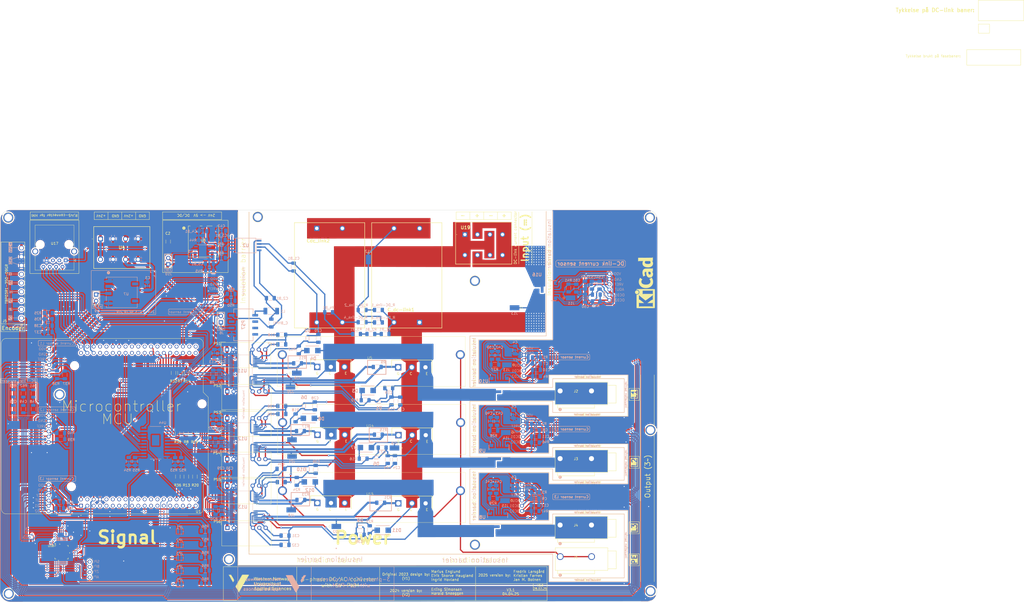
<source format=kicad_pcb>
(kicad_pcb (version 20240108) (generator "pcbnew") (generator_version "8.0")
  (layers (0 "F.Cu" jumper) (31 "B.Cu" signal) (34 "B.Paste" user) (35 "F.Paste" user) (36 "B.SilkS" user "B.Silkscreen") (37 "F.SilkS" user "F.Silkscreen") (38 "B.Mask" user) (39 "F.Mask" user) (44 "Edge.Cuts" user))
  (net 0 "")
  (net 1 "+15 V (1)")
  (net 2 "Net-(J10-Pin_2)")
  (net 3 "+15 V (2)")
  (net 4 "TA+1_HS")
  (net 5 "+15 V (3)")
  (net 6 "-8.7 V (1)")
  (net 7 "+15 V (4)")
  (net 8 "+5V_ISO")
  (net 9 "+15 V (5)")
  (net 10 "GND_ISO")
  (net 11 "+15 V (6)")
  (net 12 "/GateDriver1/OUTHS")
  (net 13 "/GateDriver1/OUTLS")
  (net 14 "/GateDriver2/OUTHS")
  (net 15 "/GateDriver2/OUTLS")
  (net 16 "/GateDriver3/OUTHS")
  (net 17 "/GateDriver3/OUTLS")
  (net 18 "Net-(D1-K)")
  (net 19 "Net-(D2-K)")
  (net 20 "Net-(D5-K)")
  (net 21 "Net-(D6-K)")
  (net 22 "Net-(D9-K)")
  (net 23 "Net-(D10-K)")
  (net 24 "Net-(U10-AOUT)")
  (net 25 "Net-(U9-AOUT)")
  (net 26 "Net-(U8-AOUT)")
  (net 27 "Net-(U16-AOUT)")
  (net 28 "Net-(D3-A)")
  (net 29 "Net-(D4-A)")
  (net 30 "Net-(D7-A)")
  (net 31 "Net-(D8-A)")
  (net 32 "Net-(D11-A)")
  (net 33 "Net-(D12-A)")
  (net 34 "+3.3V")
  (net 35 "Net-(J6-Pin_1)")
  (net 36 "Net-(PS7-+VOUT)")
  (net 41 "Net-(U2-VOUT+)")
  (net 42 "/CurrentMeasurement/L3 (out)")
  (net 43 "Net-(U2-VOUT-)")
  (net 44 "/CurrentMeasurement/L2 (out)")
  (net 45 "I{slash}O_DO_INHS-1")
  (net 46 "I{slash}O_DI_RDY-1")
  (net 47 "I{slash}O_DI_FLT-1")
  (net 48 "I{slash}O_DO_RS-1")
  (net 49 "Net-(U11-OUTHS)")
  (net 50 "Net-(U11-OUTLS)")
  (net 51 "I{slash}O_DO_INLS-1")
  (net 52 "+5V")
  (net 53 "GND")
  (net 54 "I{slash}O_DO_INHS-2")
  (net 55 "I{slash}O_DI_RDY-2")
  (net 56 "I{slash}O_DI_FLT-2")
  (net 57 "I{slash}O_DO_RS-2")
  (net 58 "Net-(U12-OUTHS)")
  (net 59 "Net-(U12-OUTLS)")
  (net 60 "I{slash}O_DO_INLS-2")
  (net 61 "I{slash}O_DO_INHS-3")
  (net 62 "I{slash}O_DI_RDY-3")
  (net 63 "I{slash}O_DI_FLT-3")
  (net 64 "I{slash}O_DO_RS-3")
  (net 65 "Net-(U13-OUTHS)")
  (net 66 "Net-(U13-OUTLS)")
  (net 67 "I{slash}O_DO_INLS-3")
  (net 68 "Net-(R1_B1-Pad2)")
  (net 69 "Net-(R2_B1-Pad2)")
  (net 76 "-8.7 V (2)")
  (net 77 "-8.7 V (3)")
  (net 78 "-8.7 V (4)")
  (net 79 "-8.7 V (5)")
  (net 80 "-8.7 V (6)")
  (net 81 "AOUT_L3")
  (net 82 "/CurrentMeasurement/L1 (out)")
  (net 83 "+24V")
  (net 84 "PB0")
  (net 85 "PB9")
  (net 86 "PA7")
  (net 87 "PA9")
  (net 88 "PA8")
  (net 89 "PB1")
  (net 90 "PA10")
  (net 91 "Earth_Protective")
  (net 92 "DC-LINK-VOLTAGE")
  (net 93 "Net-(R_DC-link_3-Pad2)")
  (net 94 "Net-(R_DC-link_1-Pad2)")
  (net 95 "COM (1)")
  (net 96 "COM (2)")
  (net 97 "unconnected-(U18-*D2FAULT{slash}*IRQ-Pad7)")
  (net 100 "unconnected-(U18-*D3FAULT{slash}SDO-Pad3)")
  (net 101 "COM (4)")
  (net 102 "+DC-link ")
  (net 103 "C_DC-link")
  (net 105 "unconnected-(U18-LO2-Pad12)")
  (net 106 "VREF")
  (net 107 "PB8")
  (net 108 "PA1")
  (net 109 "OCD1")
  (net 110 "INT_HMI-card")
  (net 111 "unconnected-(U18-*Y-Pad15)")
  (net 112 "Net-(U44-A7)")
  (net 113 "Net-(U44-A8)")
  (net 114 "Net-(U44-B7)")
  (net 115 "Net-(U44-B8)")
  (net 116 "COM (6)")
  (net 117 "PA0")
  (net 118 "PC5")
  (net 119 "SPI")
  (net 120 "unconnected-(U18-YO-Pad17)")
  (net 121 "unconnected-(U18-DI3-Pad29)")
  (net 122 "ZF\\")
  (net 123 "unconnected-(U18-HITH{slash}*CS-Pad4)")
  (net 124 "PB7")
  (net 125 "unconnected-(U18-LO3-Pad28)")
  (net 126 "unconnected-(U18-*YFAULT-Pad19)")
  (net 127 "unconnected-(U18-DI2-Pad13)")
  (net 128 "unconnected-(U18-DIY-Pad16)")
  (net 129 "Net-(JP1-B)")
  (net 130 "Net-(JP2-B)")
  (net 131 "Net-(JP3-B)")
  (net 132 "Z\\")
  (net 133 "B\\")
  (net 134 "Z")
  (net 135 "B")
  (net 136 "A\\")
  (net 137 "A")
  (net 138 "Net-(JP4-B)")
  (net 139 "Net-(JP5-B)")
  (net 140 "OCD2")
  (net 179 "Net-(U3-+)")
  (net 185 "AOUT_L2")
  (net 186 "AOUT_L1")
  (net 187 "AOUT_DC-link")
  (net 188 "BF\\")
  (net 189 "AF\\")
  (net 190 "Net-(C48-Pad1)")
  (net 191 "Net-(C49-Pad1)")
  (net 192 "Net-(C55-Pad1)")
  (net 193 "Net-(U3--)")
  (net 195 "unconnected-(U1-PA3-PadCN10_37)")
  (footprint "FootprintLib_ErlingOgHaraldV24:Skru-hull_3mm" (layer "F.Cu") (at 432.64 183.93)
    (property "Reference" "H7" (hide yes))
    (property "Value" "MountingHole" (hide yes))
  )
  (footprint "FootprintLib_ErlingOgHaraldV24:6PinHeaderConnector_Strømsensor" (layer "F.Cu") (at 261.15 128.84 -90)
    (property "Reference" "U43" (hide yes))
    (property "Value" "PinConnector_MCU-til-DClink" (hide yes))
  )
  (footprint "Connector_RJ:RJ45_Amphenol_54602-x08_Horizontal" (layer "F.Cu") (at 199.52 116.32 180)
    (property "Reference" "U17")
    (property "Value" "RJ45_Connector_MCU-til-HMI" (hide yes))
  )
  (footprint "Converter_DCDC:Converter_DCDC_Murata_MGJ2DxxxxxxSC_THT" (layer "F.Cu") (at 263.9 179.28)
    (property "Reference" "PS3")
    (property "Value" "MGJ2D241509SC")
  )
  (footprint "HVL_logo:HVL_logo" (layer "F.Cu") (at 276.89 245.23)
    (property "Reference" "G***" (hide yes))
    (property "Value" "LOGO" (hide yes))
  )
  (footprint "_Library_Nytt:6PinHeaderConnector_Strømsensor" (layer "F.Cu") (at 209.09 237.58 90)
    (property "Reference" "J23" (hide yes))
    (property "Value" "2606-1106/010-000" (hide yes))
  )
  (footprint "Resistor_SMD:R_1206_3216Metric_Pad1.30x1.75mm_HandSolder" (layer "F.Cu") (at 251 202.56 -90)
    (property "Reference" "R20")
    (property "Value" "4.7k")
  )
  (footprint "FootprintLib_ErlingOgHaraldV24:Inverter leg" (layer "F.Cu") (at 321.405 208.54)
    (property "Reference" "U15")
    (property "Value" "Inverter leg nr 3")
  )
  (footprint "_Library_Nytt:CONN_2606-1101_WAG" (layer "F.Cu") (at 396.64 234.48 90)
    (property "Reference" "J1")
    (property "Value" "WAGO_2606-1101")
  )
  (footprint "Resistor_SMD:R_1206_3216Metric_Pad1.30x1.75mm_HandSolder" (layer "F.Cu") (at 247.59 202.56 -90)
    (property "Reference" "R13")
    (property "Value" "4.7k")
  )
  (footprint "Resistor_SMD:R_1206_3216Metric_Pad1.30x1.75mm_HandSolder" (layer "F.Cu") (at 245.11 161.19 90)
    (property "Reference" "R7")
    (property "Value" "4.7k")
  )
  (footprint "Capacitor_SMD:C_1206_3216Metric_Pad1.33x1.80mm_HandSolder" (layer "F.Cu") (at 240.39 108.7925 -90)
    (property "Reference" "C2")
    (property "Value" "10u")
  )
  (footprint "_Library_Nytt:TBP03R1-350-03GR" (layer "F.Cu") (at 181.89 139.332751 90)
    (property "Reference" "J5")
    (property "Value" "TBP03R1-350-09GR")
  )
  (footprint "" (layer "F.Cu") (at 202.89 112.73)
    (property "Reference" "")
    (property "Value" "")
  )
  (footprint "FootprintLib_ErlingOgHaraldV24:6PinHeaderConnector_Strømsensor" (layer "F.Cu") (at 192.53 183.42 -90)
    (property "Reference" "U41" (hide yes))
    (property "Value" "PinConnector_MCU-til-L2" (hide yes))
  )
  (footprint "Resistor_SMD:R_1206_3216Metric_Pad1.30x1.75mm_HandSolder" (layer "F.Cu") (at 247.73 161.19 90)
    (property "Reference" "R14")
    (property "Value" "4.7k")
  )
  (footprint "FootprintLib_ErlingOgHaraldV24:Inverter leg" (layer "F.Cu") (at 321.345 154.26)
    (property "Reference" "U5")
    (property "Value" "Inverter leg nr 1")
  )
  (footprint "SVPWM-LIB-footprints:WAGO-26043104" (layer "F.Cu") (at 213.39 107.72)
    (property "Reference" "U4")
    (property "Value" "Wago_2604-3104" (hide yes))
  )
  (footprint "FootprintLib_ErlingOgHaraldV24:Skru-hull_3mm" (layer "F.Cu") (at 432.69 248.18)
    (property "Reference" "H6" (hide yes))
    (property "Value" "MountingHole" (hide yes))
  )
  (footprint "FootprintLib_ErlingOgHaraldV24:Skru-hull_3mm" (layer "F.Cu") (at 176.69 99.18)
    (property "Reference" "H6" (hide yes))
    (property "Value" "MountingHole" (hide yes))
  )
  (footprint "FootprintLib_ErlingOgHaraldV24:Skru-hull_3mm" (layer "F.Cu") (at 362.69 229.68)
    (property "Reference" "H7" (hide yes))
    (property "Value" "MountingHole" (hide yes))
  )
  (footprint "FootprintLib_ErlingOgHaraldV24:6PinHeaderConnector_Strømsensor" (layer "F.Cu") (at 381.18 210.98 -90)
    (property "Reference" "U39" (hide yes))
    (property "Value" "PinConnector_L3-sensor" (hide yes))
  )
  (footprint "" (layer "F.Cu") (at 187.39 112.73)
    (property "Reference" "")
    (property "Value" "")
  )
  (footprint "SVPWM-LIB-footprints:DC-link-capacitor-B32776G0146K000" (layer "F.Cu") (at 299.61 103.52 -90)
    (property "Reference" "Cdc_link2")
    (property "Value" "14u" (hide yes))
  )
  (footprint "Resistor_SMD:R_1206_3216Metric_Pad1.30x1.75mm_HandSolder" (layer "F.Cu") (at 244.09 185.4 -90)
    (property "Reference" "R35")
    (property "Value" "4.7k")
  )
  (footprint "FootprintLib_ErlingOgHaraldV24:MODULE_NUCLEO-L476RG" (layer "F.Cu") (at 215.12 182.43 90)
    (property "Reference" "U1")
    (property "Value" "MCU")
  )
  (footprint "Resistor_SMD:R_1206_3216Metric_Pad1.30x1.75mm_HandSolder" (layer "F.Cu") (at 244.21 202.56 -90)
    (property "Reference" "R36")
    (property "Value" "4.7k")
  )
  (footprint "Resistor_SMD:R_1206_3216Metric_Pad1.30x1.75mm_HandSolder" (layer "F.Cu") (at 247.49 185.37 -90)
    (property "Reference" "R8")
    (property "Value" "4.7k")
  )
  (footprint "Converter_DCDC:Converter_DCDC_Murata_MGJ2DxxxxxxSC_THT" (layer "F.Cu") (at 263.9175 168.6075)
    (property "Reference" "PS2")
    (property "Value" "MGJ2D241509SC")
  )
  (footprint "FootprintLib_ErlingOgHaraldV24:6PinHeaderConnector_Strømsensor" (layer "F.Cu") (at 192.52 211.02 -90)
    (property "Reference" "U42" (hide yes))
    (property "Value" "PinConnector_MCU-til-L3" (hide yes))
  )
  (footprint "_Library_Nytt:TRN 1&slash_3SM_SINGLE_TRP" (layer "F.Cu") (at 253.9949 107.23 90)
    (property "Reference" "U6")
    (property "Value" "MP-K7805T-500R3")
  )
  (footprint "Converter_DCDC:Converter_DCDC_Murata_MGJ2DxxxxxxSC_THT" (layer "F.Cu") (at 263.8 151.88)
    (property "Reference" "PS1")
    (property "Value" "MGJ2D241509SC")
  )
  (footprint "FootprintLib_ErlingOgHaraldV24:6PinHeaderConnector_Strømsensor" (layer "F.Cu") (at 192.75 156.9 -90)
    (property "Reference" "U40" (hide yes))
    (property "Value" "PinConector_MCU-til-L1" (hide yes))
  )
  (footprint "FootprintLib_ErlingOgHaraldV24:Skru-hull_3mm" (layer "F.Cu") (at 176.89 249.23)
    (property "Reference" "H7" (hide yes))
    (property "Value" "MountingHole" (hide yes))
  )
  (footprint "SVPWM-LIB-footprints:DC-link-capacitor-B32776G0146K000" (layer "F.Cu") (at 340.57 141.03 90)
    (property "Reference" "C_dc-link1")
    (property "Value" "14u" (hide yes))
  )
  (footprint "_Library_Nytt:CONN_2606-1101_WAG" (layer "F.Cu") (at 396.5949 195.3751 90)
    (property "Reference" "J3")
    (property "Value" "WAGO_2606-1101")
  )
  (footprint "Resistor_SMD:R_1206_3216Metric_Pad1.30x1.75mm_HandSolder" (layer "F.Cu") (at 250.86 185.37 -90)
    (property "Reference" "R19")
    (property "Value" "4.7k")
  )
  (footprint "FootprintLib_ErlingOgHaraldV24:Skru-hull_3mm" (layer "F.Cu") (at 276.14 98.93)
    (property "Reference" "H7" (hide yes))
    (property "Value" "MountingHole" (hide yes))
  )
  (footprint "FootprintLib_ErlingOgHaraldV24:Inverter leg" (layer "F.Cu") (at 321.465 181.34)
    (property "Reference" "U14")
    (property "Value" "Inverter leg nr 2")
  )
  (footprint "_Library_Nytt:21-0140_T3255&plus_6_MXM_Encoder_chip" (layer "F.Cu") (at 197.889999 232.729999)
    (property "Reference" "U18")
    (property "Value" "MAX14890EATJ+T")
  )
  (footprint "Converter_DCDC:Converter_DCDC_Murata_MGJ2DxxxxxxSC_THT" (layer "F.Cu") (at 263.9 206.18)
    (property "Reference" "PS5")
    (property "Value" "MGJ2D241509SC")
  )
  (footprint "_Library_Nytt:CONN_2606-1101_WAG" (layer "F.Cu") (at 396.5949 221.8751 90)
    (property "Reference" "J4")
    (property "Value" "WAGO_2606-1101")
  )
  (footprint "Symbol:KiCad-Logo_8mm_SilkScreen" (layer "F.Cu") (at 430.39 125.23 90)
    (property "Reference" "REF**" (hide yes))
    (property "Value" "KiCad-Logo_8mm_SilkScreen" (hide yes))
  )
  (footprint "Converter_DCDC:Converter_DCDC_Murata_MGJ2DxxxxxxSC_THT" (layer "F.Cu") (at 263.9 195.58)
    (property "Reference" "PS4" (hide yes))
    (property "Value" "MGJ2D241509SC")
  )
  (footprint "FootprintLib_ErlingOgHaraldV24:Skru-hull_3mm" (layer "F.Cu") (at 362.69 124.43)
    (property "Reference" "H7" (hide yes))
    (property "Value" "MountingHole" (hide yes))
  )
  (footprint "SVPWM-LIB-footprints:WAGO-26043104" (layer "F.Cu") (at 358.64 105.98)
    (property "Reference" "U19")
    (property "Value" "Wago_2604-3104" (hide yes))
  )
  (footprint "FootprintLib_ErlingOgHaraldV24:6PinHeaderConnector_Strømsensor" (layer "F.Cu") (at 381.62 183.45 -90)
    (property "Reference" "U38" (hide yes))
    (property "Value" "PinConnector_L2-sensor" (hide yes))
  )
  (footprint "FootprintLib_ErlingOgHaraldV24:Skru-hull_3mm" (layer "F.Cu") (at 264.64 235.48)
    (property "Reference" "H7" (hide yes))
    (property "Value" "MountingHole" (hide yes))
  )
  (footprint "Converter_DCDC:Converter_DCDC_Murata_MGJ2DxxxxxxSC_THT" (layer "F.Cu") (at 264 222.98)
    (property "Reference" "PS6")
    (property "Value" "MGJ2D241509SC")
  )
  (footprint "_Library_Nytt:CONN_2606-1101_WAG" (layer "F.Cu") (at 396.5949 168.3751 90)
    (property "Reference" "J2")
    (property "Value" "WAGO_2606-1101")
  )
  (footprint "FootprintLib_ErlingOgHaraldV24:6PinHeaderConnector_Strømsensor" (layer "F.Cu") (at 381.94 157.0805 -90)
    (property "Reference" "U37" (hide yes))
    (property "Value" "PinConnector_L1-sensor" (hide yes))
  )
  (footprint "FootprintLib_ErlingOgHaraldV24:Skru-hull_3mm" (layer "F.Cu") (at 197.14 169.73)
    (property "Reference" "H8" (hide yes))
    (property "Value" "MountingHole" (hide yes))
  )
  (footprint "FootprintLib_ErlingOgHaraldV24:Skru-hull_3mm" (layer "F.Cu") (at 432.44 99.18)
    (property "Reference" "H6" (hide yes))
    (property "Value" "MountingHole" (hide yes))
  )
  (footprint "Resistor_SMD:R_1206_3216Metric_Pad1.30x1.75mm_HandSolder" (layer "F.Cu") (at 242.55 161.19 90)
    (property "Reference" "R32")
    (property "Value" "4.7k")
  )
  (footprint "Resistor_SMD:R_1206_3216Metric_Pad1.30x1.75mm_HandSolder" (layer "B.Cu") (at 261.58 115.23 180)
    (property "Reference" "R6")
    (property "Value" "10k")
  )
  (footprint "Resistor_SMD:R_1206_3216Metric_Pad1.30x1.75mm_HandSolder" (layer "B.Cu") (at 256.83 120.47)
    (property "Reference" "R45")
    (property "Value" "16.5k")
  )
  (footprint "SVPWM-LIB-footprints:Keystone-5019" (layer "B.Cu") (at 330.568 191.12)
    (property "Reference" "J19")
    (property "Value" "5019" (hide yes))
  )
  (footprint "SVPWM-LIB-footprints:DC-DC-NTE0505MC" (layer "B.Cu") (at 270.37 142 90)
    (property "Reference" "PS7")
    (property "Value" "NTE0505MC" (hide yes))
  )
  (footprint "Resistor_SMD:R_1206_3216Metric_Pad1.30x1.75mm_HandSolder" (layer "B.Cu") (at 304.33 136.99 180)
    (property "Reference" "R4_B1")
    (property "Value" "3.75k")
  )
  (footprint "Capacitor_SMD:C_1206_3216Metric_Pad1.33x1.80mm_HandSolder" (layer "B.Cu") (at 281.1 131.38)
    (property "Reference" "C2_B1")
    (property "Value" "100n")
  )
  (footprint "Resistor_SMD:R_1206_3216Metric_Pad1.30x1.75mm_HandSolder" (layer "B.Cu") (at 315.46 145.68)
    (property "Reference" "R3_B1")
    (property "Value" "500k")
  )
  (footprint "Capacitor_SMD:C_1206_3216Metric_Pad1.33x1.80mm_HandSolder" (layer "B.Cu") (at 261.5275 108.18 180)
    (property "Reference" "C3_B1")
    (property "Value" "100n")
  )
  (footprint "Capacitor_SMD:C_1206_3216Metric_Pad1.33x1.80mm_HandSolder" (layer "B.Cu") (at 286.95 229.8)
    (property "Reference" "C32")
    (property "Value" "1u")
  )
  (footprint "SVPWM-LIB-footprints:Schottky-BAT165AX" (layer "B.Cu") (at 316.87 222.67)
    (property "Reference" "D9")
    (property "Value" "D_Schottky" (hide yes))
  )
  (footprint "Capacitor_SMD:C_1206_3216Metric_Pad1.33x1.80mm_HandSolder" (layer "B.Cu") (at 285.69 177.555)
    (property "Reference" "C25")
    (property "Value" "1u")
  )
  (footprint "Resistor_SMD:R_1206_3216Metric_Pad1.30x1.75mm_HandSolder" (layer "B.Cu") (at 261.7 216.06 90)
    (property "Reference" "R19")
    (property "Value" "4.7k")
  )
  (footprint "Capacitor_SMD:C_1206_3216Metric_Pad1.33x1.80mm_HandSolder" (layer "B.Cu") (at 368.7 207.6175 90)
    (property "Reference" "C41")
    (property "Value" "15n")
  )
  (footprint "Capacitor_SMD:C_1206_3216Metric_Pad1.33x1.80mm_HandSolder" (layer "B.Cu") (at 378.7 152.0205 -90)
    (property "Reference" "C4")
    (property "Value" "220n")
  )
  (footprint "Capacitor_SMD:C_1206_3216Metric_Pad1.33x1.80mm_HandSolder" (layer "B.Cu") (at 285.46 204.74)
    (property "Reference" "C33")
    (property "Value" "1u")
  )
  (footprint "Resistor_SMD:R_1206_3216Metric_Pad1.30x1.75mm_HandSolder" (layer "B.Cu") (at 326.86 145.68 180)
    (property "Reference" "R1_B1")
    (property "Value" "500k")
  )
  (footprint "Resistor_SMD:R_1206_3216Metric_Pad1.30x1.75mm_HandSolder" (layer "B.Cu") (at 255.14 229.48 180)
    (property "Reference" "R57")
    (property "Value" "R")
  )
  (footprint "Capacitor_SMD:C_1206_3216Metric" (layer "B.Cu") (at 186.64 175.58625 -90)
    (property "Reference" "C48")
    (property "Value" "100p")
  )
  (footprint "Connector_PinHeader_2.54mm:PinHeader_1x02_P2.54mm_Vertical" (layer "B.Cu") (at 261.39 141.005)
    (property "Reference" "J6")
    (property "Value" "Conn_01x02_Male")
  )
  (footprint "Resistor_SMD:R_1206_3216Metric_Pad1.30x1.75mm_HandSolder" (layer "B.Cu") (at 224.64 196.48 -90)
    (property "Reference" "R54")
    (property "Value" "10k")
  )
  (footprint "SVPWM-LIB-footprints:Diode-SMBJ50CA" (layer "B.Cu") (at 297.84 152.28 180)
    (property "Reference" "D4")
    (property "Value" "D" (hide yes))
  )
  (footprint "Resistor_SMD:R_1206_3216Metric_Pad1.30x1.75mm_HandSolder" (layer "B.Cu") (at 399.93 127.308 -90)
    (property "Reference" "R41")
    (property "Value" "220")
  )
  (footprint "Resistor_SMD:R_1206_3216Metric_Pad1.30x1.75mm_HandSolder" (layer "B.Cu") (at 265.48 129.64 180)
    (property "Reference" "R51")
    (property "Value" "R")
  )
  (footprint "Resistor_SMD:R_1206_3216Metric_Pad1.30x1.75mm_HandSolder" (layer "B.Cu") (at 196.08 161.91 90)
    (property "Reference" "R38")
    (property "Value" "R")
  )
  (footprint "SVPWM-LIB-footprints:Keystone-5019" (layer "B.Cu") (at 291.642 161.2705 180)
    (property "Reference" "J16")
    (property "Value" "5019" (hide yes))
  )
  (footprint "Resistor_SMD:R_1206_3216Metric_Pad1.30x1.75mm_HandSolder" (layer "B.Cu") (at 318.8775 172.08)
    (property "Reference" "R10")
    (property "Value" "1k")
  )
  (footprint "Capacitor_SMD:C_1206_3216Metric_Pad1.33x1.80mm_HandSolder" (layer "B.Cu") (at 387.17 157.4405 180)
    (property "Reference" "C7")
    (property "Value" "1n")
  )
  (footprint "SVPWM-LIB-footprints:GateDriver-2ED020I12F2XUMA1" (layer "B.Cu") (at 270.375 187.3925)
    (property "Reference" "U12")
    (property "Value" "Infineon_2ED020I12-F2" (hide yes))
  )
  (footprint "Capacitor_SMD:C_1206_3216Metric_Pad1.33x1.80mm_HandSolder" (layer "B.Cu") (at 412.32 126.19 -90)
    (property "Reference" "C54")
    (property "Value" "1n")
  )
  (footprint "Capacitor_SMD:C_1206_3216Metric_Pad1.33x1.80mm_HandSolder" (layer "B.Cu") (at 261.98 202.5725 -90)
    (property "Reference" "C29")
    (property "Value" "100n")
  )
  (footprint "Capacitor_SMD:C_1206_3216Metric_Pad1.33x1.80mm_HandSolder" (layer "B.Cu") (at 378.01 177.65 -90)
    (property "Reference" "C5")
    (property "Value" "220n")
  )
  (footprint "Capacitor_SMD:C_1206_3216Metric_Pad1.33x1.80mm_HandSolder" (layer "B.Cu") (at 258.775 153.4025 90)
    (property "Reference" "C13")
    (property "Value" "100n")
  )
  (footprint "SVPWM-LIB-footprints:Schottky-BAT165AX" (layer "B.Cu") (at 295.89 147.405 90)
    (property "Reference" "D2")
    (property "Value" "D_Schottky" (hide yes))
  )
  (footprint "_Library_Nytt:D8" (layer "B.Cu") (at 254.14 112.73 180)
    (property "Reference" "U3")
    (property "Value" "type=\"X\" model=\"OPAMP\" lib=\"\"")
  )
  (footprint "SVPWM-LIB-footprints:Keystone-5019" (layer "B.Cu") (at 289.72 187.88 180)
    (property "Reference" "J17")
    (property "Value" "5019" (hide yes))
  )
  (footprint "Resistor_SMD:R_1206_3216Metric_Pad1.30x1.75mm_HandSolder" (layer "B.Cu") (at 386.7525 188.935 180)
    (property "Reference" "R46")
    (property "Value" "4.7k")
  )
  (footprint "Resistor_SMD:R_1206_3216Metric_Pad1.30x1.75mm_HandSolder" (layer "B.Cu") (at 320.71 223.73 90)
    (property "Reference" "R22")
    (property "Value" "1k")
  )
  (footprint "Resistor_SMD:R_1206_3216Metric_Pad1.30x1.75mm_HandSolder" (layer "B.Cu") (at 323.69 158.83 180)
    (property "Reference" "R9")
    (property "Value" "10")
  )
  (footprint "Resistor_SMD:R_1206_3216Metric_Pad1.30x1.75mm_HandSolder" (layer "B.Cu") (at 324.18 136.07 180)
    (property "Reference" "R_DC-link_1")
    (property "Value" "???")
  )
  (footprint "SVPWM-LIB-footprints:Schottky-BAT165AX" (layer "B.Cu") (at 294.515 174.3425 90)
    (property "Reference" "D6")
    (property "Value" "D_Schottky" (hide yes))
  )
  (footprint "Inductor_SMD:L_2010_5025Metric_Pad1.52x2.65mm_HandSolder" (layer "B.Cu") (at 281.46 136.53)
    (property "Reference" "L1")
    (property "Value" "47u")
  )
  (footprint "Resistor_SMD:R_1206_3216Metric_Pad1.30x1.75mm_HandSolder" (layer "B.Cu") (at 192.6 137.26 180)
    (property "Reference" "R25")
    (property "Value" "1k")
  )
  (footprint "SVPWM-LIB-footprints:Schottky-BAT165AX" (layer "B.Cu") (at 296 199.605 90)
    (property "Reference" "D10")
    (property "Value" "D_Schottky" (hide yes))
  )
  (footprint "SVPWM-LIB-footprints:Keystone-5019" (layer "B.Cu") (at 374.928 184.9595)
    (property "Reference" "J14")
    (property "Value" "5019" (hide yes))
  )
  (footprint "Capacitor_SMD:C_1206_3216Metric_Pad1.33x1.80mm_HandSolder" (layer "B.Cu") (at 377.94 205.89 -90)
    (property "Reference" "C6")
    (property "Value" "220n")
  )
  (footprint "Resistor_SMD:R_1206_3216Metric_Pad1.30x1.75mm_HandSolder" (layer "B.Cu") (at 318.09 195.4)
    (property "Reference" "R16")
    (property "Value" "1k")
  )
  (footprint "Connector_PinHeader_2.54mm:PinHeader_1x02_P2.54mm_Vertical" (layer "B.Cu") (at 240.39 117.865066)
    (property "Reference" "J10")
    (property "Value" "Conn_01x02_Male")
  )
  (footprint "Jumper:SolderJumper-2_P1.3mm_Open_Pad1.0x1.5mm" (layer "B.Cu") (at 244.99 234.98 180)
    (property "Reference" "JP3")
    (property "Value" "SolderJumper_2_Open")
  )
  (footprint "Capacitor_SMD:C_1206_3216Metric_Pad1.33x1.80mm_HandSolder" (layer "B.Cu") (at 285.33 199.46)
    (property "Reference" "C34")
    (property "Value" "1u")
  )
  (footprint "Resistor_SMD:R_1206_3216Metric_Pad1.30x1.75mm_HandSolder" (layer "B.Cu") (at 260.75 161.6 90)
    (property "Reference" "R7")
    (property "Value" "4.7k")
  )
  (footprint "FootprintLib_ErlingOgHaraldV24:6PinHeaderConnector_Strømsensor" (layer "B.Cu") (at 416.44 126.856 -90)
    (property "Reference" "U36" (hide yes))
    (property "Value" "PinConector_DC-link" (hide yes))
  )
  (footprint "Jumper:SolderJumper-2_P1.3mm_Open_Pad1.0x1.5mm" (layer "B.Cu") (at 244.99 224.48 180)
    (property "Reference" "JP1")
    (property "Value" "SolderJumper_2_Open")
  )
  (footprint "Resistor_SMD:R_1206_3216Metric_Pad1.30x1.75mm_HandSolder" (layer "B.Cu") (at 254.13 108.18 180)
    (property "Reference" "R44")
    (property "Value" "16.5k")
  )
  (footprint "SVPWM-LIB-footprints:Keystone-5019" (layer "B.Cu") (at 378.428 135.2095)
    (property "Reference" "J13")
    (property "Value" "5019" (hide yes))
  )
  (footprint "Resistor_SMD:R_1206_3216Metric_Pad1.30x1.75mm_HandSolder" (layer "B.Cu") (at 321.16 145.68 180)
    (property "Reference" "R2_B1")
    (property "Value" "500k")
  )
  (footprint "Capacitor_SMD:C_1206_3216Metric_Pad1.33x1.80mm_HandSolder" (layer "B.Cu") (at 256.78 117.58)
    (property "Reference" "C5_B1")
    (property "Value" "100n")
  )
  (footprint "Capacitor_SMD:C_1206_3216Metric_Pad1.33x1.80mm_HandSolder" (layer "B.Cu") (at 386.6275 211.38 180)
    (property "Reference" "C9")
    (property "Value" "1n")
  )
  (footprint "Resistor_SMD:R_1206_3216Metric_Pad1.30x1.75mm_HandSolder" (layer "B.Cu") (at 317.67 140.96 180)
    (property "Reference" "R_DC-link_4")
    (property "Value" "???")
  )
  (footprint "SVPWM-LIB-footprints:TLI4971A050T5UE0001XUMA1" (layer "B.Cu") (at 372.32 167.1405)
    (property "Reference" "U10")
    (property "Value" "TLI4971A050T5UE0001XUMA1" (hide yes))
  )
  (footprint "Resistor_SMD:R_1206_3216Metric_Pad1.30x1.75mm_HandSolder" (layer "B.Cu") (at 291.965 157.355 180)
    (property "Reference" "R11")
    (property "Value" "10")
  )
  (footprint "Resistor_SMD:R_1206_3216Metric_Pad1.30x1.75mm_HandSolder" (layer "B.Cu") (at 192.6 139.69 180)
    (property "Reference" "R26")
    (property "Value" "1k")
  )
  (footprint "SVPWM-LIB-footprints:Keystone-5019" (layer "B.Cu") (at 374.648 212.1495)
    (property "Reference" "J15")
    (property "Value" "5019" (hide yes))
  )
  (footprint "Resistor_SMD:R_1206_3216Metric_Pad1.30x1.75mm_HandSolder" (layer "B.Cu") (at 197.6 187.67 180)
    (property "Reference" "R39")
    (property "Value" "R")
  )
  (footprint "SVPWM-LIB-footprints:ACPL-SOIC127P1150X331-8N" (layer "B.Cu") (at 271.305 110.365 180)
    (property "Reference" "U2")
    (property "Value" "ACPL-C87B-000E" (hide yes))
  )
  (footprint "Resistor_SMD:R_1206_3216Metric_Pad1.30x1.75mm_HandSolder" (layer "B.Cu") (at 387.14 155.0105 180)
    (property "Reference" "R1")
    (property "Value" "4.7k")
  )
  (footprint "Resistor_SMD:R_1206_3216Metric_Pad1.30x1.75mm_HandSolder" (layer "B.Cu") (at 370.15 184.26)
    (property "Reference" "R28")
    (property "Value" "220")
  )
  (footprint "Capacitor_SMD:C_1206_3216Metric_Pad1.33x1.80mm_HandSolder" (layer "B.Cu") (at 328.2775 167.23)
    (property "Reference" "C19")
    (property "Value" "220p")
  )
  (footprint "Resistor_SMD:R_1206_3216Metric_Pad1.30x1.75mm_HandSolder" (layer "B.Cu") (at 411 132.71 180)
    (property "Reference" "R43")
    (property "Value" "4.7k")
  )
  (footprint "SVPWM-LIB-footprints:TLI4971A050T5UE0001XUMA1" (layer "B.Cu") (at 372.25 193.88)
    (property "Reference" "U9")
    (property "Value" "TLI4971A050T5UE0001XUMA1" (hide yes))
  )
  (footprint "Connector_PinHeader_2.54mm:PinHeader_1x02_P2.54mm_Vertical" (layer "B.Cu") (at 211.64 129.94 180)
    (property "Reference" "J9")
    (property "Value" "Conn_01x02_Male")
  )
  (footprint "HVL_logo:HVL_logo" (layer "B.Cu") (at 282.944192 245.403728 180)
    (property "Reference" "G***" (hide yes))
    (property "Value" "LOGO" (hide yes))
  )
  (footprint "Resistor_SMD:R_1206_3216Metric_Pad1.30x1.75mm_HandSolder" (layer "B.Cu") (at 261.64 111.73 180)
    (property "Reference" "R5")
    (property "Value" "10k")
  )
  (footprint "Capacitor_SMD:C_1206_3216Metric_Pad1.33x1.80mm_HandSolder" (layer "B.Cu") (at 386.7825 186.535 180)
    (property "Reference" "C11")
    (property "Value" "1n")
  )
  (footprint "Capacitor_SMD:C_1206_3216Metric_Pad1.33x1.80mm_HandSolder" (layer "B.Cu") (at 232.14 126.5425 90)
    (property "Reference" "C3")
    (property "Value" "22u")
  )
  (footprint "Resistor_SMD:R_1206_3216Metric_Pad1.30x1.75mm_HandSolder" (layer "B.Cu") (at 243.14 196.53 -90)
    (property "Reference" "R53")
    (property "Value" "10k")
  )
  (footprint "Resistor_SMD:R_1206_3216Metric_Pad1.30x1.75mm_HandSolder" (layer "B.Cu") (at 293.09 184.405 180)
    (property "Reference" "R17")
    (property "Value" "10")
  )
  (footprint "Capacitor_SMD:C_1206_3216Metric_Pad1.33x1.80mm_HandSolder" (layer "B.Cu") (at 403.03 127.3505 -90)
    (property "Reference" "C51")
    (property "Value" "15n")
  )
  (footprint "Resistor_SMD:R_1206_3216Metric_Pad1.30x1.75mm_HandSolder" (layer "B.Cu") (at 317.67 136.07 180)
    (property "Reference" "R_DC-link_2")
    (property "Value" "???")
  )
  (footprint "Resistor_SMD:R_1206_3216Metric" (layer "B.Cu") (at 182.64 169.36125 -90)
    (property "Reference" "R62")
    (property "Value" "270")
  )
  (footprint "SVPWM-LIB-footprints:Diode-SMBJ50CA" (layer "B.Cu") (at 319.8775 168.205 180)
    (property "Reference" "D3")
    (property "Value" "D" (hide yes))
  )
  (footprint "Capacitor_SMD:C_1206_3216Metric_Pad1.33x1.80mm_HandSolder" (layer "B.Cu") (at 332.896976 172.4175 -90)
    (property "Reference" "C15")
    (property "Value" "1u")
  )
  (footprint "Resistor_SMD:R_1206_3216Metric_Pad1.30x1.75mm_HandSolder" (layer "B.Cu") (at 259.22 216.0625 90)
    (property "Reference" "R20")
    (property "Value" "4.7k")
  )
  (footprint "Resistor_SMD:R_1206_3216Metric_Pad1.30x1.75mm_HandSolder" (layer "B.Cu") (at 292.44 152.005 90)
    (property "Reference" "R12")
    (property "Value" "1k")
  )
  (footprint "SVPWM-LIB-footprints:Keystone-5019" (layer "B.Cu") (at 289.11 166.8)
    (property "Reference" "J20")
    (property "Value" "5019" (hide yes))
  )
  (footprint "Resistor_SMD:R_1206_3216Metric_Pad1.30x1.75mm_HandSolder" (layer "B.Cu") (at 197.09 212.7 180)
    (property "Reference" "R49")
    (property "Value" "R")
  )
  (footprint "Resistor_SMD:R_1206_3216Metric_Pad1.30x1.75mm_HandSolder" (layer "B.Cu") (at 386.655 208.79 180)
    (property "Reference" "R3")
    (property "Value" "4.7k")
  )
  (footprint "Capacitor_SMD:C_1206_3216Metric_Pad1.33x1.80mm_HandSolder" (layer "B.Cu") (at 192.57 142.33 180)
    (property "Reference" "C38")
    (property "Value" "6.8n")
  )
  (footprint "Resistor_SMD:R_1206_3216Metric_Pad1.30x1.75mm_HandSolder" (layer "B.Cu") (at 197.55 185.15 180)
    (property "Reference" "R40")
    (property "Value" "R")
  )
  (footprint "SVPWM-LIB-footprints:Diode-SMBJ50CA" (layer "B.Cu") (at 325.9 223.94 180)
    (property "Reference" "D11")
    (property "Value" "D" (hide yes))
  )
  (footprint "Capacitor_SMD:C_1206_3216Metric_Pad1.33x1.80mm_HandSolder" (layer "B.Cu") (at 298.815 174.3425 90)
    (property "Reference" "C28")
    (property "Value" "220p")
  )
  (footprint "SVPWM-LIB-footprints:Diode-SMBJ50CA" (layer "B.Cu") (at 296.82 204.675 180)
    (property "Reference" "D12")
    (property "Value" "D" (hide yes))
  )
  (footprint "Capacitor_SMD:C_1206_3216Metric_Pad1.33x1.80mm_HandSolder" (layer "B.Cu") (at 386.6075 213.86 180)
    (property "Reference" "C12")
    (property "Value" "1n")
  )
  (footprint "SVPWM-LIB-footprints:TLI4971A050T5UE0001XUMA1" (layer "B.Cu") (at 371.685 220.947)
    (property "Reference" "U8")
    (property "Value" "TLI4971A050T5UE0001XUMA1" (hide yes))
  )
  (footprint "SVPWM-LIB-footprints:TLI4971A050T5UE0001XUMA1" (layer "B.Cu") (at 390.99 128.378 -90)
    (property "Reference" "U16")
    (property "Value" "TLI4971A050T5UE0001XUMA1" (hide yes))
  )
  (footprint "Capacitor_SMD:C_1206_3216Metric_Pad1.33x1.80mm_HandSolder" (layer "B.Cu") (at 299.16 199.6675 90)
    (property "Reference" "C36")
    (property "Value" "220p")
  )
  (footprint "Resistor_SMD:R_1206_3216Metric_Pad1.30x1.75mm_HandSolder" (layer "B.Cu") (at 293.25 211.87 180)
    (property "Reference" "R23")
    (property "Value" "10")
  )
  (footprint "Resistor_SMD:R_1206_3216Metric" (layer "B.Cu") (at 178.64 169.32375 -90)
    (property "Reference" "R63")
    (property "Value" "270")
  )
  (footprint "Capacitor_SMD:C_1206_3216Metric_Pad1.33x1.80mm_HandSolder" (layer "B.Cu") (at 369.4 154.148 90)
    (property "Reference" "C39")
    (property "Value" "15n")
  )
  (footprint "Resistor_SMD:R_1206_3216Metric_Pad1.30x1.75mm_HandSolder" (layer "B.Cu") (at 255.14 224.23 180)
    (property "Reference" "R56")
    (property "Value" "R")
  )
  (footprint "Resistor_SMD:R_1206_3216Metric_Pad1.30x1.75mm_HandSolder" (layer "B.Cu") (at 255.14 234.73 180)
    (property "Reference" "R58")
    (property "Value" "R")
  )
  (footprint "Jumper:SolderJumper-2_P1.3mm_Open_Pad1.0x1.5mm" (layer "B.Cu") (at 244.99 229.73 180)
    (property "Reference" "JP2")
    (property "Value" "SolderJumper_2_Open")
  )
  (footprint "Jumper:SolderJumper-2_P1.3mm_Open_Pad1.0x1.5mm" (layer "B.Cu") (at 244.99 245.48 180)
    (property "Reference" "JP5")
    (property "Value" "SolderJumper_2_Open")
  )
  (footprint "Resistor_SMD:R_1206_3216Metric_Pad1.30x1.75mm_HandSolder" (layer "B.Cu") (at 245.55 196.53 -90)
    (property "Reference" "R52")
    (property "Value" "10k")
  )
  (footprint "Capacitor_SMD:C_1206_3216Metric_Pad1.33x1.80mm_HandSolder" (layer "B.Cu") (at 258.32125 179.91875 -90)
    (property "Reference" "C22")
    (property "Value" "100n")
  )
  (footprint "Capacitor_SMD:C_1206_3216Metric_Pad1.33x1.80mm_HandSolder" (layer "B.Cu") (at 281.48 141.29 -90)
    (property "Reference" "C_BYP1")
    (property "Value" "4.7u")
  )
  (footprint "Resistor_SMD:R_1206_3216Metric_Pad1.30x1.75mm_HandSolder" (layer "B.Cu") (at 324.14 185.82 180)
    (property "Reference" "R15")
    (property "Value" "10")
  )
  (footprint "Capacitor_SMD:C_1206_3216Metric_Pad1.33x1.80mm_HandSolder" (layer "B.Cu") (at 300.24 147.405 90)
    (property "Reference" "C20")
    (property "Value" "220p")
  )
  (footprint "Capacitor_SMD:C_1206_3216Metric_Pad1.33x1.80mm_HandSolder" (layer "B.Cu") (at 261.73 104.46 180)
    (property "Reference" "C47")
    (property "Value" "100n")
  )
  (footprint "SVPWM-LIB-footprints:GateDriver-2ED020I12F2XUMA1" (layer "B.Cu") (at 270.175 160.3175)
    (property "Reference" "U11")
    (property "Value" "Infineon_2ED020I12-F2" (hide yes))
  )
  (footprint "SVPWM-LIB-footprints:Keystone-5019" (layer "B.Cu") (at 320.18 115.98 90)
    (property "Reference" "J12")
    (property "Value" "5019" (hide yes))
  )
  (footprint "Capacitor_SMD:C_1206_3216Metric_Pad1.33x1.80mm_HandSolder" (layer "B.Cu") (at 329.3775 172.3675 90)
    (property "Reference" "C16")
    (property "Value" "1u")
  )
  (footprint "Resistor_SMD:R_1206_3216Metric_Pad1.30x1.75mm_HandSolder" (layer "B.Cu") (at 411.025 129.96 180)
    (property "Reference" "R42")
    (property "Value" "4.7k")
  )
  (footprint "Capacitor_SMD:C_1206_3216Metric_Pad1.33x1.80mm_HandSolder" (layer "B.Cu") (at 371.87 154.138 90)
    (property "Reference" "C42")
    (property "Value" "6.8n")
  )
  (footprint "Resistor_SMD:R_1206_3216Metric_Pad1.30x1.75mm_HandSolder" (layer "B.Cu") (at 261.55 188.81 90)
    (property "Reference" "R13")
    (property "Value" "4.7k")
  )
  (footprint "Capacitor_SMD:C_1206_3216Metric_Pad1.33x1.80mm_HandSolder" (layer "B.Cu") (at 316.91 225.81)
    (property "Reference" "C35")
    (property "Value" "220p")
  )
  (footprint "Capacitor_SMD:C_1206_3216Metric_Pad1.33x1.80mm_HandSolder" (layer "B.Cu") (at 325.67 191)
    (property "Reference" "C27")
    (property "Value" "220p")
  )
  (footprint "Capacitor_SMD:C_1206_3216Metric_Pad1.33x1.80mm_HandSolder" (layer "B.Cu") (at 290.37 118.9675 -90)
    (property "Reference" "C1_B1")
    (property "Value" "100p")
  )
  (footprint "Resistor_SMD:R_1206_3216Metric_Pad1.30x1.75mm_HandSolder" (layer "B.Cu") (at 258.3 161.6 90)
    (property "Reference" "R8")
    (property "Value" "4.7k")
  )
  (footprint "Capacitor_SMD:C_1206_3216Metric_Pad1.33x1.80mm_HandSolder" (layer "B.Cu") (at 327.88 195.74 -90)
    (property "Reference" "C23")
    (property "Value" "1u")
  )
  (footprint "Capacitor_SMD:C_1206_3216Metric_Pad1.33x1.80mm_HandSolder" (layer "B.Cu") (at 409.25 126.17 -90)
    (property "Reference" "C53")
    (property "Value" "1n")
  )
  (footprint "Capacitor_SMD:C_1206_3216Metric_Pad1.33x1.80mm_HandSolder" (layer "B.Cu") (at 261.195 153.3975 -90)
    (property "Reference" "C14")
    (property "Value" "100n")
  )
  (footprint "Resistor_SMD:R_1206_3216Metric_Pad1.30x1.75mm_HandSolder" (layer "B.Cu") (at 259.17 188.81 90)
    (property "Reference" "R14")
    (property "Value" "4.7k")
  )
  (footprint "Capacitor_SMD:C_1206_3216Metric_Pad1.33x1.80mm_HandSolder" (layer "B.Cu") (at 406.48 126.1525 -90)
    (property "Reference" "C52")
    (property "Value" "6.8n")
  )
  (footprint "_Library_Nytt:ETSSOP-20-1EP_4.4x6.5mm_P0.65mm_EP3x4.2mm_ny123" (layer "B.Cu") (at 235.37 188.07 180)
    (property "Reference" "U44")
    (property "Value" "SN54HCT245_BusTranciver")
  )
  (footprint "Resistor_SMD:R_1206_3216Metric_Pad1.30x1.75mm_HandSolder" (layer "B.Cu") (at 255.14 239.98 180)
    (property "Reference" "R59")
    (property "Value" "R")
  )
  (footprint "SVPWM-LIB-footprints:Diode-SMBJ50CA" (layer "B.Cu") (at 319.19 190.97 180)
    (property "Reference" "D7")
    (property "Value" "D" (hide yes))
  )
  (footprint "Resistor_SMD:R_1206_3216Metric_Pad1.30x1.75mm_HandSolder" (layer "B.Cu") (at 386.7525 181.45 180)
    (property "Reference" "R2")
    (property "Value" "4.7k")
  )
  (footprint "_Library_Nytt:TRN 1&slash_3SM_SINGLE_TRP" (layer "B.Cu") (at 220.382125 128.5849 180)
    (property "Reference" "U7")
    (property "Value" "TRN 1-2410SM")
  )
  (footprint "Resistor_SMD:R_1206_3216Metric_Pad1.30x1.75mm_HandSolder" (layer "B.Cu") (at 369.99 211.34)
    (property "Reference" "R29")
    (property "Value" "220")
  )
  (footprint "Capacitor_SMD:C_1206_3216Metric_Pad1.33x1.80mm_HandSolder" (layer "B.Cu") (at 285.6525 149.805)
    (property "Reference" "C17")
    (property "Value" "1u")
  )
  (footprint "Resistor_SMD:R_1206_3216Metric_Pad1.30x1.75mm_HandSolder" (layer "B.Cu") (at 199.15 161.98 90)
    (property "Reference" "R37")
    (property "Value" "R")
  )
  (footprint "Resistor_SMD:R_1206_3216Metric_Pad1.30x1.75mm_HandSolder" (layer "B.Cu") (at 386.6375 216.28 180)
    (property "Reference" "R47")
    (property "Value" "4.7k")
  )
  (footprint "SVPWM-LIB-footprints:GateDriver-2ED020I12F2XUMA1" (layer "B.Cu") (at 270.375 214.6675)
    (property "Reference" "U13")
    (property "Value" "Infineon_2ED020I12-F2" (hide yes))
  )
  (footprint "Capacitor_SMD:C_1206_3216Metric" (layer "B.Cu") (at 182.64 175.61125 -90)
    (property "Reference" "C49")
    (property "Value" "100p")
  )
  (footprint "Capacitor_SMD:C_1206_3216Metric_Pad1.33x1.80mm_HandSolder" (layer "B.Cu") (at 286.9525 226.09 180)
    (property "Reference" "C31")
    (property "Value" "1u")
  )
  (footprint "Capacitor_SMD:C_1206_3216Metric_Pad1.33x1.80mm_HandSolder" (layer "B.Cu") (at 264.44 202.5725 90)
    (property "Reference" "C30")
    (property "Value" "100n")
  )
  (footprint "Capacitor_SMD:C_1206_3216Metric_Pad1.33x1.80mm_HandSolder" (layer "B.Cu") (at 386.7825 184.06 180)
    (property "Reference" "C8")
    (property "Value" "1n")
  )
  (footprint "Resistor_SMD:R_1206_3216Metric_Pad1.30x1.75mm_HandSolder" (layer "B.Cu") (at 197.12 215.22 180)
    (property "Reference" "R48")
    (property "Value" "R")
  )
  (footprint "SVPWM-LIB-footprints:Schottky-BAT165AX" (layer "B.Cu") (at 324.3275 172.68)
    (property "Reference" "D1")
    (property "Value" "D_Schottky" (hide yes))
  )
  (footprint "Resistor_SMD:R_1206_3216Metric_Pad1.30x1.75mm_HandSolder" (layer "B.Cu") (at 265.44 132.42 180)
    (property "Reference" "R50")
    (property "Value" "R")
  )
  (footprint "Resistor_SMD:R_1206_3216Metric_Pad1.30x1.75mm_HandSolder" (layer "B.Cu") (at 370.59 157.908)
    (property "Reference" "R27")
    (property "Value" "220")
  )
  (footprint "Capacitor_SMD:C_1206_3216Metric_Pad1.33x1.80mm_HandSolder" (layer "B.Cu") (at 406.534 131.376 -90)
    (property "Reference" "C50")
    (property "Value" "220n")
  )
  (footprint "Resistor_SMD:R_1206_3216Metric" (layer "B.Cu") (at 186.64 169.39875 -90)
    (property "Reference" "R61")
    (property "Value" "270")
  )
  (footprint "SVPWM-LIB-footprints:Keystone-5019" (layer "B.Cu") (at 375.39 157.98)
    (property "Reference" "J13")
    (property "Value" "5019" (hide yes))
  )
  (footprint "Resistor_SMD:R_1206_3216Metric_Pad1.30x1.75mm_HandSolder" (layer "B.Cu") (at 387.2 162.5105 180)
    (property "Reference" "R4")
    (property "Value" "4.7k")
  )
  (footprint "Capacitor_SMD:C_1206_3216Metric" (layer "B.Cu") (at 178.64 175.61125 -90)
    (property "Reference" "C55")
    (property "Value" "100p")
  )
  (footprint "SVPWM-LIB-footprints:Schottky-BAT165AX" (layer "B.Cu") (at 323.31 194.9)
    (property "Reference" "D5")
    (property "Value" "D_Schottky" (hide yes))
  )
  (footprint "SVPWM-LIB-footprints:Diode-SMBJ50CA" (layer "B.Cu") (at 296.44 179.2925 180)
    (property "Reference" "D8")
    (property "Value" "D" (hide yes))
  )
  (footprint "Capacitor_SMD:C_1206_3216Metric_Pad1.33x1.80mm_HandSolder" (layer "B.Cu") (at 330.74 195.74 90)
    (property "Reference" "C24")
    (property "Value" "1u")
  )
  (footprint "Resistor_SMD:R_1206_3216Metric_Pad1.30x1.75mm_HandSolder" (layer "B.Cu") (at 255.14 245.23 180)
    (property "Reference" "R60")
    (property "Value" "R")
  )
  (footprint "Capacitor_SMD:C_1206_3216Metric_Pad1.33x1.80mm_HandSolder" (layer "B.Cu") (at 192.57 144.91 180)
    (property "Reference" "C37")
    (property "Value" "6.8n")
  )
  (footprint "Capacitor_SMD:C_1206_3216Metric_Pad1.33x1.80mm_HandSolder" (layer "B.Cu") (at 285.64 146.005)
    (property "Reference" "C18")
    (property "Value" "1u")
  )
  (footprint "Resistor_SMD:R_1206_3216Metric_Pad1.30x1.75mm_HandSolder" (layer "B.Cu") (at 325.08 212.98 180)
    (property "Reference" "R21")
    (property "Value" "10")
  )
  (footprint "SVPWM-LIB-footprints:Keystone-5019" (layer "B.Cu") (at 307.402 222.4405 180)
    (property "Reference" "J22")
    (property "Value" "5019" (hide yes))
  )
  (footprint "Capacitor_SMD:C_1206_3216Metric_Pad1.33x1.80mm_HandSolder" (layer "B.Cu") (at 387.17 159.9505 180)
    (property "Reference" "C10")
    (property "Value" "1n")
  )
  (footprint "Capacitor_SMD:C_1206_3216Metric_Pad1.33x1.80mm_HandSolder" (layer "B.Cu") (at 371.45 180.5 90)
    (property "Reference" "C43")
    (property "Value" "6.8n")
  )
  (footprint "SVPWM-LIB-footprints:Keystone-5019" (layer "B.Cu") (at 289.76 194.45 180)
    (property "Reference" "J21")
    (property "Value" "5019" (hide yes))
  )
  (footprint "Resistor_SMD:R_1206_3216Metric_Pad1.30x1.75mm_HandSolder" (layer "B.Cu") (at 291.165 179.1175 90)
    (property "Reference" "R18")
    (property "Value" "1k")
  )
  (footprint "Resistor_SMD:R_1206_3216Metric_Pad1.30x1.75mm_HandSolder" (layer "B.Cu") (at 227.19 196.48 -90)
    (property "Reference" "R55")
    (property "Value" "10k")
  )
  (footprint "Resistor_SMD:R_1206_3216Metric_Pad1.30x1.75mm_HandSolder" (layer "B.Cu") (at 324.18 141.05 180)
    (property "Reference" "R_DC-link_3" (hide yes))
    (property "Value" "???")
  )
  (footprint "Capacitor_SMD:C_1206_3216Metric_Pad1.33x1.80mm_HandSolder" (layer "B.Cu") (at 260.77125 179.91875 90)
    (property "Reference" "C21")
    (property "Value" "100n")
  )
  (footprint "SVPWM-LIB-footprints:Keystone-5019" (layer "B.Cu") (at 400.77 131.304 180)
    (property "Reference" "J11")
    (property "Value" "5019" (hide yes))
  )
  (footprint "Resistor_SMD:R_1206_3216Metric_Pad1.30x1.75mm_HandSolder" (layer "B.Cu") (at 291.62 204.465 90)
    (property "Reference" "R24")
    (property "Value" "1k")
  )
  (footprint "Capacitor_SMD:C_1206_3216Metric_Pad1.33x1.80mm_HandSolder" (layer "B.Cu") (at 368.89 180.47 90)
    (property "Reference" "C40")
    (property "Value" "15n")
  )
  (footprint "Jumper:SolderJumper-2_P1.3mm_Open_Pad1.0x1.5mm" (layer "B.Cu") (at 244.99 240.23 180)
    (property "Reference" "JP4")
    (property "Value" "SolderJumper_2_Open")
  )
  (footprint "SVPWM-LIB-footprints:Keystone-5019" (layer "B.Cu") (at 289.432 215.8195)
    (property "Reference" "J18")
    (property "Value" "5019" (hide yes))
  )
  (footprint "Capacitor_SMD:C_1206_3216Metric_Pad1.33x1.80mm_HandSolder" (layer "B.Cu") (at 254.22 104.55 180)
    (property "Reference" "C4_B1")
    (property "Value" "100n")
  )
  (footprint "Capacitor_SMD:C_1206_3216Metric_Pad1.33x1.80mm_HandSolder" (layer "B.Cu") (at 285.64 174.405)
    (property "Reference" "C26")
    (property "Value" "1u")
  )
  (footprint "Capacitor_SMD:C_1206_3216Metric_Pad1.33x1.80mm_HandSolder" (layer "B.Cu") (at 371.13 207.65 90)
    (property "Reference" "C44")
    (property "Value" "6.8n")
  )
  (gr_line (start 227.14 197.98) (end 234.64 197.98) (stroke (width 0.35)) (layer "B.Cu") (net 53))
  (gr_line (start 238.14 194.48) (end 238.14 197.98) (stroke (width 0.35)) (layer "B.Cu") (net 53))
  (gr_line (start 238.14 197.98) (end 243.14 197.98) (stroke (width 0.35)) (layer "B.Cu") (net 53))
  (gr_line (start 234.64 197.98) (end 234.64 195.98) (stroke (width 0.35)) (layer "B.Cu") (net 53))
  (gr_line (start 422.64 116.73) (end 422.14 116.23) (stroke (width 0.15)) (layer "B.SilkS"))
  (gr_line (start 393.64 194.7) (end 360.639444 194.7) (stroke (width 0.15)) (layer "B.SilkS"))
  (gr_line (start 395.39 118.98) (end 422.14 118.98) (stroke (width 0.15)) (layer "B.SilkS"))
  (gr_line (start 203.39 176.73) (end 203.39 174.98) (stroke (width 0.15)) (layer "B.SilkS"))
  (gr_line (start 408.39 184.48) (end 408.39 182.73) (stroke (width 0.15)) (layer "B.SilkS"))
  (gr_line (start 188.89 148.23) (end 188.64 148.48) (stroke (width 0.15)) (layer "B.SilkS"))
  (gr_line (start 422.14 190.98) (end 393.64 190.98) (stroke (width 0.15)) (layer "B.SilkS"))
  (gr_line (start 408.14 209.48) (end 393.89 209.48) (stroke (width 0.15)) (layer "B.SilkS"))
  (gr_line (start 364.14 173.98) (end 392.14 173.98) (stroke (width 0.15)) (layer "B.SilkS"))
  (gr_line (start 392.14 165.48) (end 392.14 161.98) (stroke (width 0.15)) (layer "B.SilkS"))
  (gr_line (start 268.2 238) (end 392.14 237.98) (stroke (width 0.15)) (layer "B.SilkS"))
  (gr_rect (start 319.855 156.18) (end 327.165 161.78) (stroke (width 0.3)) (fill none) (layer "B.SilkS"))
  (gr_line (start 422.14 242.98) (end 422.14 217.48) (stroke (width 0.15)) (layer "B.SilkS"))
  (gr_line (start 393.64 209.73) (end 393.64 211.48) (stroke (width 0.15)) (layer "B.SilkS"))
  (gr_line (start 364.139462 193.2) (end 364.14 173.98) (stroke (width 0.15)) (layer "B.SilkS"))
  (gr_line (start 203.24 202.23) (end 203.49 202.48) (stroke (width 0.15)) (layer "B.SilkS"))
  (gr_line (start 392.14 219.98) (end 364.14 219.98) (stroke (width 0.15)) (layer "B.SilkS"))
  (gr_line (start 360.64 172.48) (end 393.64 172.48) (stroke (width 0.15)) (layer "B.SilkS"))
  (gr_line (start 394.89 116.73) (end 394.89 118.48) (stroke (width 0.15)) (layer "B.SilkS"))
  (gr_line (start 393.89 182.48) (end 393.64 182.73) (stroke (width 0.15)) (layer "B.SilkS"))
  (gr_line (start 408.14 153.73) (end 408.39 153.98) (stroke (width 0.15)) (layer "B.SilkS"))
  (gr_line (start 360.64 221.48) (end 393.64 221.48) (stroke (width 0.15)) (layer "B.SilkS"))
  (gr_line (start 203.49 204.23) (end 203.24 204.48) (stroke (width 0.15)) (layer "B.SilkS"))
  (gr_line (start 178.39 121.73) (end 180.64 121.73) (stroke (width 0.15)) (layer "B.SilkS"))
  (gr_line (start 240.765 135.73) (end 240.515 135.98) (stroke (width 0.15)) (layer "B.SilkS"))
  (gr_line (start 240.765 137.98) (end 258.39 137.98) (stroke (width 0.15)) (layer "B.SilkS"))
  (gr_line (start 423.64 215.98) (end 423.64 244.48) (stroke (width 0.15)) (layer "B.SilkS"))
  (gr_line (start 408.14 182.48) (end 393.89 182.48) (stroke (width 0.15)) (layer "B.SilkS"))
  (gr_line (start 393.64 211.48) (end 393.89 211.73) (stroke (width 0.15)) (layer "B.SilkS"))
  (gr_line (start 240.515 135.98) (end 240.515 137.73) (stroke (width 0.15)) (layer "B.SilkS"))
  (gr_line (start 178.39 135.73) (end 180.64 135.73) (stroke (width 0.15)) (layer "B.SilkS"))
  (gr_line (start 393.64 172.48) (end 393.64 176.98) (stroke (width 0.15)) (layer "B.SilkS"))
  (gr_line (start 258.64 137.73) (end 258.39 137.98) (stroke (width 0.15)) (layer "B.SilkS"))
  (gr_line (start 408.39 211.48) (end 408.39 209.73) (stroke (width 0.15)) (layer "B.SilkS"))
  (gr_rect (start 289.405 208.89) (end 296.715 214.24) (stroke (width 0.3)) (fill none) (layer "B.SilkS"))
  (gr_line (start 392.14 215.98) (end 423.64 215.98) (stroke (width 0.15)) (layer "B.SilkS"))
  (gr_line (start 392.14 189.48) (end 423.64 189.48) (stroke (width 0.15)) (layer "B.SilkS"))
  (gr_line (start 268.14 238.48) (end 268.14 251.98) (stroke (width 0.15)) (layer "B.SilkS"))
  (gr_line (start 360.64 166.98) (end 360.64 146.48) (stroke (width 0.15)) (layer "B.SilkS"))
  (gr_line (start 188.89 176.98) (end 203.14 176.98) (stroke (width 0.15)) (layer "B.SilkS"))
  (gr_line (start 188.89 174.73) (end 188.64 174.98) (stroke (width 0.15)) (layer "B.SilkS"))
  (gr_line (start 408.14 153.73) (end 393.89 153.73) (stroke (width 0.15)) (layer "B.SilkS"))
  (gr_rect (start 320.79 210.05) (end 329.35 216.24) (stroke (width 0.3)) (fill none) (layer "B.SilkS"))
  (gr_line (start 393.89 211.73) (end 408.14 211.73) (stroke (width 0.15)) (layer "B.SilkS"))
  (gr_line (start 297.39 251.98) (end 297.39 238.48) (stroke (width 0.15)) (layer "B.SilkS"))
  (gr_line (start 188.64 176.73) (end 188.89 176.98) (stroke (width 0.15)) (layer "B.SilkS"))
  (gr_line (start 203.14 174.73) (end 188.89 174.73) (stroke (width 0.15)) (layer "B.SilkS"))
  (gr_line (start 259.89 144.23) (end 262.89 144.23) (stroke (width 0.15)) (layer "B.SilkS"))
  (gr_line (start 360.64 199.48) (end 360.64 221.48) (stroke (width 0.15)) (layer "B.SilkS"))
  (gr_line (start 408.39 155.73) (end 408.14 155.98) (stroke (width 0.15)) (layer "B.SilkS"))
  (gr_line (start 203.14 174.73) (end 203.39 174.98) (stroke (width 0.15)) (layer "B.SilkS"))
  (gr_line (start 330.39 238.48) (end 330.39 251.98) (stroke (width 0.15)) (layer "B.SilkS"))
  (gr_line (start 178.39 117.23) (end 180.64 117.98) (stroke (width 0.15)) (layer "B.SilkS"))
  (gr_line (start 360.639444 194.7) (end 360.64 172.48) (stroke (width 0.15)) (layer "B.SilkS"))
  (gr_rect (start 320.505 183.13) (end 327.815 188.73) (stroke (width 0.3)) (fill none) (layer "B.SilkS"))
  (gr_line (start 393.64 242.98) (end 422.14 242.98) (stroke (width 0.15)) (layer "B.SilkS"))
  (gr_line (start 393.64 233.48) (end 393.64 242.98) (stroke (width 0.15)) (layer "B.SilkS"))
  (gr_line (start 392.14 193.2) (end 364.139462 193.2) (stroke (width 0.15)) (layer "B.SilkS"))
  (gr_line (start 188.14 163.48) (end 173.64 163.48) (stroke (width 0.15)) (layer "B.SilkS"))
  (gr_line (start 203.39 150.23) (end 203.39 148.48) (stroke (width 0.15)) (layer "B.SilkS"))
  (gr_line (start 364.14 200.98) (end 392.14 200.98) (stroke (width 0.15)) (layer "B.SilkS"))
  (gr_line (start 393.64 155.73) (end 393.89 155.98) (stroke (width 0.15)) (layer "B.SilkS"))
  (gr_rect (start 289.305 181.78) (end 296.615 186.13) (stroke (width 0.3)) (fill none) (layer "B.SilkS"))
  (gr_line (start 394.89 118.48) (end 395.39 118.98) (stroke (width 0.15)) (layer "B.SilkS"))
  (gr_line (start 422.14 116.23) (end 421.64 116.23) (stroke (width 0.15)) (layer "B.SilkS"))
  (gr_line (start 268.14 251.98) (end 297.39 251.98) (stroke (width 0.15)) (layer "B.SilkS"))
  (gr_line (start 393.64 203.98) (end 422.14 203.98) (stroke (width 0.15)) (layer "B.SilkS"))
  (gr_line (start 423.64 161.98) (end 423.64 178.48) (stroke (width 0.15)) (layer "B.SilkS"))
  (gr_line (start 297.39 238.48) (end 268.14 238.48) (stroke (width 0.15)) (layer "B.SilkS"))
  (gr_line (start 178.39 115.73) (end 180.64 114.98) (stroke (width 0.15)) (layer "B.SilkS"))
  (gr_line (start 203.14 148.23) (end 188.89 148.23) (stroke (width 0.15)) (layer "B.SilkS"))
  (gr_line (start 364.14 165.48) (end 364.14 147.98) (stroke (width 0.15)) (layer "B.SilkS"))
  (gr_rect (start 209.7365 120.375) (end 235.4065 137.865) (stroke (width 0.15)) (fill none) (layer "B.SilkS"))
  (gr_line (start 393.64 233.48) (end 272.589762 233.48) (stroke (width 0.15)) (layer "B.SilkS"))
  (gr_line (start 391.018 146.48) (end 391.018 96.73) (stroke (width 0.15)) (layer "B.SilkS"))
  (gr_line (start 393.64 147.98) (end 393.64 96.73) (stroke (width 0.15)) (layer "B.SilkS"))
  (gr_line (start 176.89 165.23) (end 176.89 178.23) (stroke (width 0.15)) (layer "B.SilkS"))
  (gr_line (start 422.64 118.48) (end 422.64 116.73) (stroke (width 0.15)) (layer "B.SilkS"))
  (gr_line (start 393.64 176.98) (end 422.14 176.98) (stroke (width 0.15)) (layer "B.SilkS"))
  (gr_line (start 272.589762 233.48) (end 272.59 96.98) (stroke (width 0.15)) (layer "B.SilkS"))
  (gr_line (start 423.64 205.48) (end 392.14 205.48) (stroke (width 0.15)) (layer "B.SilkS"))
  (gr_line (start 360.64 146.48) (end 391.018 146.48) (stroke (width 0.15)) (layer "B.SilkS"))
  (gr_line (start 213.14 128.48) (end 210.14 128.48) (stroke (width 0.15)) (layer "B.SilkS"))
  (gr_line (start 422.14 163.48) (end 393.64 163.48) (stroke (width 0.15)) (layer "B.SilkS"))
  (gr_line (start 422.14 217.48) (end 393.64 217.48) (stroke (width 0.15)) (layer "B.SilkS"))
  (gr_line (start 188.99 204.48) (end 203.24 204.48) (stroke (width 0.15)) (layer "B.SilkS"))
  (gr_rect (start 288.165 154.38) (end 295.475 159.37) (stroke (width 0.3)) (fill none) (layer "B.SilkS"))
  (gr_line (start 173.64 165.23) (end 176.89 165.23) (stroke (width 0.15)) (layer "B.SilkS"))
  (gr_line (start 268.2 96.98) (end 268.2 238) (stroke (width 0.15)) (layer "B.SilkS"))
  (gr_line (start 392.14 219.98) (end 392.14 215.98) (stroke (width 0.15)) (layer "B.SilkS"))
  (gr_line (start 393.64 163.48) (end 393.64 166.98) (stroke (width 0.15)) (layer "B.SilkS"))
  (gr_line (start 262.89 144.23) (end 262.89 136.98) (stroke (width 0.15)) (layer "B.SilkS"))
  (gr_line (start 258.39 135.73) (end 240.765 135.73) (stroke (width 0.15)) (layer "B.SilkS"))
  (gr_line (start 392.14 193.2) (end 392.14 189.48) (stroke (width 0.15)) (layer "B.SilkS"))
  (gr_line (start 203.39 150.23) (end 203.14 150.48) (stroke (width 0.15)) (layer "B.SilkS"))
  (gr_line (start 393.89 155.98) (end 408.14 155.98) (stroke (width 0.15)) (layer "B.SilkS"))
  (gr_line (start 188.64 150.23) (end 188.89 150.48) (stroke (width 0.15)) (layer "B.SilkS"))
  (gr_line (start 393.64 153.98) (end 393.64 155.73) (stroke (width 0.15)) (layer "B.SilkS"))
  (gr_line (start 188.89 150.48) (end 203.14 150.48) (stroke (width 0.15)) (layer "B.SilkS"))
  (gr_line (start 395.39 116.23) (end 394.89 116.73) (stroke (width 0.15)) (layer "B.SilkS"))
  (gr_line (start 408.39 155.73) (end 408.39 153.98) (stroke (width 0.15)) (layer "B.SilkS"))
  (gr_line (start 393.89 209.48) (end 393.64 209.73) (stroke (width 0.15)) (layer "B.SilkS"))
  (gr_line (start 238.89 113.695066) (end 238.89 120.73) (stroke (width 0.15)) (layer "B.SilkS"))
  (gr_line (start 393.64 199.48) (end 393.64 203.98) (stroke (width 0.15)) (layer "B.SilkS"))
  (gr_line (start 423.64 189.48) (end 423.64 205.48) (stroke (width 0.15)) (layer "B.SilkS"))
  (gr_line (start 392.14 205.48) (end 392.14 200.98) (stroke (width 0.15)) (layer "B.SilkS"))
  (gr_line (start 188.74 202.48) (end 188.74 204.23) (stroke (width 0.15)) (layer "B.SilkS"))
  (gr_line (start 297.39 238.48) (end 330.39 238.48) (stroke (width 0.15)) (layer "B.SilkS"))
  (gr_line (start 258.64 137.73) (end 258.64 135.98) (stroke (width 0.15)) (layer "B.SilkS"))
  (gr_line (start 178.39 111.23) (end 180.64 111.23) (stroke (width 0.15)) (layer "B.SilkS"))
  (gr_line (start 408.14 209.48) (end 408.39 209.73) (stroke (width 0.15)) (layer "B.SilkS"))
  (gr_line (start 188.64 174.98) (end 188.64 176.73) (stroke (width 0.15)) (layer "B.SilkS"))
  (gr_line (start 203.49 204.23) (end 203.49 202.48) (stroke (width 0.15)) (layer "B.SilkS"))
  (gr_line (start 392.14 161.98) (end 423.64 161.98) (stroke (width 0.15)) (layer "B.SilkS"))
  (gr_line (start 188.14 165.23) (end 188.14 163.48) (stroke (width 0.15)) (layer "B.SilkS"))
  (gr_line (start 393.64 217.48) (end 393.64 221.48) (stroke (width 0.15)) (layer "B.SilkS"))
  (gr_line (start 173.64 163.48) (end 173.64 165.23) (stroke (width 0.15)) (layer "B.SilkS"))
  (gr_line (start 408.39 184.48) (end 408.14 184.73) (stroke (width 0.15)) (layer "B.SilkS"))
  (gr_line (start 422.14 176.98) (end 422.14 163.48) (stroke (width 0.15)) (layer "B.SilkS"))
  (gr_line (start 203.14 148.23) (end 203.39 148.48) (stroke (width 0.15)) (layer "B.SilkS"))
  (gr_line (start 421.64 116.23) (end 395.39 116.23) (stroke (width 0.15)) (layer "B.SilkS"))
  (gr_line (start 423.64 244.48) (end 392.14 244.48) (stroke (width 0.15)) (layer "B.SilkS"))
  (gr_line (start 262.89 136.98) (end 259.89 136.98) (stroke (width 0.15)) (layer "B.SilkS"))
  (gr_line (start 203.24 202.23) (end 188.99 202.23) (stroke (width 0.15)) (layer "B.SilkS"))
  (gr_line (start 240.515 137.73) (end 240.765 137.98) (stroke (width 0.15)) (layer "B.SilkS"))
  (gr_line (start 203.39 176.73) (end 203.14 176.98) (stroke (width 0.15)) (layer "B.SilkS"))
  (gr_line (start 188.64 148.48) (end 188.64 150.23) (stroke (width 0.15)) (layer "B.SilkS"))
  (gr_line (start 422.64 118.48) (end 422.14 118.98) (stroke (width 0.15)) (layer "B.SilkS"))
  (gr_line (start 213.14 133.98) (end 213.14 128.48) (stroke (width 0.15)) (layer "B.SilkS"))
  (gr_line (start 393.64 166.98) (end 360.64 166.98) (stroke (width 0.15)) (layer "B.SilkS"))
  (gr_line (start 241.89 120.73) (end 238.89 120.73) (stroke (width 0.15)) (layer "B.SilkS"))
  (gr_line (start 241.89 113.695066) (end 238.89 113.695066) (stroke (width 0.15)) (layer "B.SilkS"))
  (gr_line (start 330.39 251.98) (end 297.39 251.98) (stroke (width 0.15)) (layer "B.SilkS"))
  (gr_line (start 188.99 202.23) (end 188.74 202.48) (stroke (width 0.15)) (layer "B.SilkS"))
  (gr_line (start 408.39 211.48) (end 408.14 211.73) (stroke (width 0.15)) (layer "B.SilkS"))
  (gr_line (start 393.89 184.73) (end 408.14 184.73) (stroke (width 0.15)) (layer "B.SilkS"))
  (gr_line (start 422.14 203.98) (end 422.14 190.98) (stroke (width 0.15)) (layer "B.SilkS"))
  (gr_line (start 393.64 184.48) (end 393.89 184.73) (stroke (width 0.15)) (layer "B.SilkS"))
  (gr_line (start 259.89 136.98) (end 259.89 144.23) (stroke (width 0.15)) (layer "B.SilkS"))
  (gr_line (start 214.14 135.48) (end 212.64 135.48) (stroke (width 0.15)) (layer "B.SilkS"))
  (gr_line (start 178.64 132.23) (end 180.64 132.23) (stroke (width 0.15)) (layer "B.SilkS"))
  (gr_line (start 210.14 128.48) (end 210.14 135.48) (stroke (width 0.15)) (layer "B.SilkS"))
  (gr_line (start 178.64 125.23) (end 180.64 125.23) (stroke (width 0.15)) (layer "B.SilkS"))
  (gr_line (start 393.64 199.48) (end 360.64 199.48) (stroke (width 0.15)) (layer "B.SilkS"))
  (gr_line (start 241.89 120.73) (end 241.89 113.695066) (stroke (width 0.15)) (layer "B.SilkS"))
  (gr_line (start 213.14 133.98) (end 214.14 133.98) (stroke (width 0.15)) (layer "B.SilkS"))
  (gr_line (start 213.14 135.48) (end 210.14 135.48) (stroke (width 0.15)) (layer "B.SilkS"))
  (gr_line (start 188.74 204.23) (end 188.99 204.48) (stroke (width 0.15)) (layer "B.SilkS"))
  (gr_line (start 392.14 178.48) (end 392.14 173.98) (stroke (width 0.15)) (layer "B.SilkS"))
  (gr_line (start 188.14 165.23) (end 176.89 165.23) (stroke (width 0.15)) (layer "B.SilkS"))
  (gr_line (start 176.89 178.23) (end 188.14 178.23) (stroke (width 0.15)) (layer "B.SilkS"))
  (gr_line (start 178.64 128.73) (end 180.64 128.73) (stroke (width 0.15)) (layer "B.SilkS"))
  (gr_line (start 392.14 244.48) (end 392.14 237.98) (stroke (width 0.15)) (layer "B.SilkS"))
  (gr_line (start 214.14 133.98) (end 214.14 135.48) (stroke (width 0.15)) (layer "B.SilkS"))
  (gr_line (start 408.14 182.48) (end 408.39 182.73) (stroke (width 0.15)) (layer "B.SilkS"))
  (gr_line (start 178.39 139.23) (end 180.64 139.23) (stroke (width 0.15)) (layer "B.SilkS"))
  (gr_line (start 393.64 190.98) (end 393.64 194.7) (stroke (width 0.15)) (layer "B.SilkS"))
  (gr_line (start 258.39 135.73) (end 258.64 135.98) (stroke (width 0.15)) (layer "B.SilkS"))
  (gr_line (start 188.14 178.23) (end 188.14 165.23) (stroke (width 0.15)) (layer "B.SilkS"))
  (gr_line (start 364.14 219.98) (end 364.14 200.98) (stroke (width 0.15)) (layer "B.SilkS"))
  (gr_line (start 364.14 147.98) (end 393.64 147.98) (stroke (width 0.15)) (layer "B.SilkS"))
  (gr_line (start 393.64 182.73) (end 393.64 184.48) (stroke (width 0.15)) (layer "B.SilkS"))
  (gr_line (start 423.64 178.48) (end 392.14 178.48) (stroke (width 0.15)) (layer "B.SilkS"))
  (gr_line (start 393.89 153.73) (end 393.64 153.98) (stroke (width 0.15)) (layer "B.SilkS"))
  (gr_line (start 392.14 165.48) (end 364.14 165.48) (stroke (width 0.15)) (layer "B.SilkS"))
  (gr_line (start 393.64 147.98) (end 393.64 96.73) (stroke (width 0.15)) (layer "F.SilkS"))
  (gr_line (start 393.64 203.98) (end 422.14 203.98) (stroke (width 0.15)) (layer "F.SilkS"))
  (gr_line (start 262.89 142.48) (end 262.89 136.98) (stroke (width 0.15)) (layer "F.SilkS"))
  (gr_line (start 173.76 144.73) (end 183.21 144.73) (stroke (width 0.15)) (layer "F.SilkS"))
  (gr_line (start 272.59 96.98) (end 272.59 233.48) (stroke (width 0.15)) (layer "F.SilkS"))
  (gr_line (start 385.89 247.98) (end 391.39 247.98) (stroke (width 0.15)) (layer "F.SilkS"))
  (gr_line (start 424.13879 172.12) (end 428.13879 172.12) (stroke (width 0.15)) (layer "F.SilkS"))
  (gr_line (start 238.89 113.865066) (end 238.89 119.365066) (stroke (width 0.15)) (layer "F.SilkS"))
  (gr_line (start 238.14 96.98) (end 261.64 96.98) (stroke (width 0.15)) (layer "F.SilkS"))
  (gr_line (start 360.64 99.98) (end 360.64 96.98) (stroke (width 0.15)) (layer "F.SilkS"))
  (gr_line (start 232.89 99.98) (end 232.89 96.98) (stroke (width 0.15)) (layer "F.SilkS"))
  (gr_line (start 173.763001 141.98) (end 173.76 144.73) (stroke (width 0.15)) (layer "F.SilkS"))
  (gr_line (start 393.64 190.98) (end 422.14 190.98) (stroke (width 0.15)) (layer "F.SilkS"))
  (gr_line (start 185.39 99.98) (end 185.39 96.98) (stroke (width 0.15)) (layer "F.SilkS"))
  (gr_line (start 204.64 99.98) (end 204.64 96.98) (stroke (width 0.15)) (layer "F.SilkS"))
  (gr_line (start 424.14 194.45) (end 424.14 199.23) (stroke (width 0.15)) (layer "F.SilkS"))
  (gr_line (start 393.64 166.98) (end 360.64 166.98) (stroke (width 0.15)) (layer "F.SilkS"))
  (gr_line (start 210.89 96.98) (end 232.89 96.98) (stroke (width 0.15)) (layer "F.SilkS"))
  (gr_line (start 366.14 99.98) (end 366.14 96.98) (stroke (width 0.15)) (layer "F.SilkS"))
  (gr_line (start 210.89 99.98) (end 210.89 96.98) (stroke (width 0.15)) (layer "F.SilkS"))
  (gr_line (start 241.89 119.365066) (end 238.89 119.365066) (stroke (width 0.15)) (layer "F.SilkS"))
  (gr_rect (start 558.7 32.22) (end 580.22 38.44) (stroke (width 0.15)) (fill none) (layer "F.SilkS"))
  (gr_line (start 393.64 176.98) (end 422.14 176.98) (stroke (width 0.15)) (layer "F.SilkS"))
  (gr_line (start 423.64 161.98) (end 392.14 161.98) (stroke (width 0.15)) (layer "F.SilkS"))
  (gr_line (start 360.64 146.48) (end 391.018 146.48) (stroke (width 0.15)) (layer "F.SilkS"))
  (gr_rect (start 185.27 100.3) (end 204.81 121.53) (stroke (width 0.15)) (fill none) (layer "F.SilkS"))
  (gr_line (start 434.14 182.23) (end 434.14 161.98) (stroke (width 0.15)) (layer "F.SilkS"))
  (gr_line (start 364.14 147.98) (end 393.64 147.98) (stroke (width 0.15)) (layer "F.SilkS"))
  (gr_line (start 393.64 242.98) (end 422.14 242.98) (stroke (width 0.15)) (layer "F.SilkS"))
  (gr_line (start 391.39 251.98) (end 262.39 251.98) (stroke (width 0.15)) (layer "F.SilkS"))
  (gr_line (start 423.64 215.98) (end 392.14 215.98) (stroke (width 0.15)) (layer "F.SilkS"))
  (gr_line (start 364.14 173.98) (end 392.14 173.98) (stroke (width 0.15)) (layer "F.SilkS"))
  (gr_line (start 422.14 203.98) (end 422.14 190.98) (stroke (width 0.15)) (layer "F.SilkS"))
  (gr_line (start 392.14 161.98) (end 392.14 165.48) (stroke (width 0.15)) (layer "F.SilkS"))
  (gr_line (start 360.64 172.48) (end 393.64 172.48) (stroke (width 0.15)) (layer "F.SilkS"))
  (gr_rect (start 238.14 100.305) (end 264.25 121.155) (stroke (width 0.15)) (fill none) (layer "F.SilkS"))
  (gr_rect (start 563.34 12.505) (end 581.44 20.705) (stroke (width 0.15)) (fill none) (layer "F.SilkS"))
  (gr_rect (start 563.335 22.03) (end 567.745 25.67) (stroke (width 0.15)) (fill none) (layer "F.SilkS"))
  (gr_line (start 393.64 163.48) (end 422.14 163.48) (stroke (width 0.15)) (layer "F.SilkS"))
  (gr_line (start 423.64 178.48) (end 423.64 161.98) (stroke (width 0.15)) (layer "F.SilkS"))
  (gr_line (start 364.14 200.98) (end 392.14 200.98) (stroke (width 0.15)) (layer "F.SilkS"))
  (gr_line (start 428.13879 238.12) (end 428.14121 233.34) (stroke (width 0.15)) (layer "F.SilkS"))
  (gr_line (start 227.39 99.98) (end 227.39 96.98) (stroke (width 0.15)) (layer "F.SilkS"))
  (gr_line (start 424.13879 225.34) (end 428.13879 225.34) (stroke (width 0.15)) (layer "F.SilkS"))
  (gr_line (start 423.64 178.48) (end 392.14 178.48) (stroke (width 0.15)) (layer "F.SilkS"))
  (gr_line (start 428.64 244.48) (end 428.64 161.98) (stroke (width 0.15)) (layer "F.SilkS"))
  (gr_line (start 371.64 99.98) (end 371.64 96.98) (stroke (width 0.15)) (layer "F.SilkS"))
  (gr_line (start 210.14 128.48) (end 210.14 133.98) (stroke (width 0.15)) (layer "F.SilkS"))
  (gr_line (start 268.09 238) (end 392.14 237.98) (stroke (width 0.15)) (layer "F.SilkS"))
  (gr_line (start 423.64 205.48) (end 392.14 205.48) (stroke (width 0.15)) (layer "F.SilkS"))
  (gr_line (start 391.39022 238.48) (end 391.39 251.98) (stroke (width 0.15)) (layer "F.SilkS"))
  (gr_line (start 261.64 99.98) (end 238.14 99.98) (stroke (width 0.15)) (layer "F.SilkS"))
  (gr_line (start 272.59 233.48) (end 393.64 233.48) (stroke (width 0.15)) (layer "F.SilkS"))
  (gr_line (start 423.64 244.48) (end 392.14 244.48) (stroke (width 0.15)) (layer "F.SilkS"))
  (gr_line (start 424.14 194.45) (end 428.14242 194.45) (stroke (width 0.15)) (layer "F.SilkS"))
  (gr_line (start 393.64 221.48) (end 393.64 217.48) (stroke (width 0.15)) (layer "F.SilkS"))
  (gr_line (start 393.64 221.48) (end 360.64 221.48) (stroke (width 0.15)) (layer "F.SilkS"))
  (gr_line (start 392.14 205.48) (end 392.14 200.98) (stroke (width 0.15)) (layer "F.SilkS"))
  (gr_line (start 210.14 128.48) (end 213.14 128.48) (stroke (width 0.15)) (layer "F.SilkS"))
  (gr_line (start 364.14 165.48) (end 364.14 147.98) (stroke (width 0.15)) (layer "F.SilkS"))
  (gr_line (start 364.14 193.2) (end 364.14 173.98) (stroke (width 0.15)) (layer "F.SilkS"))
  (gr_line (start 393.64 199.48) (end 393.64 203.98) (stroke (width 0.15)) (layer "F.SilkS"))
  (gr_line (start 259.89 136.98) (end 262.89 136.98) (stroke (width 0.15)) (layer "F.SilkS"))
  (gr_line (start 324.64 251.98) (end 324.64 238.48) (stroke (width 0.15)) (layer "F.SilkS"))
  (gr_line (start 392.14 219.98) (end 364.14 219.98) (stroke (width 0.15)) (layer "F.SilkS"))
  (gr_line (start 393.64 217.48) (end 422.14 217.48) (stroke (width 0.15)) (layer "F.SilkS"))
  (gr_line (start 393.64 233.48) (end 393.64 242.98) (stroke (width 0.15)) (layer "F.SilkS"))
  (gr_line (start 268.09 238) (end 268.14 96.98) (stroke (width 0.15)) (layer "F.SilkS"))
  (gr_line (start 262.39 251.98) (end 262.39 238.48) (stroke (width 0.15)) (layer "F.SilkS"))
  (gr_line (start 424.13879 238.12) (end 428.13879 238.12) (stroke (width 0.15)) (layer "F.SilkS"))
  (gr_line (start 424.13879 220.56) (end 428.14121 220.56) (stroke (width 0.15)) (layer "F.SilkS"))
  (gr_line (start 428.13879 225.34) (end 428.14121 220.56) (stroke (width 0.15)) (layer "F.SilkS"))
  (gr_line (start 360.64 166.98) (end 360.64 146.48) (stroke (width 0.15)) (layer "F.SilkS"))
  (gr_line (start 241.89 113.865066) (end 238.89 113.865066) (stroke (width 0.15)) (layer "F.SilkS"))
  (gr_line (start 392.14 215.98) (end 392.14 219.98) (stroke (width 0.15)) (layer "F.SilkS"))
  (gr_line (start 232.89 99.98) (end 210.89 99.98) (stroke (width 0.15)) (layer "F.SilkS"))
  (gr_line (start 221.89 99.98) (end 221.89 96.98) (stroke (width 0.15)) (layer "F.SilkS"))
  (gr_line (start 291.64 251.98) (end 291.64 238.48) (stroke (width 0.15)) (layer "F.SilkS"))
  (gr_line (start 393.64 166.98) (end 393.64 163.48) (stroke (width 0.15)) (layer "F.SilkS"))
  (gr_line (start 424.13879 167.34) (end 428.14121 167.34) (stroke (width 0.15)) (layer "F.SilkS"))
  (gr_line (start 362.89 238.48) (end 362.89 251.98) (stroke (width 0.15)) (layer "F.SilkS"))
  (gr_line (start 324.64 245.23) (end 391.39 245.23) (stroke (width 0.15)) (layer "F.SilkS"))
  (gr_line (start 428.13879 172.12) (end 428.14121 167.34) (stroke (width 0.15)) (layer "F.SilkS"))
  (gr_line (start 272.615 148.555) (end 272.59 232.38) (stroke (width 0.15)) (layer "F.SilkS"))
  (gr_line (start 259.89 136.98) (end 259.89 142.48) (stroke (width 0.15)) (layer "F.SilkS"))
  (gr_line (start 424.13879 233.34) (end 428.14121 233.34) (stroke (width 0.15)) (layer "F.SilkS"))
  (gr_line (start 360.64 199.48) (end 393.64 199.48) (stroke (width 0.15)) (layer "F.SilkS"))
  (gr_line (start 183.21 144.73) (end 183.21 141.98) (stroke (width 0.15)) (layer "F.SilkS"))
  (gr_line (start 385.39 96.855) (end 385.39 117.605) (stroke (width 0.15)) (layer "F.SilkS"))
  (gr_line (start 392.14 244.48) (end 392.14 237.98) (stroke (width 0.15)) (layer "F.SilkS"))
  (gr_line (start 204.64 99.98) (end 185.39 99.98) (stroke (width 0.15)) (layer "F.SilkS"))
  (gr_line (start 355.14 96.98) (end 377.14 96.98) (stroke (width 0.15)) (layer "F.SilkS"))
  (gr_line (start 422.14 176.98) (end 422.14 163.48) (stroke (width 0.15)) (layer "F.SilkS"))
  (gr_line (start 216.39 99.98) (end 216.39 96.98) (stroke (width 0.15)) (layer "F.SilkS"))
  (gr_line (start 434.14 244.48) (end 434.14 185.73) (stroke (width 0.15)) (layer "F.SilkS"))
  (gr_line (start 424.14 199.23) (end 428.14 199.23) (stroke (width 0.15)) (layer "F.SilkS"))
  (gr_line (start 262.39 238.48) (end 391.39022 238.48) (stroke (width 0.15)) (layer "F.SilkS"))
  (gr_line (start 392.1414 193.2) (end 364.14 193.2) (stroke (width 0.15)) (layer "F.SilkS"))
  (gr_line (start 423.64 205.48) (end 423.64 189.48) (stroke (width 0.15)) (layer "F.SilkS"))
  (gr_line (start 377.14 99.98) (end 355.14 99.98) (stroke (width 0.15)) (layer "F.SilkS"))
  (gr_line (start 391.018 146.48) (end 391.018 96.73) (stroke (width 0.15)) (layer "F.SilkS"))
  (gr_line (start 355.14 99.98) (end 355.14 96.98) (stroke (width 0.15)) (layer "F.SilkS"))
  (gr_line (start 393.64 172.48) (end 393.64 176.98) (stroke (width 0.15)) (layer "F.SilkS"))
  (gr_line (start 380.14 117.73) (end 380.14 96.98) (stroke (width 0.15)) (layer "F.SilkS"))
  (gr_line (start 238.14 99.98) (end 238.14 96.98) (stroke (width 0.15)) (layer "F.SilkS"))
  (gr_line (start 241.89 119.365066) (end 241.89 113.865066) (stroke (width 0.15)) (layer "F.SilkS"))
  (gr_line (start 213.14 133.98) (end 213.14 128.48) (stroke (width 0.15)) (layer "F.SilkS"))
  (gr_line (start 392.14 189.48) (end 392.1414 193.2) (stroke (width 0.15)) (layer "F.SilkS"))
  (gr_line (start 360.64 221.48) (end 360.64 199.48) (stroke (width 0.15)) (layer "F.SilkS"))
  (gr_line (start 424.13879 167.34) (end 424.13879 172.12) (stroke (width 0.15)) (layer "F.SilkS"))
  (gr_line (start 377.14 99.98) (end 377.14 96.98) (stroke (width 0.15)) (layer "F.SilkS"))
  (gr_line (start 422.14 242.98) (end 422.14 217.48) (stroke (width 0.15)) (layer "F.SilkS"))
  (gr_line (start 392.14 178.48) (end 392.14 173.98) (stroke (width 0.15)) (layer "F.SilkS"))
  (gr_line (start 259.89 142.48) (end 262.89 142.48) (stroke (width 0.15)) (layer "F.SilkS"))
  (gr_line (start 364.14 219.98) (end 364.14 200.98) (stroke (width 0.15)) (layer "F.SilkS"))
  (gr_line (start 423.64 244.48) (end 423.64 215.98) (stroke (width 0.15)) (layer "F.SilkS"))
  (gr_line (start 392.14 165.48) (end 364.14 165.48) (stroke (width 0.15)) (layer "F.SilkS"))
  (gr_line (start 424.13879 220.56) (end 424.13879 225.34) (stroke (width 0.15)) (layer "F.SilkS"))
  (gr_line (start 385.89 245.23) (end 385.89 247.98) (stroke (width 0.15)) (layer "F.SilkS"))
  (gr_line (start 210.14 133.98) (end 213.14 133.98) (stroke (width 0.15)) (layer "F.SilkS"))
  (gr_line (start 428.14 199.23) (end 428.14242 194.45) (stroke (width 0.15)) (layer "F.SilkS"))
  (gr_line (start 393.64 194.7) (end 360.64 194.7) (stroke (width 0.15)) (layer "F.SilkS"))
  (gr_line (start 261.64 99.98) (end 261.64 96.98) (stroke (width 0.15)) (layer "F.SilkS"))
  (gr_line (start 185.39 96.98) (end 204.64 96.98) (stroke (width 0.15)) (layer "F.SilkS"))
  (gr_line (start 423.64 189.48) (end 392.14 189.48) (stroke (width 0.15)) (layer "F.SilkS"))
  (gr_line (start 424.13879 233.34) (end 424.13879 238.12) (stroke (width 0.15)) (layer "F.SilkS"))
  (gr_line (start 360.64 194.7) (end 360.64 172.48) (stroke (width 0.15)) (layer "F.SilkS"))
  (gr_line (start 393.64 194.7) (end 393.64 190.98) (stroke (width 0.15)) (layer "F.SilkS"))
  (gr_arc (start 177.39 252.48) (mid 174.561573 251.308427) (end 173.39 248.48) (stroke (width 0.1)) (layer "Edge.Cuts"))
  (gr_line (start 435.118667 248.479977) (end 435.389975 100.230013) (stroke (width 0.1)) (layer "Edge.Cuts"))
  (gr_arc (start 435.118667 248.479977) (mid 434.181538 251.044925) (end 431.811587 252.401576) (stroke (width 0.1)) (layer "Edge.Cuts"))
  (gr_arc (start 173.468444 100.230015) (mid 174.64 97.40159) (end 177.468411 96.230015) (stroke (width 0.1)) (layer "Edge.Cuts"))
  (gr_arc (start 431.389975 96.230046) (mid 434.21839 97.401601) (end 435.389975 100.230013) (stroke (width 0.1)) (layer "Edge.Cuts"))
  (gr_line (start 431.389975 96.23) (end 177.468199 96.23) (stroke (width 0.1)) (layer "Edge.Cuts"))
  (gr_line (start 173.39 248.48) (end 173.468444 100.230015) (stroke (width 0.1)) (layer "Edge.Cuts"))
  (gr_line (start 177.39 252.48) (end 431.811587 252.401577) (stroke (width 0.1)) (layer "Edge.Cuts"))
  (gr_text "Insulation barrrier\n" (at 270.89 194.73 90) (layer "B.SilkS") (effects (font (size 0.85 0.85) (thickness 0.1)) (justify left bottom mirror)))
  (gr_text "Insulation barrier" (at 393.14 99.73 90) (layer "B.SilkS") (effects (font (size 1.5 1.5)) (justify left bottom mirror)))
  (gr_text "+5V" (at 262.89 143.98 0) (layer "B.SilkS") (effects (font (size 0.8 0.8) (thickness 0.1875)) (justify left bottom mirror)))
  (gr_text "A \n" (at 178.14 121.23 -270) (layer "B.SilkS" knockout) (effects (font (size 1 1)) (justify left bottom mirror)))
  (gr_text "B\n" (at 178.39 128.23 -270) (layer "B.SilkS" knockout) (effects (font (size 1 1)) (justify left bottom mirror)))
  (gr_text "Current sensor L2" (at 189.14 176.48 0) (layer "B.SilkS") (effects (font (size 1 1) (thickness 0.1)) (justify right bottom mirror)))
  (gr_text "A\\\n" (at 178.14 124.23 -270) (layer "B.SilkS" knockout) (effects (font (size 1 1) (thickness 0.125)) (justify left bottom mirror)))
  (gr_text "Current sensor L1" (at 394.14 155.48 0) (layer "B.SilkS") (effects (font (size 1 1) (thickness 0.2) (bold yes)) (justify right bottom mirror)))
  (gr_text "GND" (at 178.14 114.73 -270) (layer "B.SilkS" knockout) (effects (font (size 1 1)) (justify left bottom mirror)))
  (gr_text "+5V" (at 241.775067 120.48 0) (layer "B.SilkS") (effects (font (size 0.8 0.8)) (justify left bottom mirror)))
  (gr_text "3-phase DC/AC converter \nwith SV-PWM\n\n" (at 313.39 249.23 -0) (layer "B.SilkS") (effects (font (size 1.5 1.5)) (justify bottom mirror)))
  (gr_text "+24V" (at 178.14 108.98 -270) (layer "B.SilkS" knockout) (effects (font (size 1 1)) (justify left bottom mirror)))
  (gr_text "Z\\\n" (at 177.39 138.23 -270) (layer "B.SilkS" knockout) (effects (font (size 1 1) (thickness 0.125)) (justify left mirror)))
  (gr_text "Insulation barrier" (at 412.64 190.7 0) (layer "B.SilkS") (effects (font (size 0.8 0.8)) (justify left bottom mirror)))
  (gr_text "Insulation barrier" (at 422.39 175.23 270) (layer "B.SilkS") (effects (font (size 0.8 0.8)) (justify left bottom mirror)))
  (gr_text "Insulation barrier" (at 363.14 173.48 90) (layer "B.SilkS") (effects (font (size 1.5 1.5)) (justify left bottom mirror)))
  (gr_text "Insulation barrier" (at 363.14 200.48 90) (layer "B.SilkS") (effects (font (size 1.5 1.5)) (justify left bottom mirror)))
  (gr_text "Current sensor L2" (at 394.14 184.23 0) (layer "B.SilkS") (effects (font (size 1 1) (thickness 0.2) (bold yes)) (justify right bottom mirror)))
  (gr_text "B\\\n" (at 178.14 131.23 -270) (layer "B.SilkS" knockout) (effects (font (size 1 1)) (justify left bottom mirror)))
  (gr_text "Current sensor L3" (at 202.89 203.98 0) (layer "B.SilkS") (effects (font (size 1 1)) (justify left bottom mirror)))
  (gr_text "Insulation barrier" (at 412.89 163.23 0) (layer "B.SilkS") (effects (font (size 0.8 0.8)) (justify left bottom mirror)))
  (gr_text "DC-link current sensor" (at 395.39 118.48 0) (layer "B.SilkS") (effects (font (size 1.5 1.5) (thickness 0.3) (bold yes)) (justify right bottom mirror)))
  (gr_text "Insulation barrier" (at 318.14 236.73 0) (layer "B.SilkS") (effects (font (size 2 2)) (justify left bottom mirror)))
  (gr_text "Z\n" (at 178.14 135.23 -270) (layer "B.SilkS" knockout) (effects (font (size 1 1)) (justify left bottom mirror)))
  (gr_text "Insulation barrier" (at 412.64 178.23 0) (layer "B.SilkS") (effects (font (size 0.8 0.8)) (justify left bottom mirror)))
  (gr_text "Insulation barrrier\n" (at 270.89 167.98 90) (layer "B.SilkS") (effects (font (size 0.85 0.85) (thickness 0.1)) (justify left bottom mirror)))
  (gr_text "Current sensor L3" (at 394.14 211.23 0) (layer "B.SilkS") (effects (font (size 1 1) (thickness 0.2) (bold yes)) (justify right bottom mirror)))
  (gr_text "Insulation barrier" (at 422.39 235.23 270) (layer "B.SilkS") (effects (font (size 0.8 0.8)) (justify left bottom mirror)))
  (gr_text "RC-Filter encoder" (at 187.89 164.98 0) (layer "B.SilkS") (effects (font (size 1 1)) (justify left bottom mirror)))
  (gr_text "Insulation barrier" (at 422.4 202.48 270) (layer "B.SilkS") (effects (font (size 0.8 0.8)) (justify left bottom mirror)))
  (gr_text "Insulation barrier" (at 363.14 146.98 90) (layer "B.SilkS") (effects (font (size 1.5 1.5)) (justify left bottom mirror)))
  (gr_text "DC-link current sensor" (at 240.64 137.48 0) (layer "B.SilkS") (effects (font (size 1 1) (thickness 0.1)) (justify right bottom mirror)))
  (gr_text "Insulation barrier" (at 412.89 244.23 0) (layer "B.SilkS") (effects (font (size 0.8 0.8)) (justify left bottom mirror)))
  (gr_text "Insulation barrrier\n" (at 270.84 118.76 90) (layer "B.SilkS") (effects (font (size 0.85 0.85) (thickness 0.1)) (justify left bottom mirror)))
  (gr_text "Insulation barrier" (at 375.89 236.98 0) (layer "B.SilkS") (effects (font (size 2 2)) (justify left bottom mirror)))
  (gr_text "Insulation barrier" (at 412.64 205.23 0) (layer "B.SilkS") (effects (font (size 0.8 0.8)) (justify left bottom mirror)))
  (gr_text "Current sensor L1" (at 189.14 149.98 0) (layer "B.SilkS") (effects (font (size 1 1) (thickness 0.1)) (justify right bottom mirror)))
  (gr_text "+3.3V" (at 214.14 135.23 0) (layer "B.SilkS") (effects (font (size 0.8 0.8) (thickness 0.1875)) (justify left bottom mirror)))
  (gr_text "Insulation barrier" (at 412.64 217.23 0) (layer "B.SilkS") (effects (font (size 0.8 0.8)) (justify left bottom mirror)))
  (gr_text "24V -> 3.3V DC/DC" (at 235.14 137.48 0) (layer "B.SilkS") (effects (font (size 1 1)) (justify left bottom mirror)))
  (gr_text "Original 2023 design by:\n(V1)" (at 335.14 243.73 0) (layer "F.SilkS") (effects (font (size 1 1)) (justify bottom)))
  (gr_text "Signal" (at 211.64 229.73 0) (layer "F.SilkS") (effects (font (size 5 5) (thickness 1) (bold yes)) (justify left bottom)))
  (gr_text "Insulation barrier\n" (at 271.39 133.73 90) (layer "F.SilkS") (effects (font (size 2 2)) (justify left bottom)))
  (gr_text "RJ45-connector for HMI\n" (at 204.39 97.73 180) (layer "F.SilkS") (effects (font (size 1 1)) (justify left bottom)))
  (gr_text "Insulation barrier" (at 402.14 178.23 0) (layer "F.SilkS") (effects (font (size 0.8 0.8)) (justify left bottom)))
  (gr_text "Erling Simonsen\nHarald Sneeggen" (at 345.14 249.73 0) (layer "F.SilkS") (effects (font (size 1 1)) (justify left bottom)))
  (gr_text "Insulation barrier" (at 393.14 130.48 90) (layer "F.SilkS") (effects (font (size 1.5 1.5)) (justify left bottom)))
  (gr_text "3-phase DC/AC converter \nwith SV-PWM\n\n" (at 308.89 249.23 0) (layer "F.SilkS") (effects (font (size 1.5 1.5)) (justify bottom)))
  (gr_text "Tykkelse brukt på fasebaner:" (at 534.22 35.38 0) (layer "F.SilkS") (effects (font (size 1 1)) (justify left bottom)))
  (gr_text "GND" (at 231.64 97.98 180) (layer "F.SilkS") (effects (font (size 0.95 0.95)) (justify left bottom)))
  (gr_text "Encoder" (at 173.89 144.23 0) (layer "F.SilkS") (effects (font (size 1.5 1.5) (thickness 0.25)) (justify left bottom)))
  (gr_text "Marius Englund\nEirik Skorve Haugland\nIngrid Hovland" (at 345.14 244.23 0) (layer "F.SilkS") (effects (font (size 1 1)) (justify left bottom)))
  (gr_text "Insulation barrier" (at 363.14 193.48 90) (layer "F.SilkS") (effects (font (size 1.5 1.5)) (justify left bottom)))
  (gr_text "L3\n" (at 427.39 225.09 90) (layer "F.SilkS" knockout) (effects (font (size 2 2) (thickness 0.4) (bold yes)) (justify left bottom)))
  (gr_text "Insulation barrier" (at 349.64 236.98 0) (layer "F.SilkS") (effects (font (size 2 2)) (justify left bottom)))
  (gr_text "Insulation barrier" (at 402.39 205.23 0) (layer "F.SilkS") (effects (font (size 0.8 0.8)) (justify left bottom)))
  (gr_text "MCU" (at 213.64 181.98 0) (layer "F.SilkS") (effects (font (size 4 4) (thickness 0.2)) (justify left bottom)))
  (gr_text "L2\n" (at 427.39 198.98 90) (layer "F.SilkS" knockout) (effects (font (size 2 2) (thickness 0.4) (bold yes)) (justify left bottom)))
  (gr_text "Output (3~)" (at 432.64 202.48 90) (layer "F.SilkS") (effects (font (size 2 2) (thickness 0.25)) (justify bottom)))
  (gr_text "-" (at 356.64 99.23 0) (layer "F.SilkS") (effects (font (size 1.5 1.5) (thickness 0.3) (bold yes)) (justify left bottom)))
  (gr_text "+" (at 362.39 99.23 0) (layer "F.SilkS") (effects (font (size 1.5 1.5) (thickness 0.3) (bold yes)) (justify left bottom)))
  (gr_text "Insulation barrier" (at 402.39 217.23 0) (layer "F.SilkS") (effects (font (size 0.8 0.8)) (justify left bottom)))
  (gr_text "Insulation barrier" (at 402.39 163.23 0) (layer "F.SilkS") (effects (font (size 0.8 0.8)) (justify left bottom)))
  (gr_text "Fredrik Larsgård\nKristian Farnes\nJan M. Botnen" (at 377.89 244.23 0) (layer "F.SilkS") (effects (font (size 1 1)) (justify left bottom)))
  (gr_text "V3.1\n04.04.25\n" (at 376.89 249.98 0) (layer "F.SilkS") (effects (font (size 1 1)) (justify bottom)))
  (gr_text "24V -> 5V  DC/DC" (at 259.14 97.73 180) (layer "F.SilkS") (effects (font (size 1 1)) (justify left bottom)))
  (gr_text "PE" (at 427.39 237.84 90) (layer "F.SilkS" knockout) (effects (font (size 2 2) (thickness 0.4) (bold yes)) (justify left bottom)))
  (gr_text "+" (at 373.14 99.23 0) (layer "F.SilkS") (effects (font (size 1.5 1.5) (thickness 0.3) (bold yes)) (justify left bottom)))
  (gr_text "Insulation barrier" (at 363.14 166.98 90) (layer "F.SilkS") (effects (font (size 1.5 1.5)) (justify left bottom)))
  (gr_text "C" (at 337.185 188.48 0) (layer "F.SilkS") (effects (font (size 1 1))))
  (gr_text "-" (at 367.89 99.23 0) (layer "F.SilkS") (effects (font (size 1.5 1.5) (thickness 0.3) (bold yes)) (justify left bottom)))
  (gr_text "Input (⎓)\n" (at 384.14 117.23 90) (layer "F.SilkS") (effects (font (size 2.7 2.7) (thickness 0.54) (bold yes)) (justify left bottom)))
  (gr_text "L1\n" (at 427.39 171.73 90) (layer "F.SilkS" knockout) (effects (font (size 2 2) (thickness 0.4) (bold yes)) (justify left bottom)))
  (gr_text "Insulation barrier" (at 291.39 236.98 0) (layer "F.SilkS") (effects (font (size 2 2)) (justify left bottom)))
  (gr_text "Microcontroller" (at 197.64 176.98 0) (layer "F.SilkS") (effects (font (size 4.25 4.25) (thickness 0.2)) (justify left bottom)))
  (gr_text "Tykkelse på DC-link baner:\n" (at 530.18 17.34 0) (layer "F.SilkS") (effects (font (size 1.5 1.5) (thickness 0.3) (bold yes)) (justify left bottom)))
  (gr_text "PS4" (at 258.14 193.73 0) (layer "F.SilkS") (effects (font (size 1 1)) (justify left bottom)))
  (gr_text "+24V\n" (at 215.64 97.98 180) (layer "F.SilkS") (effects (font (size 0.95 0.95)) (justify left bottom)))
  (gr_text "2024 version by:\n(V2)" (at 335.14 250.23 0) (layer "F.SilkS") (effects (font (size 1 1)) (justify bottom)))
  (gr_text "Insulation barrier" (at 402.39 190.73 0) (layer "F.SilkS") (effects (font (size 0.8 0.8)) (justify left bottom)))
  (gr_text "+24V\n" (at 226.64 97.98 180) (layer "F.SilkS") (effects (font (size 0.95 0.95)) (justify left bottom)))
  (gr_text "2025 version by:" (at 363.89 242.48 0) (layer "F.SilkS") (effects (font (size 1 1)) (justify left bottom)))
  (gr_text "Insulation barrier" (at 402.39 244.23 0) (layer "F.SilkS") (effects (font (size 0.8 0.8)) (justify left bottom)))
  (gr_text "Insulation barrier" (at 363.14 219.98 90) (layer "F.SilkS") (effects (font (size 1.5 1.5)) (justify left bottom)))
  (gr_text "Power" (at 306.21 229.9 0) (layer "F.SilkS") (effects (font (size 5 5) (thickness 1) (bold yes)) (justify left bottom)))
  (gr_text "DC-link current connector" (at 379.39 117.98 90) (layer "F.SilkS") (effects (font (size 1.05 1.05)) (justify left bottom)))
  (gr_text "V3.0\n28.02.25" (at 388.64 247.73 0) (layer "F.SilkS") (effects (font (size 0.8 0.8) (thickness 0.125)) (justify bottom)))
  (gr_text "GND" (at 220.89 97.98 180) (layer "F.SilkS") (effects (font (size 0.95 0.95)) (justify left bottom)))
  (segment (start 279.565 155.905) (end 279.565 152.405) (width 0.5) (layer "F.Cu") (net 1))
  (segment (start 279.565 152.405) (end 279.04 151.88) (width 0.5) (layer "F.Cu") (net 1))
  (via (at 279.565 155.905) (size 0.8) (drill 0.4) (layers "F.Cu" "B.Cu") (net 1))
  (segment (start 281.115 149.805) (end 284.09 149.805) (width 0.5) (layer "B.Cu") (net 1))
  (segment (start 278.7275 156.7425) (end 279.565 155.905) (width 0.5) (layer "B.Cu") (net 1))
  (segment (start 275.04 156.7425) (end 278.7275 156.7425) (width 0.5) (layer "B.Cu") (net 1))
  (segment (start 279.04 151.88) (end 281.115 149.805) (width 0.5) (layer "B.Cu") (net 1))
  (segment (start 239.754933 115.325066) (end 240.39 115.325066) (width 0.5) (layer "F.Cu") (net 2))
  (segment (start 259.89 109.98) (end 259.4555 109.5455) (width 0.5) (layer "F.Cu") (net 2))
  (segment (start 259.4555 109.5455) (end 255.7055 109.5455) (width 0.5) (layer "F.Cu") (net 2))
  (segment (start 240.39 115.325066) (end 241.544934 116.48) (width 0.5) (layer "F.Cu") (net 2))
  (segment (start 255.7055 109.5455) (end 254.894899 108.734899) (width 0.5) (layer "F.Cu") (net 2))
  (segment (start 241.544934 116.48) (end 259.64 116.48) (width 0.5) (layer "F.Cu") (net 2))
  (segment (start 259.89 116.23) (end 259.89 109.98) (width 0.5) (layer "F.Cu") (net 2))
  (segment (start 259.64 116.48) (end 259.89 116.23) (width 0.5) (layer "F.Cu") (net 2))
  (segment (start 254.894899 108.734899) (end 254.894899 103.4087) (width 0.5) (layer "F.Cu") (net 2))
  (segment (start 275.04 163.8925) (end 273.9525 163.8925) (width 0.5) (layer "B.Cu") (net 3))
  (segment (start 273.9525 163.8925) (end 273.715 164.13) (width 0.5) (layer "B.Cu") (net 3))
  (segment (start 278.565 166.905) (end 278.565 168.2875) (width 0.5) (layer "B.Cu") (net 3))
  (segment (start 330.065 175.88) (end 316.24 175.88) (width 0.5) (layer "B.Cu") (net 3))
  (segment (start 331.49 175.83) (end 330.115 175.83) (width 0.5) (layer "B.Cu") (net 3))
  (segment (start 332.896976 174.423024) (end 331.49 175.83) (width 0.5) (layer "B.Cu") (net 3))
  (segment (start 279.5175 169.24) (end 279.1575 168.88) (width 0.5) (layer "B.Cu") (net 3))
  (segment (start 278.565 168.2875) (end 279.1575 168.88) (width 0.5) (layer "B.Cu") (net 3))
  (segment (start 316.24 175.88) (end 309.6 169.24) (width 0.5) (layer "B.Cu") (net 3))
  (segment (start 332.896976 173.98) (end 332.896976 174.423024) (width 0.5) (layer "B.Cu") (net 3))
  (segment (start 273.715 164.13) (end 273.715 166.255) (width 0.5) (layer "B.Cu") (net 3))
  (segment (start 273.715 166.255) (end 274.365 166.905) (width 0.5) (layer "B.Cu") (net 3))
  (segment (start 309.6 169.24) (end 279.5175 169.24) (width 0.5) (layer "B.Cu") (net 3))
  (segment (start 274.365 166.905) (end 278.565 166.905) (width 0.5) (layer "B.Cu") (net 3))
  (segment (start 330.115 175.83) (end 330.065 175.88) (width 0.5) (layer "B.Cu") (net 3))
  (via (at 385.14 137.48) (size 0.8) (drill 0.4) (layers "F.Cu" "B.Cu") (net 4))
  (via (at 388.14 144.48) (size 0.8) (drill 0.4) (layers "F.Cu" "B.Cu") (net 4))
  (via (at 385.14 138.48) (size 0.8) (drill 0.4) (layers "F.Cu" "B.Cu") (net 4))
  (via (at 387.14 141.48) (size 0.8) (drill 0.4) (layers "F.Cu" "B.Cu") (net 4))
  (via (at 388.14 139.48) (size 0.8) (drill 0.4) (layers "F.Cu" "B.Cu") (net 4))
  (via (at 388.14 138.48) (size 0.8) (drill 0.4) (layers "F.Cu" "B.Cu") (net 4))
  (via (at 384.14 142.48) (size 0.8) (drill 0.4) (layers "F.Cu" "B.Cu") (net 4))
  (via (at 386.14 140.48) (size 0.8) (drill 0.4) (layers "F.Cu" "B.Cu") (net 4))
  (via (at 383.14 138.48) (size 0.8) (drill 0.4) (layers "F.Cu" "B.Cu") (net 4))
  (via (at 389.14 144.48) (size 0.8) (drill 0.4) (layers "F.Cu" "B.Cu") (net 4))
  (via (at 389.14 137.48) (size 0.8) (drill 0.4) (layers "F.Cu" "B.Cu") (net 4))
  (via (at 390.14 140.48) (size 0.8) (drill 0.4) (layers "F.Cu" "B.Cu") (net 4))
  (via (at 387.14 138.48) (size 0.8) (drill 0.4) (layers "F.Cu" "B.Cu") (net 4))
  (via (at 388.14 141.48) (size 0.8) (drill 0.4) (layers "F.Cu" "B.Cu") (net 4))
  (via (at 383.14 143.48) (size 0.8) (drill 0.4) (layers "F.Cu" "B.Cu") (net 4))
  (via (at 387.14 142.48) (size 0.8) (drill 0.4) (layers "F.Cu" "B.Cu") (net 4))
  (via (at 387.14 137.48) (size 0.8) (drill 0.4) (layers "F.Cu" "B.Cu") (net 4))
  (via (at 386.14 141.48) (size 0.8) (drill 0.4) (layers "F.Cu" "B.Cu") (net 4))
  (via (at 389.14 140.48) (size 0.8) (drill 0.4) (layers "F.Cu" "B.Cu") (net 4))
  (via (at 390.14 138.48) (size 0.8) (drill 0.4) (layers "F.Cu" "B.Cu") (net 4))
  (via (at 388.14 140.48) (size 0.8) (drill 0.4) (layers "F.Cu" "B.Cu") (net 4))
  (via (at 386.14 137.48) (size 0.8) (drill 0.4) (layers "F.Cu" "B.Cu") (net 4))
  (via (at 388.14 142.48) (size 0.8) (drill 0.4) (layers "F.Cu" "B.Cu") (net 4))
  (via (at 385.14 139.48) (size 0.8) (drill 0.4) (layers "F.Cu" "B.Cu") (net 4))
  (via (at 385.14 143.48) (size 0.8) (drill 0.4) (layers "F.Cu" "B.Cu") (net 4))
  (via (at 387.14 144.48) (size 0.8) (drill 0.4) (layers "F.Cu" "B.Cu") (net 4))
  (via (at 389.14 141.48) (size 0.8) (drill 0.4) (layers "F.Cu" "B.Cu") (net 4))
  (via (at 383.14 142.48) (size 0.8) (drill 0.4) (layers "F.Cu" "B.Cu") (net 4))
  (via (at 389.14 142.48) (size 0.8) (drill 0.4) (layers "F.Cu" "B.Cu") (net 4))
  (via (at 390.14 137.48) (size 0.8) (drill 0.4) (layers "F.Cu" "B.Cu") (net 4))
  (via (at 387.14 143.48) (size 0.8) (drill 0.4) (layers "F.Cu" "B.Cu") (net 4))
  (via (at 386.14 142.48) (size 0.8) (drill 0.4) (layers "F.Cu" "B.Cu") (net 4))
  (via (at 385.14 144.48) (size 0.8) (drill 0.4) (layers "F.Cu" "B.Cu") (net 4))
  (via (at 386.14 144.48) (size 0.8) (drill 0.4) (layers "F.Cu" "B.Cu") (net 4))
  (via (at 383.14 139.48) (size 0.8) (drill 0.4) (layers "F.Cu" "B.Cu") (net 4))
  (via (at 386.14 139.48) (size 0.8) (drill 0.4) (layers "F.Cu" "B.Cu") (net 4))
  (via (at 384.14 139.48) (size 0.8) (drill 0.4) (layers "F.Cu" "B.Cu") (net 4))
  (via (at 384.14 137.48) (size 0.8) (drill 0.4) (layers "F.Cu" "B.Cu") (net 4))
  (via (at 385.14 142.48) (size 0.8) (drill 0.4) (layers "F.Cu" "B.Cu") (net 4))
  (via (at 385.14 140.48) (size 0.8) (drill 0.4) (layers "F.Cu" "B.Cu") (net 4))
  (via (at 389.14 143.48) (size 0.8) (drill 0.4) (layers "F.Cu" "B.Cu") (net 4))
  (via (at 389.14 139.48) (size 0.8) (drill 0.4) (layers "F.Cu" "B.Cu") (net 4))
  (via (at 383.14 140.48) (size 0.8) (drill 0.4) (layers "F.Cu" "B.Cu") (net 4))
  (via (at 388.14 137.48) (size 0.8) (drill 0.4) (layers "F.Cu" "B.Cu") (net 4))
  (via (at 386.14 138.48) (size 0.8) (drill 0.4) (layers "F.Cu" "B.Cu") (net 4))
  (via (at 389.14 138.48) (size 0.8) (drill 0.4) (layers "F.Cu" "B.Cu") (net 4))
  (via (at 390.14 144.48) (size 0.8) (drill 0.4) (layers "F.Cu" "B.Cu") (net 4))
  (via (at 387.14 140.48) (size 0.8) (drill 0.4) (layers "F.Cu" "B.Cu") (net 4))
  (via (at 384.14 144.48) (size 0.8) (drill 0.4) (layers "F.Cu" "B.Cu") (net 4))
  (via (at 390.14 139.48) (size 0.8) (drill 0.4) (layers "F.Cu" "B.Cu") (net 4))
  (via (at 390.14 142.48) (size 0.8) (drill 0.4) (layers "F.Cu" "B.Cu") (net 4))
  (via (at 388.14 143.48) (size 0.8) (drill 0.4) (layers "F.Cu" "B.Cu") (net 4))
  (via (at 384.14 140.48) (size 0.8) (drill 0.4) (layers "F.Cu" "B.Cu") (net 4))
  (via (at 384.14 141.48) (size 0.8) (drill 0.4) (layers "F.Cu" "B.Cu") (net 4))
  (via (at 383.14 144.48) (size 0.8) (drill 0.4) (layers "F.Cu" "B.Cu") (net 4))
  (via (at 384.14 138.48) (size 0.8) (drill 0.4) (layers "F.Cu" "B.Cu") (net 4))
  (via (at 387.14 139.48) (size 0.8) (drill 0.4) (layers "F.Cu" "B.Cu") (net 4))
  (via (at 390.14 143.48) (size 0.8) (drill 0.4) (layers "F.Cu" "B.Cu") (net 4))
  (via (at 386.14 143.48) (size 0.8) (drill 0.4) (layers "F.Cu" "B.Cu") (net 4))
  (via (at 390.14 141.48) (size 0.8) (drill 0.4) (layers "F.Cu" "B.Cu") (net 4))
  (via (at 385.14 141.48) (size 0.8) (drill 0.4) (layers "F.Cu" "B.Cu") (net 4))
  (via (at 384.14 143.48) (size 0.8) (drill 0.4) (layers "F.Cu" "B.Cu") (net 4))
  (via (at 383.14 137.48) (size 0.8) (drill 0.4) (layers "F.Cu" "B.Cu") (net 4))
  (via (at 383.14 141.48) (size 0.8) (drill 0.4) (layers "F.Cu" "B.Cu") (net 4))
  (segment (start 328.1 223.94) (end 337.54 214.5) (width 0.5) (layer "B.Cu") (net 4))
  (segment (start 321.39 190.97) (end 323.42 188.94) (width 0.5) (layer "B.Cu") (net 4))
  (segment (start 323.42 188.94) (end 331.17 188.94) (width 0.5) (layer "B.Cu") (net 4))
  (segment (start 330.568 189.542) (end 331.17 188.94) (width 0.5) (layer "B.Cu") (net 4))
  (segment (start 331.17 188.94) (end 334.68 188.94) (width 0.5) (layer "B.Cu") (net 4))
  (segment (start 325.815 164.105) (end 331.915 164.105) (width 0.5) (layer "B.Cu") (net 4))
  (segment (start 337.54 214.5) (end 337.54 213.22) (width 0.5) (layer "B.Cu") (net 4))
  (segment (start 334.68 188.94) (end 337.6 186.02) (width 0.5) (layer "B.Cu") (net 4))
  (segment (start 322.0775 168.205) (end 322.0775 167.8425) (width 0.5) (layer "B.Cu") (net 4))
  (segment (start 325.73 136.39) (end 330.37 141.03) (width 0.5) (layer "B.Cu") (net 4))
  (segment (start 328.41 142.99) (end 330.37 141.03) (width 0.5) (layer "B.Cu") (net 4))
  (segment (start 331.915 164.105) (end 337.08 158.94) (width 0.5) (layer "B.Cu") (net 4))
  (segment (start 330.568 191.12) (end 330.568 189.542) (width 0.5) (layer "B.Cu") (net 4))
  (segment (start 386.39 135.23) (end 384.89 135.23) (width 0.5) (layer "B.Cu") (net 4))
  (segment (start 322.0775 167.8425) (end 325.815 164.105) (width 0.5) (layer "B.Cu") (net 4))
  (segment (start 337.08 158.94) (end 337.48 158.94) (width 0.5) (layer "B.Cu") (net 4))
  (segment (start 328.41 145.68) (end 328.41 142.99) (width 0.5) (layer "B.Cu") (net 4))
  (segment (start 378.428 135.2095) (end 386.3695 135.2095) (width 0.5) (layer "B.Cu") (net 4))
  (segment (start 325.73 136.07) (end 325.73 136.39) (width 0.5) (layer "B.Cu") (net 4))
  (segment (start 386.3695 135.2095) (end 386.39 135.23) (width 0.5) (layer "B.Cu") (net 4))
  (segment (start 279.14 182.505) (end 279.24 182.605) (width 0.5) (layer "F.Cu") (net 5))
  (segment (start 279.14 179.28) (end 279.14 182.505) (width 0.5) (layer "F.Cu") (net 5))
  (via (at 279.24 182.605) (size 0.8) (drill 0.4) (layers "F.Cu" "B.Cu") (net 5))
  (segment (start 275.24 183.8175) (end 278.0275 183.8175) (width 0.5) (layer "B.Cu") (net 5))
  (segment (start 280.865 177.555) (end 279.14 179.28) (width 0.5) (layer "B.Cu") (net 5))
  (segment (start 278.0275 183.8175) (end 279.24 182.605) (width 0.5) (layer "B.Cu") (net 5))
  (segment (start 284.1275 177.555) (end 280.865 177.555) (width 0.5) (layer "B.Cu") (net 5))
  (segment (start 284.0775 146.005) (end 277.865 146.005) (width 0.5) (layer "B.Cu") (net 6))
  (segment (start 273.96 151.88) (end 273.96 153.7125) (width 0.5) (layer "B.Cu") (net 6))
  (segment (start 277.865 146.005) (end 273.89 149.98) (width 0.5) (layer "B.Cu") (net 6))
  (segment (start 273.09 157.48) (end 273.09 152.75) (width 0.5) (layer "B.Cu") (net 6))
  (segment (start 275.04 158.0425) (end 273.6525 158.0425) (width 0.5) (layer "B.Cu") (net 6))
  (segment (start 273.09 152.75) (end 273.96 151.88) (width 0.5) (layer "B.Cu") (net 6))
  (segment (start 273.96 153.7125) (end 275.04 154.7925) (width 0.5) (layer "B.Cu") (net 6))
  (segment (start 273.89 149.98) (end 273.96 150.05) (width 0.5) (layer "B.Cu") (net 6))
  (segment (start 273.6525 158.0425) (end 273.09 157.48) (width 0.5) (layer "B.Cu") (net 6))
  (segment (start 273.96 150.05) (end 273.96 151.88) (width 0.5) (layer "B.Cu") (net 6))
  (segment (start 279.14 190.81) (end 279.14 195.58) (width 0.5) (layer "F.Cu") (net 7))
  (segment (start 279.15 190.8) (end 279.14 190.81) (width 0.5) (layer "F.Cu") (net 7))
  (via (at 279.15 190.8) (size 0.8) (drill 0.4) (layers "F.Cu" "B.Cu") (net 7))
  (segment (start 278.39 190.8) (end 278.2225 190.9675) (width 0.5) (layer "B.Cu") (net 7))
  (segment (start 279.14 195.58) (end 281.115 195.58) (width 0.5) (layer "B.Cu") (net 7))
  (segment (start 281.565 196.03) (end 307.38 196.03) (width 0.5) (layer "B.Cu") (net 7))
  (segment (start 278.2225 190.9675) (end 275.24 190.9675) (width 0.5) (layer "B.Cu") (net 7))
  (segment (start 281.115 195.58) (end 281.565 196.03) (width 0.5) (layer "B.Cu") (net 7))
  (segment (start 307.38 196.03) (end 309.655 198.305) (width 0.5) (layer "B.Cu") (net 7))
  (segment (start 309.655 198.305) (end 326.8775 198.305) (width 0.5) (layer "B.Cu") (net 7))
  (segment (start 326.8775 198.305) (end 327.88 197.3025) (width 0.5) (layer "B.Cu") (net 7))
  (segment (start 279.15 190.8) (end 278.39 190.8) (width 0.5) (layer "B.Cu") (net 7))
  (segment (start 274.62 109.03) (end 274.62 126.4625) (width 0.5) (layer "B.Cu") (net 8))
  (segment (start 282.87 136.53) (end 279.5375 133.1975) (width 0.5) (layer "B.Cu") (net 8))
  (segment (start 279.5375 133.1975) (end 279.5375 131.38) (width 0.5) (layer "B.Cu") (net 8))
  (segment (start 274.62 126.4625) (end 279.5375 131.38) (width 0.5) (layer "B.Cu") (net 8))
  (segment (start 281.48 139.7275) (end 281.48 138.8475) (width 0.5) (layer "B.Cu") (net 8))
  (segment (start 275.19 108.46) (end 274.62 109.03) (width 0.5) (layer "B.Cu") (net 8))
  (segment (start 276.63 108.46) (end 275.19 108.46) (width 0.5) (layer "B.Cu") (net 8))
  (segment (start 283.7975 136.53) (end 282.87 136.53) (width 0.5) (layer "B.Cu") (net 8))
  (segment (start 279.5375 131.38) (end 279.4 131.38) (width 0.5) (layer "B.Cu") (net 8))
  (segment (start 281.48 138.8475) (end 283.7975 136.53) (width 0.5) (layer "B.Cu") (net 8))
  (segment (start 280.58 204.74) (end 279.14 206.18) (width 0.5) (layer "B.Cu") (net 9))
  (segment (start 279.14 210.18) (end 279.14 206.18) (width 0.5) (layer "B.Cu") (net 9))
  (segment (start 278.23 211.1155) (end 278.23 211.09) (width 0.5) (layer "B.Cu") (net 9))
  (segment (start 283.8975 204.74) (end 280.58 204.74) (width 0.5) (layer "B.Cu") (net 9))
  (segment (start 275.24 211.0925) (end 275.263 211.1155) (width 0.5) (layer "B.Cu") (net 9))
  (segment (start 278.23 211.09) (end 279.14 210.18) (width 0.5) (layer "B.Cu") (net 9))
  (segment (start 275.263 211.1155) (end 278.23 211.1155) (width 0.5) (layer "B.Cu") (net 9))
  (segment (start 266.94 139.46) (end 276.72 139.46) (width 0.5) (layer "B.Cu") (net 10))
  (segment (start 285.55 134.2675) (end 282.6625 131.38) (width 0.5) (layer "B.Cu") (net 10))
  (segment (start 281.8375 142.8525) (end 285.55 139.14) (width 0.5) (layer "B.Cu") (net 10))
  (segment (start 276.63 112.27) (end 276.85 112.49) (width 0.5) (layer "B.Cu") (net 10))
  (segment (start 282.6625 131.2325) (end 282.6625 131.38) (width 0.5) (layer "B.Cu") (net 10))
  (segment (start 285.55 139.14) (end 285.55 134.2675) (width 0.5) (layer "B.Cu") (net 10))
  (segment (start 276.85 112.49) (end 276.85 125.42) (width 0.5) (layer "B.Cu") (net 10))
  (segment (start 276.65 112.25) (end 276.63 112.27) (width 0.5) (layer "B.Cu") (net 10))
  (segment (start 281.48 142.8525) (end 281.8375 142.8525) (width 0.5) (layer "B.Cu") (net 10))
  (segment (start 276.72 139.46) (end 280.1125 142.8525) (width 0.5) (layer "B.Cu") (net 10))
  (segment (start 276.85 125.42) (end 282.6625 131.2325) (width 0.5) (layer "B.Cu") (net 10))
  (segment (start 265.67 138.19) (end 266.94 139.46) (width 0.5) (layer "B.Cu") (net 10))
  (segment (start 280.1125 142.8525) (end 281.48 142.8525) (width 0.5) (layer "B.Cu") (net 10))
  (segment (start 285.39 226.09) (end 282.35 226.09) (width 0.5) (layer "B.Cu") (net 11))
  (segment (start 274.0025 218.2425) (end 273.965 218.28) (width 0.5) (layer "B.Cu") (net 11))
  (segment (start 277.515 221.255) (end 279.24 222.98) (width 0.5) (layer "B.Cu") (net 11))
  (segment (start 282.35 226.09) (end 279.24 222.98) (width 0.5) (layer "B.Cu") (net 11))
  (segment (start 274.34 221.255) (end 277.515 221.255) (width 0.5) (layer "B.Cu") (net 11))
  (segment (start 273.965 218.28) (end 273.965 220.88) (width 0.5) (layer "B.Cu") (net 11))
  (segment (start 275.24 218.2425) (end 274.0025 218.2425) (width 0.5) (layer "B.Cu") (net 11))
  (segment (start 273.965 220.88) (end 274.34 221.255) (width 0.5) (layer "B.Cu") (net 11))
  (segment (start 289.11 165.04) (end 289.12 165.03) (width 0.5) (layer "B.Cu") (net 12))
  (segment (start 332.04 158.94) (end 331.87 158.77) (width 0.8) (layer "B.Cu") (net 12))
  (segment (start 316.35 165.03) (end 319.04 165.03) (width 0.8) (layer "B.Cu") (net 12))
  (segment (start 279.1575 165.1925) (end 279.29 165.06) (width 0.5) (layer "B.Cu") (net 12))
  (segment (start 325.3 158.77) (end 325.24 158.83) (width 0.8) (layer "B.Cu") (net 12))
  (segment (start 319.04 165.03) (end 325.24 158.83) (width 0.8) (layer "B.Cu") (net 12))
  (segment (start 275.04 165.1925) (end 279.1575 165.1925) (width 0.5) (layer "B.Cu") (net 12))
  (segment (start 331.87 158.77) (end 325.3 158.77) (width 0.8) (layer "B.Cu") (net 12))
  (segment (start 279.32 165.03) (end 289.12 165.03) (width 0.8) (layer "B.Cu") (net 12))
  (segment (start 331.93 158.83) (end 332.04 158.94) (width 0.5) (layer "B.Cu") (net 12))
  (segment (start 289.11 166.8) (end 289.11 165.04) (width 0.5) (layer "B.Cu") (net 12))
  (segment (start 289.12 165.03) (end 316.35 165.03) (width 0.8) (layer "B.Cu") (net 12))
  (segment (start 325.24 158.83) (end 325.24 158.855) (width 0.5) (layer "B.Cu") (net 12))
  (segment (start 291.652 161.3005) (end 291.652 159.242) (width 0.48) (layer "B.Cu") (net 13))
  (segment (start 276.0825 158.6925) (end 276.62 159.23) (width 0.48) (layer "B.Cu") (net 13))
  (segment (start 294.75 157.39) (end 298.36 157.39) (width 0.8) (layer "B.Cu") (net 13))
  (segment (start 294.715 157.355) (end 293.515 157.355) (width 0.8) (layer "B.Cu") (net 13))
  (segment (start 275.04 158.6925) (end 276.0825 158.6925) (width 0.48) (layer "B.Cu") (net 13))
  (segment (start 276.62 159.23) (end 291.64 159.23) (width 0.8) (layer "B.Cu") (net 13))
  (segment (start 291.652 159.242) (end 291.64 159.23) (width 0.48) (layer "B.Cu") (net 13))
  (segment (start 291.64 159.23) (end 293.515 157.355) (width 0.8) (layer "B.Cu") (net 13))
  (segment (start 298.36 157.39) (end 299.77 158.8) (width 0.8) (layer "B.Cu") (net 13))
  (segment (start 299.885 158.83) (end 299.935 158.78) (width 0.48) (layer "B.Cu") (net 13))
  (segment (start 294.75 157.39) (end 294.715 157.355) (width 0.8) (layer "B.Cu") (net 13))
  (segment (start 289.5 192.74) (end 310.55 192.74) (width 0.8) (layer "B.Cu") (net 14))
  (segment (start 310.55 192.74) (end 315.78 187.51) (width 0.8) (layer "B.Cu") (net 14))
  (segment (start 276.3775 192.2675) (end 276.85 192.74) (width 0.5) (layer "B.Cu") (net 14))
  (segment (start 324.84 187.59) (end 325.69 186.74) (width 0.8) (layer "B.Cu") (net 14))
  (segment (start 289.41 194.49) (end 289.41 192.83) (width 0.5) (layer "B.Cu") (net 14))
  (segment (start 315.78 187.51) (end 324.76 187.51) (width 0.8) (layer "B.Cu") (net 14))
  (segment (start 276.85 192.74) (end 279.83 192.74) (width 0.5) (layer "B.Cu") (net 14))
  (segment (start 325.69 185.82) (end 331.96 185.82) (width 0.8) (layer "B.Cu") (net 14))
  (segment (start 279.83 192.74) (end 289.5 192.74) (width 0.8) (layer "B.Cu") (net 14))
  (segment (start 275.24 192.2675) (end 276.3775 192.2675) (width 0.5) (layer "B.Cu") (net 14))
  (segment (start 325.69 186.74) (end 325.69 185.82) (width 0.8) (layer "B.Cu") (net 14))
  (segment (start 289.41 192.83) (end 289.5 192.74) (width 0.5) (layer "B.Cu") (net 14))
  (segment (start 331.96 185.82) (end 332.16 186.02) (width 0.8) (layer "B.Cu") (net 14))
  (segment (start 324.76 187.51) (end 324.84 187.59) (width 0.8) (layer "B.Cu") (net 14))
  (segment (start 289.72 185.98) (end 289.66 185.92) (width 0.48) (layer "B.Cu") (net 15))
  (segment (start 276.8975 185.7675) (end 277.05 185.92) (width 0.48) (layer "B.Cu") (net 15))
  (segment (start 294.64 184.405) (end 298.415 184.405) (width 0.8) (layer "B.Cu") (net 15))
  (segment (start 275.24 185.7675) (end 276.8975 185.7675) (width 0.48) (layer "B.Cu") (net 15))
  (segment (start 289.66 185.92) (end 293.125 185.92) (width 0.8) (layer "B.Cu") (net 15))
  (segment (start 277.05 185.92) (end 289.66 185.92) (width 0.8) (layer "B.Cu") (net 15))
  (segment (start 289.72 187.88) (end 289.72 185.98) (width 0.48) (layer "B.Cu") (net 15))
  (segment (start 293.125 185.92) (end 294.64 184.405) (width 0.8) (layer "B.Cu") (net 15))
  (segment (start 298.415 184.405) (end 299.89 185.88) (width 0.8) (layer "B.Cu") (net 15))
  (segment (start 332.03 213.15) (end 326.8 213.15) (width 0.8) (layer "B.Cu") (net 16))
  (segment (start 278.63 219.52) (end 278.92 219.81) (width 0.8) (layer "B.Cu") (net 16))
  (segment (start 332.1 213.22) (end 332.03 213.15) (width 0.8) (layer "B.Cu") (net 16))
  (segment (start 275.24 219.5425) (end 278.6075 219.5425) (width 0.5) (layer "B.Cu") (net 16))
  (segment (start 278.6075 219.5425) (end 278.63 219.52) (width 0.5) (layer "B.Cu") (net 16))
  (segment (start 307.402 219.828) (end 307.42 219.81) (width 0.5) (layer "B.Cu") (net 16))
  (segment (start 317.31 219.81) (end 319.8 219.81) (width 0.8) (layer "B.Cu") (net 16))
  (segment (start 319.8 219.81) (end 326.63 212.98) (width 0.8) (layer "B.Cu") (net 16))
  (segment (start 307.402 222.4405) (end 307.402 219.828) (width 0.5) (layer "B.Cu") (net 16))
  (segment (start 326.8 213.15) (end 326.63 212.98) (width 0.8) (layer "B.Cu") (net 16))
  (segment (start 307.42 219.81) (end 317.31 219.81) (width 0.8) (layer "B.Cu") (net 16))
  (segment (start 331.86 212.98) (end 332.1 213.22) (width 0.5) (layer "B.Cu") (net 16))
  (segment (start 278.92 219.81) (end 307.42 219.81) (width 0.8) (layer "B.Cu") (net 16))
  (segment (start 289.432 213.418) (end 289.5 213.35) (width 0.48) (layer "B.Cu") (net 17))
  (segment (start 276.65 213.38) (end 276.68 213.35) (width 0.48) (layer "B.Cu") (net 17))
  (segment (start 276.68 213.35) (end 289.5 213.35) (width 0.8) (layer "B.Cu") (net 17))
  (segment (start 293.32 213.35) (end 294.8 211.87) (width 0.8) (layer "B.Cu") (net 17))
  (segment (start 275.56 213.38) (end 276.65 213.38) (width 0.48) (layer "B.Cu") (net 17))
  (segment (start 289.432 215.8195) (end 289.432 213.418) (width 0.48) (layer "B.Cu") (net 17))
  (segment (start 298.62 211.87) (end 299.83 213.08) (width 0.8) (layer "B.Cu") (net 17))
  (segment (start 275.24 213.06) (end 275.56 213.38) (width 0.48) (layer "B.Cu") (net 17))
  (segment (start 289.5 213.35) (end 293.32 213.35) (width 0.8) (layer "B.Cu") (net 17))
  (segment (start 294.8 211.87) (end 298.62 211.87) (width 0.8) (layer "B.Cu") (net 17))
  (segment (start 291.79 166.055) (end 297.19 166.055) (width 0.5) (layer "F.Cu") (net 18))
  (segment (start 287.64 161.905) (end 291.79 166.055) (width 0.5) (layer "F.Cu") (net 18))
  (via (at 297.19 166.055) (size 0.8) (drill 0.4) (layers "F.Cu" "B.Cu") (net 18))
  (via (at 287.64 161.905) (size 0.8) (drill 0.4) (layers "F.Cu" "B.Cu") (net 18))
  (segment (start 316.815 174.155) (end 318.3525 174.155) (width 0.5) (layer "B.Cu") (net 18))
  (segment (start 320.4275 172.08) (end 322.6275 172.08) (width 0.5) (layer "B.Cu") (net 18))
  (segment (start 323.7025 172.68) (end 325.0525 171.33) (width 0.5) (layer "B.Cu") (net 18))
  (segment (start 287.64 161.905) (end 287.6025 161.9425) (width 0.5) (layer "B.Cu") (net 18))
  (segment (start 322.6275 172.08) (end 323.2275 172.68) (width 0.5) (layer "B.Cu") (net 18))
  (segment (start 308.715 166.055) (end 316.815 174.155) (width 0.5) (layer "B.Cu") (net 18))
  (segment (start 297.19 166.055) (end 308.715 166.055) (width 0.5) (layer "B.Cu") (net 18))
  (segment (start 327.1025 171.33) (end 327.1275 171.355) (width 0.5) (layer "B.Cu") (net 18))
  (segment (start 327.5025 170.98) (end 327.5025 168.0175) (width 0.5) (layer "B.Cu") (net 18))
  (segment (start 327.5025 168.0175) (end 326.715 167.23) (width 0.5) (layer "B.Cu") (net 18))
  (segment (start 318.3525 174.155) (end 320.4275 172.08) (width 0.5) (layer "B.Cu") (net 18))
  (segment (start 323.2275 172.68) (end 323.7025 172.68) (width 0.5) (layer "B.Cu") (net 18))
  (segment (start 325.0525 171.33) (end 327.1025 171.33) (width 0.5) (layer "B.Cu") (net 18))
  (segment (start 327.1275 171.355) (end 327.5025 170.98) (width 0.5) (layer "B.Cu") (net 18))
  (segment (start 287.6025 161.9425) (end 275.04 161.9425) (width 0.5) (layer "B.Cu") (net 18))
  (segment (start 276.64 155.43) (end 277.765 154.305) (width 0.5) (layer "B.Cu") (net 19))
  (segment (start 275.0525 155.43) (end 276.64 155.43) (width 0.5) (layer "B.Cu") (net 19))
  (segment (start 277.765 154.305) (end 280.54 154.305) (width 0.5) (layer "B.Cu") (net 19))
  (segment (start 295.89 148.505) (end 294.39 148.505) (width 0.5) (layer "B.Cu") (net 19))
  (segment (start 275.04 155.4425) (end 275.0525 155.43) (width 0.5) (layer "B.Cu") (net 19))
  (segment (start 291.365 151.53) (end 292.44 150.455) (width 0.5) (layer "B.Cu") (net 19))
  (segment (start 280.54 154.305) (end 283.315 151.53) (width 0.5) (layer "B.Cu") (net 19))
  (segment (start 283.315 151.53) (end 291.365 151.53) (width 0.5) (layer "B.Cu") (net 19))
  (segment (start 296.3525 148.9675) (end 295.89 148.505) (width 0.5) (layer "B.Cu") (net 19))
  (segment (start 300.24 148.9675) (end 296.3525 148.9675) (width 0.5) (layer "B.Cu") (net 19))
  (segment (start 294.39 148.505) (end 292.44 150.455) (width 0.5) (layer "B.Cu") (net 19))
  (segment (start 288.53 189) (end 293.64 194.11) (width 0.5) (layer "F.Cu") (net 20))
  (segment (start 286.95 189) (end 288.53 189) (width 0.5) (layer "F.Cu") (net 20))
  (segment (start 293.64 194.11) (end 304.33 194.11) (width 0.5) (layer "F.Cu") (net 20))
  (via (at 286.95 189) (size 0.8) (drill 0.4) (layers "F.Cu" "B.Cu") (net 20))
  (via (at 304.33 194.11) (size 0.8) (drill 0.4) (layers "F.Cu" "B.Cu") (net 20))
  (segment (start 324.1075 193.0025) (end 322.21 194.9) (width 0.5) (layer "B.Cu") (net 20))
  (segment (start 319.64 195.4) (end 317.55 197.49) (width 0.5) (layer "B.Cu") (net 20))
  (segment (start 317.55 197.49) (end 310.16 197.49) (width 0.5) (layer "B.Cu") (net 20))
  (segment (start 324.1075 191) (end 324.1075 193.0025) (width 0.5) (layer "B.Cu") (net 20))
  (segment (start 319.64 195.4) (end 321.71 195.4) (width 0.5) (layer "B.Cu") (net 20))
  (segment (start 286.95 189) (end 275.2575 189) (width 0.5) (layer "B.Cu") (net 20))
  (segment (start 310.16 197.49) (end 306.78 194.11) (width 0.5) (layer "B.Cu") (net 20))
  (segment (start 275.2575 189) (end 275.24 189.0175) (width 0.5) (layer "B.Cu") (net 20))
  (segment (start 306.78 194.11) (end 304.33 194.11) (width 0.5) (layer "B.Cu") (net 20))
  (segment (start 321.71 195.4) (end 322.21 194.9) (width 0.5) (layer "B.Cu") (net 20))
  (segment (start 298.815 175.905) (end 294.9775 175.905) (width 0.5) (layer "B.Cu") (net 21))
  (segment (start 277.315 181.605) (end 280.915 181.605) (width 0.5) (layer "B.Cu") (net 21))
  (segment (start 275.24 182.5175) (end 276.4025 182.5175) (width 0.5) (layer "B.Cu") (net 21))
  (segment (start 276.4025 182.5175) (end 277.315 181.605) (width 0.5) (layer "B.Cu") (net 21))
  (segment (start 291.165 177.5675) (end 293.29 175.4425) (width 0.5) (layer "B.Cu") (net 21))
  (segment (start 282.79 183.48) (end 287.665 183.48) (width 0.5) (layer "B.Cu") (net 21))
  (segment (start 294.9775 175.905) (end 294.515 175.4425) (width 0.5) (layer "B.Cu") (net 21))
  (segment (start 293.29 175.4425) (end 294.515 175.4425) (width 0.5) (layer "B.Cu") (net 21))
  (segment (start 289.14 182.005) (end 289.14 179.5925) (width 0.5) (layer "B.Cu") (net 21))
  (segment (start 289.14 179.5925) (end 291.165 177.5675) (width 0.5) (layer "B.Cu") (net 21))
  (segment (start 280.915 181.605) (end 282.79 183.48) (width 0.5) (layer "B.Cu") (net 21))
  (segment (start 287.665 183.48) (end 289.14 182.005) (width 0.5) (layer "B.Cu") (net 21))
  (segment (start 302.16 221.86) (end 303.3 223) (width 0.5) (layer "F.Cu") (net 22))
  (segment (start 284.6 221.86) (end 302.16 221.86) (width 0.5) (layer "F.Cu") (net 22))
  (segment (start 280.31 217.57) (end 284.6 221.86) (width 0.5) (layer "F.Cu") (net 22))
  (via (at 280.31 217.57) (size 0.8) (drill 0.4) (layers "F.Cu" "B.Cu") (net 22))
  (via (at 303.3 223) (size 0.8) (drill 0.4) (layers "F.Cu" "B.Cu") (net 22))
  (segment (start 315.3475 223.0925) (end 315.77 222.67) (width 0.5) (layer "B.Cu") (net 22))
  (segment (start 280.31 217.57) (end 279.0325 216.2925) (width 0.5) (layer "B.Cu") (net 22))
  (segment (start 279.0325 216.2925) (end 275.24 216.2925) (width 0.5) (layer "B.Cu") (net 22))
  (segment (start 315.68 222.58) (end 315.77 222.67) (width 0.5) (layer "B.Cu") (net 22))
  (segment (start 315.3475 225.81) (end 315.3475 223.0925) (width 0.5) (layer "B.Cu") (net 22))
  (segment (start 319.51 220.98) (end 315.68 220.98) (width 0.5) (layer "B.Cu") (net 22))
  (segment (start 306.11 225.81) (end 303.3 223) (width 0.5) (layer "B.Cu") (net 22))
  (segment (start 315.3475 225.81) (end 306.11 225.81) (width 0.5) (layer "B.Cu") (net 22))
  (segment (start 320.71 222.18) (end 319.51 220.98) (width 0.5) (layer "B.Cu") (net 22))
  (segment (start 315.68 220.98) (end 315.68 222.58) (width 0.5) (layer "B.Cu") (net 22))
  (segment (start 279.265 202.915) (end 291.62 202.915) (width 0.5) (layer "B.Cu") (net 23))
  (segment (start 277.88 204.3) (end 279.265 202.915) (width 0.5) (layer "B.Cu") (net 23))
  (segment (start 299.16 201.23) (end 296.525 201.23) (width 0.5) (layer "B.Cu") (net 23))
  (segment (start 277.88 208.32) (end 277.88 204.3) (width 0.5) (layer "B.Cu") (net 23))
  (segment (start 276.4075 209.7925) (end 277.88 208.32) (width 0.5) (layer "B.Cu") (net 23))
  (segment (start 296.525 201.23) (end 296 200.705) (width 0.5) (layer "B.Cu") (net 23))
  (segment (start 291.62 202.915) (end 293.79 202.915) (width 0.5) (layer "B.Cu") (net 23))
  (segment (start 293.79 202.915) (end 296 200.705) (width 0.5) (layer "B.Cu") (net 23))
  (segment (start 275.24 209.7925) (end 276.4075 209.7925) (width 0.5) (layer "B.Cu") (net 23))
  (segment (start 370.14 160.2405) (end 372.83 160.2405) (width 0.5) (layer "B.Cu") (net 24))
  (segment (start 369.14 157.808) (end 369.04 157.908) (width 0.5) (layer "B.Cu") (net 24))
  (segment (start 369.04 157.908) (end 369.04 159.1405) (width 0.5) (layer "B.Cu") (net 24))
  (segment (start 375.0905 157.98) (end 372.83 160.2405) (width 0.5) (layer "B.Cu") (net 24))
  (segment (start 369.04 159.1405) (end 370.14 160.2405) (width 0.5) (layer "B.Cu") (net 24))
  (segment (start 372.83 160.2405) (end 372.83 163.3255) (width 0.5) (layer "B.Cu") (net 24))
  (segment (start 376.258 157.98) (end 375.0905 157.98) (width 0.5) (layer "B.Cu") (net 24))
  (segment (start 369.4 155.7105) (end 369.14 155.9705) (width 0.5) (layer "B.Cu") (net 24))
  (segment (start 369.14 155.9705) (end 369.14 157.808) (width 0.5) (layer "B.Cu") (net 24))
  (segment (start 372.83 163.3255) (end 372.82 163.3355) (width 0.5) (layer "B.Cu") (net 24))
  (segment (start 368.89 183.97) (end 368.6 184.26) (width 0.5) (layer "B.Cu") (net 25))
  (segment (start 368.6 184.26) (end 368.6 185.63) (width 0.5) (layer "B.Cu") (net 25))
  (segment (start 372.75 188.73) (end 372.75 190.075) (width 0.5) (layer "B.Cu") (net 25))
  (segment (start 374.928 184.8995) (end 374.928 184.9595) (width 0.5) (layer "B.Cu") (net 25))
  (segment (start 369.09 186.12) (end 370.14 186.12) (width 0.5) (layer "B.Cu") (net 25))
  (segment (start 374.798 184.7695) (end 374.928 184.8995) (width 0.5) (layer "B.Cu") (net 25))
  (segment (start 374.928 184.9595) (end 374.5805 184.9595) (width 0.5) (layer "B.Cu") (net 25))
  (segment (start 374.5805 184.9595) (end 371.78 187.76) (width 0.5) (layer "B.Cu") (net 25))
  (segment (start 370.14 186.12) (end 371.37 187.35) (width 0.5) (layer "B.Cu") (net 25))
  (segment (start 368.6 185.63) (end 369.09 186.12) (width 0.5) (layer "B.Cu") (net 25))
  (segment (start 368.89 182.0325) (end 368.89 183.97) (width 0.5) (layer "B.Cu") (net 25))
  (segment (start 371.78 187.76) (end 372.75 188.73) (width 0.5) (layer "B.Cu") (net 25))
  (segment (start 371.37 187.35) (end 371.78 187.76) (width 0.5) (layer "B.Cu") (net 25))
  (segment (start 372.16 214.02) (end 372.16 213.32) (width 0.5) (layer "B.Cu") (net 26))
  (segment (start 372.16 213.32) (end 373.3305 212.1495) (width 0.5) (layer "B.Cu") (net 26))
  (segment (start 368.7 211.08) (end 368.44 211.34) (width 0.5) (layer "B.Cu") (net 26))
  (segment (start 372.16 214.02) (end 372.16 217.117) (width 0.5) (layer "B.Cu") (net 26))
  (segment (start 372.16 217.117) (end 372.185 217.142) (width 0.5) (layer "B.Cu") (net 26))
  (segment (start 368.44 213.45) (end 369.01 214.02) (width 0.5) (layer "B.Cu") (net 26))
  (segment (start 373.3305 212.1495) (end 374.648 212.1495) (width 0.5) (layer "B.Cu") (net 26))
  (segment (start 369.01 214.02) (end 372.16 214.02) (width 0.5) (layer "B.Cu") (net 26))
  (segment (start 368.44 211.34) (end 368.44 213.45) (width 0.5) (layer "B.Cu") (net 26))
  (segment (start 368.7 209.18) (end 368.7 211.08) (width 0.5) (layer "B.Cu") (net 26))
  (segment (start 398.47 128.836) (end 398.47 127.218) (width 0.5) (layer "B.Cu") (net 27))
  (segment (start 399.93 125.758) (end 399.96 125.788) (width 0.5) (layer "B.Cu") (net 27))
  (segment (start 398.47 127.218) (end 399.93 125.758) (width 0.5) (layer "B.Cu") (net 27))
  (segment (start 400.77 131.304) (end 399.156 131.304) (width 0.5) (layer "B.Cu") (net 27))
  (segment (start 403.03 125.788) (end 403.232 125.788) (width 0.5) (layer "B.Cu") (net 27))
  (segment (start 399.156 131.304) (end 397.88 130.028) (width 0.5) (layer "B.Cu") (net 27))
  (segment (start 403.5725 126.14925) (end 403.5725 125.42425) (width 0.5) (layer "B.Cu") (net 27))
  (segment (start 397.88 128.898) (end 397.9 128.878) (width 0.5) (layer "B.Cu") (net 27))
  (segment (start 398.428 128.878) (end 398.47 128.836) (width 0.5) (layer "B.Cu") (net 27))
  (segment (start 397.88 130.028) (end 397.88 128.898) (width 0.5) (layer "B.Cu") (net 27))
  (segment (start 394.795 128.878) (end 398.428 128.878) (width 0.5) (layer "B.Cu") (net 27))
  (segment (start 399.96 125.788) (end 403.03 125.788) (width 0.5) (layer "B.Cu") (net 27))
  (segment (start 317.6775 168.205) (end 317.3275 168.555) (width 0.5) (layer "B.Cu") (net 28))
  (segment (start 317.3275 168.555) (end 317.3275 172.08) (width 0.5) (layer "B.Cu") (net 28))
  (segment (start 293.715 152.28) (end 295.64 152.28) (width 0.5) (layer "B.Cu") (net 29))
  (segment (start 292.44 153.555) (end 293.715 152.28) (width 0.5) (layer "B.Cu") (net 29))
  (segment (start 316.54 195.4) (end 316.54 191.42) (width 0.5) (layer "B.Cu") (net 30))
  (segment (start 316.54 191.42) (end 316.99 190.97) (width 0.5) (layer "B.Cu") (net 30))
  (segment (start 291.165 180.6675) (end 292.54 179.2925) (width 0.5) (layer "B.Cu") (net 31))
  (segment (start 292.54 179.2925) (end 294.24 179.2925) (width 0.5) (layer "B.Cu") (net 31))
  (segment (start 322.05 223.94) (end 320.71 225.28) (width 0.5) (layer "B.Cu") (net 32))
  (segment (start 323.7 223.94) (end 322.05 223.94) (width 0.5) (layer "B.Cu") (net 32))
  (segment (start 294.62 204.675) (end 292.96 204.675) (width 0.5) (layer "B.Cu") (net 33))
  (segment (start 292.96 204.675) (end 291.62 206.015) (width 0.5) (layer "B.Cu") (net 33))
  (segment (start 425.771 209.599) (end 424.89 209.599) (width 0.5) (layer "F.Cu") (net 34))
  (segment (start 198.25 118.86) (end 198.25 121.84) (width 0.5) (layer "F.Cu") (net 34))
  (segment (start 252.26 183.82) (end 250.86 183.82) (width 0.5) (layer "F.Cu") (net 34))
  (segment (start 382.14 151.8805) (end 382.5405 151.48) (width 0.5) (layer "F.Cu") (net 34))
  (segment (start 405.14 151.48) (end 406.403 150.217) (width 0.5) (layer "F.Cu") (net 34))
  (segment (start 247.73 162.74) (end 245.11 162.74) (width 0.5) (layer "F.Cu") (net 34))
  (segment (start 208.11075 136.25925) (end 208.11075 136.31075) (width 0.5) (layer "F.Cu") (net 34))
  (segment (start 200.341101 231.98) (end 200.341099 231.979998) (width 0.25) (layer "F.Cu") (net 34))
  (segment (start 428.14 207.23) (end 425.771 209.599) (width 0.5) (layer "F.Cu") (net 34))
  (segment (start 245.11 162.74) (end 242.55 162.74) (width 0.5) (layer "F.Cu") (net 34))
  (segment (start 428.259 248.826152) (end 428.259 212.552152) (width 0.5) (layer "F.Cu") (net 34))
  (segment (start 207.17075 137.25075) (end 208.11075 136.31075) (width 0.5) (layer "F.Cu") (net 34))
  (segment (start 406.403 122.915) (end 407.53 121.788) (width 0.5) (layer "F.Cu") (net 34))
  (segment (start 393.14 158.98) (end 423.89 158.98) (width 0.5) (layer "F.Cu") (net 34))
  (segment (start 190.48 205.82) (end 192.72 205.82) (width 0.5) (layer "F.Cu") (net 34))
  (segment (start 428.14 186.73) (end 428.14 207.23) (width 0.5) (layer "F.Cu") (net 34))
  (segment (start 192.56 205.98) (end 181.64 205.98) (width 0.5) (layer "F.Cu") (net 34))
  (segment (start 192.72 205.82) (end 192.56 205.98) (width 0.5) (layer "F.Cu") (net 34))
  (segment (start 423.89 158.98) (end 424.39 159.48) (width 0.5) (layer "F.Cu") (net 34))
  (segment (start 243.95 200.75) (end 244.21 201.01) (width 0.5) (layer "F.Cu") (net 34))
  (segment (start 231.86 200.75) (end 243.95 200.75) (width 0.5) (layer "F.Cu") (net 34))
  (segment (start 198.2 137.3) (end 207.1215 137.3) (width 0.5) (layer "F.Cu") (net 34))
  (segment (start 406.403 150.217) (end 406.403 122.915) (width 0.5) (layer "F.Cu") (net 34))
  (segment (start 383.55 179.98) (end 381.82 178.25) (width 0.5) (layer "F.Cu") (net 34))
  (segment (start 181.005 247.27856) (end 183.34144 249.615) (width 0.5) (layer "F.Cu") (net 34))
  (segment (start 203.14 122.48) (end 204.14 123.48) (width 0.5) (layer "F.Cu") (net 34))
  (segment (start 250.86 183.82) (end 247.49 183.82) (width 0.5) (layer "F.Cu") (net 34))
  (segment (start 187.14 202.48) (end 190.48 205.82) (width 0.5) (layer "F.Cu") (net 34))
  (segment (start 201.89 231.98) (end 200.341101 231.98) (width 0.25) (layer "F.Cu") (net 34))
  (segment (start 416.108 121.788) (end 416.24 121.656) (width 0.5) (layer "F.Cu") (net 34))
  (segment (start 181.64 205.98) (end 181.005 206.615) (width 0.5) (layer "F.Cu") (net 34))
  (segment (start 261.42 123.64) (end 264.73 126.95) (width 0.5) (layer "F.Cu") (net 34))
  (segment (start 244.09 183.85) (end 247.46 183.85) (width 0.5) (layer "F.Cu") (net 34))
  (segment (start 428.259 212.552152) (end 425.305848 209.599) (width 0.5) (layer "F.Cu") (net 34))
  (segment (start 205.14 231.23) (end 202.64 231.23) (width 0.25) (layer "F.Cu") (net 34))
  (segment (start 192.95 151.4715) (end 192.95 151.7) (width 0.5) (layer "F.Cu") (net 34))
  (segment (start 198.89 122.48) (end 203.14 122.48) (width 0.5) (layer "F.Cu") (net 34))
  (segment (start 253.18 186.92) (end 253.18 184.74) (width 0.5) (layer "F.Cu") (net 34))
  (segment (start 247.46 183.85) (end 247.49 183.82) (width 0.5) (layer "F.Cu") (net 34))
  (segment (start 382.5405 151.48) (end 393.14 151.48) (width 0.5) (layer "F.Cu") (net 34))
  (segment (start 244.21 201.01) (end 247.59 201.01) (width 0.5) (layer "F.Cu") (net 34))
  (segment (start 187.14 179.23) (end 187.14 202.48) (width 0.5) (layer "F.Cu") (net 34))
  (segment (start 204.14 135.98) (end 202.89 137.23) (width 0.5) (layer "F.Cu") (net 34))
  (segment (start 407.53 121.788) (end 416.108 121.788) (width 0.5) (layer "F.Cu") (net 34))
  (segment (start 183.34144 249.615) (end 427.470152 249.615) (width 0.5) (layer "F.Cu") (net 34))
  (segment (start 251 191.55) (end 251.11 191.44) (width 0.5) (layer "F.Cu") (net 34))
  (segment (start 204.14 123.48) (end 204.14 135.98) (width 0.5) (layer "F.Cu") (net 34))
  (segment (start 250.82 183.78) (end 250.82 165.83) (width 0.5) (layer "F.Cu") (net 34))
  (segment (start 188.15 178.22) (end 187.14 179.23) (width 0.5) (layer "F.Cu") (net 34))
  (segment (start 426.89 185.48) (end 428.14 186.73) (width 0.5) (layer "F.Cu") (net 34))
  (segment (start 198.25 121.84) (end 198.89 122.48) (width 0.5) (layer "F.Cu") (net 34))
  (segment (start 423.64 179.98) (end 383.55 179.98) (width 0.5) (layer "F.Cu") (net 34))
  (segment (start 385.199 209.599) (end 381.38 205.78) (width 0.5) (layer "F.Cu") (net 34))
  (segment (start 261.35 123.64) (end 261.42 123.64) (width 0.5) (layer "F.Cu") (net 34))
  (segment (start 195.79 137.3) (end 198.2 137.3) (width 0.5) (layer "F.Cu") (net 34))
  (segment (start 251 201.01) (end 247.59 201.01) (width 0.5) (layer "F.Cu") (net 34))
  (segment (start 207.1215 137.3) (end 207.17075 137.25075) (width 0.5) (layer "F.Cu") (net 34))
  (segment (start 202.64 231.23) (end 201.89 231.98) (width 0.25) (layer "F.Cu") (net 34))
  (segment (start 424.39 159.48) (end 424.39 179.23) (width 0.5) (layer "F.Cu") (net 34))
  (segment (start 424.39 179.23) (end 423.64 179.98) (width 0.5) (layer "F.Cu") (net 34))
  (segment (start 192.95 151.7) (end 189.42 151.7) (width 0.5) (layer "F.Cu") (net 34))
  (segment (start 181.005 206.615) (end 181.005 247.27856) (width 0.5) (layer "F.Cu") (net 34))
  (segment (start 250.86 183.82) (end 250.82 183.78) (width 0.5) (layer "F.Cu") (net 34))
  (segment (start 189.42 151.7) (end 188.14 152.98) (width 0.5) (layer "F.Cu") (net 34))
  (segment (start 425.305848 209.599) (end 385.199 209.599) (width 0.5) (layer "F.Cu") (net 34))
  (segment (start 253.18 184.74) (end 252.26 183.82) (width 0.5) (layer "F.Cu") (net 34))
  (segment (start 192.73 176.77) (end 192.73 178.22) (width 0.5) (layer "F.Cu") (net 34))
  (segment (start 250.82 165.83) (end 247.73 162.74) (width 0.5) (layer "F.Cu") (net 34))
  (segment (start 188.14 152.98) (end 188.14 172.18) (width 0.5) (layer "F.Cu") (net 34))
  (segment (start 188.14 172.18) (end 192.73 176.77) (width 0.5) (layer "F.Cu") (net 34))
  (segment (start 208.11075 136.31075) (end 192.95 151.4715) (width 0.5) (layer "F.Cu") (net 34))
  (segment (start 192.73 178.22) (end 188.15 178.22) (width 0.5) (layer "F.Cu") (net 34))
  (segment (start 393.14 151.48) (end 405.14 151.48) (width 0.5) (layer "F.Cu") (net 34))
  (segment (start 395.14 185.48) (end 426.89 185.48) (width 0.5) (layer "F.Cu") (net 34))
  (segment (start 211.64 132.48) (end 211.64 132.73) (width 0.5) (layer "F.Cu") (net 34))
  (segment (start 251 201.01) (end 251 191.55) (width 0.5) (layer "F.Cu") (net 34))
  (segment (start 202.89 137.23) (end 202.89 137.3) (width 0.5) (layer "F.Cu") (net 34))
  (segment (start 211.64 132.73) (end 208.11075 136.25925) (width 0.5) (layer "F.Cu") (net 34))
  (segment (start 427.470152 249.615) (end 428.259 248.826152) (width 0.5) (layer "F.Cu") (net 34))
  (via (at 251.11 191.44) (size 0.8) (drill 0.4) (layers "F.Cu" "B.Cu") (net 34))
  (via (at 393.14 158.98) (size 0.8) (drill 0.4) (layers "F.Cu" "B.Cu") (net 34))
  (via (at 393.14 151.48) (size 0.8) (drill 0.4) (layers "F.Cu" "B.Cu") (net 34))
  (via (at 195.79 137.3) (size 0.8) (drill 0.4) (layers "F.Cu" "B.Cu") (net 34))
  (via (at 395.14 179.98) (size 0.8) (drill 0.4) (layers "F.Cu" "B.Cu") (net 34))
  (via (at 205.14 231.23) (size 0.8) (drill 0.4) (layers "F.Cu" "B.Cu") (net 34))
  (via (at 264.73 126.95) (size 0.8) (drill 0.4) (layers "F.Cu" "B.Cu") (net 34))
  (via (at 231.86 200.75) (size 0.8) (drill 0.4) (layers "F.Cu" "B.Cu") (net 34))
  (via (at 253.18 186.92) (size 0.8) (drill 0.4) (layers "F.Cu" "B.Cu") (net 34))
  (via (at 395.14 185.48) (size 0.8) (drill 0.4) (layers "F.Cu" "B.Cu") (net 34))
  (segment (start 213.542 136.632) (end 211.64 134.73) (width 0.5) (layer "B.Cu") (net 34))
  (segment (start 376.4975 150.458) (end 374.6 148.5605) (width 0.5) (layer "B.Cu") (net 34))
  (segment (start 266.99 132.42) (end 266.99 129.68) (width 0.5) (layer "B.Cu") (net 34))
  (segment (start 415.17 133.662) (end 417.71 133.662) (width 0.5) (layer "B.Cu") (net 34))
  (segment (start 369.25 190.4) (end 369.25 190.245) (width 0.5) (layer "B.Cu") (net 34))
  (segment (start 375.7 201.49) (end 368.6775 201.49) (width 0.5) (layer "B.Cu") (net 34))
  (segment (start 229.87 200.81) (end 231.8 200.81) (width 0.5) (layer "B.Cu") (net 34))
  (segment (start 377.94 204.3275) (end 377.94 203.73) (width 0.5) (layer "B.Cu") (net 34))
  (segment (start 388.3025 188.935) (end 388.845 188.935) (width 0.5) (layer "B.Cu") (net 34))
  (segment (start 256.69 221.78) (end 253.89 218.98) (width 0.5) (layer "B.Cu") (net 34))
  (segment (start 395.125 125.878) (end 394.97 125.878) (width 0.5) (layer "B.Cu") (net 34))
  (segment (start 369.25 190.245) (end 368.75 189.745) (width 0.5) (layer "B.Cu") (net 34))
  (segment (start 365.7 213.62) (end 368.185 216.105) (width 0.5) (layer "B.Cu") (net 34))
  (segment (start 189.87 216.04) (end 193.31 219.48) (width 0.5) (layer "B.Cu") (net 34))
  (segment (start 416.24 121.656) (end 416.24 121.524) (width 0.5) (layer "B.Cu") (net 34))
  (segment (start 256.69 225.23) (end 256.69 230.23) (width 0.5) (layer "B.Cu") (net 34))
  (segment (start 368.185 216.967) (end 368.685 217.467) (width 0.5) (layer "B.Cu") (net 34))
  (segment (start 388.69 152.7805) (end 388.69 155.0105) (width 0.5) (layer "B.Cu") (net 34))
  (segment (start 212.095101 129.484899) (end 211.64 129.94) (width 0.5) (layer "B.Cu") (net 34))
  (segment (start 404.756 121.216) (end 402.978 122.994) (width 0.5) (layer "B.Cu") (net 34))
  (segment (start 365.77 175.89) (end 365.77 186.94) (width 0.5) (layer "B.Cu") (net 34))
  (segment (start 387.79 151.8805) (end 388.69 152.7805) (width 0.5) (layer "B.Cu") (net 34))
  (segment (start 382.55 178.98) (end 386.39 178.98) (width 0.5) (layer "B.Cu") (net 34))
  (segment (start 394.48 125.368) (end 394.47 125.378) (width 0.5) (layer "B.Cu") (net 34))
  (segment (start 365.77 186.94) (end 367.11 188.28) (width 0.5) (layer "B.Cu") (net 34))
  (segment (start 389.99 161.2705) (end 388.75 162.5105) (width 0.5) (layer "B.Cu") (net 34))
  (segment (start 192.6 205.82) (end 189.87 208.55) (width 0.5) (layer "B.Cu") (net 34))
  (segment (start 367.11 188.28) (end 368.77 188.28) (width 0.5) (layer "B.Cu") (net 34))
  (segment (start 396.626 122.994) (end 395.172 124.448) (width 0.5) (layer "B.Cu") (net 34))
  (segment (start 389.86 183.0075) (end 388.3025 181.45) (width 0.5) (layer "B.Cu") (net 34))
  (segment (start 198.67 215.22) (end 198.64 215.19) (width 0.5) (layer "B.Cu") (net 34))
  (segment (start 402.978 122.994) (end 396.626 122.994) (width 0.5) (layer "B.Cu") (net 34))
  (segment (start 224.73 205.95) (end 229.87 200.81) (width 0.5) (layer "B.Cu") (net 34))
  (segment (start 381.38 205.78) (end 379.9275 204.3275) (width 0.5) (layer "B.Cu") (net 34))
  (segment (start 368.82 163.0055) (end 369.82 163.0055) (width 0.5) (layer "B.Cu") (net 34))
  (segment (start 194.15 137.26) (end 195.75 137.26) (width 0.5) (layer "B.Cu") (net 34))
  (segment (start 386.39 178.98) (end 388.3025 180.8925) (width 0.5) (layer "B.Cu") (net 34))
  (segment (start 194.69 178.2) (end 194.67 178.22) (width 0.5) (layer "B.Cu") (net 34))
  (segment (start 196.15 163.53) (end 196.08 163.46) (width 0.5) (layer "B.Cu") (net 34))
  (segment (start 368.185 216.812) (end 368.185 216.967) (width 0.5) (layer "B.Cu") (net 34))
  (segment (start 256.69 245.23) (end 256.69 239.98) (width 0.5) (layer "B.Cu") (net 34))
  (segment (start 417.71 123.126) (end 416.24 121.656) (width 0.5) (layer "B.Cu") (net 34))
  (segment (start 390.02 161.2705) (end 389.99 161.2705) (width 0.5) (layer "B.Cu") (net 34))
  (segment (start 251.11 191.44) (end 251.11 188.99) (width 0.5) (layer "B.Cu") (net 34))
  (segment (start 205.14 231.23) (end 205.14 228.73) (width 0.5) (layer "B.Cu") (net 34))
  (segment (start 395.14 185.48) (end 395.14 179.98) (width 0.5) (layer "B.Cu") (net 34))
  (segment (start 199.15 187.67) (end 199.15 185.2) (width 0.5) (layer "B.Cu") (net 34))
  (segment (start 368.185 216.105) (end 368.185 216.765) (width 0.5) (layer "B.Cu") (net 34))
  (segment (start 381.82 178.25) (end 382.55 178.98) (width 0.5) (layer "B.Cu") (net 34))
  (segment (start 417.71 133.662) (end 417.71 123.126) (width 0.5) (layer "B.Cu") (net 34))
  (segment (start 414.218 132.71) (end 415.17 133.662) (width 0.5) (layer "B.Cu") (net 34))
  (segment (start 388.205 206.955) (end 388.205 208.79) (width 0.5) (layer "B.Cu") (net 34))
  (segment (start 395.125 124.878) (end 394.97 124.878) (width 0.5) (layer "B.Cu") (net 34))
  (segment (start 416.24 121.524) (end 415.932 121.216) (width 0.5) (layer "B.Cu") (net 34))
  (segment (start 194.67 178.22) (end 192.73 178.22) (width 0.5) (layer "B.Cu") (net 34))
  (segment (start 368.75 189.745) (end 369.75 189.745) (width 0.5) (layer "B.Cu") (net 34))
  (segment (start 365.7 204.4675) (end 365.7 213.62) (width 0.5) (layer "B.Cu") (net 34))
  (segment (start 368.6775 201.49) (end 365.7 204.4675) (width 0.5) (layer "B.Cu") (net 34))
  (segment (start 380.1725 178.25) (end 378.01 176.0875) (width 0.5) (layer "B.Cu") (net 34))
  (segment (start 199.15 163.53) (end 196.15 163.53) (width 0.5) (layer "B.Cu") (net 34))
  (segment (start 412.55 132.726) (end 412.55 132.71) (width 0.5) (layer "B.Cu") (net 34))
  (segment (start 192.73 166.81) (end 192.73 178.22) (width 0.5) (layer "B.Cu") (net 34))
  (segment (start 224.73 219.48) (end 224.73 205.95) (width 0.5) (layer "B.Cu") (net 34))
  (segment (start 388.1875 216.28) (end 388.1875 216.0325) (width 0.5) (layer "B.Cu") (net 34))
  (segment (start 412.55 132.71) (end 414.218 132.71) (width 0.5) (layer "B.Cu") (net 34))
  (segment (start 393.14 158.98) (end 393.14 151.48) (width 0.5) (layer "B.Cu") (net 34))
  (segment (start 199.15 185.2) (end 199.1 185.15) (width 0.5) (layer "B.Cu") (net 34))
  (segment (start 199.1 185.15) (end 199.1 182.61) (width 0.5) (layer "B.Cu") (net 34))
  (segment (start 261.26 123.73) (end 242.64 123.73) (width 0.5) (layer "B.Cu") (net 34))
  (segment (start 378.77 204.2975) (end 378.5075 204.2975) (width 0.5) (layer "B.Cu") (net 34))
  (segment (start 389.42 214.8) (end 389.42 210.005) (width 0.5) (layer "B.Cu") (net 34))
  (segment (start 388.1875 216.0325) (end 389.42 214.8) (width 0.5) (layer "B.Cu") (net 34))
  (segment (start 390.02 156.3405) (end 390.02 161.2705) (width 0.5) (layer "B.Cu") (net 34))
  (segment (start 211.64 134.73) (end 211.64 132.48) (width 0.5) (layer "B.Cu") (net 34))
  (segment (start 381.38 205.78) (end 387.03 205.78) (width 0.5) (layer "B.Cu") (net 34))
  (segment (start 415.932 121.216) (end 404.756 121.216) (width 0.5) (layer "B.Cu") (net 34))
  (segment (start 231.8 200.81) (end 231.86 200.75) (width 0.5) (layer "B.Cu") (net 34))
  (segment (start 380.1225 151.8805) (end 378.7 150.458) (width 0.5) (layer "B.Cu") (net 34))
  (segment (start 394.97 125.878) (end 394.47 125.378) (width 0.5) (layer "B.Cu") (net 34))
  (segment (start 389.86 187.92) (end 389.86 183.0075) (width 0.5) (layer "B.Cu") (net 34))
  (segment (start 256.69 228.98) (end 256.69 221.78) (width 0.5) (layer "B.Cu") (net 34))
  (segment (start 382.14 151.8805) (end 387.79 151.8805) (width 0.5) (layer "B.Cu") (net 34))
  (segment (start 367.34 174.32) (end 365.77 175.89) (width 0.5) (layer "B.Cu") (net 34))
  (segment (start 382.14 151.8805) (end 380.1225 151.8805) (width 0.5) (layer "B.Cu") (net 34))
  (segment (start 369.25 190.245) (end 369.75 189.745) (width 0.5) (layer "B.Cu") (net 34))
  (segment (start 368.77 188.28) (end 368.77 189.678) (width 0.5) (layer "B.Cu") (net 34))
  (segment (start 395.172 124.448) (end 395.172 124.878) (width 0.5) (layer "B.Cu") (net 34))
  (segment (start 388.69 155.0105) (end 390.02 156.3405) (width 0.5) (layer "B.Cu") (net 34))
  (segment (start 368.82 163.0055) (end 368.82 163.1605) (width 0.5) (layer "B.Cu") (net 34))
  (segment (start 366.11 149.6605) (end 366.11 159.2705) (width 0.5) (layer "B.Cu") (net 34))
  (segment (start 229.738 136.632) (end 213.542 136.632) (width 0.5) (layer "B.Cu") (net 34))
  (segment (start 368.82 161.9805) (end 368.82 162.9585) (width 0.5) (layer "B.Cu") (net 34))
  (segment (start 217.310825 129.484899) (end 212.095101 129.484899) (width 0.5) (layer "B.Cu") (net 34))
  (segment (start 369.185 216.967) (end 368.685 217.467) (width 0.5) (layer "B.Cu") (net 34))
  (segment (start 412.55 132.49) (end 412.55 130.04) (width 0.5) (layer "B.Cu") (net 34))
  (segment (start 388.3025 180.8925) (end 388.3025 181.45) (width 0.5) (layer "B.Cu") (net 34))
  (segment (start 369.82 163.1605) (end 369.82 163.0055) (width 0.5) (layer "B.Cu") (net 34))
  (segment (start 198.64 210.95) (end 198.64 212.7) (width 0.5) (layer "B.Cu") (net 34))
  (segment (start 195.75 137.26) (end 195.79 137.3) (width 0.5) (layer "B.Cu") (net 34))
  (segment (start 237.068156 219.257) (end 236.791156 218.98) (width 0.5) (layer "B.Cu") (net 34))
  (segment (start 207.39 226.48) (end 207.39 219.48) (width 0.5) (layer "B.Cu") (net 34))
  (segment (start 381.82 178.25) (end 380.1725 178.25) (width 0.5) (layer "B.Cu") (net 34))
  (segment (start 225.14 218.98) (end 224.64 219.48) (width 0.5) (layer "B.Cu") (net 34))
  (segment (start 394.97 124.878) (end 394.47 125.378) (width 0.5) (layer "B.Cu") (net 34))
  (segment (start 196.08 163.46) (end 192.73 166.81) (width 0.5) (layer "B.Cu") (net 34))
  (segment (start 378.7 150.458) (end 376.4975 150.458) (width 0.5) (layer "B.Cu") (net 34))
  (segment (start 242.64 123.73) (end 229.738 136.632) (width 0.5) (layer "B.Cu") (net 34))
  (segment (start 267.03 129.25) (end 264.73 126.95) (width 0.5) (layer "B.Cu") (net 34))
  (segment (start 205.14 228.73) (end 207.39 226.48) (width 0.5) (layer "B.Cu") (net 34))
  (segment (start 240.488844 218.98) (end 240.211844 219.257) (width 0.5) (layer "B.Cu") (net 34))
  (segment (start 388.845 188.935) (end 389.86 187.92) (width 0.5) (layer "B.Cu") (net 34))
  (segment (start 378.01 176.0875) (end 377.9575 176.0875) (width 0.5) (layer "B.Cu") (net 34))
  (segment (start 407.5575 133.962) (end 411.298 133.962) (width 0.5) (layer "B.Cu") (net 34))
  (segment (start 236.791156 218.98) (end 225.14 218.98) (width 0.5) (layer "B.Cu") (net 34))
  (segment (start 192.72 205.82) (end 192.6 205.82) (width 0.5) (layer "B.Cu") (net 34))
  (segment (start 261.35 123.64) (end 261.26 123.73) (width 0.5) (layer "B.Cu") (net 34))
  (segment (start 406.534 132.9385) (end 407.5575 133.962) (width 0.5) (layer "B.Cu") (net 34))
  (segment (start 377.94 203.73) (end 375.7 201.49) (width 0.5) (layer "B.Cu") (net 34))
  (segment (start 199.1 182.61) (end 194.69 178.2) (width 0.5) (layer "B.Cu") (net 34))
  (segment (start 266.99 129.68) (end 267.03 129.64) (width 0.5) (layer "B.Cu") (net 34))
  (segment (start 411.298 133.962) (end 411.923 133.337) (width 0.5) (layer "B.Cu") (net 34))
  (segment (start 367.21 148.5605) (end 366.11 149.6605) (width 0.5) (layer "B.Cu") (net 34))
  (segment (start 193.31 219.48) (end 210.89 219.48) (width 0.5) (layer "B.Cu") (net 34))
  (segment (start 369.32 163.6605) (end 369.82 163.1605) (width 0.5) (layer "B.Cu") (net 34))
  (segment (start 388.2575 216.35) (end 388.1875 216.28) (width 0.5) (layer "B.Cu") (net 34))
  (segment (start 251.11 188.99) (end 253.18 186.92) (width 0.5) (layer "B.Cu") (net 34))
  (segment (start 389.42 210.005) (end 388.205 208.79) (width 0.5) (layer "B.Cu") (net 34))
  (segment (start 374.6 148.5605) (end 367.21 148.5605) (width 0.5) (layer "B.Cu") (net 34))
  (segment (start 192.72 205.82) (end 193.51 205.82) (width 0.5) (layer "B.Cu") (net 34))
  (segment (start 189.87 208.55) (end 189.87 216.04) (width 0.5) (layer "B.Cu") (net 34))
  (segment (start 412.55 130.04) (end 412.575 130.015) (width 0.5) (layer "B.Cu") (net 34))
  (segment (start 224.64 219.48) (end 224.73 219.48) (width 0.5) (layer "B.Cu") (net 34))
  (segment (start 411.923 133.337) (end 411.923 132.71) (width 0.5) (layer "B.Cu") (net 34))
  (segment (start 267.03 129.64) (end 267.03 129.25) (width 0.5) (layer "B.Cu") (net 34))
  (segment (start 387.03 205.78) (end 388.205 206.955) (width 0.5) (layer "B.Cu") (net 34))
  (segment (start 379.9275 204.3275) (end 377.94 204.3275) (width 0.5) (layer "B.Cu") (net 34))
  (segment (start 377.9575 176.0875) (end 376.19 174.32) (width 0.5) (layer "B.Cu") (net 34))
  (segment (start 193.51 205.82) (end 198.64 210.95) (width 0.5) (layer "B.Cu") (net 34))
  (segment (start 368.77 189.678) (end 368.75 189.698) (width 0.5) (layer "B.Cu") (net 34))
  (segment (start 369.185 216.812) (end 369.185 216.967) (width 0.5) (layer "B.Cu") (net 34))
  (segment (start 368.82 163.1605) (end 369.32 163.6605) (width 0.5) (layer "B.Cu") (net 34))
  (segment (start 366.11 159.2705) (end 368.82 161.9805) (width 0.5) (layer "B.Cu") (net 34))
  (segment (start 256.69 239.98) (end 256.69 235.23) (width 0.5) (layer "B.Cu") (net 34))
  (segment (start 376.19 174.32) (end 367.34 174.32) (width 0.5) (layer "B.Cu") (net 34))
  (segment (start 253.89 218.98) (end 240.488844 218.98) (width 0.5) (layer "B.Cu") (net 34))
  (segment (start 256.69 235.23) (end 256.69 230.23) (width 0.5) (layer "B.Cu") (net 34))
  (segment (start 199.15 163.53) (end 199.9 163.53) (width 0.5) (layer "B.Cu") (net 34))
  (segment (start 210.89 219.48) (end 224.64 219.48) (width 0.5) (layer "B.Cu") (net 34))
  (segment (start 240.211844 219.257) (end 237.068156 219.257) (width 0.5) (layer "B.Cu") (net 34))
  (segment (start 198.64 215.19) (end 198.64 212.7) (width 0.5) (layer "B.Cu") (net 34))
  (segment (start 261.39 141.005) (end 261.39 142.73) (width 0.5) (layer "B.Cu") (net 35))
  (segment (start 261.93 143.27) (end 265.67 143.27) (width 0.5) (layer "B.Cu") (net 35))
  (segment (start 261.39 142.73) (end 261.93 143.27) (width 0.5) (layer "B.Cu") (net 35))
  (segment (start 275.13 136.53) (end 275.07 136.59) (width 0.5) (layer "B.Cu") (net 36))
  (segment (start 279.1225 136.53) (end 275.13 136.53) (width 0.5) (layer "B.Cu") (net 36))
  (segment (start 275.07 136.59) (end 275.07 138.19) (width 0.5) (layer "B.Cu") (net 36))
  (segment (start 263.12 110.93) (end 264.32 109.73) (width 0.5) (layer "B.Cu") (net 41))
  (segment (start 263.12 111.2) (end 263.12 110.93) (width 0.5) (layer "B.Cu") (net 41))
  (segment (start 264.32 109.73) (end 265.98 109.73) (width 0.5) (layer "B.Cu") (net 41))
  (segment (start 264.14 115.23) (end 263.13 115.23) (width 0.5) (layer "B.Cu") (net 43))
  (segment (start 265.98 111) (end 264.88 111) (width 0.5) (layer "B.Cu") (net 43))
  (segment (start 264.88 111) (end 264.64 111.24) (width 0.5) (layer "B.Cu") (net 43))
  (segment (start 264.64 111.24) (end 264.64 114.73) (width 0.5) (layer "B.Cu") (net 43))
  (segment (start 264.64 114.73) (end 264.14 115.23) (width 0.5) (layer "B.Cu") (net 43))
  (segment (start 248.2275 165.1925) (end 265.31 165.1925) (width 0.35) (layer "B.Cu") (net 45))
  (segment (start 242.14 184.98) (end 242.14 171.28) (width 0.35) (layer "B.Cu") (net 45))
  (segment (start 242.14 171.28) (end 248.2275 165.1925) (width 0.35) (layer "B.Cu") (net 45))
  (segment (start 241.435 185.685) (end 242.14 184.98) (width 0.35) (layer "B.Cu") (net 45))
  (segment (start 240.02 185.685) (end 241.435 185.685) (width 0.35) (layer "B.Cu") (net 45))
  (segment (start 220.85 146.52) (end 220.85 150.68) (width 0.5) (layer "F.Cu") (net 46))
  (segment (start 242.64 156.23) (end 242.55 156.32) (width 0.5) (layer "F.Cu") (net 46))
  (segment (start 249.14 145.98) (end 221.39 145.98) (width 0.5) (layer "F.Cu") (net 46))
  (segment (start 244.36 161.45) (end 242.55 159.64) (width 0.5) (layer "F.Cu") (net 46))
  (segment (start 252.71 163.12) (end 250.32 163.12) (width 0.5) (layer "F.Cu") (net 46))
  (segment (start 252.71 163.12) (end 252.71 162.99) (width 0.5) (layer "F.Cu") (net 46))
  (segment (start 242.55 156.32) (end 242.55 159.64) (width 0.5) (layer "F.Cu") (net 46))
  (segment (start 221.39 145.98) (end 220.85 146.52) (width 0.5) (layer "F.Cu") (net 46))
  (segment (start 250.32 163.12) (end 248.65 161.45) (width 0.5) (layer "F.Cu") (net 46))
  (segment (start 257.85 157.85) (end 261.76 157.85) (width 0.5) (layer "F.Cu") (net 46))
  (segment (start 248.65 161.45) (end 244.36 161.45) (width 0.5) (layer "F.Cu") (net 46))
  (segment (start 261.76 157.85) (end 261.77 157.86) (width 0.5) (layer "F.Cu") (net 46))
  (segment (start 252.71 162.99) (end 257.85 157.85) (width 0.5) (layer "F.Cu") (net 46))
  (via (at 242.64 156.23) (size 0.8) (drill 0.4) (layers "F.Cu" "B.Cu") (net 46))
  (via (at 249.14 145.98) (size 0.8) (drill 0.4) (layers "F.Cu" "B.Cu") (net 46))
  (via (at 261.77 157.86) (size 0.8) (drill 0.4) (layers "F.Cu" "B.Cu") (net 46))
  (via (at 252.71 163.12) (size 0.8) (drill 0.4) (layers "F.Cu" "B.Cu") (net 46))
  (segment (start 262.6825 163.8925) (end 261.94 163.15) (width 0.5) (layer "B.Cu") (net 46))
  (segment (start 242.8 156.07) (end 250.413288 156.07) (width 0.5) (layer "B.Cu") (net 46))
  (segment (start 259.67 164.23) (end 260.75 163.15) (width 0.5) (layer "B.Cu") (net 46))
  (segment (start 256.76 164.23) (end 259.67 164.23) (width 0.5) (layer "B.Cu") (net 46))
  (segment (start 261.94 163.15) (end 260.75 163.15) (width 0.5) (layer "B.Cu") (net 46))
  (segment (start 265.31 157.3925) (end 262.2375 157.3925) (width 0.5) (layer "B.Cu") (net 46))
  (segment (start 253.64 163.16) (end 252.75 163.16) (width 0.5) (layer "B.Cu") (net 46))
  (segment (start 255.513 146.353) (end 255.14 145.98) (width 0.5) (layer "B.Cu") (net 46))
  (segment (start 252.75 163.16) (end 252.71 163.12) (width 0.5) (layer "B.Cu") (net 46))
  (segment (start 262.2375 157.3925) (end 261.77 157.86) (width 0.5) (layer "B.Cu") (net 46))
  (segment (start 242.64 156.23) (end 242.8 156.07) (width 0.5) (layer "B.Cu") (net 46))
  (segment (start 255.14 145.98) (end 249.14 145.98) (width 0.5) (layer "B.Cu") (net 46))
  (segment (start 250.413288 156.07) (end 255.513 150.970288) (width 0.5) (layer "B.Cu") (net 46))
  (segment (start 265.31 163.8925) (end 262.6825 163.8925) (width 0.5) (layer "B.Cu") (net 46))
  (segment (start 255.69 163.16) (end 256.76 164.23) (width 0.5) (layer "B.Cu") (net 46))
  (segment (start 255.513 150.970288) (end 255.513 146.353) (width 0.5) (layer "B.Cu") (net 46))
  (segment (start 253.64 163.16) (end 255.69 163.16) (width 0.5) (layer "B.Cu") (net 46))
  (segment (start 256.64 157.06) (end 260.85 157.06) (width 0.5) (layer "F.Cu") (net 47))
  (segment (start 245.14 156.98) (end 245.11 157.01) (width 0.5) (layer "F.Cu") (net 47))
  (segment (start 249.14 144.98) (end 218.89 144.98) (width 0.5) (layer "F.Cu") (net 47))
  (segment (start 251.65 162.05) (end 256.64 157.06) (width 0.5) (layer "F.Cu") (net 47))
  (segment (start 250.14 162.05) (end 251.58 162.05) (width 0.5) (layer "F.Cu") (net 47))
  (segment (start 218.89 144.98) (end 218.31 145.56) (width 0.5) (layer "F.Cu") (net 47))
  (segment (start 218.31 145.56) (end 218.31 150.68) (width 0.5) (layer "F.Cu") (net 47))
  (segment (start 251.58 162.05) (end 251.65 162.05) (width 0.5) (layer "F.Cu") (net 47))
  (segment (start 245.11 159.64) (end 245.11 160.31) (width 0.5) (layer "F.Cu") (net 47))
  (segment (start 245.11 160.31) (end 245.59 160.79) (width 0.5) (layer "F.Cu") (net 47))
  (segment (start 248.88 160.79) (end 250.14 162.05) (width 0.5) (layer "F.Cu") (net 47))
  (segment (start 245.11 157.01) (end 245.11 159.64) (width 0.5) (layer "F.Cu") (net 47))
  (segment (start 245.59 160.79) (end 248.88 160.79) (width 0.5) (layer "F.Cu") (net 47))
  (via (at 251.58 162.05) (size 0.8) (drill 0.4) (layers "F.Cu" "B.Cu") (net 47))
  (via (at 249.14 144.98) (size 0.8) (drill 0.4) (layers "F.Cu" "B.Cu") (net 47))
  (via (at 245.14 156.98) (size 0.8) (drill 0.4) (layers "F.Cu" "B.Cu") (net 47))
  (via (at 260.85 157.06) (size 0.8) (drill 0.4) (layers "F.Cu" "B.Cu") (net 47))
  (segment (start 265.31 156.7425) (end 261.1675 156.7425) (width 0.5) (layer "B.Cu") (net 47))
  (segment (start 258.3 162.19) (end 258.19 162.08) (width 0.5) (layer "B.Cu") (net 47))
  (segment (start 256.14 151.343288) (end 256.14 145.48) (width 0.5) (layer "B.Cu") (net 47))
  (segment (start 261.746644 162.033356) (end 261.7 162.08) (width 0.5) (layer "B.Cu") (net 47))
  (segment (start 262.955788 163.2425) (end 261.746644 162.033356) (width 0.5) (layer "B.Cu") (net 47))
  (segment (start 256.14 145.48) (end 255.64 144.98) (width 0.5) (layer "B.Cu") (net 47))
  (segment (start 261.7 162.08) (end 258.19 162.08) (width 0.5) (layer "B.Cu") (net 47))
  (segment (start 265.31 163.2425) (end 262.955788 163.2425) (width 0.5) (layer "B.Cu") (net 47))
  (segment (start 250.649288 156.834) (end 256.14 151.343288) (width 0.5) (layer "B.Cu") (net 47))
  (segment (start 255.64 144.98) (end 249.14 144.98) (width 0.5) (layer "B.Cu") (net 47))
  (segment (start 258.19 162.08) (end 251.61 162.08) (width 0.5) (layer "B.Cu") (net 47))
  (segment (start 258.3 163.15) (end 258.3 162.19) (width 0.5) (layer "B.Cu") (net 47))
  (segment (start 245.286 156.834) (end 250.649288 156.834) (width 0.5) (layer "B.Cu") (net 47))
  (segment (start 251.61 162.08) (end 251.58 162.05) (width 0.5) (layer "B.Cu") (net 47))
  (segment (start 258.66 163.51) (end 258.3 163.15) (width 0.5) (layer "B.Cu") (net 47))
  (segment (start 261.1675 156.7425) (end 260.85 157.06) (width 0.5) (layer "B.Cu") (net 47))
  (segment (start 245.14 156.98) (end 245.286 156.834) (width 0.5) (layer "B.Cu") (net 47))
  (segment (start 259.97 156.07) (end 255.38 156.07) (width 0.5) (layer "F.Cu") (net 48))
  (segment (start 205.61 159.01) (end 205.61 211.64) (width 0.5) (layer "F.Cu") (net 48))
  (segment (start 247.64 157.98) (end 247.64 159.55) (width 0.5) (layer "F.Cu") (net 48))
  (segment (start 206.64 157.98) (end 205.61 159.01) (width 0.5) (layer "F.Cu") (net 48))
  (segment (start 255.38 156.07) (end 250.34 161.11) (width 0.5) (layer "F.Cu") (net 48))
  (segment (start 226.64 157.98) (end 206.64 157.98) (width 0.5) (layer "F.Cu") (net 48))
  (segment (start 247.64 159.55) (end 247.73 159.64) (width 0.5) (layer "F.Cu") (net 48))
  (segment (start 248.87 159.64) (end 247.73 159.64) (width 0.5) (layer "F.Cu") (net 48))
  (segment (start 250.34 161.11) (end 248.87 159.64) (width 0.5) (layer "F.Cu") (net 48))
  (via (at 250.34 161.11) (size 0.8) (drill 0.4) (layers "F.Cu" "B.Cu") (net 48))
  (via (at 247.64 157.98) (size 0.8) (drill 0.4) (layers "F.Cu" "B.Cu") (net 48))
  (via (at 259.97 156.07) (size 0.8) (drill 0.4) (layers "F.Cu" "B.Cu") (net 48))
  (via (at 226.64 157.98) (size 0.8) (drill 0.4) (layers "F.Cu" "B.Cu") (net 48))
  (segment (start 250.42 161.19) (end 250.34 161.11) (width 0.5) (layer "B.Cu") (net 48))
  (segment (start 265.31 156.0925) (end 259.9925 156.0925) (width 0.5) (layer "B.Cu") (net 48))
  (segment (start 259.9925 156.0925) (end 259.97 156.07) (width 0.5) (layer "B.Cu") (net 48))
  (segment (start 261.71 161.11) (end 263.1925 162.5925) (width 0.5) (layer "B.Cu") (net 48))
  (segment (start 226.64 157.98) (end 247.64 157.98) (width 0.5) (layer "B.Cu") (net 48))
  (segment (start 263.1925 162.5925) (end 265.31 162.5925) (width 0.5) (layer "B.Cu") (net 48))
  (segment (start 250.34 161.11) (end 261.71 161.11) (width 0.5) (layer "B.Cu") (net 48))
  (segment (start 275.04 164.5425) (end 277.5075 164.5425) (width 0.5) (layer "B.Cu") (net 49))
  (segment (start 279.36 164.09) (end 313.74 164.09) (width 0.8) (layer "B.Cu") (net 49))
  (segment (start 319.04 158.79) (end 319.08 158.83) (width 0.8) (layer "B.Cu") (net 49))
  (segment (start 277.96 164.09) (end 279.36 164.09) (width 0.5) (layer "B.Cu") (net 49))
  (segment (start 277.5075 164.5425) (end 277.96 164.09) (width 0.5) (layer "B.Cu") (net 49))
  (segment (start 313.74 164.09) (end 319.04 158.79) (width 0.8) (layer "B.Cu") (net 49))
  (segment (start 319.08 158.83) (end 322.14 158.83) (width 0.8) (layer "B.Cu") (net 49))
  (segment (start 279.22 157.4) (end 290.37 157.4) (width 0.8) (layer "B.Cu") (net 50))
  (segment (start 290.37 157.4) (end 290.415 157.355) (width 0.8) (layer "B.Cu") (net 50))
  (segment (start 279.2125 157.3925) (end 279.22 157.4) (width 0.5) (layer "B.Cu") (net 50))
  (segment (start 275.04 157.3925) (end 279.2125 157.3925) (width 0.5) (layer "B.Cu") (net 50))
  (segment (start 290.3775 157.3925) (end 290.415 157.355) (width 0.5) (layer "B.Cu") (net 50))
  (segment (start 241.64 168.15) (end 251.15 158.64) (width 0.35) (layer "B.Cu") (net 51))
  (segment (start 241.64 184.415) (end 241.64 168.15) (width 0.35) (layer "B.Cu") (net 51))
  (segment (start 251.2025 158.6925) (end 265.31 158.6925) (width 0.35) (layer "B.Cu") (net 51))
  (segment (start 240.02 184.415) (end 241.64 184.415) (width 0.35) (layer "B.Cu") (net 51))
  (segment (start 267.95 188.86) (end 267.2 188.86) (width 0.5) (layer "F.Cu") (net 52))
  (segment (start 261.39 138.465) (end 260.905 137.98) (width 0.5) (layer "F.Cu") (net 52))
  (segment (start 267.15 161.82) (end 267.13 161.84) (width 0.5) (layer "F.Cu") (net 52))
  (segment (start 267.95 188.86) (end 267.95 208.94) (width 0.5) (layer "F.Cu") (net 52))
  (segment (start 198.64 222.23) (end 197.89 222.98) (width 0.25) (layer "F.Cu") (net 52))
  (segment (start 239.89 118.365066) (end 240.39 117.865066) (width 0.5) (layer "F.Cu") (net 52))
  (segment (start 267.95 181.75) (end 267.95 188.4) (width 0.5) (layer "F.Cu") (net 52))
  (segment (start 267.95 188.4) (end 267.95 188.86) (width 0.5) (layer "F.Cu") (net 52))
  (segment (start 197.89 226.48) (end 198.64 227.23) (width 0.25) (layer "F.Cu") (net 52))
  (segment (start 239.89 122.88) (end 239.89 118.365066) (width 0.5) (layer "F.Cu") (net 52))
  (segment (start 239.794933 117.655066) (end 240.004933 117.865066) (width 0.5) (layer "F.Cu") (net 52))
  (segment (start 255.14 137.98) (end 255.065 138.055) (width 0.5) (layer "F.Cu") (net 52))
  (segment (start 267.2 188.86) (end 267.16 188.82) (width 0.5) (layer "F.Cu") (net 52))
  (segment (start 261.53 138.325) (end 261.39 138.465) (width 0.5) (layer "F.Cu") (net 52))
  (segment (start 240.004933 117.865066) (end 240.39 117.865066) (width 0.5) (layer "F.Cu") (net 52))
  (segment (start 267.95 215.7) (end 267.09 216.56) (width 0.5) (layer "F.Cu") (net 52))
  (segment (start 267.95 150.94) (end 239.89 122.88) (width 0.5) (layer "F.Cu") (net 52))
  (segment (start 198.64 227.23) (end 198.64 230.278899) (width 0.25) (layer "F.Cu") (net 52))
  (segment (start 265.14 121.23) (end 265.77 120.6) (width 0.5) (layer "F.Cu") (net 52))
  (segment (start 210.69 211.64) (end 210.69 196.5) (width 0.5) (layer "F.Cu") (net 52))
  (segment (start 267.95 154.62) (end 267.95 161.38) (width 0.5) (layer "F.Cu") (net 52))
  (segment (start 267.95 181.75) (end 267.15 182.55) (width 0.5) (layer "F.Cu") (net 52))
  (segment (start 261.53 137.94) (end 261.53 138.325) (width 0.5) (layer "F.Cu") (net 52))
  (segment (start 241.14 121.23) (end 265.14 121.23) (width 0.5) (layer "F.Cu") (net 52))
  (segment (start 267.95 161.82) (end 267.95 181.75) (width 0.5) (layer "F.Cu") (net 52))
  (segment (start 267.95 154.62) (end 267.95 150.94) (width 0.5) (layer "F.Cu") (net 52))
  (segment (start 240.39 117.865066) (end 240.39 120.48) (width 0.5) (layer "F.Cu") (net 52))
  (segment (start 209.551 220.069) (end 209.551 218.319) (width 0.5) (layer "F.Cu") (net 52))
  (segment (start 197.89 222.98) (end 197.89 226.48) (width 0.25) (layer "F.Cu") (net 52))
  (segment (start 198.64 220.48) (end 209.14 220.48) (width 0.5) (layer "F.Cu") (net 52))
  (segment (start 240.39 117.865066) (end 235.525066 117.865066) (width 0.5) (layer "F.Cu") (net 52))
  (segment (start 240.39 120.48) (end 241.14 121.23) (width 0.5) (layer "F.Cu") (net 52))
  (segment (start 235.525066 117.865066) (end 235.14 117.48) (width 0.5) (layer "F.Cu") (net 52))
  (segment (start 215.64 111.48) (end 208.39 111.48) (width 0.5) (layer "F.Cu") (net 52))
  (segment (start 235.14 111.73) (end 234.89 111.48) (width 0.5) (layer "F.Cu") (net 52))
  (segment (start 267.95 208.94) (end 267.03 209.86) (width 0.5) (layer "F.Cu") (net 52))
  (segment (start 260.905 137.98) (end 255.14 137.98) (width 0.5) (layer "F.Cu") (net 52))
  (segment (start 210.69 196.5) (end 227.22 179.97) (width 0.5) (layer "F.Cu") (net 52))
  (segment (start 235.14 117.48) (end 235.14 111.73) (width 0.5) (layer "F.Cu") (net 52))
  (segment (start 234.89 111.48) (end 231.14 111.48) (width 0.5) (layer "F.Cu") (net 52))
  (segment (start 267.95 208.94) (end 267.95 215.7) (width 0.5) (layer "F.Cu") (net 52))
  (segment (start 265.77 120.6) (end 265.77 106.55) (width 0.5) (layer "F.Cu") (net 52))
  (segment (start 267.95 161.82) (end 267.15 161.82) (width 0.5) (layer "F.Cu") (net 52))
  (segment (start 208.39 111.48) (end 207.89 111.98) (width 0.5) (layer "F.Cu") (net 52))
  (segment (start 209.14 220.48) (end 209.551 220.069) (width 0.5) (layer "F.Cu") (net 52))
  (segment (start 267.95 154.62) (end 267.02 155.55) (width 0.5) (layer "F.Cu") (net 52))
  (segment (start 267.95 161.38) (end 267.95 161.82) (width 0.5) (layer "F.Cu") (net 52))
  (via (at 267.13 161.84) (size 0.8) (drill 0.4) (layers "F.Cu" "B.Cu") (net 52))
  (via (at 209.551 218.319) (size 0.8) (drill 0.4) (layers "F.Cu" "B.Cu") (net 52))
  (via (at 231.14 111.48) (size 0.8) (drill 0.4) (layers "F.Cu" "B.Cu") (net 52))
  (via (at 265.77 106.55) (size 0.8) (drill 0.4) (layers "F.Cu" "B.Cu") (net 52))
  (via (at 267.02 155.55) (size 0.8) (drill 0.4) (layers "F.Cu" "B.Cu") (net 52))
  (via (at 227.22 179.97) (size 0.8) (drill 0.4) (layers "F.Cu" "B.Cu") (net 52))
  (via (at 267.16 188.82) (size 0.8) (drill 0.4) (layers "F.Cu" "B.Cu") (net 52))
  (via (at 267.15 182.55) (size 0.8) (drill 0.4) (layers "F.Cu" "B.Cu") (net 52))
  (via (at 198.64 220.48) (size 0.8) (drill 0.4) (layers "F.Cu" "B.Cu") (net 52))
  (via (at 207.89 111.98) (size 0.8) (drill 0.4) (layers "F.Cu" "B.Cu") (net 52))
  (via (at 215.64 111.48) (size 0.8) (drill 0.4) (layers "F.Cu" "B.Cu") (net 52))
  (via (at 267.03 209.86) (size 0.8) (drill 0.4) (layers "F.Cu" "B.Cu") (net 52))
  (via (at 198.64 222.23) (size 0.8) (drill 0.4) (layers "F.Cu" "B.Cu") (net 52))
  (via (at 267.09 216.56) (size 0.8) (drill 0.4) (layers "F.Cu" "B.Cu") (net 52))
  (segment (start 260.77125 181.48125) (end 258.32125 181.48125) (width 0.5) (layer "B.Cu") (net 52))
  (segment (start 260.6 202.39) (end 261.98 201.01) (width 0.5) (layer "B.Cu") (net 52))
  (segment (start 260.44125 181.67125) (end 260.47125 181.70125) (width 0.5) (layer "B.Cu") (net 52))
  (segment (start 259.155 138.465) (end 258.89 138.73) (width 0.5) (layer "B.Cu") (net 52))
  (segment (start 263.09 108.18) (end 263.09 104.6625) (width 0.5) (layer "B.Cu") (net 52))
  (segment (start 251.418652 112.095) (end 249.491712 112.095) (width 0.5) (layer "B.Cu") (net 52))
  (segment (start 242.633 113.487) (end 242.18 113.94) (width 0.5) (layer "B.Cu") (net 52))
  (segment (start 265.31 161.9425) (end 263.9325 161.9425) (width 0.5) (layer "B.Cu") (net 52))
  (segment (start 263.9425 209.7925) (end 260.6 206.45) (width 0.5) (layer "B.Cu") (net 52))
  (segment (start 264.5605 216.2925) (end 264.298 216.03) (width 0.5) (layer "B.Cu") (net 52))
  (segment (start 232.42 174.84) (end 232.42 181.445) (width 0.5) (layer "B.Cu") (net 52))
  (segment (start 264.44 201.01) (end 261.98 201.01) (width 0.5) (layer "B.Cu") (net 52))
  (segment (start 265.77 108.25) (end 265.98 108.46) (width 0.5) (layer "B.Cu") (net 52))
  (segment (start 266.9625 209.7925) (end 265.51 209.7925) (width 0.5) (layer "B.Cu") (net 52))
  (segment (start 259.2225 214.51) (end 259.22 214.5125) (width 0.5) (layer "B.Cu") (net 52))
  (segment (start 242.18 113.94) (end 242.18 117.44) (width 0.5) (layer "B.Cu") (net 52))
  (segment (start 258.89 138.73) (end 258.89 149.48) (width 0.5) (layer "B.Cu") (net 52))
  (segment (start 261.185 154.95) (end 261.195 154.96) (width 0.5) (layer "B.Cu") (net 52))
  (segment (start 210.69 211.64) (end 209.551 212.779) (width 0.5) (layer "B.Cu") (net 52))
  (segment (start 250.272288 157.461) (end 233.483 174.250288) (width 0.5) (layer "B.Cu") (net 52))
  (segment (start 207.89 111.98) (end 207.39 112.48) (width 0.5) (layer "B.Cu") (net 52))
  (segment (start 264.408 161.9425) (end 264.36 161.8945) (width 0.5) (layer "B.Cu") (net 52))
  (segment (start 262.04 160.05) (end 260.75 160.05) (width 0.5) (layer "B.Cu") (net 52))
  (segment (start 233.483 174.250288) (end 233.483 174.84) (width 0.5) (layer "B.Cu") (net 52))
  (segment (start 261.66 187.15) (end 261.55 187.26) (width 0.5) (layer "B.Cu") (net 52))
  (segment (start 262.79 187.26) (end 261.55 187.26) (width 0.5) (layer "B.Cu") (net 52))
  (segment (start 261.39 138.465) (end 259.155 138.465) (width 0.5) (layer "B.Cu") (net 52))
  (segment (start 249.491712 112.095) (end 248.099712 113.487) (width 0.5) (layer "B.Cu") (net 52))
  (segment (start 261.415 154.74) (end 261.195 154.96) (width 0.5) (layer "B.Cu") (net 52))
  (segment (start 232.42 181.445) (end 230.72 183.145) (width 0.5) (layer "B.Cu") (net 52))
  (segment (start 265.51 182.5175) (end 263.1675 182.5175) (width 0.5) (layer "B.Cu") (net 52))
  (segment (start 209.551 212.779) (end 209.551 218.319) (width 0.5) (layer "B.Cu") (net 52))
  (segment (start 227.22 179.97) (end 227.29 179.97) (width 0.5) (layer "B.Cu") (net 52))
  (segment (start 267.09 216.56) (end 266.88 216.35) (width 0.5) (layer "B.Cu") (net 52))
  (segment (start 198.64 220.48) (end 198.64 222.23) (width 0.5) (layer "B.Cu") (net 52))
  (segment (start 248.099712 113.487) (end 242.633 113.487) (width 0.5) (layer "B.Cu") (net 52))
  (segment (start 262.23 181.58) (end 260.87 181.58) (width 0.5) (layer "B.Cu") (net 52))
  (segment (start 265.51 216.2925) (end 264.5605 216.2925) (width 0.5) (layer "B.Cu") (net 52))
  (segment (start 260.87 181.58) (end 260.77125 181.48125) (width 0.5) (layer "B.Cu") (net 52))
  (segment (start 263.1675 182.5175) (end 262.23 181.58) (width 0.5) (layer "B.Cu") (net 52))
  (segment (start 242.18 117.44) (end 241.754934 117.865066) (width 0.5) (layer "B.Cu") (net 52))
  (segment (start 267.02 155.55) (end 266.9125 155.4425) (width 0.5) (layer "B.Cu") (net 52))
  (segment (start 258.3 160.05) (end 260.75 160.05) (width 0.5) (layer "B.Cu") (net 52))
  (segment (start 250.909 157.461) (end 250.272288 157.461) (width 0.5) (layer "B.Cu") (net 52))
  (segment (start 207.39 112.48) (end 207.39 115.98) (width 0.5) (layer "B.Cu") (net 52))
  (segment (start 261.6775 155.4425) (end 261.195 154.96) (width 0.5) (layer "B.Cu") (net 52))
  (segment (start 207.39 115.98) (end 207.05 116.32) (width 0.5) (layer "B.Cu") (net 52))
  (segment (start 262.94 187.41) (end 262.79 187.26) (width 0.5) (layer "B.Cu") (net 52))
  (segment (start 207.05 116.32) (end 199.52 116.32) (width 0.5) (layer "B.Cu") (net 52))
  (segment (start 265.31 161.9425) (end 264.408 161.9425) (width 0.5) (layer "B.Cu") (net 52))
  (segment (start 264.5275 189.0175) (end 262.94 187.43) (width 0.5) (layer "B.Cu") (net 52))
  (segment (start 264.298 215.198) (end 263.61 214.51) (width 0.5) (layer "B.Cu") (net 52))
  (segment (start 267.0275 161.9425) (end 267.13 161.84) (width 0.5) (layer "B.Cu") (net 52))
  (segment (start 265.51 182.5175) (end 265.5025 182.51) (width 0.5) (layer "B.Cu") (net 52))
  (segment (start 265.51 189.0175) (end 266.9625 189.0175) (width 0.5) (layer "B.Cu") (net 52))
  (segment (start 265.31 155.4425) (end 261.6775 155.4425) (width 0.5) (layer "B.Cu") (net 52))
  (segment (start 215.64 111.48) (end 231.14 111.48) (width 0.5) (layer "B.Cu") (net 52))
  (segment (start 265.96 108.48) (end 265.98 108.46) (width 0.5) (layer "B.Cu") (net 52))
  (segment (start 263.09 108.74) (end 263.09 108.18) (width 0.5) (layer "B.Cu") (net 52))
  (segment (start 267.15 182.55) (end 265.5425 182.55) (width 0.5) (layer "B.Cu") (net 52))
  (segment (start 258.89 149.48) (end 250.909 157.461) (width 0.5) (layer "B.Cu") (net 52))
  (segment (start 261.7 214.51) (end 259.2225 214.51) (width 0.5) (layer "B.Cu") (net 52))
  (segment (start 263.9325 161.9425) (end 262.04 160.05) (width 0.5) (layer "B.Cu") (net 52))
  (segment (start 233.483 174.84) (end 232.42 174.84) (width 0.5) (layer "B.Cu") (net 52))
  (segment (start 264.298 216.03) (end 264.298 215.198) (width 0.5) (layer "B.Cu") (net 52))
  (segment (start 263.09 108.18) (end 263.39 108.48) (width 0.5) (layer "B.Cu") (net 52))
  (segment (start 266.9625 189.0175) (end 267.16 188.82) (width 0.5) (layer "B.Cu") (net 52))
  (segment (start 262.0025 214.5125) (end 262.01 214.52) (width 0.5) (layer "B.Cu") (net 52))
  (segment (start 263.61 214.51) (end 261.7 214.51) (width 0.5) (layer "B.Cu") (net 52))
  (segment (start 265.51 209.7925) (end 263.9425 209.7925) (width 0.5) (layer "B.Cu") (net 52))
  (segment (start 260.6 206.45) (end 260.6 202.39) (width 0.5) (layer "B.Cu") (net 52))
  (segment (start 227.29 179.97) (end 232.42 174.84) (width 0.5) (layer "B.Cu") (net 52))
  (segment (start 263.09 104.6625) (end 263.2925 104.46) (width 0.5) (layer "B.Cu") (net 52))
  (segment (start 265.31 161.9425) (end 267.0275 161.9425) (width 0.5) (layer "B.Cu") (net 52))
  (segment (start 265.77 106.55) (end 265.77 108.25) (width 0.5) (layer "B.Cu") (net 52))
  (segment (start 266.7925 216.2925) (end 265.51 216.2925) (width 0.5) (layer "B.Cu") (net 52))
  (segment (start 267.03 209.86) (end 266.9625 209.7925) (width 0.5) (layer "B.Cu") (net 52))
  (segment (start 266.88 216.35) (end 266.85 216.35) (width 0.5) (layer "B.Cu") (net 52))
  (segment (start 261.55 187.26) (end 259.17 187.26) (width 0.5) (layer "B.Cu") (net 52))
  (segment (start 263.39 108.48) (end 265.96 108.48) (width 0.5) (layer "B.Cu") (net 52))
  (segment (start 258.775 154.95) (end 261.185 154.95) (width 0.5) (layer "B.Cu") (net 52))
  (segment (start 265.51 189.0175) (end 264.5275 189.0175) (width 0.5) (layer "B.Cu") (net 52))
  (segment (start 241.754934 117.865066) (end 240.004933 117.865066) (width 0.5) (layer "B.Cu") (net 52))
  (segment (start 262.94 187.43) (end 262.94 187.41) (width 0.5) (layer "B.Cu") (net 52))
  (segment (start 266.9125 155.4425) (end 265.31 155.4425) (width 0.5) (layer "B.Cu") (net 52))
  (segment (start 266.85 216.35) (end 266.7925 216.2925) (width 0.5) (layer "B.Cu") (net 52))
  (segment (start 194.673 207.180288) (end 193.933288 207.92) (width 0.5) (layer "F.Cu") (net 53))
  (segment (start 228.39 107.72) (end 228.39 115.92) (width 1) (layer "F.Cu") (net 53))
  (segment (start 403.81 120.81) (end 404.14 120.48) (width 0.5) (layer "F.Cu") (net 53))
  (segment (start 253.89 100.98) (end 258.39 100.98) (width 1) (layer "F.Cu") (net 53))
  (segment (start 192.95 153.8) (end 189.32 153.8) (width 0.5) (layer "F.Cu") (net 53))
  (segment (start 379.64 206.14) (end 381.38 207.88) (width 0.5) (layer "F.Cu") (net 53))
  (segment (start 234.7 196.13) (end 234.65 196.08) (width 0.35) (layer "F.Cu") (net 53))
  (segment (start 370.22 177.58) (end 370.2 177.6) (width 0.5) (layer "F.Cu") (net 53))
  (segment (start 213.24 197.66) (end 213.24 200.42) (width 0.35) (layer "F.Cu") (net 53))
  (segment (start 258.39 100.98) (end 258.894899 101.484899) (width 1) (layer "F.Cu") (net 53))
  (segment (start 213.24 200.42) (end 213.23 200.43) (width 0.35) (layer "F.Cu") (net 53))
  (segment (start 188.686712 180.32) (end 187.767 181.239712) (width 0.5) (layer "F.Cu") (net 53))
  (segment (start 194.673 205.129712) (end 194.673 207.180288) (width 0.5) (layer "F.Cu") (net 53))
  (segment (start 252.6975 110.4225) (end 253.39 109.73) (width 1) (layer "F.Cu") (net 53))
  (segment (start 382.89 204.48) (end 379.64 204.48) (width 0.5) (layer "F.Cu") (net 53))
  (segment (start 417.39 120.48) (end 417.89 120.98) (width 0.5) (layer "F.Cu") (net 53))
  (segment (start 208.64 114.73) (end 210.61 112.76) (width 0.5) (layer "F.Cu") (net 53))
  (segment (start 221.64 135.98) (end 230.39 135.98) (width 0.5) (layer "F.Cu") (net 53))
  (segment (start 234.89 122.98) (end 234.89 129.73) (width 0.5) (layer "F.Cu") (net 53))
  (segment (start 370.61 150.0705) (end 370.6 150.0605) (width 0.5) (layer "F.Cu") (net 53))
  (segment (start 191.9 116.32) (end 191.9 115.22) (width 0.5) (layer "F.Cu") (net 53))
  (segment (start 193.523288 203.98) (end 194.673 205.129712) (width 0.5) (layer "F.Cu") (net 53))
  (segment (start 210.61 112.76) (end 215.76 112.76) (width 0.5) (layer "F.Cu") (net 53))
  (segment (start 188.767 154.353) (end 188.767 171.887) (width 0.5) (layer "F.Cu") (net 53))
  (segment (start 417.89 122.98) (end 417.114 123.756) (width 0.5) (layer "F.Cu") (net 53))
  (segment (start 213.23 200.43) (end 213.23 211.64) (width 0.35) (layer "F.Cu") (net 53))
  (segment (start 234.14 107.73) (end 236.8325 110.4225) (width 1) (layer "F.Cu") (net 53))
  (segment (start 250.14 110.4225) (end 252.6975 110.4225) (width 1) (layer "F.Cu") (net 53))
  (segment (start 417.89 120.98) (end 417.89 122.98) (width 0.5) (layer "F.Cu") (net 53))
  (segment (start 266.54 206.28) (end 266.44 206.18) (width 0.5) (layer "F.Cu") (net 53))
  (segment (start 228.4 107.73) (end 234.14 107.73) (width 1) (layer "F.Cu") (net 53))
  (segment (start 244.93 110.4225) (end 250.14 110.4225) (width 1) (layer "F.Cu") (net 53))
  (segment (start 194.42 178.63) (end 192.73 180.32) (width 0.5) (layer "F.Cu") (net 53))
  (segment (start 369.98 204.59) (end 369.95 204.62) (width 0.5) (layer "F.Cu") (net 53))
  (segment (start 250.14 103.453801) (end 250.14 110.4225) (width 1) (layer "F.Cu") (net 53))
  (segment (start 236.8325 110.4225) (end 244.93 110.4225) (width 1) (layer "F.Cu") (net 53))
  (segment (start 218.39 107.72) (end 218.39 115.92) (width 1) (layer "F.Cu") (net 53))
  (segment (start 394.14 186.48) (end 426.14 186.48) (width 0.5) (layer "F.Cu") (net 53))
  (segment (start 426.14 186.48) (end 427.513 187.853) (width 0.5) (layer "F.Cu") (net 53))
  (segment (start 424.39 157.98) (end 425.017 158.607) (width 0.5) (layer "F.Cu") (net 53))
  (segment (start 425.046136 210.226) (end 427.632 212.811864) (width 0.5) (layer "F.Cu") (net 53))
  (segment (start 228.39 115.78) (end 228.39 115.67) (width 0.5) (layer "F.Cu") (net 53))
  (segment (start 192.66 207.98) (end 192.72 207.92) (width 0.5) (layer "F.Cu") (net 53))
  (segment (start 383.6405 152.48) (end 394.14 152.48) (width 0.5) (layer "F.Cu") (net 53))
  (segment (start 427.513 206.970288) (end 425.511288 208.972) (width 0.5) (layer "F.Cu") (net 53))
  (segment (start 408.562 123.756) (end 416.24 123.756) (width 0.5) (layer "F.Cu") (net 53))
  (segment (start 427.513 187.853) (end 427.513 206.970288) (width 0.5) (layer "F.Cu") (net 53))
  (segment (start 383.772712 210.226) (end 425.046136 210.226) (width 0.5) (layer "F.Cu") (net 53))
  (segment (start 403.81 130.888) (end 403.81 120.81) (width 0.5) (layer "F.Cu") (net 53))
  (segment (start 197.139998 240.729998) (end 197.139998 235.181099) (width 0.25) (layer "F.Cu") (net 53))
  (segment (start 382.14 153.9805) (end 383.6405 152.48) (width 0.5) (layer "F.Cu") (net 53))
  (segment (start 182.14 207.98) (end 192.66 207.98) (width 0.5) (layer "F.Cu") (net 53))
  (segment (start 191.9 115.22) (end 192.39 114.73) (width 0.5) (layer "F.Cu") (net 53))
  (segment (start 187.767 202.220288) (end 189.526712 203.98) (width 0.5) (layer "F.Cu") (net 53))
  (segment (start 425.511288 208.972) (end 387.382 208.972) (width 0.5) (layer "F.Cu") (net 53))
  (segment (start 227.76 183.04) (end 227.76 183.14) (width 0.35) (layer "F.Cu") (net 53))
  (segment (start 381.38 207.88) (end 382.853 209.353) (width 0.5) (layer "F.Cu") (net 53))
  (segment (start 382.853 209.353) (end 382.899712 209.353) (width 0.5) (layer "F.Cu") (net 53))
  (segment (start 369.98 202.98) (end 369.98 204.59) (width 0.5) (layer "F.Cu") (net 53))
  (segment (start 228.39 107.72) (end 228.4 107.73) (width 1) (layer "F.Cu") (net 53))
  (segment (start 228.39 115.92) (end 231.05 115.92) (width 1) (layer "F.Cu") (net 53))
  (segment (start 192.39 114.73) (end 208.64 114.73) (width 0.5) (layer "F.Cu") (net 53))
  (segment (start 266.4575 151.9975) (end 266.34 151.88) (width 0.5) (layer "F.Cu") (net 53))
  (segment (start 425.017 158.607) (end 425.017 180.353) (width 0.5) (layer "F.Cu") (net 53))
  (segment (start 382.899712 209.353) (end 383.772712 210.226) (width 0.5) (layer "F.Cu") (net 53))
  (segment (start 183.601152 248.988) (end 181.632 247.018848) (width 0.5) (layer "F.Cu") (net 53))
  (segment (start 382.14 153.9805) (end 382.6395 153.9805) (width 0.5) (layer "F.Cu") (net 53))
  (segment (start 230.39 135.98) (end 234.89 131.48) (width 0.5) (layer "F.Cu") (net 53))
  (segment (start 187.767 181.239712) (end 187.767 202.220288) (width 0.5) (layer "F.Cu") (net 53))
  (segment (start 381.82 180.35) (end 382.51 180.35) (width 0.5) (layer "F.Cu") (net 53))
  (segment (start 189.526712 203.98) (end 193.523288 203.98) (width 0.5) (layer "F.Cu") (net 53))
  (segment (start 181.632 208.488) (end 182.14 207.98) (width 0.5) (layer "F.Cu") (net 53))
  (segment (start 266.34 151.21) (end 266.34 151.88) (width 1) (layer "F.Cu") (net 53))
  (segment (start 215.77 112.75) (end 215.76 112.76) (width 0.5) (layer "F.Cu") (net 53))
  (segment (start 181.632 247.018848) (end 181.632 208.488) (width 0.5) (layer "F.Cu") (net 53))
  (segment (start 216.915 119.745) (end 231.655 119.745) (width 0.5) (layer "F.Cu") (net 53))
  (segment (start 189.32 153.8) (end 188.767 154.353) (width 0.5) (layer "F.Cu") (net 53))
  (segment (start 370.22 175.97) (end 370.22 177.58) (width 0.5) (layer "F.Cu") (net 53))
  (segment (start 427.632 248.238) (end 426.882 248.988) (width 0.5) (layer "F.Cu") (net 53))
  (segment (start 253.39 109.73) (end 253.39 101.48) (width 1) (layer "F.Cu") (net 53))
  (segment (start 407.03 150.476712) (end 407.03 125.288) (width 0.5) (layer "F.Cu") (net 53))
  (segment (start 382.45 180.98) (end 381.82 180.35) (width 0.5) (layer "F.Cu") (net 53))
  (segment (start 417.114 123.756) (end 416.24 123.756) (width 0.5) (layer "F.Cu") (net 53))
  (segment (start 194.42 177.54) (end 194.42 178.63) (width 0.5) (layer "F.Cu") (net 53))
  (segment (start 381.667 207.88) (end 381.38 207.88) (width 0.5) (layer "F.Cu") (net 53))
  (segment (start 221.64 135.98) (end 210.77 135.98) (width 0.5) (layer "F.Cu") (net 53))
  (segment (start 188.767 171.887) (end 194.42 177.54) (width 0.5) (layer "F.Cu") (net 53))
  (segment (start 234.89 131.48) (end 234.89 129.73) (width 0.5) (layer "F.Cu") (net 53))
  (segment (start 404.14 120.48) (end 417.39 120.48) (width 0.5) (layer "F.Cu") (net 53))
  (segment (start 370.61 151.6205) (end 370.61 150.0705) (width 0.5) (layer "F.Cu") (net 53))
  (segment (start 250.094899 103.4087) (end 250.14 103.453801) (width 1) (layer "F.Cu") (net 53))
  (segment (start 253.39 101.48) (end 253.89 100.98) (width 1) (layer "F.Cu") (net 53))
  (segment (start 382.6395 153.9805) (end 382.64 153.98) (width 0.5) (layer "F.Cu") (net 53))
  (segment (start 193.933288 207.92) (end 192.72 207.92) (width 0.5) (layer "F.Cu") (net 53))
  (segment (start 192.73 180.32) (end 188.686712 180.32) (width 0.5) (layer "F.Cu") (net 53))
  (segment (start 231.655 119.745) (end 234.89 122.98) (width 0.5) (layer "F.Cu") (net 53))
  (segment (start 407.03 125.288) (end 408.562 123.756) (width 0.5) (layer "F.Cu") (net 53))
  (segment (start 197.14 240.73) (end 197.139998 240.729998) (width 0.25) (layer "F.Cu") (net 53))
  (segment (start 266.44 168.8975) (end 266.4575 168.88) (width 0.5) (layer "F.Cu") (net 53))
  (segment (start 394.14 157.98) (end 424.39 157.98) (width 0.5) (layer "F.Cu") (net 53))
  (segment (start 210.77 135.98) (end 192.95 153.8) (width 0.5) (layer "F.Cu") (net 53))
  (segment (start 236.83 196.13) (end 234.7 196.13) (width 0.35) (layer "F.Cu") (net 53))
  (segment (start 379.64 204.48) (end 379.64 206.14) (width 0.5) (layer "F.Cu") (net 53))
  (segment (start 234.11 176.69) (end 227.76 183.04) (width 0.35) (layer "F.Cu") (net 53))
  (segment (start 387.382 208.972) (end 382.89 204.48) (width 0.5) (layer "F.Cu") (net 53))
  (segment (start 427.632 212.811864) (end 427.632 248.238) (width 0.5) (layer "F.Cu") (net 53))
  (segment (start 215.77 118.6) (end 216.915 119.745) (width 0.5) (layer "F.Cu") (net 53))
  (segment (start 231.05 115.92) (end 266.34 151.21) (width 1) (layer "F.Cu") (net 53))
  (segment (start 405.026712 152.48) (end 407.03 150.476712) (width 0.5) (layer "F.Cu") (net 53))
  (segment (start 382.14 153.9805) (end 382.6405 153.9805) (width 0.5) (layer "F.Cu") (net 53))
  (segment (start 425.017 180.353) (end 424.39 180.98) (width 0.5) (layer "F.Cu") (net 53))
  (segment (start 197.14 235.181101) (end 197.139998 235.181099) (width 0.25) (layer "F.Cu") (net 53))
  (segment (start 227.76 183.14) (end 213.24 197.66) (width 0.35) (layer "F.Cu") (net 53))
  (segment (start 426.882 248.988) (end 183.601152 248.988) (width 0.5) (layer "F.Cu") (net 53))
  (segment (start 215.77 118.6) (end 215.77 112.75) (width 0.5) (layer "F.Cu") (net 53))
  (segment (start 258.894899 101.484899) (end 258.894899 103.4087) (width 1) (layer "F.Cu") (net 53))
  (segment (start 424.39 180.98) (end 382.45 180.98) (width 0.5) (layer "F.Cu") (net 53))
  (segment (start 394.14 152.48) (end 405.026712 152.48) (width 0.5) (layer "F.Cu") (net 53))
  (via (at 203.89 150.73) (size 0.8) (drill 0.4) (layers "F.Cu" "B.Cu") (net 53))
  (via (at 229.64 216.48) (size 0.8) (drill 0.4) (layers "F.Cu" "B.Cu") (net 53))
  (via (at 369.98 202.98) (size 0.8) (drill 0.4) (layers "F.Cu" "B.Cu") (net 53))
  (via (at 215.76 112.76) (size 0.8) (drill 0.4) (layers "F.Cu" "B.Cu") (net 53))
  (via (at 195.64 210.48) (size 0.8) (drill 0.4) (layers "F.Cu" "B.Cu") (net 53))
  (via (at 208.14 216.48) (size 0.8) (drill 0.4) (layers "F.Cu" "B.Cu") (net 53))
  (via (at 422.14 214.73) (size 0.8) (drill 0.4) (layers "F.Cu" "B.Cu") (net 53))
  (via (at 422.14 245.23) (size 0.8) (drill 0.4) (layers "F.Cu" "B.Cu") (net 53))
  (via (at 176.64 181.48) (size 0.8) (drill 0.4) (layers "F.Cu" "B.Cu") (net 53))
  (via (at 186.14 187.73) (size 0.8) (drill 0.4) (layers "F.Cu" "B.Cu") (net 53))
  (via (at 394.14 186.48) (size 0.8) (drill 0.4) (layers "F.Cu" "B.Cu") (net 53))
  (via (at 190.64 158.98) (size 0.8) (drill 0.4) (layers "F.Cu" "B.Cu") (net 53))
  (via (at 198.64 134.73) (size 0.8) (drill 0.4) (layers "F.Cu" "B.Cu") (net 53))
  (via (at 197.14 240.73) (size 0.8) (drill 0.4) (layers "F.Cu" "B.Cu") (net 53))
  (via (at 430.64 251.23) (size 0.8) (drill 0.4) (layers "F.Cu" "B.Cu") (net 53))
  (via (at 226.64 186.23) (size 0.8) (drill 0.4) (layers "F.Cu" "B.Cu") (net 53))
  (via (at 236.83 196.13) (size 0.8) (drill 0.4) (layers "F.Cu" "B.Cu") (net 53))
  (via (at 370.2 177.6) (size 0.8) (drill 0.4) (layers "F.Cu" "B.Cu") (net 53))
  (via (at 177.14 160.98) (size 0.8) (drill 0.4) (layers "F.Cu" "B.Cu") (net 53))
  (via (at 217.14 218.48) (size 0.8) (drill 0.4) (layers "F.Cu" "B.Cu") (net 53))
  (via (at 186.64 210.98) (size 0.8) (drill 0.4) (layers "F.Cu" "B.Cu") (net 53))
  (via (at 394.14 157.98) (size 0.8) (drill 0.4) (layers "F.Cu" "B.Cu") (net 53))
  (via (at 407.89 152.98) (size 0.8) (drill 0.4) (layers "F.Cu" "B.Cu") (net 53))
  (via (at 185.89 149.23) (size 0.8) (drill 0.4) (layers "F.Cu" "B.Cu") (net 53))
  (via (at 370.61 151.6205) (size 0.8) (drill 0.4) (layers "F.Cu" "B.Cu") (net 53))
  (via (at 257.14 186.73) (size 0.8) (drill 0.4) (layers "F.Cu" "B.Cu") (net 53))
  (via (at 200.39 222.23) (size 0.8) (drill 0.4) (layers "F.Cu" "B.Cu") (net 53))
  (via (at 205.64 225.98) (size 0.8) (drill 0.4) (layers "F.Cu" "B.Cu") (net 53))
  (via (at 217.14 216.48) (size 0.8) (drill 0.4) (layers "F.Cu" "B.Cu") (net 53))
  (via (at 195.14 157.48) (size 0.8) (drill 0.4) (layers "F.Cu" "B.Cu") (net 53))
  (via (at 253.14 191.48) (size 0.8) (drill 0.4) (layers "F.Cu" "B.Cu") (net 53))
  (via (at 186.14 185.48) (size 0.8) (drill 0.4) (layers "F.Cu" "B.Cu") (net 53))
  (via (at 185.89 192.98) (size 0.8) (drill 0.4) (layers "F.Cu" "B.Cu") (net 53))
  (via (at 257.39 190.23) (size 0.8) (drill 0.4) (layers "F.Cu" "B.Cu") (net 53))
  (via (at 422.14 178.98) (size 0.8) (drill 0.4) (layers "F.Cu" "B.Cu") (net 53))
  (via (at 219.64 148.23) (size 0.8) (drill 0.4) (layers "F.Cu" "B.Cu") (net 53))
  (via (at 207.14 239.73) (size 0.8) (drill 0.4) (layers "F.Cu" "B.Cu") (net 53))
  (via (at 207.14 241.73) (size 0.8) (drill 0.4) (layers "F.Cu" "B.Cu") (net 53))
  (via (at 422.14 206.48) (size 0.8) (drill 0.4) (layers "F.Cu" "B.Cu") (net 53))
  (via (at 247.64 189.73) (size 0.8) (drill 0.4) (layers "F.Cu" "B.Cu") (net 53))
  (via (at 192.14 243.23) (size 0.8) (drill 0.4) (layers "F.Cu" "B.Cu") (net 53))
  (via (at 248.14 168.73) (size 0.8) (drill 0.4) (layers "F.Cu" "B.Cu") (net 53))
  (via (at 234.11 176.69) (size 0.8) (drill 0.4) (layers "F.Cu" "B.Cu") (net 53))
  (via (at 177.14 158.98) (size 0.8) (drill 0.4) (layers "F.Cu" "B.Cu") (net 53))
  (via (at 247.39 148.23) (size 0.8) (drill 0.4) (layers "F.Cu" "B.Cu") (net 53))
  (via (at 422.89 188.73) (size 0.8) (drill 0.4) (layers "F.Cu" "B.Cu") (net 53))
  (via (at 245.89 207.48) (size 0.8) (drill 0.4) (layers "F.Cu" "B.Cu") (net 53))
  (via (at 209.14 224.23) (size 0.8) (drill 0.4) (layers "F.Cu" "B.Cu") (net 53))
  (via (at 186.64 212.98) (size 0.8) (drill 0.4) (layers "F.Cu" "B.Cu") (net 53))
  (via (at 256.39 128.48) (size 0.8) (drill 0.4) (layers "F.Cu" "B.Cu") (net 53))
  (via (at 197.14 172.98) (size 0.8) (drill 0.4) (layers "F.Cu" "B.Cu") (net 53))
  (via (at 190.64 161.23) (size 0.8) (drill 0.4) (layers "F.Cu" "B.Cu") (net 53))
  (via (at 177.39 188.48) (size 0.8) (drill 0.4) (layers "F.Cu" "B.Cu") (net 53))
  (via (at 201.14 134.73) (size 0.8) (drill 0.4) (layers "F.Cu" "B.Cu") (net 53))
  (via (at 186.64 214.98) (size 0.8) (drill 0.4) (layers "F.Cu" "B.Cu") (net 53))
  (via (at 251.64 164.23) (size 0.8) (drill 0.4) (layers "F.Cu" "B.Cu") (net 53))
  (via (at 394.14 152.48) (size 0.8) (drill 0.4) (layers "F.Cu" "B.Cu") (net 53))
  (via (at 241.14 222.98) (size 0.8) (drill 0.4) (layers "F.Cu" "B.Cu") (net 53))
  (via (at 425.39 182.23) (size 0.8) (drill 0.4) (layers "F.Cu" "B.Cu") (net 53))
  (via (at 177.39 185.73) (size 0.8) (drill 0.4) (layers "F.Cu" "B.Cu") (net 53))
  (via (at 214.64 148.23) (size 0.8) (drill 0.4) (layers "F.Cu" "B.Cu") (net 53))
  (via (at 431.89 214.48) (size 0.8) (drill 0.4) (layers "F.Cu" "B.Cu") (net 53))
  (via (at 369.95 204.62) (size 0.8) (drill 0.4) (layers "F.Cu" "B.Cu") (net 53))
  (via (at 204.64 218.48) (size 0.8) (drill 0.4) (layers "F.Cu" "B.Cu") (net 53))
  (via (at 403.81 130.888) (size 0.8) (drill 0.4) (layers "F.Cu" "B.Cu") (net 53))
  (via (at 186.89 161.23) (size 0.8) (drill 0.4) (layers "F.Cu" "B.Cu") (net 53))
  (via (at 249.39 207.48) (size 0.8) (drill 0.4) (layers "F.Cu" "B.Cu") (net 53))
  (via (at 222.64 236.23) (size 0.8) (drill 0.4) (layers "F.Cu" "B.Cu") (net 53))
  (via (at 200.14 240.73) (size 0.8) (drill 0.4) (layers "F.Cu" "B.Cu") (net 53))
  (via (at 202.64 224.73) (size 0.8) (drill 0.4) (layers "F.Cu" "B.Cu") (net 53))
  (via (at 370.22 175.97) (size 0.8) (drill 0.4) (layers "F.Cu" "B.Cu") (net 53))
  (via (at 224.64 148.23) (size 0.8) (drill 0.4) (layers "F.Cu" "B.Cu") (net 53))
  (via (at 238.89 140.48) (size 0.8) (drill 0.4) (layers "F.Cu" "B.Cu") (net 53))
  (via (at 186.89 158.98) (size 0.8) (drill 0.4) (layers "F.Cu" "B.Cu") (net 53))
  (via (at 239.64 130.48) (size 0.8) (drill 0.4) (layers "F.Cu" "B.Cu") (net 53))
  (via (at 370.6 150.0605) (size 0.8) (drill 0.4) (layers "F.Cu" "B.Cu") (net 53))
  (via (at 195.89 181.48) (size 0.8) (drill 0.4) (layers "F.Cu" "B.Cu") (net 53))
  (via (at 234.65 196.08) (size 0.8) (drill 0.4) (layers "F.Cu" "B.Cu") (net 53))
  (via (at 187.39 229.23) (size 0.8) (drill 0.4) (layers "F.Cu" "B.Cu") (net 53))
  (via (at 394.14 180.98) (size 0.8) (drill 0.4) (layers "F.Cu" "B.Cu") (net 53))
  (via (at 192.14 192.98) (size 0.8) (drill 0.4) (layers "F.Cu" "B.Cu") (net 53))
  (segment (start 184.39 101.48) (end 184.246903 101.623097) (width 1) (layer "B.Cu") (net 53))
  (segment (start 254.485 114.635) (end 256.861348 114.635) (width 0.5) (layer "B.Cu") (net 53))
  (segment (start 370.8 162.0105) (end 370.8 163.3155) (width 0.5) (layer "B.Cu") (net 53))
  (segment (start 245.64 234.98) (end 245.64 236.23) (width 0.5) (layer "B.Cu") (net 53))
  (segment (start 387.055 209.86) (end 387.055 207.375) (width 0.5) (layer "B.Cu") (net 53))
  (segment (start 250.532 158.088) (end 234.11 174.51) (width 0.5) (layer "B.Cu") (net 53))
  (segment (start 387.055 207.375) (end 386.29 206.61) (width 0.5) (layer "B.Cu") (net 53))
  (segment (start 244.89 236.98) (end 240.89 236.98) (width 0.5) (layer "B.Cu") (net 53))
  (segment (start 265.31 164.5425) (end 268.0225 164.5425) (width 0.5) (layer "B.Cu") (net 53))
  (segment (start 370.21 215.43) (end 370.21 217.117) (width 0.5) (layer "B.Cu") (net 53))
  (segment (start 267.9 219.88) (end 267.58 220.2) (width 0.5) (layer "B.Cu") (net 53))
  (segment (start 386.29 206.61) (end 382.65 206.61) (width 0.5) (layer "B.Cu") (net 53))
  (segment (start 394.14 157.98) (end 394.14 152.48) (width 0.5) (layer "B.Cu") (net 53))
  (segment (start 260.14 102.04) (end 255.1675 102.04) (width 0.5) (layer "B.Cu") (net 53))
  (segment (start 240.14 245.73) (end 241.89 247.48) (width 0.5) (layer "B.Cu") (net 53))
  (segment (start 230.79 184.345) (end 230.72 184.415) (width 0.35) (layer "B.Cu") (net 53))
  (segment (start 265.51 188.3675) (end 266.4925 188.3675) (width 0.5) (layer "B.Cu") (net 53))
  (segment (start 266.97 160.63) (end 266.97 159.3625) (width 0.5) (layer "B.Cu") (net 53))
  (segment (start 252.5075 105.29) (end 252.5075 104.5825) (width 0.5) (layer "B.Cu") (net 53))
  (segment (start 266.99 159.3425) (end 268.0025 159.3425) (width 0.5) (layer "B.Cu") (net 53))
  (segment (start 368.396712 215.43) (end 370.21 215.43) (width 0.5) (layer "B.Cu") (net 53))
  (segment (start 266.3075 161.2925) (end 266.97 160.63) (width 0.5) (layer "B.Cu") (net 53))
  (segment (start 267.61 194.41) (end 266.44 195.58) (width 0.5) (layer "B.Cu") (net 53))
  (segment (start 267.8125 218.8925) (end 267.9 218.98) (width 0.5) (layer "B.Cu") (net 53))
  (segment (start 182.037249 114.832751) (end 181.89 114.832751) (width 1) (layer "B.Cu") (net 53))
  (segment (start 264.44 204.135) (end 261.98 204.135) (width 0.5) (layer "B.Cu") (net 53))
  (segment (start 409.25 124.6075) (end 409.25 124.67) (width 0.5) (layer "B.Cu") (net 53))
  (segment (start 268.0225 164.5425) (end 268.05 164.57) (width 0.5) (layer "B.Cu") (net 53))
  (segment (start 268.05 161.25) (end 268.05 164.57) (width 0.5) (layer "B.Cu") (net 53))
  (segment (start 238.14 184.845) (end 238.64 184.345) (width 0.35) (layer "B.Cu") (net 53))
  (segment (start 265.31 159.3425) (end 266.99 159.3425) (width 0.5) (layer "B.Cu") (net 53))
  (segment (start 267.95 191.21) (end 267.61 191.55) (width 0.5) (layer "B.Cu") (net 53))
  (segment (start 238.14 194.48) (end 238.14 184.845) (width 0.35) (layer "B.Cu") (net 53))
  (segment (start 260.1675 104.46) (end 260.1675 102.0675) (width 0.5) (layer "B.Cu") (net 53))
  (segment (start 261.185 151.825) (end 261.195 151.835) (width 0.5) (layer "B.Cu") (net 53))
  (segment (start 406.48 127.44) (end 406.48 127.715) (width 0.5) (layer "B.Cu") (net 53))
  (segment (start 396.12 126.296) (end 395.538 126.878) (width 0.5) (layer "B.Cu") (net 53))
  (segment (start 369.88 162.0105) (end 370.8 162.0105) (width 0.5) (layer "B.Cu") (net 53))
  (segment (start 374.74 175.9425) (end 374.74 175.93) (width 0.5) (layer "B.Cu") (net 53))
  (segment (start 369.97 202.17) (end 368.884212 202.17) (width 0.5) (layer "B.Cu") (net 53))
  (segment (start 386.74 152.9805) (end 387.53 153.7705) (width 0.5) (layer "B.Cu") (net 53))
  (segment (start 378.01 179.2125) (end 374.74 175.9425) (width 0.5) (layer "B.Cu") (net 53))
  (segment (start 382.65 206.61) (end 381.38 207.88) (width 0.5) (layer "B.Cu") (net 53))
  (segment (start 232.14 122.48) (end 232.14 124.98) (width 1) (layer "B.Cu") (net 53))
  (segment (start 371.45 178.85) (end 370.2 177.6) (width 0.5) (layer "B.Cu") (net 53))
  (segment (start 264.1525 154.7925) (end 261.195 151.835) (width 0.5) (layer "B.Cu") (net 53))
  (segment (start 387.53 153.7705) (end 387.53 156.238) (width 0.5) (layer "B.Cu") (net 53))
  (segment (start 412.32 124.6275) (end 409.27 124.6275) (width 0.5) (layer "B.Cu") (net 53))
  (segment (start 267.64 224.08) (end 266.54 222.98) (width 0.5) (layer "B.Cu") (net 53))
  (segment (start 266.4575 168.4225) (end 266.4575 168.88) (width 0.5) (layer "B.Cu") (net 53))
  (segment (start 252.032 158.088) (end 250.532 158.088) (width 0.5) (layer "B.Cu") (net 53))
  (segment (start 265.51 191.6175) (end 267.5425 191.6175) (width 0.5) (layer "B.Cu") (net 53))
  (segment (start 388.7325 157.4405) (end 388.7325 159.9505) (width 0.5) (layer "B.Cu") (net 53))
  (segment (start 264.2825 209.1425) (end 261.98 206.84) (width 0.5) (layer "B.Cu") (net 53))
  (segment (start 240.89 226.98) (end 240.39 227.48) (width 0.5) (layer "B.Cu") (net 53))
  (segment (start 262.75 118.18) (end 265.95 114.98) (width 0.5) (layer "B.Cu") (net 53))
  (segment (start 245.64 236.23) (end 244.89 236.98) (width 0.5) (layer "B.Cu") (net 53))
  (segment (start 366.36 205.03) (end 366.327 205.063) (width 0.5) (layer "B.Cu") (net 53))
  (segment (start 240.39 237.73) (end 240.39 242.48) (width 0.5) (layer "B.Cu") (net 53))
  (segment (start 240.39 242.48) (end 240.39 245.98) (width 0.5) (layer "B.Cu") (net 53))
  (segment (start 191.0075 151.8575) (end 191.0075 144.91) (width 0.5) (layer "B.Cu") (net 53))
  (segment (start 268.05 158.05) (end 268.05 159.39) (width 0.5) (layer "B.Cu") (net 53))
  (segment (start 265.89 247.48) (end 267.64 245.73) (width 0.5) (layer "B.Cu") (net 53))
  (segment (start 258.28 151.84) (end 252.032 158.088) (width 0.5) (layer "B.Cu") (net 53))
  (segment (start 383.27 180.35) (end 383.89 179.73) (width 0.5) (layer "B.Cu") (net 53))
  (segment (start 239.02 181.6) (end 240.02 182.6) (width 0.35) (layer "B.Cu") (net 53))
  (segment (start 261.35 125.74) (end 262.25 125.74) (width 0.5) (layer "B.Cu") (net 53))
  (segment (start 369.97 202.17) (end 369.97 202.97) (width 0.5) (layer "B.Cu") (net 53))
  (segment (start 229.89 115.92) (end 228.39 115.92) (width 0.5) (layer "B.Cu") (net 53))
  (segment (start 267.91 207.65) (end 266.44 206.18) (width 0.5) (layer "B.Cu") (net 53))
  (segment (start 265.31 154.7925) (end 265.31 152.91) (width 0.5) (layer "B.Cu") (net 53))
  (segment (start 265.31 161.2925) (end 266.3075 161.2925) (width 0.5) (layer "B.Cu") (net 53))
  (segment (start 376.3775 205.7075) (end 376.3775 203.1175) (width 0.5) (layer "B.Cu") (net 53))
  (segment (start 268.05 153.59) (end 268.05 158.05) (width 0.5) (layer "B.Cu") (net 53))
  (segment (start 234.11 174.51) (end 234.11 176.69) (width 0.5) (layer "B.Cu") (net 53))
  (segment (start 368.884212 202.17) (end 366.36 204.694212) (width 0.5) (layer "B.Cu") (net 53))
  (segment (start 217.14 101.48) (end 184.39 101.48) (width 1) (layer "B.Cu") (net 53))
  (segment (start 410.11 124.65) (end 412.635 124.65) (width 0.5) (layer "B.Cu") (net 53))
  (segment (start 265.51 185.1175) (end 267.9875 185.1175) (width 0.5) (layer "B.Cu") (net 53))
  (segment (start 366.84 158.9705) (end 369.88 162.0105) (width 0.5) (layer "B.Cu") (net 53))
  (segment (start 242.74 198.48) (end 243.14 198.08) (width 0.35) (layer "B.Cu") (net 53))
  (segment (start 261.98 206.84) (end 261.98 204.135) (width 0.5) (layer "B.Cu") (net 53))
  (segment (start 366.56 176.24) (end 366.56 186.65) (width 0.5) (layer "B.Cu") (net 53))
  (segment (start 370.21 217.117) (end 370.185 217.142) (width 0.5) (layer "B.Cu") (net 53))
  (segment (start 260.1675 102.0675) (end 260.14 102.04) (width 0.5) (layer "B.Cu") (net 53))
  (segment (start 266.54 221.24) (end 267.58 220.2) (width 0.5) (layer "B.Cu") (net 53))
  (segment (start 266.44 195.58) (end 266.44 206.18) (width 1) (layer "B.Cu") (net 53))
  (segment (start 394.14 186.48) (end 394.14 180.98) (width 0.5) (layer "B.Cu") (net 53))
  (segment (start 377.94 207.27) (end 376.3775 205.7075) (width 0.5) (layer "B.Cu") (net 53))
  (segment (start 370.2 177.6) (end 370.1975 177.6) (width 0.5) (layer "B.Cu") (net 53))
  (segment (start 238.64 182.48) (end 238.64 184.345) (width 0.35) (layer "B.Cu") (net 53))
  (segment (start 369.28 187.57) (end 370.75 189.04) (width 0.5) (layer "B.Cu") (net 53))
  (segment (start 266.97 159.3625) (end 266.99 159.3425) (width 0.5) (layer "B.Cu") (net 53))
  (segment (start 267.8575 213.6925) (end 267.9 213.65) (width 0.5) (layer "B.Cu") (net 53))
  (segment (start 267.61 194.41) (end 267.61 192.55) (width 0.5) (layer "B.Cu") (net 53))
  (segment (start 388.17 213.86) (end 388.17 211.4) (width 0.5) (layer "B.Cu") (net 53))
  (segment (start 406.534 129.8135) (end 403.9305 129.8135) (width 0.5) (layer "B.Cu") (net 53))
  (segment (start 265.31 152.91) (end 266.34 151.88) (width 0.5) (layer "B.Cu") (net 53))
  (segment (start 265.51 212.3925) (end 267.8775 212.3925) (width 0.5) (layer "B.Cu") (net 53))
  (segment (start 382.61 153.9805) (end 383.61 152.9805) (width 0.5) (layer "B.Cu") (net 53))
  (segment (start 218.39 121.98) (end 231.64 121.98) (width 1) (layer "B.Cu") (net 53))
  (segment (start 374.74 175.93) (end 373.87 175.06) (width 0.5) (layer "B.Cu") (net 53))
  (segment (start 387.12 182.835) (end 388.345 184.06) (width 0.5) (layer "B.Cu") (net 53))
  (segment (start 216.560825 124.684899) (end 221.094899 124.684899) (width 1) (layer "B.Cu") (net 53))
  (segment (start 397.39 123.756) (end 396.12 125.026) (width 0.5) (layer "B.Cu") (net 53))
  (segment (start 265.95 112.3) (end 265.98 112.27) (width 0.5) (layer "B.Cu") (net 53))
  (segment (start 221.89 125.48) (end 221.89 132.48) (width 1) (layer "B.Cu") (net 53))
  (segment (start 267.82 111.73) (end 267.82 105.87) (width 0.5) (layer "B.Cu") (net 53))
  (segment (start 192.95 153.8) (end 193.52 153.8) (width 0.5) (layer "B.Cu") (net 53))
  (segment (start 366.327 213.360288) (end 368.396712 215.43) (width 0.5) (layer "B.Cu") (net 53))
  (segment (start 258.775 151.825) (end 261.185 151.825) (width 0.5) (layer "B.Cu") (net 53))
  (segment (start 218.39 102.73) (end 217.14 101.48) (width 1) (layer "B.Cu") (net 53))
  (segment (start 388.19 210.995) (end 387.055 209.86) (width 0.5) (layer "B.Cu") (net 53))
  (segment (start 245.64 241.603) (end 245.14 242.103) (width 0.5) (layer "B.Cu") (net 53))
  (segment (start 191.0075 139.7325) (end 191.05 139.69) (width 0.5) (layer "B.Cu") (net 53))
  (segment (start 370.23 175.06) (end 370.23 175.96) (width 0.5) (layer "B.Cu") (net 53))
  (segment (start 383.61 152.9805) (end 386.74 152.9805) (width 0.5) (layer "B.Cu") (net 53))
  (segment (start 416.24 123.756) (end 416.186 123.756) (width 0.5) (layer "B.Cu") (net 53))
  (segment (start 374.1 149.2005) (end 370.57 149.2005) (width 0.5) (layer "B.Cu") (net 53))
  (segment (start 373.87 175.06) (end 370.23 175.06) (width 0.5) (layer "B.Cu") (net 53))
  (segment (start 378.4825 153.583) (end 374.1 149.2005) (width 0.5) (layer "B.Cu") (net 53))
  (segment (start 388.19 211.38) (end 388.19 210.995) (width 0.5) (layer "B.Cu") (net 53))
  (segment (start 240.767 242.103) (end 240.39 242.48) (width 0.5) (layer "B.Cu") (net 53))
  (segment (start 367.74 175.06) (end 366.56 176.24) (width 0.5) (layer "B.Cu") (net 53))
  (segment (start 370.57 149.2005) (end 367.687 149.2005) (width 0.5) (layer "B.Cu") (net 53))
  (segment (start 378.7 153.583) (end 378.4825 153.583) (width 0.5) (layer "B.Cu") (net 53))
  (segment (start 267.61 192.55) (end 267.61 191.55) (width 0.5) (layer "B.Cu") (net 53))
  (segment (start 245.64 240.23) (end 245.64 241.603) (width 0.5) (layer "B.Cu") (net 53))
  (segment (start 266.4925 188.3675) (end 266.74 188.12) (width 0.5) (layer "B.Cu") (net 53))
  (segment (start 370.8 163.3155) (end 370.82 163.3355) (width 0.5) (layer "B.Cu") (net 53))
  (segment (start 268.05 164.57) (end 268.05 165.02) (width 0.5) (layer "B.Cu") (net 53))
  (segment (start 232.95 112.86) (end 229.89 115.92) (width 0.5) (layer "B.Cu") (net 53))
  (segment (start 262.7 125.29) (end 262.7 118.23) (width 0.5) (layer "B.Cu") (net 53))
  (segment (start 379.1475 180.35) (end 378.01 179.2125) (width 0.5) (layer "B.Cu") (net 53))
  (segment (start 366.84 150.0475) (end 366.84 158.9705) (width 0.5) (layer "B.Cu") (net 53))
  (segment (start 266.34 147.54) (end 266.34 151.88) (width 1) (layer "B.Cu") (net 53))
  (segment (start 265.51 186.4175) (end 266.74 186.4175) (width 0.5) (layer "B.Cu") (net 53))
  (segment (start 366.36 204.694212) (end 366.36 205.03) (width 0.5) (layer "B.Cu") (net 53))
  (segment (start 252.5075 108.0575) (end 252.52 108.07) (width 0.5) (layer "B.Cu") (net 53))
  (segment (start 371.45 178.9375) (end 371.45 178.85) (width 0.5) (layer "B.Cu") (net 53))
  (segment (start 267.5425 191.6175) (end 267.61 191.55) (width 0.5) (layer "B.Cu") (net 53))
  (segment (start 381.82 180.35) (end 383.27 180.35) (width 0.5) (layer "B.Cu") (net 53))
  (segment (start 382.14 153.9805) (end 379.0975 153.9805) (width 0.5) (layer "B.Cu") (net 53))
  (segment (start 198.89 245.73) (end 240.14 245.73) (width 0.5) (layer "B.Cu") (net 53))
  (segment (start 266.37 147.51) (end 266.34 147.54) (width 1) (layer "B.Cu") (net 53))
  (segment (start 265.51 218.8925) (end 267.8125 218.8925) (width 0.5) (layer "B.Cu") (net 53))
  (segment (start 184.246903 101.623097) (end 184.246903 112.623097) (width 1) (layer "B.Cu") (net 53))
  (segment (start 236.83 198.48) (end 242.74 198.48) (width 0.35) (layer "B.Cu") (net 53))
  (segment (start 240.39 227.48) (end 240.39 232.48) (width 0.5) (layer "B.Cu") (net 53))
  (segment (start 268.0425 158.0425) (end 268.05 158.05) (width 0.5) (layer "B.Cu") (net 53))
  (segment (start 239.02 182.1) (end 238.64 182.48) (width 0.35) (layer "B.Cu") (net 53))
  (segment (start 218.39 122.855724) (end 216.560825 124.684899) (width 1) (layer "B.Cu") (net 53))
  (segment (start 385.96 179.73) (end 387.12 180.89) (width 0.5) (layer "B.Cu") (net 53))
  (segment (start 241.89 247.48) (end 245.64 247.48) (width 0.5) (layer "B.Cu") (net 53))
  (segment (start 267.99 180.83) (end 267.99 185.12) (width 0.5) (layer "B.Cu") (net 53))
  (segment (start 369.645 152.5855) (end 370.61 151.6205) (width 0.5) (layer "B.Cu") (net 53))
  (segment (start 416.186 123.756) (end 414.408 121.978) (width 0.5) (layer "B.Cu") (net 53))
  (segment (start 266.44 168.8975) (end 266.4575 168.88) (width 1) (layer "B.Cu") (net 53))
  (segment (start 266.44 179.28) (end 266.44 168.8975) (width 1) (layer "B.Cu") (net 53))
  (segment (start 262.25 125.74) (end 262.7 125.29) (width 0.5) (layer "B.Cu") (net 53))
  (segment (start 370.23 175.06) (end 367.74 175.06) (width 0.5) (layer "B.Cu") (net 53))
  (segment (start 215.78 112.78) (end 232.87 112.78) (width 0.5) (layer "B.Cu") (net 53))
  (segment (start 409.25 124.67) (end 406.48 127.44) (width 0.5) (layer "B.Cu") (net 53))
  (segment (start 240.89 236.98) (end 240.39 237.48) (width 0.5) (layer "B.Cu") (net 53))
  (segment (start 258.775 151.84) (end 258.28 151.84) (width 0.5) (layer "B.Cu") (net 53))
  (segment (start 265.51 181.8675) (end 263.5775 181.8675) (width 0.5) (layer "B.Cu") (net 53))
  (segment (start 268.05 159.39) (end 268.05 161.25) (width 0.5) (layer "B.Cu") (net 53))
  (segment (start 371.13 205.8) (end 369.95 204.62) (width 0.5) (layer "B.Cu") (net 53))
  (segment (start 405.01 121.978) (end 403.232 123.756) (width 0.5) (layer "B.Cu") (net 53))
  (segment (start 369.4 152.5855) (end 369.645 152.5855) (width 0.5) (layer "B.Cu") (net 53))
  (segment (start 260.77125 179.06125) (end 260.77125 178.35625) (width 0.5) (layer "B.Cu") (net 53))
  (segment (start 265.51 207.11) (end 265.51 209.1425) (width 0.5) (layer "B.Cu") (net 53))
  (segment (start 265.51 180.21) (end 266.44 179.28) (width 0.5) (layer "B.Cu") (net 53))
  (segment (start 265.31 158.0425) (end 268.0425 158.0425) (width 0.5) (layer "B.Cu") (net 53))
  (segment (start 265.68 146.82) (end 266.37 147.51) (width 1) (layer "B.Cu") (net 53))
  (segment (start 380.9225 207.4225) (end 381.38 207.88) (width 0.5) (layer "B.Cu") (net 53))
  (segment (start 245.64 247.48) (end 265.89 247.48) (width 0.5) (layer "B.Cu") (net 53))
  (segment (start 245.64 224.48) (end 245.64 225.73) (width 0.5) (layer "B.Cu") (net 53))
  (segment (start 220.65 109.98) (end 218.39 107.72) (width 1) (layer "B.Cu") (net 53))
  (segment (start 267.99 180.83) (end 266.44 179.28) (width 0.5) (layer "B.Cu") (net 53))
  (segment (start 238.235 194.575) (end 238.14 194.48) (width 0.35) (layer "B.Cu") (net 53))
  (segment (start 267.9 213.65) (end 267.9 215.65) (width 0.5) (layer "B.Cu") (net 53))
  (segment (start 181.89 114.832751) (end 181.89 118.332752) (width 1) (layer "B.Cu") (net 53))
  (segment (start 406.534 127.769) (end 406.48 127.715) (width 0.5) (layer "B.Cu") (net 53))
  (segment (start 267.9 210.33) (end 267.9 212.37) (width 0.5) (layer "B.Cu") (net 53))
  (segment (start 381.38 207.88) (end 380.9525 207.4525) (width 0.5) (layer "B.Cu") (net 53))
  (segment (start 263.5775 181.8675) (end 260.77125 179.06125) (width 0.5) (layer "B.Cu") (net 53))
  (segment (start 404.8845 129.8135) (end 403.81 130.888) (width 0.5) (layer "B.Cu") (net 53))
  (segment (start 221.89 132.48) (end 220.885101 133.484899) (width 1) (layer "B.Cu") (net 53))
  (segment (start 197.14 243.98) (end 198.89 245.73) (width 0.5) (layer "B.Cu") (net 53))
  (segment (start 403.232 123.756) (end 397.39 123.756) (width 0.5) (layer "B.Cu") (net 53))
  (segment (start 267.95 188.71) (end 267.95 191.21) (width 0.5) (layer "B.Cu") (net 53))
  (segment (start 240.02 182.6) (end 240.02 183.145) (width 0.35) (layer "B.Cu") (net 53))
  (segment (start 240.39 232.48) (end 240.39 237.73) (width 0.5) (layer "B.Cu") (net 53))
  (segment (start 370.23 175.96) (end 370.22 175.97) (width 0.5) (layer "B.Cu") (net 53))
  (segment (start 266.34 151.88) (end 268.05 153.59) (width 0.5) (layer "B.Cu") (net 53))
  (segment (start 388.17 211.4) (end 388.19 211.38) (width 0.5) (layer "B.Cu") (net 53))
  (segment (start 252.5075 105.29) (end 252.5075 108.0575) (width 0.5) (layer "B.Cu") (net 53))
  (segment (start 220.885101 133.484899) (end 216.560825 133.484899) (width 1) (layer "B.Cu") (net 53))
  (segment (start 259.965 104.6625) (end 260.1675 104.46) (width 0.5) (layer "B.Cu") (net 53))
  (segment (start 239.02 181.6) (end 239.02 182.1) (width 0.35) (layer "B.Cu") (net 53))
  (segment (start 240.02 194.575) (end 238.235 194.575) (width 0.35) (layer "B.Cu") (net 53))
  (segment (start 395.538 126.878) (end 394.795 126.878) (width 0.5) (layer "B.Cu") (net 53))
  (segment (start 370.75 189.04) (end 370.75 190.075) (width 0.5) (layer "B.Cu") (net 53))
  (segment (start 243.14 198.08) (end 243.08 198.14) (width 0.35) (layer "B.Cu") (net 53))
  (segment (start 387.53 156.238) (end 388.7325 157.4405) (width 0.5) (layer "B.Cu") (net 53))
  (segment (start 267.58 220.2) (end 267.5725 220.1925) (width 0.5) (layer "B.Cu") (net 53))
  (segment (start 253.89 114.04) (end 254.485 114.635) (width 0.5) (layer "B.Cu") (net 53))
  (segment (start 267.5725 220.1925) (end 265.51 220.1925) (width 0.5) (layer "B.Cu") (net 53))
  (segment (start 245.64 225.73) (end 244.39 226.98) (width 0.5) (layer "B.Cu") (net 53))
  (segment (start 375.43 202.17) (end 369.97 202.17) (width 0.5) (layer "B.Cu") (net 53))
  (segment (start 245.64 229.73) (end 245.64 230.98) (width 0.5) (layer "B.Cu") (net 53))
  (segment (start 267.38 165.69) (end 267.38 167.5) (width 0.5) (layer "B.Cu") (net 53))
  (segment (start 267.9175 186.4175) (end 267.99 186.49) (width 0.5) (layer "B.Cu") (net 53))
  (segment (start 232.87 112.78) (end 232.95 112.86) (width 0.5) (layer "B.Cu") (net 53))
  (segment (start 367.687 149.2005) (end 366.84 150.0475) (width 0.5) (layer "B.Cu") (net 53))
  (segment (start 218.39 107.72) (end 218.39 102.73) (width 1) (layer "B.Cu") (net 53))
  (segment (start 265.95 114.98) (end 265.95 112.3) (width 0.5) (layer "B.Cu") (net 53))
  (segment (start 241.14 231.73) (end 240.39 232.48) (width 0.5) (layer "B.Cu") (net 53))
  (segment (start 227.19 198.03) (end 224.64 198.03) (width 0.35) (layer "B.Cu") (net 53))
  (segment (start 244.89 231.73) (end 241.14 231.73) (width 0.5) (layer "B.Cu") (net 53))
  (segment (start 267.91 207.65) (end 267.91 210.32) (width 0.5) (layer "B.Cu") (net 53))
  (segment (start 403.9305 129.8135) (end 403.03 128.913) (width 0.5) (layer "B.Cu") (net 53))
  (segment (start 267.28 112.27) (end 267.82 111.73) (width 0.5) (layer "B.Cu") (net 53))
  (segment (start 265.98 112.27) (end 267.28 112.27) (width 0.5) (layer "B.Cu") (net 53))
  (segment (start 377.94 207.4525) (end 377.94 207.27) (width 0.5) (layer "B.Cu") (net 53))
  (segment (start 267.9 215.65) (end 267.9 218.98) (width 0.5) (layer "B.Cu") (net 53))
  (segment (start 234.11 176.69) (end 239.02 181.6) (width 0.35) (layer "B.Cu") (net 53))
  (segment (start 368.7 205.87) (end 369.95 204.62) (width 0.5) (layer "B.Cu") (net 53))
  (segment (start 267.8775 212.3925) (end 267.9 212.37) (width 0.5) (layer "B.Cu") (net 53))
  (segment (start 266.74 188.12) (end 266.74 186.4175) (width 0.5) (layer "B.Cu") (net 53))
  (segment (start 238.64 184.345) (end 230.79 184.345) (width 0.35) (layer "B.Cu") (net 53))
  (segment (start 247.84 112.86) (end 232.95 112.86) (width 0.5) (layer "B.Cu") (net 53))
  (segment (start 383.89 179.73) (end 385.96 179.73) (width 0.5) (layer "B.Cu") (net 53))
  (segment (start 221.094899 124.684899) (end 221.89 125.48) (width 1) (layer "B.Cu") (net 53))
  (segment (start 370.1975 177.6) (end 368.89 178.9075) (width 0.5) (layer "B.Cu") (net 53))
  (segment (start 366.327 205.063) (end 366.327 213.360288) (width 0.5) (layer "B.Cu") (net 53))
  (segment (start 218.39 115.92) (end 218.39 121.23) (width 1) (layer "B.Cu") (net 53))
  (segment (start 257.92125 178.57625) (end 257.89125 178.54625) (width 0.5) (layer "B.Cu") (net 53))
  (segment (start 267.64 245.73) (end 267.64 224.08) (width 0.5) (layer "B.Cu") (net 53))
  (segment (start 267.8925 215.6425) (end 267.9 215.65) (width 0.5) (layer "B.Cu") (net 53))
  (segment (start 265.51 209.1425) (end 264.2825 209.1425) (width 0.5) (layer "B.Cu") (net 53))
  (segment (start 236.83 196.13) (end 236.83 198.48) (width 0.35) (layer "B.Cu") (net 53))
  (segment (start 267.9 212.37) (end 267.9 213.65) (width 0.5) (layer "B.Cu") (net 53))
  (segment (start 379.0975 153.9805) (end 378.7 153.583) (width 0.5) (layer "B.Cu") (net 53))
  (segment (start 388.345 186.535) (end 388.345 184.06) (width 0.5) (layer "B.Cu") (net 53))
  (segment (start 252.52 108.18) (end 247.84 112.86) (width 0.5) (layer "B.Cu") (net 53))
  (segment (start 245.55 198.08) (end 243.14 198.08) (width 0.35) (layer "B.Cu") (net 53))
  (segment (start 228.39 107.72) (end 226.13 109.98) (width 1) (layer "B.Cu") (net 53))
  (segment (start 263.99 102.04) (end 260.14 102.04) (width 0.5) (layer "B.Cu") (net 53))
  (segment (start 267.9 218.98) (end 267.9 219.88) (width 0.5) (layer "B.Cu") (net 53))
  (segment (start 255.1675 102.04) (end 252.6575 104.55) (width 0.5) (layer "B.Cu") (net 53))
  (segment (start 267.99 186.49) (end 267.99 188.67) (width 0.5) (layer "B.Cu") (net 53))
  (segment (start 381.82 180.35) (end 379.1475 180.35) (width 0.5) (layer "B.Cu") (net 53))
  (segment (start 192.95 153.8) (end 191.0075 151.8575) (width 0.5) (layer "B.Cu") (net 53))
  (segment (start 226.13 109.98) (end 220.65 109.98) (width 1) (layer "B.Cu") (net 53))
  (segment (start 258.32125 178.35625) (end 260.77125 178.35625) (width 0.5) (layer "B.Cu") (net 53))
  (segment (start 265.51 192.9175) (end 267.2425 192.9175) (width 0.5) (layer "B.Cu") (net 53))
  (segment (start 259.965 108.18) (end 259.965 104.6625) (width 0.5) (layer "B.Cu") (net 53))
  (segment (start 265.51 180.21) (end 265.51 181.8675) (width 0.5) (layer "B.Cu") (net 53))
  (segment (start 265.68 146.82) (end 265.68 145.82) (width 1) (layer "B.Cu") (net 53))
  (segment (start 406.534 129.8135) (end 404.8845 129.8135) (width 0.5) (layer "B.Cu") (net 53))
  (segment (start 382.14 153.9805) (end 382.61 153.9805) (width 0.5) (layer "B.Cu") (net 53))
  (segment (start 268.0025 159.3425) (end 268.05 159.39) (width 0.5) (layer "B.Cu") (net 53))
  (segment (start 387.12 180.89) (end 387.12 182.835) (width 0.5) (layer "B.Cu") (net 53))
  (segment (start 253.89 108.73) (end 253.89 114.04) (width 0.5) (layer "B.Cu") (net 53))
  (segment (start 215.76 112.76) (end 215.78 112.78) (width 0.5) (layer "B.Cu") (net 53))
  (segment (start 244.39 226.98) (end 240.89 226.98) (width 0.5) (layer "B.Cu") (net 53))
  (segment (start 265.51 215.6425) (end 267.8925 215.6425) (width 0.5) (layer "B.Cu") (net 53))
  (segment (start 184.246903 112.623097) (end 182.037249 114.832751) (width 1) (layer "B.Cu") (net 53))
  (segment (start 265.31 165.8425) (end 267.2275 165.8425) (width 0.5) (layer "B.Cu") (net 53))
  (segment (start 242.97 198.25) (end 243.14 198.08) (width 0.5) (layer "B.Cu") (net 53))
  (segment (start 265.68 145.82) (end 265.67 145.81) (width 1) (layer "B.Cu") (net 53))
  (segment (start 245.64 230.98) (end 244.89 231.73) (width 0.5) (layer "B.Cu") (net 53))
  (segment (start 262.7 118.23) (end 262.75 118.18) (width 0.5) (layer "B.Cu") (net 53))
  (segment (start 253.34 108.18) (end 253.89 108.73) (width 0.5) (layer "B.Cu") (net 53))
  (segment (start 267.9875 185.1175) (end 267.99 185.12) (width 0.5) (layer "B.Cu") (net 53))
  (segment (start 367.48 187.57) (end 369.28 187.57) (width 0.5) (layer "B.Cu") (net 53))
  (segment (start 370.6 150.0605) (end 370.6 149.2305) (width 0.5) (layer "B.Cu") (net 53))
  (segment (start 396.12 125.026) (end 396.12 126.296) (width 0.5) (layer "B.Cu") (net 53))
  (segment (start 231.64 121.98) (end 232.14 122.48) (width 1) (layer "B.Cu") (net 53))
  (segment (start 371.13 206.0875) (end 371.13 205.8) (width 0.5) (layer "B.Cu") (net 53))
  (segment (start 267.99 185.12) (end 267.99 186.49) (width 0.5) (layer "B.Cu") (net 53))
  (segment (start 245.64 245.48) (end 245.64 247.48) (width 0.5) (layer "B.Cu") (net 53))
  (segment (start 409.27 124.6275) (end 409.25 124.6075) (width 0.5) (layer "B.Cu") (net 53))
  (segment (start 265.51 213.6925) (end 267.8575 213.6925) (width 0.5) (layer "B.Cu") (net 53))
  (segment (start 371.565 152.5755) (end 370.61 151.6205) (width 0.5) (layer "B.Cu") (net 53))
  (segment (start 267.2425 192.9175) (end 267.61 192.55) (width 0.5) (layer "B.Cu") (net 53))
  (segment (start 245.14 242.103) (end 240.767 242.103) (width 0.5) (layer "B.Cu") (net 53))
  (segment (start 265.51 207.11) (end 266.44 206.18) (width 0.5) (layer "B.Cu") (net 53))
  (segment (start 369.97 202.97) (end 369.98 202.98) (width 0.5) (layer "B.Cu") (net 53))
  (segment (start 265.31 154.7925) (end 264.1525 154.7925) (width 0.5) (layer "B.Cu") (net 53))
  (segment (start 371.87 152.5755) (end 371.565 152.5755) (width 0.5) (layer "B.Cu") (net 53))
  (segment (start 267.99 188.67) (end 267.95 188.71) (width 0.5) (layer "B.Cu") (net 53))
  (segment (start 266.54 222.98) (end 266.54 221.24) (width 0.5) (layer "B.Cu") (net 53))
  (segment (start 406.534 129.8135) (end 406.534 127.769) (width 0.5) (layer "B.Cu") (net 53))
  (segment (start 267.38 167.5) (end 266.4575 168.4225) (width 0.5) (layer "B.Cu") (net 53))
  (segment (start 240.39 237.48) (end 240.39 237.73) (width 0.5) (layer "B.Cu") (net 53))
  (segment (start 376.3775 203.1175) (end 375.43 202.17) (width 0.5) (layer "B.Cu") (net 53))
  (segment (start 252.58 108.18) (end 253.34 108.18) (width 0.5) (layer "B.Cu") (net 53))
  (segment (start 218.39 121.23) (end 218.39 122.855724) (width 1) (layer "B.Cu") (net 53))
  (segment (start 197.14 240.73) (end 197.14 243.98) (width 0.5) (layer "B.Cu") (net 53))
  (segment (start 368.7 206.055) (end 368.7 205.87) (width 0.5) (layer "B.Cu") (net 53))
  (segment (start 252.58 108.18) (end 252.52 108.18) (width 0.5) (layer "B.Cu") (net 53))
  (segment (start 380.9525 207.4525) (end 377.94 207.4525) (width 0.5) (layer "B.Cu") (net 53))
  (segment (start 267.82 105.87) (end 263.99 102.04) (width 0.5) (layer "B.Cu") (net 53))
  (segment (start 191.0075 144.91) (end 191.0075 139.7325) (width 0.5) (layer "B.Cu") (net 53))
  (segment (start 266.74 186.4175) (end 267.9175 186.4175) (width 0.5) (layer "B.Cu") (net 53))
  (segment (start 414.408 121.978) (end 405.01 121.978) (width 0.5) (layer "B.Cu") (net 53))
  (segment (start 370.6 149.2305) (end 370.57 149.2005) (width 0.5) (layer "B.Cu") (net 53))
  (segment (start 267.91 210.32) (end 267.9 210.33) (width 0.5) (layer "B.Cu") (net 53))
  (segment (start 366.56 186.65) (end 367.48 187.57) (width 0.5) (layer "B.Cu") (net 53))
  (segment (start 268.05 165.02) (end 267.38 165.69) (width 0.5) (layer "B.Cu") (net 53))
  (segment (start 244.255 188.225) (end 240.02 188.225) (width 0.35) (layer "B.Cu") (net 54))
  (segment (start 248.2975 192.2675) (end 244.255 188.225) (width 0.35) (layer "B.Cu") (net 54))
  (segment (start 265.51 192.2675) (end 248.2975 192.2675) (width 0.35) (layer "B.Cu") (net 54))
  (segment (start 249.468844 190.46) (end 246.955844 187.947) (width 0.5) (layer "F.Cu") (net 55))
  (segment (start 245.087 187.947) (end 244.09 186.95) (width 0.5) (layer "F.Cu") (net 55))
  (segment (start 255.64 185.48) (end 256.293 184.827) (width 0.5) (layer "F.Cu") (net 55))
  (segment (start 244.09 186.95) (end 241.89 186.95) (width 0.5) (layer "F.Cu") (net 55))
  (segment (start 260.633 184.827) (end 260.8 184.66) (width 0.5) (layer "F.Cu") (net 55))
  (segment (start 255.64 190.46) (end 249.468844 190.46) (width 0.5) (layer "F.Cu") (net 55))
  (segment (start 255.64 190.46) (end 255.64 185.48) (width 0.5) (layer "F.Cu") (net 55))
  (segment (start 246.955844 187.947) (end 245.087 187.947) (width 0.5) (layer "F.Cu") (net 55))
  (segment (start 238.37 155.5) (end 236.09 153.22) (width 0.5) (layer "F.Cu") (net 55))
  (segment (start 238.37 183.43) (end 238.37 155.5) (width 0.5) (layer "F.Cu") (net 55))
  (segment (start 256.293 184.827) (end 260.633 184.827) (width 0.5) (layer "F.Cu") (net 55))
  (segment (start 241.89 186.95) (end 238.37 183.43) (width 0.5) (layer "F.Cu") (net 55))
  (via (at 255.64 190.46) (size 0.8) (drill 0.4) (layers "F.Cu" "B.Cu") (net 55))
  (via (at 260.8 184.66) (size 0.8) (drill 0.4) (layers "F.Cu" "B.Cu") (net 55))
  (segment (start 265.4875 184.49) (end 265.51 184.4675) (width 0.5) (layer "B.Cu") (net 55))
  (segment (start 255.64 190.46) (end 256.22 190.46) (width 0.5) (layer "B.Cu") (net 55))
  (segment (start 260.27 191.64) (end 261.55 190.36) (width 0.5) (layer "B.Cu") (net 55))
  (segment (start 263.8 184.49) (end 265.4875 184.49) (width 0.5) (layer "B.Cu") (net 55))
  (segment (start 262.1575 190.9675) (end 261.55 190.36) (width 0.5) (layer "B.Cu") (net 55))
  (segment (start 257.4 191.64) (end 260.27 191.64) (width 0.5) (layer "B.Cu") (net 55))
  (segment (start 263.63 184.66) (end 263.8 184.49) (width 0.5) (layer "B.Cu") (net 55))
  (segment (start 265.51 190.9675) (end 262.1575 190.9675) (width 0.5) (layer "B.Cu") (net 55))
  (segment (start 256.22 190.46) (end 257.4 191.64) (width 0.5) (layer "B.Cu") (net 55))
  (segment (start 260.8 184.66) (end 263.63 184.66) (width 0.5) (layer "B.Cu") (net 55))
  (segment (start 247.49 187.594444) (end 247.49 186.92) (width 0.5) (layer "F.Cu") (net 56))
  (segment (start 247.49 186.92) (end 246.25 185.68) (width 0.5) (layer "F.Cu") (net 56))
  (segment (start 254.863 184.757) (end 255.57 184.05) (width 0.5) (layer "F.Cu") (net 56))
  (segment (start 246.25 185.68) (end 242.15 185.68) (width 0.5) (layer "F.Cu") (net 56))
  (segment (start 249.728556 189.833) (end 247.49 187.594444) (width 0.5) (layer "F.Cu") (net 56))
  (segment (start 242.15 185.68) (end 239.53 183.06) (width 0.5) (layer "F.Cu") (net 56))
  (segment (start 239.53 154.12) (end 238.63 153.22) (width 0.5) (layer "F.Cu") (net 56))
  (segment (start 254.863 189.337) (end 254.367 189.833) (width 0.5) (layer "F.Cu") (net 56))
  (segment (start 239.53 183.06) (end 239.53 154.12) (width 0.5) (layer "F.Cu") (net 56))
  (segment (start 254.863 189.337) (end 254.863 184.757) (width 0.5) (layer "F.Cu") (net 56))
  (segment (start 254.367 189.833) (end 249.728556 189.833) (width 0.5) (layer "F.Cu") (net 56))
  (segment (start 255.57 184.05) (end 259.82 184.05) (width 0.5) (layer "F.Cu") (net 56))
  (via (at 254.863 189.337) (size 0.8) (drill 0.4) (layers "F.Cu" "B.Cu") (net 56))
  (via (at 259.82 184.05) (size 0.8) (drill 0.4) (layers "F.Cu" "B.Cu") (net 56))
  (segment (start 263.02 189.62) (end 263.02 190) (width 0.5) (layer "B.Cu") (net 56))
  (segment (start 254.863 189.337) (end 254.95 189.25) (width 0.5) (layer "B.Cu") (net 56))
  (segment (start 263.02 190) (end 263.3375 190.3175) (width 0.5) (layer "B.Cu") (net 56))
  (segment (start 260.0525 183.8175) (end 265.51 183.8175) (width 0.5) (layer "B.Cu") (net 56))
  (segment (start 263.3375 190.3175) (end 265.51 190.3175) (width 0.5) (layer "B.Cu") (net 56))
  (segment (start 260.22 189.25) (end 260.25 189.28) (width 0.5) (layer "B.Cu") (net 56))
  (segment (start 259.17 190.36) (end 260.25 189.28) (width 0.5) (layer "B.Cu") (net 56))
  (segment (start 262.68 189.28) (end 263.02 189.62) (width 0.5) (layer "B.Cu") (net 56))
  (segment (start 259.82 184.05) (end 260.0525 183.8175) (width 0.5) (layer "B.Cu") (net 56))
  (segment (start 254.95 189.25) (end 260.22 189.25) (width 0.5) (layer "B.Cu") (net 56))
  (segment (start 260.25 189.28) (end 262.68 189.28) (width 0.5) (layer "B.Cu") (net 56))
  (segment (start 240.54 182.63) (end 240.54 153.85) (width 0.5) (layer "F.Cu") (net 57))
  (segment (start 250.86 185.81) (end 249.98 184.93) (width 0.5) (layer "F.Cu") (net 57))
  (segment (start 242.84 184.93) (end 240.54 182.63) (width 0.5) (layer "F.Cu") (net 57))
  (segment (start 253.664 189.206) (end 251.116 189.206) (width 0.5) (layer "F.Cu") (net 57))
  (segment (start 253.78 188.45) (end 253.78 189.09) (width 0.5) (layer "F.Cu") (net 57))
  (segment (start 255.19 183.18) (end 253.957 184.413) (width 0.5) (layer "F.Cu") (net 57))
  (segment (start 253.957 184.413) (end 253.957 188.273) (width 0.5) (layer "F.Cu") (net 57))
  (segment (start 240.54 153.85) (end 241.17 153.22) (width 0.5) (layer "F.Cu") (net 57))
  (segment (start 253.78 189.09) (end 253.664 189.206) (width 0.5) (layer "F.Cu") (net 57))
  (segment (start 251.116 189.206) (end 250.86 188.95) (width 0.5) (layer "F.Cu") (net 57))
  (segment (start 253.957 188.273) (end 253.78 188.45) (width 0.5) (layer "F.Cu") (net 57))
  (segment (start 250.86 186.92) (end 250.86 185.81) (width 0.5) (layer "F.Cu") (net 57))
  (segment (start 250.86 188.95) (end 250.86 186.92) (width 0.5) (layer "F.Cu") (net 57))
  (segment (start 259.05 183.18) (end 255.19 183.18) (width 0.5) (layer "F.Cu") (net 57))
  (segment (start 249.98 184.93) (end 242.84 184.93) (width 0.5) (layer "F.Cu") (net 57))
  (via (at 253.78 188.45) (size 0.8) (drill 0.4) (layers "F.Cu" "B.Cu") (net 57))
  (via (at 259.05 183.18) (size 0.8) (drill 0.4) (layers "F.Cu" "B.Cu") (net 57))
  (segment (start 262.91 188.56) (end 263.73 189.38) (width 0.5) (layer "B.Cu") (net 57))
  (segment (start 265.51 189.6675) (end 264.0175 189.6675) (width 0.5) (layer "B.Cu") (net 57))
  (segment (start 253.89 188.56) (end 262.91 188.56) (width 0.5) (layer "B.Cu") (net 57))
  (segment (start 261.53 183.18) (end 261.533 183.177) (width 0.5) (layer "B.Cu") (net 57))
  (segment (start 259.05 183.18) (end 261.53 183.18) (width 0.5) (layer "B.Cu") (net 57))
  (segment (start 253.78 188.45) (end 253.89 188.56) (width 0.5) (layer "B.Cu") (net 57))
  (segment (start 264.0175 189.6675) (end 263.73 189.38) (width 0.5) (layer "B.Cu") (net 57))
  (segment (start 261.533 183.177) (end 265.51 183.177) (width 0.5) (layer "B.Cu") (net 57))
  (segment (start 275.24 191.6175) (end 279.6775 191.6175) (width 0.5) (layer "B.Cu") (net 58))
  (segment (start 279.6775 191.6175) (end 279.71 191.65) (width 0.5) (layer "B.Cu") (net 58))
  (segment (start 322.52 185.75) (end 322.59 185.82) (width 0.8) (layer "B.Cu") (net 58))
  (segment (start 279.71 191.65) (end 309.8 191.65) (width 0.8) (layer "B.Cu") (net 58))
  (segment (start 309.8 191.65) (end 315.7 185.75) (width 0.8) (layer "B.Cu") (net 58))
  (segment (start 315.7 185.75) (end 322.52 185.75) (width 0.8) (layer "B.Cu") (net 58))
  (segment (start 275.24 184.4675) (end 278.9025 184.4675) (width 0.5) (layer "B.Cu") (net 59))
  (segment (start 291.4775 184.4675) (end 291.54 184.405) (width 0.5) (layer "B.Cu") (net 59))
  (segment (start 278.98 184.39) (end 291.525 184.39) (width 0.8) (layer "B.Cu") (net 59))
  (segment (start 291.525 184.39) (end 291.54 184.405) (width 0.8) (layer "B.Cu") (net 59))
  (segment (start 278.9025 184.4675) (end 278.98 184.39) (width 0.5) (layer "B.Cu") (net 59))
  (segment (start 240.045 186.98) (end 243.83 186.98) (width 0.35) (layer "B.Cu") (net 60))
  (segment (start 245.03 185.78) (end 265.4975 185.78) (width 0.35) (layer "B.Cu") (net 60))
  (segment (start 265.4975 185.78) (end 265.51 185.7675) (width 0.35) (layer "B.Cu") (net 60))
  (segment (start 240.02 186.955) (end 240.045 186.98) (width 0.35) (layer "B.Cu") (net 60))
  (segment (start 243.83 186.98) (end 245.03 185.78) (width 0.35) (layer "B.Cu") (net 60))
  (segment (start 254.4 200.48) (end 254.4 218.46) (width 0.35) (layer "B.Cu") (net 61))
  (segment (start 255.4825 219.5425) (end 265.51 219.5425) (width 0.35) (layer "B.Cu") (net 61))
  (segment (start 240.02 190.765) (end 244.685 190.765) (width 0.35) (layer "B.Cu") (net 61))
  (segment (start 244.685 190.765) (end 254.4 200.48) (width 0.35) (layer "B.Cu") (net 61))
  (segment (start 254.4 218.46) (end 255.4825 219.5425) (width 0.35) (layer "B.Cu") (net 61))
  (segment (start 256.89 218.08) (end 256.89 216.828844) (width 0.5) (layer "F.Cu") (net 62))
  (segment (start 256.89 216.131156) (end 256.89 212.23) (width 0.5) (layer "F.Cu") (net 62))
  (segment (start 257.12 212) (end 259.23 212) (width 0.5) (layer "F.Cu") (net 62))
  (segment (start 259.23 212) (end 259.23 206.6) (width 0.5) (layer "F.Cu") (net 62))
  (segment (start 246.16 202.16) (end 244.21 204.11) (width 0.5) (layer "F.Cu") (net 62))
  (segment (start 244.21 204.11) (end 244.21 210.11) (width 0.5) (layer "F.Cu") (net 62))
  (segment (start 243.71 210.61) (end 243.71 211.64) (width 0.5) (layer "F.Cu") (net 62))
  (segment (start 244.21 210.11) (end 243.71 210.61) (width 0.5) (layer "F.Cu") (net 62))
  (segment (start 256.89 212.23) (end 257.12 212) (width 0.5) (layer "F.Cu") (net 62))
  (segment (start 256.917 216.801844) (end 256.917 216.158156) (width 0.5) (layer "F.Cu") (net 62))
  (segment (start 256.89 216.828844) (end 256.917 216.801844) (width 0.5) (layer "F.Cu") (net 62))
  (segment (start 259.23 206.6) (end 254.79 202.16) (width 0.5) (layer "F.Cu") (net 62))
  (segment (start 256.917 216.158156) (end 256.89 216.131156) (width 0.5) (layer "F.Cu") (net 62))
  (segment (start 254.79 202.16) (end 246.16 202.16) (width 0.5) (layer "F.Cu") (net 62))
  (via (at 256.89 218.08) (size 0.8) (drill 0.4) (layers "F.Cu" "B.Cu") (net 62))
  (via (at 259.23 212) (size 0.8) (drill 0.4) (layers "F.Cu" "B.Cu") (net 62))
  (segment (start 260.88 212) (end 261.1375 211.7425) (width 0.5) (layer "B.Cu") (net 62))
  (segment (start 256.89 218.08) (end 257.47 218.66) (width 0.5) (layer "B.Cu") (net 62))
  (segment (start 262.6325 218.2425) (end 265.51 218.2425) (width 0.5) (layer "B.Cu") (net 62))
  (segment (start 260.97 218.66) (end 262.01 217.62) (width 0.5) (layer "B.Cu") (net 62))
  (segment (start 262.01 217.62) (end 262.6325 218.2425) (width 0.5) (layer "B.Cu") (net 62))
  (segment (start 257.47 218.66) (end 260.97 218.66) (width 0.5) (layer "B.Cu") (net 62))
  (segment (start 261.1375 211.7425) (end 265.51 211.7425) (width 0.5) (layer "B.Cu") (net 62))
  (segment (start 259.23 212) (end 260.88 212) (width 0.5) (layer "B.Cu") (net 62))
  (segment (start 258 211.2195) (end 256.617212 211.2195) (width 0.5) (layer "F.Cu") (net 63))
  (segment (start 254.55 202.93) (end 248.77 202.93) (width 0.5) (layer "F.Cu") (net 63))
  (segment (start 248.77 202.93) (end 247.59 204.11) (width 0.5) (layer "F.Cu") (net 63))
  (segment (start 256.617212 211.2195) (end 256.14 211.696712) (width 0.5) (layer "F.Cu") (net 63))
  (segment (start 248.79 211.64) (end 247.59 210.44) (width 0.5) (layer "F.Cu") (net 63))
  (segment (start 256.14 211.696712) (end 256.14 216.48) (width 0.5) (layer "F.Cu") (net 63))
  (segment (start 247.59 210.44) (end 247.59 204.11) (width 0.5) (layer "F.Cu") (net 63))
  (segment (start 258 206.38) (end 254.55 202.93) (width 0.5) (layer "F.Cu") (net 63))
  (segment (start 258 211.2195) (end 258 206.38) (width 0.5) (layer "F.Cu") (net 63))
  (via (at 256.14 216.48) (size 0.8) (drill 0.4) (layers "F.Cu" "B.Cu") (net 63))
  (via (at 258 211.2195) (size 0.8) (drill 0.4) (layers "F.Cu" "B.Cu") (net 63))
  (segment (start 258.127 211.0925) (end 265.51 211.0925) (width 0.5) (layer "B.Cu") (net 63))
  (segment (start 262.71 216.27) (end 264.0325 217.5925) (width 0.5) (layer "B.Cu") (net 63))
  (segment (start 258 211.2195) (end 258.127 211.0925) (width 0.5) (layer "B.Cu") (net 63))
  (segment (start 264.0325 217.5925) (end 265.51 217.5925) (width 0.5) (layer "B.Cu") (net 63))
  (segment (start 258.5175 216.48) (end 259.65 217.6125) (width 0.5) (layer "B.Cu") (net 63))
  (segment (start 256.14 216.48) (end 258.5175 216.48) (width 0.5) (layer "B.Cu") (net 63))
  (segment (start 259.65 217.6125) (end 260.9925 216.27) (width 0.5) (layer "B.Cu") (net 63))
  (segment (start 260.9925 216.27) (end 262.71 216.27) (width 0.5) (layer "B.Cu") (net 63))
  (segment (start 256.65 210.3) (end 256.65 206.06) (width 0.5) (layer "F.Cu") (net 64))
  (segment (start 251.33 211.64) (end 251.01 211.32) (width 0.5) (layer "F.Cu") (net 64))
  (segment (start 251.01 211.32) (end 251.01 204.12) (width 0.5) (layer "F.Cu") (net 64))
  (segment (start 254.7 204.11) (end 251 204.11) (width 0.5) (layer "F.Cu") (net 64))
  (segment (start 256.65 206.06) (end 254.7 204.11) (width 0.5) (layer "F.Cu") (net 64))
  (segment (start 255.31 215.54) (end 255.31 211.64) (width 0.5) (layer "F.Cu") (net 64))
  (segment (start 251.01 204.12) (end 251 204.11) (width 0.5) (layer "F.Cu") (net 64))
  (segment (start 255.31 211.64) (end 256.65 210.3) (width 0.5) (layer "F.Cu") (net 64))
  (via (at 256.65 210.3) (size 0.8) (drill 0.4) (layers "F.Cu" "B.Cu") (net 64))
  (via (at 255.31 215.54) (size 0.8) (drill 0.4) (layers "F.Cu" "B.Cu") (net 64))
  (segment (start 258.61 215.63) (end 258.52 215.54) (width 0.5) (layer "B.Cu") (net 64))
  (segment (start 265.51 216.9425) (end 264.3225 216.9425) (width 0.5) (layer "B.Cu") (net 64))
  (segment (start 256.7925 210.4425) (end 256.65 210.3) (width 0.5) (layer "B.Cu") (net 64))
  (segment (start 264.3225 216.9425) (end 263.01 215.63) (width 0.5) (layer "B.Cu") (net 64))
  (segment (start 263.01 215.63) (end 258.61 215.63) (width 0.5) (layer "B.Cu") (net 64))
  (segment (start 258.52 215.54) (end 255.31 215.54) (width 0.5) (layer "B.Cu") (net 64))
  (segment (start 265.51 210.4425) (end 256.7925 210.4425) (width 0.5) (layer "B.Cu") (net 64))
  (segment (start 323.53 212.98) (end 323.53 213.015) (width 0.5) (layer "B.Cu") (net 65))
  (segment (start 275.24 218.8925) (end 277.6675 218.8925) (width 0.5) (layer "B.Cu") (net 65))
  (segment (start 277.6675 218.8925) (end 278 218.56) (width 0.5) (layer "B.Cu") (net 65))
  (segment (start 314.41 218.56) (end 319.99 212.98) (width 0.8) (layer "B.Cu") (net 65))
  (segment (start 278 218.56) (end 314.41 218.56) (width 0.8) (layer "B.Cu") (net 65))
  (segment (start 319.99 212.98) (end 323.53 212.98) (width 0.8) (layer "B.Cu") (net 65))
  (segment (start 291.47 212.1) (end 291.7 211.87) (width 0.8) (layer "B.Cu") (net 66))
  (segment (start 276.4025 211.7425) (end 276.76 212.1) (width 0.5) (layer "B.Cu") (net 66))
  (segment (start 275.24 211.7425) (end 276.4025 211.7425) (width 0.5) (layer "B.Cu") (net 66))
  (segment (start 291.3625 212.1825) (end 291.675 212.495) (width 0.5) (layer "B.Cu") (net 66))
  (segment (start 276.76 212.1) (end 291.47 212.1) (width 0.8) (layer "B.Cu") (net 66))
  (segment (start 255.81 211.86) (end 256.97 213.02) (width 0.35) (layer "B.Cu") (net 67))
  (segment (start 244.5 189.48) (end 255.81 200.79) (width 0.35) (layer "B.Cu") (net 67))
  (segment (start 255.81 200.79) (end 255.81 211.86) (width 0.35) (layer "B.Cu") (net 67))
  (segment (start 265.4875 213.02) (end 265.51 213.0425) (width 0.35) (layer "B.Cu") (net 67))
  (segment (start 256.97 213.02) (end 265.4875 213.02) (width 0.35) (layer "B.Cu") (net 67))
  (segment (start 240.035 189.48) (end 244.5 189.48) (width 0.35) (layer "B.Cu") (net 67))
  (segment (start 240.245 189.495) (end 240.02 189.495) (width 0.5) (layer "B.Cu") (net 67))
  (segment (start 325.31 145.68) (end 322.71 145.68) (width 0.5) (layer "B.Cu") (net 68))
  (segment (start 319.61 145.68) (end 317.01 145.68) (width 0.5) (layer "B.Cu") (net 69))
  (segment (start 279.65 170.17) (end 275.18 170.17) (width 0.5) (layer "F.Cu") (net 76))
  (segment (start 275.18 170.17) (end 274.0775 169.0675) (width 0.5) (layer "F.Cu") (net 76))
  (segment (start 274.0775 169.0675) (end 274.0775 168.6075) (width 0.5) (layer "F.Cu") (net 76))
  (segment (start 280.53 169.29) (end 279.65 170.17) (width 0.5) (layer "F.Cu") (net 76))
  (segment (start 280.53 167.45) (end 280.53 169.29) (width 0.5) (layer "F.Cu") (net 76))
  (via (at 280.53 167.45) (size 0.8) (drill 0.4) (layers "F.Cu" "B.Cu") (net 76))
  (segment (start 278.845 165.86) (end 278.8275 165.8425) (width 0.5) (layer "B.Cu") (net 76))
  (segment (start 273.015 162.83) (end 273.2525 162.5925) (width 0.5) (layer "B.Cu") (net 76))
  (segment (start 273.015 167.33) (end 273.015 162.83) (width 0.5) (layer "B.Cu") (net 76))
  (segment (start 278.8275 165.8425) (end 275.04 165.8425) (width 0.5) (layer "B.Cu") (net 76))
  (segment (start 309.795 168.46) (end 283.04 168.46) (width 0.5) (layer "B.Cu") (net 76))
  (segment (start 316.465 175.13) (end 309.795 168.46) (width 0.5) (layer "B.Cu") (net 76))
  (segment (start 328.1775 175.13) (end 316.465 175.13) (width 0.5) (layer "B.Cu") (net 76))
  (segment (start 280.44 165.86) (end 280.44 167.36) (width 0.5) (layer "B.Cu") (net 76))
  (segment (start 274.0775 168.88) (end 274.0775 168.3925) (width 0.5) (layer "B.Cu") (net 76))
  (segment (start 273.2525 162.5925) (end 275.04 162.5925) (width 0.5) (layer "B.Cu") (net 76))
  (segment (start 280.44 167.36) (end 280.53 167.45) (width 0.5) (layer "B.Cu") (net 76))
  (segment (start 280.44 165.86) (end 278.845 165.86) (width 0.5) (layer "B.Cu") (net 76))
  (segment (start 274.0775 168.3925) (end 273.015 167.33) (width 0.5) (layer "B.Cu") (net 76))
  (segment (start 283.04 168.46) (end 280.44 165.86) (width 0.5) (layer "B.Cu") (net 76))
  (segment (start 274.0775 168.6075) (end 274.0775 168.3925) (width 0.5) (layer "B.Cu") (net 76))
  (segment (start 329.3775 173.93) (end 328.1775 175.13) (width 0.5) (layer "B.Cu") (net 76))
  (segment (start 274.06 179.45) (end 275.315 180.705) (width 0.5) (layer "B.Cu") (net 77))
  (segment (start 273.24 180.055) (end 273.24 184.83) (width 0.5) (layer "B.Cu") (net 77))
  (segment (start 273.5525 185.1175) (end 275.24 185.1175) (width 0.5) (layer "B.Cu") (net 77))
  (segment (start 284.0775 174.405) (end 278.935 174.405) (width 0.5) (layer "B.Cu") (net 77))
  (segment (start 275.315 180.705) (end 275.24 180.78) (width 0.5) (layer "B.Cu") (net 77))
  (segment (start 273.54 185.13) (end 273.5525 185.1175) (width 0.5) (layer "B.Cu") (net 77))
  (segment (start 273.24 184.83) (end 273.54 185.13) (width 0.5) (layer "B.Cu") (net 77))
  (segment (start 275.24 180.78) (end 275.24 181.8675) (width 0.5) (layer "B.Cu") (net 77))
  (segment (start 274.06 179.28) (end 274.06 179.45) (width 0.5) (layer "B.Cu") (net 77))
  (segment (start 274.06 179.28) (end 274.165 179.28) (width 0.5) (layer "B.Cu") (net 77))
  (segment (start 278.935 174.405) (end 274.06 179.28) (width 0.5) (layer "B.Cu") (net 77))
  (segment (start 274.06 179.28) (end 274.015 179.28) (width 0.5) (layer "B.Cu") (net 77))
  (segment (start 274.015 179.28) (end 273.24 180.055) (width 0.5) (layer "B.Cu") (net 77))
  (segment (start 279.71 198.09) (end 276.57 198.09) (width 0.5) (layer "B.Cu") (net 78))
  (segment (start 330.74 197.3025) (end 328.8875 199.155) (width 0.5) (layer "B.Cu") (net 78))
  (segment (start 309.355 199.155) (end 306.98 196.78) (width 0.5) (layer "B.Cu") (net 78))
  (segment (start 273.37 190.02) (end 273.37 194.89) (width 0.5) (layer "B.Cu") (net 78))
  (segment (start 275.24 189.6675) (end 273.7225 189.6675) (width 0.5) (layer "B.Cu") (net 78))
  (segment (start 276.57 198.09) (end 274.06 195.58) (width 0.5) (layer "B.Cu") (net 78))
  (segment (start 306.98 196.78) (end 281.02 196.78) (width 0.5) (layer "B.Cu") (net 78))
  (segment (start 328.8875 199.155) (end 309.355 199.155) (width 0.5) (layer "B.Cu") (net 78))
  (segment (start 275.24 192.9175) (end 275.24 194.4) (width 0.5) (layer "B.Cu") (net 78))
  (segment (start 275.24 194.4) (end 274.06 195.58) (width 0.5) (layer "B.Cu") (net 78))
  (segment (start 273.7225 189.6675) (end 273.37 190.02) (width 0.5) (layer "B.Cu") (net 78))
  (segment (start 281.02 196.78) (end 279.71 198.09) (width 0.5) (layer "B.Cu") (net 78))
  (segment (start 273.37 194.89) (end 274.06 195.58) (width 0.5) (layer "B.Cu") (net 78))
  (segment (start 273.21 208.29) (end 273.7325 208.29) (width 0.5) (layer "B.Cu") (net 79))
  (segment (start 274.06 207.9625) (end 275.24 209.1425) (width 0.5) (layer "B.Cu") (net 79))
  (segment (start 274.06 206.18) (end 275.28 204.96) (width 0.5) (layer "B.Cu") (net 79))
  (segment (start 273.21 212.01) (end 273.21 208.29) (width 0.5) (layer "B.Cu") (net 79))
  (segment (start 274.06 206.18) (end 274.06 207.9625) (width 0.5) (layer "B.Cu") (net 79))
  (segment (start 275.28 203.84) (end 278.03 201.09) (width 0.5) (layer "B.Cu") (net 79))
  (segment (start 273.7325 208.29) (end 274.06 207.9625) (width 0.5) (layer "B.Cu") (net 79))
  (segment (start 275.24 212.3925) (end 273.5925 212.3925) (width 0.5) (layer "B.Cu") (net 79))
  (segment (start 282.1375 201.09) (end 283.7675 199.46) (width 0.5) (layer "B.Cu") (net 79))
  (segment (start 275.28 204.96) (end 275.28 203.84) (width 0.5) (layer "B.Cu") (net 79))
  (segment (start 283.7675 199.46) (end 283.7675 200.1425) (width 0.5) (layer "B.Cu") (net 79))
  (segment (start 273.5925 212.3925) (end 273.21 212.01) (width 0.5) (layer "B.Cu") (net 79))
  (segment (start 278.03 201.09) (end 282.1375 201.09) (width 0.5) (layer "B.Cu") (net 79))
  (segment (start 276.34 220.8) (end 274.16 222.98) (width 0.5) (layer "F.Cu") (net 80))
  (segment (start 278.66 220.8) (end 276.34 220.8) (width 0.5) (layer "F.Cu") (net 80))
  (via (at 278.66 220.8) (size 0.8) (drill 0.4) (layers "F.Cu" "B.Cu") (net 80))
  (segment (start 273.215 217.33) (end 273.215 222.035) (width 0.5) (layer "B.Cu") (net 80))
  (segment (start 273.6025 216.9425) (end 273.215 217.33) (width 0.5) (layer "B.Cu") (net 80))
  (segment (start 285.3875 229.8) (end 280.98 229.8) (width 0.5) (layer "B.Cu") (net 80))
  (segment (start 275.24 220.1925) (end 278.0525 220.1925) (width 0.5) (layer "B.Cu") (net 80))
  (segment (start 278.0525 220.1925) (end 278.66 220.8) (width 0.5) (layer "B.Cu") (net 80))
  (segment (start 275.24 216.9425) (end 273.6025 216.9425) (width 0.5) (layer "B.Cu") (net 80))
  (segment (start 280.98 229.8) (end 274.16 222.98) (width 0.5) (layer "B.Cu") (net 80))
  (segment (start 273.215 222.035) (end 274.16 222.98) (width 0.5) (layer "B.Cu") (net 80))
  (segment (start 426.378 213.331288) (end 426.378 247.242) (width 0.5) (layer "F.Cu") (net 81))
  (segment (start 248.03 217.48) (end 251.33 214.18) (width 0.5) (layer "F.Cu") (net 81))
  (segment (start 182.886 246.499424) (end 182.886 212.734) (width 0.5) (layer "F.Cu") (net 81))
  (segment (start 425.886 247.734) (end 184.120576 247.734) (width 0.5) (layer "F.Cu") (net 81))
  (segment (start 183.64 211.98) (end 192.58 211.98) (width 0.5) (layer "F.Cu") (net 81))
  (segment (start 194.64 214.04) (end 194.64 217.48) (width 0.5) (layer "F.Cu") (net 81))
  (segment (start 184.120576 247.734) (end 182.886 246.499424) (width 0.5) (layer "F.Cu") (net 81))
  (segment (start 424.526712 211.48) (end 426.378 213.331288) (width 0.5) (layer "F.Cu") (net 81))
  (segment (start 194.64 217.48) (end 248.03 217.48) (width 0.5) (layer "F.Cu") (net 81))
  (segment (start 192.72 212.12) (end 194.64 214.04) (width 0.5) (layer "F.Cu") (net 81))
  (segment (start 192.58 211.98) (end 192.72 212.12) (width 0.5) (layer "F.Cu") (net 81))
  (segment (start 381.38 212.08) (end 382.653288 212.08) (width 0.5) (layer "F.Cu") (net 81))
  (segment (start 182.886 212.734) (end 183.64 211.98) (width 0.5) (layer "F.Cu") (net 81))
  (segment (start 192.72 212.12) (end 192.72 212.51) (width 0.5) (layer "F.Cu") (net 81))
  (segment (start 426.378 247.242) (end 425.886 247.734) (width 0.5) (layer "F.Cu") (net 81))
  (segment (start 192.72 212.12) (end 192.8 212.12) (width 0.5) (layer "F.Cu") (net 81))
  (segment (start 382.653288 212.08) (end 383.253288 211.48) (width 0.5) (layer "F.Cu") (net 81))
  (segment (start 383.253288 211.48) (end 424.526712 211.48) (width 0.5) (layer "F.Cu") (net 81))
  (segment (start 372.38 210.62) (end 379.92 210.62) (width 0.5) (layer "B.Cu") (net 81))
  (segment (start 371.13 210.93) (end 371.54 211.34) (width 0.5) (layer "B.Cu") (net 81))
  (segment (start 379.92 210.62) (end 381.38 212.08) (width 0.5) (layer "B.Cu") (net 81))
  (segment (start 371.13 209.2125) (end 371.13 210.93) (width 0.5) (layer "B.Cu") (net 81))
  (segment (start 371.66 211.34) (end 372.38 210.62) (width 0.5) (layer "B.Cu") (net 81))
  (segment (start 371.54 211.34) (end 371.66 211.34) (width 0.5) (layer "B.Cu") (net 81))
  (segment (start 263.9 206.18) (end 263.9 222.88) (width 1) (layer "F.Cu") (net 83))
  (segment (start 223.39 102.98) (end 223.39 107.72) (width 1) (layer "F.Cu") (net 83))
  (segment (start 223.39 107.72) (end 223.39 106.73) (width 1) (layer "F.Cu") (net 83))
  (segment (start 240.89 100.98) (end 251.39 100.98) (width 1) (layer "F.Cu") (net 83))
  (segment (start 214.89 104.23) (end 213.39 105.73) (width 1) (layer "F.Cu") (net 83))
  (segment (start 251.39 100.98) (end 252.0949 101.6849) (width 1) (layer "F.Cu") (net 83))
  (segment (start 181.89 100.98) (end 182.89 99.98) (width 1) (layer "F.Cu") (net 83))
  (segment (start 263.8 150.57) (end 263.8 151.88) (width 1) (layer "F.Cu") (net 83))
  (segment (start 218.765 127.355) (end 219.64 128.23) (width 1) (layer "F.Cu") (net 83))
  (segment (start 263.9 179.28) (end 263.9175 179.2625) (width 1) (layer "F.Cu") (net 83))
  (segment (start 182.89 99.98) (end 220.39 99.98) (width 1) (layer "F.Cu") (net 83))
  (segment (start 263.9 179.28) (end 263.9 195.58) (width 1) (layer "F.Cu") (net 83))
  (segment (start 263.8 168.49) (end 263.9175 168.6075) (width 1) (layer "F.Cu") (net 83))
  (segment (start 220.89 104.23) (end 214.89 104.23) (width 1) (layer "F.Cu") (net 83))
  (segment (start 263.8 168.7625) (end 263.9175 168.88) (width 1) (layer "F.Cu") (net 83))
  (segment (start 223.39 106.73) (end 220.89 104.23) (width 1) (layer "F.Cu") (net 83))
  (segment (start 231.4 118.17) (end 263.8 150.57) (width 1) (layer "F.Cu") (net 83))
  (segment (start 226.96 104.15) (end 223.39 107.72) (width 1) (layer "F.Cu") (net 83))
  (segment (start 227.66 118.17) (end 231.4 118.17) (width 1) (layer "F.Cu") (net 83))
  (segment (start 252.0949 101.6849) (end 252.0949 103.4087) (width 1) (layer "F.Cu") (net 83))
  (segment (start 219.64 128.23) (end 229.89 128.23) (width 1) (layer "F.Cu") (net 83))
  (segment (start 220.39 99.98) (end 223.39 102.98) (width 1) (layer "F.Cu") (net 83))
  (segment (start 240.39 104.15) (end 226.96 104.15) (width 1) (layer "F.Cu") (net 83))
  (segment (start 181.89 111.332751) (end 181.89 100.98) (width 1) (layer "F.Cu") (net 83))
  (segment (start 263.9 222.88) (end 264 222.98) (width 1) (layer "F.Cu") (net 83))
  (segment (start 240.39 107.23) (end 240.39 101.48) (width 1) (layer "F.Cu") (net 83))
  (segment (start 223.39 115.92) (end 225.41 115.92) (width 1) (layer "F.Cu") (net 83))
  (segment (start 263.8 151.88) (end 263.8 168.49) (width 1) (layer "F.Cu") (net 83))
  (segment (start 263.9175 179.2625) (end 263.9175 168.6075) (width 1) (layer "F.Cu") (net 83))
  (segment (start 223.39 107.72) (end 223.39 115.92) (width 1) (layer "F.Cu") (net 83))
  (segment (start 263.9 195.58) (end 263.9 206.18) (width 1) (layer "F.Cu") (net 83))
  (segment (start 225.41 115.92) (end 227.66 118.17) (width 1) (layer "F.Cu") (net 83))
  (segment (start 213.39 105.73) (end 213.39 107.72) (width 1) (layer "F.Cu") (net 83))
  (segment (start 240.39 101.48) (end 240.89 100.98) (width 1) (layer "F.Cu") (net 83))
  (via (at 218.765 127.355) (size 0.8) (drill 0.4) (layers "F.Cu" "B.Cu") (net 83))
  (via (at 229.89 128.23) (size 0.8) (drill 0.4) (layers "F.Cu" "B.Cu") (net 83))
  (segment (start 218.0949 126.6849) (end 216.560825 126.6849) (width 1) (layer "B.Cu") (net 83))
  (segment (start 223.39 117.48) (end 224.14 118.23) (width 1) (layer "B.Cu") (net 83))
  (segment (start 218.765 127.355) (end 218.0949 126.6849) (width 1) (layer "B.Cu") (net 83))
  (segment (start 224.14 118.23) (end 233.39 118.23) (width 1) (layer "B.Cu") (net 83))
  (segment (start 234.14 118.98) (end 234.14 127.48) (width 1) (layer "B.Cu") (net 83))
  (segment (start 234.14 127.48) (end 233.515 128.105) (width 1) (layer "B.Cu") (net 83))
  (segment (start 216.194896 126.6849) (end 217.310825 126.6849) (width 1) (layer "B.Cu") (net 83))
  (segment (start 233.515 128.105) (end 232.14 128.105) (width 1) (layer "B.Cu") (net 83))
  (segment (start 223.39 115.92) (end 223.39 117.48) (width 1) (layer "B.Cu") (net 83))
  (segment (start 233.39 118.23) (end 234.14 118.98) (width 1) (layer "B.Cu") (net 83))
  (segment (start 232.015 128.23) (end 232.14 128.105) (width 1) (layer "B.Cu") (net 83))
  (segment (start 229.89 128.23) (end 232.015 128.23) (width 1) (layer "B.Cu") (net 83))
  (segment (start 213.39 107.72) (end 213.39 115.92) (width 1) (layer "B.Cu") (net 83))
  (segment (start 246.25 210.62) (end 235.68 200.05) (width 0.35) (layer "B.Cu") (net 84))
  (segment (start 232.14 188.48) (end 231.885 188.225) (width 0.35) (layer "B.Cu") (net 84))
  (segment (start 235.68 200.05) (end 235.68 195.52) (width 0.35) (layer "B.Cu") (net 84))
  (segment (start 235.68 195.52) (end 232.14 191.98) (width 0.35) (layer "B.Cu") (net 84))
  (segment (start 246.25 211.64) (end 246.25 210.62) (width 0.35) (layer "B.Cu") (net 84))
  (segment (start 231.885 188.225) (end 230.72 188.225) (width 0.35) (layer "B.Cu") (net 84))
  (segment (start 232.14 191.98) (end 232.14 188.48) (width 0.35) (layer "B.Cu") (net 84))
  (segment (start 195.71 118.86) (end 195.71 121.87) (width 0.5) (layer "B.Cu") (net 85))
  (segment (start 209.43 151.96) (end 210.69 153.22) (width 0.5) (layer "B.Cu") (net 85))
  (segment (start 202.29 141.38) (end 209.43 148.52) (width 0.5) (layer "B.Cu") (net 85))
  (segment (start 195.71 121.87) (end 202.29 128.45) (width 0.5) (layer "B.Cu") (net 85))
  (segment (start 202.29 128.45) (end 202.29 141.38) (width 0.5) (layer "B.Cu") (net 85))
  (segment (start 209.43 148.52) (end 209.43 151.96) (width 0.5) (layer "B.Cu") (net 85))
  (segment (start 228.265 185.685) (end 223.39 180.81) (width 0.35) (layer "B.Cu") (net 86))
  (segment (start 223.39 180.81) (end 223.39 153.22) (width 0.35) (layer "B.Cu") (net 86))
  (segment (start 230.72 185.685) (end 228.265 185.685) (width 0.35) (layer "B.Cu") (net 86))
  (segment (start 230.52 163.98) (end 231.01 163.49) (width 0.35) (layer "F.Cu") (net 87))
  (segment (start 231.01 163.49) (end 231.01 153.22) (width 0.35) (layer "F.Cu") (net 87))
  (segment (start 221.39 163.98) (end 230.52 163.98) (width 0.35) (layer "F.Cu") (net 87))
  (via (at 221.39 163.98) (size 0.8) (drill 0.4) (layers "F.Cu" "B.Cu") (net 87))
  (segment (start 221.39 182.55542) (end 228.32958 189.495) (width 0.35) (layer "B.Cu") (net 87))
  (segment (start 228.32958 189.495) (end 230.72 189.495) (width 0.35) (layer "B.Cu") (net 87))
  (segment (start 221.39 163.98) (end 221.39 182.55542) (width 0.35) (layer "B.Cu") (net 87))
  (segment (start 222.39 165.98) (end 233.14 165.98) (width 0.35) (layer "F.Cu") (net 88))
  (segment (start 233.55 165.57) (end 233.55 153.22) (width 0.35) (layer "F.Cu") (net 88))
  (segment (start 233.14 165.98) (end 233.55 165.57) (width 0.35) (layer "F.Cu") (net 88))
  (via (at 222.39 165.98) (size 0.8) (drill 0.4) (layers "F.Cu" "B.Cu") (net 88))
  (segment (start 228.86042 186.955) (end 230.72 186.955) (width 0.35) (layer "B.Cu") (net 88))
  (segment (start 222.39 165.98) (end 222.39 180.48458) (width 0.35) (layer "B.Cu") (net 88))
  (segment (start 222.39 180.48458) (end 228.86042 186.955) (width 0.35) (layer "B.Cu") (net 88))
  (segment (start 234.39 151.52) (end 233.55 150.68) (width 0.35) (layer "F.Cu") (net 89))
  (segment (start 234.39 167.73) (end 234.39 153.884724) (width 0.35) (layer "F.Cu") (net 89))
  (segment (start 234.614 153.660724) (end 234.614 152.779276) (width 0.35) (layer "F.Cu") (net 89))
  (segment (start 220.39 167.98) (end 234.14 167.98) (width 0.35) (layer "F.Cu") (net 89))
  (segment (start 234.39 152.555276) (end 234.39 151.52) (width 0.35) (layer "F.Cu") (net 89))
  (segment (start 234.614 152.779276) (end 234.39 152.555276) (width 0.35) (layer "F.Cu") (net 89))
  (segment (start 234.39 153.884724) (end 234.614 153.660724) (width 0.35) (layer "F.Cu") (net 89))
  (segment (start 234.14 167.98) (end 234.39 167.73) (width 0.35) (layer "F.Cu") (net 89))
  (via (at 220.39 167.98) (size 0.8) (drill 0.4) (layers "F.Cu" "B.Cu") (net 89))
  (segment (start 228.925 190.765) (end 230.72 190.765) (width 0.35) (layer "B.Cu") (net 89))
  (segment (start 220.39 167.98) (end 220.39 182.23) (width 0.35) (layer "B.Cu") (net 89))
  (segment (start 220.39 182.23) (end 228.925 190.765) (width 0.35) (layer "B.Cu") (net 89))
  (segment (start 236.14 169.48) (end 235.39 170.23) (width 0.35) (layer "F.Cu") (net 90))
  (segment (start 235.39 170.23) (end 218.89 170.23) (width 0.35) (layer "F.Cu") (net 90))
  (segment (start 236.14 156.23) (end 236.14 169.48) (width 0.35) (layer "F.Cu") (net 90))
  (via (at 236.14 156.23) (size 0.8) (drill 0.4) (layers "F.Cu" "B.Cu") (net 90))
  (via (at 218.89 170.23) (size 0.8) (drill 0.4) (layers "F.Cu" "B.Cu") (net 90))
  (segment (start 236.14 156.23) (end 237.14 155.23) (width 0.35) (layer "B.Cu") (net 90))
  (segment (start 237.14 155.23) (end 244.24 155.23) (width 0.35) (layer "B.Cu") (net 90))
  (segment (start 229.52042 192.035) (end 230.72 192.035) (width 0.35) (layer "B.Cu") (net 90))
  (segment (start 244.24 155.23) (end 246.25 153.22) (width 0.35) (layer "B.Cu") (net 90))
  (segment (start 218.89 181.40458) (end 229.52042 192.035) (width 0.35) (layer "B.Cu") (net 90))
  (segment (start 218.89 170.23) (end 218.89 181.40458) (width 0.35) (layer "B.Cu") (net 90))
  (segment (start 356.875 208.18) (end 346.55 218.505) (width 0.5) (layer "F.Cu") (net 91))
  (segment (start 356.935 180.98) (end 356.935 153.925) (width 0.5) (layer "F.Cu") (net 91))
  (segment (start 285.935 209.75) (end 285.935 208.18) (width 0.5) (layer "F.Cu") (net 91))
  (segment (start 356.935 198.58) (end 356.935 208.12) (width 0.5) (layer "F.Cu") (net 91))
  (segment (start 396.64 234.48) (end 409.14 234.48) (width 0.5) (layer "F.Cu") (net 91))
  (segment (start 356.935 180.98) (end 356.935 198.58) (width 0.5) (layer "F.Cu") (net 91))
  (segment (start 356.935 153.925) (end 356.98 153.88) (width 0.5) (layer "F.Cu") (net 91))
  (segment (start 356.875 231.715) (end 357.89 232.73) (width 0.5) (layer "F.Cu") (net 91))
  (segment (start 394.89 232.73) (end 396.64 234.48) (width 0.5) (layer "F.Cu") (net 91))
  (segment (start 356.875 208.18) (end 356.875 231.715) (width 0.5) (layer "F.Cu") (net 91))
  (segment (start 286.04 153.88) (end 286.04 180.935) (width 0.5) (layer "F.Cu") (net 91))
  (segment (start 286.04 180.935) (end 285.995 180.98) (width 0.5) (layer "F.Cu") (net 91))
  (segment (start 285.995 208.12) (end 285.935 208.18) (width 0.5) (layer "F.Cu") (net 91))
  (segment (start 356.58 207.4075) (end 356.69 207.2975) (width 0.5) (layer "F.Cu") (net 91))
  (segment (start 356.69 207.2975) (end 356.69 206.6625) (width 0.5) (layer "F.Cu") (net 91))
  (segment (start 285.995 180.98) (end 285.995 208.12) (width 0.5) (layer "F.Cu") (net 91))
  (segment (start 331.915 218.505) (end 294.69 218.505) (width 0.5) (layer "F.Cu") (net 91))
  (segment (start 294.69 218.505) (end 285.935 209.75) (width 0.5) (layer "F.Cu") (net 91))
  (segment (start 346.55 218.505) (end 331.915 218.505) (width 0.5) (layer "F.Cu") (net 91))
  (segment (start 357.89 232.73) (end 394.89 232.73) (width 0.5) (layer "F.Cu") (net 91))
  (segment (start 356.64 207.3475) (end 356.58 207.4075) (width 0.5) (layer "F.Cu") (net 91))
  (segment (start 302.78 136.99) (end 302.78 129.815) (width 0.5) (layer "B.Cu") (net 92))
  (segment (start 302.78 129.815) (end 290.37 117.405) (width 0.5) (layer "B.Cu") (net 92))
  (segment (start 288.225 117.405) (end 290.37 117.405) (width 0.5) (layer "B.Cu") (net 92))
  (segment (start 302.78 139.77) (end 302.78 136.99) (width 0.5) (layer "B.Cu") (net 92))
  (segment (start 276.63 109.73) (end 280.55 109.73) (width 0.5) (layer "B.Cu") (net 92))
  (segment (start 280.55 109.73) (end 288.225 117.405) (width 0.5) (layer "B.Cu") (net 92))
  (segment (start 308.69 145.68) (end 302.78 139.77) (width 0.5) (layer "B.Cu") (net 92))
  (segment (start 313.91 145.68) (end 308.69 145.68) (width 0.5) (layer "B.Cu") (net 92))
  (segment (start 276.745 109.845) (end 276.63 109.73) (width 0.5) (layer "B.Cu") (net 92))
  (segment (start 322.63 141.05) (end 319.31 141.05) (width 0.5) (layer "B.Cu") (net 93))
  (segment (start 319.31 141.05) (end 319.22 140.96) (width 0.5) (layer "B.Cu") (net 93))
  (segment (start 322.63 136.07) (end 319.22 136.07) (width 0.5) (layer "B.Cu") (net 94))
  (segment (start 277.72 210.05) (end 277.72 207.3) (width 0.5) (layer "F.Cu") (net 95))
  (segment (start 277.74 180.42) (end 276.6 179.28) (width 0.5) (layer "F.Cu") (net 95))
  (segment (start 277.72 207.3) (end 276.6 206.18) (width 0.5) (layer "F.Cu") (net 95))
  (segment (start 277.865 153.245) (end 276.5 151.88) (width 0.5) (layer "F.Cu") (net 95))
  (segment (start 310.77 191.67) (end 310.77 185.88) (width 0.5) (layer "F.Cu") (net 95))
  (segment (start 289.17 204.77) (end 289.17 201.74) (width 0.5) (layer "F.Cu") (net 95))
  (segment (start 289.17 201.74) (end 289.27 201.64) (width 0.5) (layer "F.Cu") (net 95))
  (segment (start 304.08 198.36) (end 310.77 191.67) (width 0.5) (layer "F.Cu") (net 95))
  (segment (start 277.74 182.555) (end 277.74 180.42) (width 0.5) (layer "F.Cu") (net 95))
  (segment (start 303.49 172.78) (end 309.115 172.78) (width 0.5) (layer "F.Cu") (net 95))
  (segment (start 277.865 155.955) (end 277.865 153.245) (width 0.5) (layer "F.Cu") (net 95))
  (via (at 303.49 172.78) (size 0.8) (drill 0.4) (layers "F.Cu" "B.Cu") (net 95))
  (via (at 289.27 201.64) (size 0.8) (drill 0.4) (layers "F.Cu" "B.Cu") (net 95))
  (via (at 277.865 155.955) (size 0.8) (drill 0.4) (layers "F.Cu" "B.Cu") (net 95))
  (via (at 277.74 182.555) (size 0.8) (drill 0.4) (layers "F.Cu" "B.Cu") (net 95))
  (via (at 277.72 210.05) (size 0.8) (drill 0.4) (layers "F.Cu" "B.Cu") (net 95))
  (via (at 289.17 204.77) (size 0.8) (drill 0.4) (layers "F.Cu" "B.Cu") (net 95))
  (via (at 304.08 198.36) (size 0.8) (drill 0.4) (layers "F.Cu" "B.Cu") (net 95))
  (segment (start 296.4 198.105) (end 296 198.505) (width 0.5) (layer "B.Cu") (net 95))
  (segment (start 287.8475 198.505) (end 286.8925 199.46) (width 0.5) (layer "B.Cu") (net 95))
  (segment (start 276.6 203.66) (end 278.27 201.99) (width 0.5) (layer "B.Cu") (net 95))
  (segment (start 309.87 140.96) (end 309.81 141.02) (width 0.5) (layer "B.Cu") (net 95))
  (segment (start 287.1025 148.03) (end 287.2025 147.93) (width 0.5) (layer "B.Cu") (net 95))
  (segment (start 277.1275 183.1675) (end 277.74 182.555) (width 0.5) (layer "B.Cu") (net 95))
  (segment (start 290.37 120.53) (end 288.47 120.53) (width 0.5) (layer "B.Cu") (net 95))
  (segment (start 275.24 183.1675) (end 277.1275 183.1675) (width 0.5) (layer "B.Cu") (net 95))
  (segment (start 284.3625 201.99) (end 286.8925 199.46) (width 0.5) (layer "B.Cu") (net 95))
  (segment (start 277.72 210.05) (end 277.3275 210.4425) (width 0.5) (layer "B.Cu") (net 95))
  (segment (start 298.815 172.78) (end 303.49 172.78) (width 0.5) (layer "B.Cu") (net 95))
  (segment (start 289.27 201.64) (end 289.33 201.58) (width 0.5) (layer "B.Cu") (net 95))
  (segment (start 309.81 141.02) (end 309.81 140.92) (width 0.5) (layer "B.Cu") (net 95))
  (segment (start 295.89 146.305) (end 299.7775 146.305) (width 0.5) (layer "B.Cu") (net 95))
  (segment (start 279.95 175.93) (end 287.2025 175.93) (width 0.5) (layer "B.Cu") (net 95))
  (segment (start 287.2025 147.93) (end 287.2025 149.7925) (width 0.5) (layer "B.Cu") (net 95))
  (segment (start 289.33 201.58) (end 289.33 198.505) (width 0.5) (layer "B.Cu") (net 95))
  (segment (start 299.16 198.105) (end 296.4 198.105) (width 0.5) (layer "B.Cu") (net 95))
  (segment (start 288.47 120.53) (end 278.94 111) (width 0.5) (layer "B.Cu") (net 95))
  (segment (start 299.7775 146.305) (end 300.24 145.8425) (width 0.5) (layer "B.Cu") (net 95))
  (segment (start 293.24 146.005) (end 295.615 143.63) (width 0.5) (layer "B.Cu") (net 95))
  (segment (start 276.5 151.88) (end 276.5 151.02) (width 0.5) (layer "B.Cu") (net 95))
  (segment (start 287.2025 174.405) (end 293.3525 174.405) (width 0.5) (layer "B.Cu") (net 95))
  (segment (start 299.61 129.77) (end 290.37 120.53) (width 0.5) (layer "B.Cu") (net 95))
  (segment (start 289.33 198.505) (end 287.8475 198.505) (width 0.5) (layer "B.Cu") (net 95))
  (segment (start 287.2025 146.005) (end 287.2025 147.93) (width 0.5) (layer "B.Cu") (net 95))
  (segment (start 277.3275 210.4425) (end 275.24 210.4425) (width 0.5) (layer "B.Cu") (net 95))
  (segment (start 289.14 204.74) (end 289.17 204.77) (width 0.5) (layer "B.Cu") (net 95))
  (segment (start 278.27 201.99) (end 284.3625 201.99) (width 0.5) (layer "B.Cu") (net 95))
  (segment (start 276.6 179.28) (end 276.6 179.29) (width 0.5) (layer "B.Cu") (net 95))
  (segment (start 300.24 141.65) (end 299.61 141.02) (width 0.5) (layer "B.Cu") (net 95))
  (segment (start 287.2025 175.93) (end 287.2025 177.505) (width 0.5) (layer "B.Cu") (net 95))
  (segment (start 298.3525 173.2425) (end 298.815 172.78) (width 0.5) (layer "B.Cu") (net 95))
  (segment (start 287.2025 174.405) (end 287.2025 175.93) (width 0.5) (layer "B.Cu") (net 95))
  (segment (start 316.12 140.96) (end 309.87 140.96) (width 0.5) (layer "B.Cu") (net 95))
  (segment (start 276.5 151.02) (end 279.49 148.03) (width 0.5) (layer "B.Cu") (net 95))
  (segment (start 276.6 206.18) (end 276.715 206.18) (width 0.5) (layer "B.Cu") (net 95))
  (segment (start 309.81 140.92) (end 305.88 136.99) (width 0.5) (layer "B.Cu") (net 95))
  (segment (start 279.49 148.03) (end 287.1025 148.03) (width 0.5) (layer "B.Cu") (net 95))
  (segment (start 296 198.505) (end 289.33 198.505) (width 0.5) (layer "B.Cu") (net 95))
  (segment (start 300.24 143.63) (end 300.24 141.65) (width 0.5) (layer "B.Cu") (net 95))
  (segment (start 294.515 173.2425) (end 298.3525 173.2425) (width 0.5) (layer "B.Cu") (net 95))
  (segment (start 300.24 145.8425) (end 300.24 143.63) (width 0.5) (layer "B.Cu") (net 95))
  (segment (start 299.16 198.105) (end 303.825 198.105) (width 0.5) (layer "B.Cu") (net 95))
  (segment (start 276.6 179.28) (end 279.95 175.93) (width 0.5) (layer "B.Cu") (net 95))
  (segment (start 295.615 143.63) (end 300.24 143.63) (width 0.5) (layer "B.Cu") (net 95))
  (segment (start 287.2025 146.005) (end 293.24 146.005) (width 0.5) (layer "B.Cu") (net 95))
  (segment (start 275.04 156.0925) (end 277.7275 156.0925) (width 0.5) (layer "B.Cu") (net 95))
  (segment (start 277.7275 156.0925) (end 277.865 155.955) (width 0.5) (layer "B.Cu") (net 95))
  (segment (start 293.3525 174.405) (end 294.515 173.2425) (width 0.5) (layer "B.Cu") (net 95))
  (segment (start 287.2025 149.7925) (end 287.215 149.805) (width 0.5) (layer "B.Cu") (net 95))
  (segment (start 299.61 141.02) (end 299.61 129.77) (width 0.5) (layer "B.Cu") (net 95))
  (segment (start 303.825 198.105) (end 304.08 198.36) (width 0.5) (layer "B.Cu") (net 95))
  (segment (start 276.6 206.18) (end 276.6 203.66) (width 0.5) (layer "B.Cu") (net 95))
  (segment (start 287.2025 177.505) (end 287.2525 177.555) (width 0.5) (layer "B.Cu") (net 95))
  (segment (start 278.94 111) (end 276.63 111) (width 0.5) (layer "B.Cu") (net 95))
  (segment (start 287.0225 204.74) (end 289.14 204.74) (width 0.5) (layer "B.Cu") (net 95))
  (segment (start 276.6175 168.2775) (end 278.615 166.28) (width 0.5) (layer "F.Cu") (net 96))
  (segment (start 278.615 163.28) (end 278.615 166.28) (width 0.5) (layer "F.Cu") (net 96))
  (segment (start 276.6175 168.6075) (end 276.6175 168.2775) (width 0.5) (layer "F.Cu") (net 96))
  (segment (start 276.6175 168.2775) (end 276.6175 168.88) (width 0.5) (layer "F.Cu") (net 96))
  (via (at 278.615 163.28) (size 0.8) (drill 0.4) (layers "F.Cu" "B.Cu") (net 96))
  (segment (start 300.04 152.28) (end 305.265 152.28) (width 0.5) (layer "B.Cu") (net 96))
  (segment (start 275.04 163.2425) (end 278.5775 163.2425) (width 0.5) (layer "B.Cu") (net 96))
  (segment (start 329.84 167.23) (end 329.84 170.3425) (width 0.5) (layer "B.Cu") (net 96))
  (segment (start 327.5025 172.68) (end 329.3775 170.805) (width 0.5) (layer "B.Cu") (net 96))
  (segment (start 325.4275 172.68) (end 327.5025 172.68) (width 0.5) (layer "B.Cu") (net 96))
  (segment (start 299.89 163.28) (end 304.37 158.8) (width 0.5) (layer "B.Cu") (net 96))
  (segment (start 278.5775 163.2425) (end 278.615 163.28) (width 0.5) (layer "B.Cu") (net 96))
  (segment (start 330.69 166.38) (end 341.34 166.38) (width 0.5) (layer "B.Cu") (net 96))
  (segment (start 332.896976 170.855) (end 329.4275 170.855) (width 0.5) (layer "B.Cu") (net 96))
  (segment (start 305.265 152.28) (end 305.315 152.23) (width 0.5) (layer "B.Cu") (net 96))
  (segment (start 304.37 158.8) (end 305.21 158.8) (width 0.5) (layer "B.Cu") (net 96))
  (segment (start 329.84 170.3425) (end 329.3775 170.805) (width 0.5) (layer "B.Cu") (net 96))
  (segment (start 278.615 163.28) (end 299.89 163.28) (width 0.5) (layer "B.Cu") (net 96))
  (segment (start 329.4275 170.855) (end 329.3775 170.805) (width 0.5) (layer "B.Cu") (net 96))
  (segment (start 329.84 167.23) (end 330.69 166.38) (width 0.5) (layer "B.Cu") (net 96))
  (segment (start 193.14 233.98) (end 195.515 233.98) (width 0.25) (layer "F.Cu") (net 97))
  (segment (start 193.14 231.98) (end 195.515 231.98) (width 0.25) (layer "F.Cu") (net 100))
  (segment (start 277.6 190.06) (end 276.6 191.06) (width 0.5) (layer "F.Cu") (net 101))
  (segment (start 276.6 191.06) (end 276.6 195.58) (width 0.5) (layer "F.Cu") (net 101))
  (via (at 277.6 190.06) (size 0.8) (drill 0.4) (layers "F.Cu" "B.Cu") (net 101))
  (segment (start 277.7 189.96) (end 277.6 190.06) (width 0.5) (layer "B.Cu") (net 101))
  (segment (start 275.24 190.3175) (end 277.3425 190.3175) (width 0.5) (layer "B.Cu") (net 101))
  (segment (start 327.88 194.1775) (end 327.88 192.725) (width 0.5) (layer "B.Cu") (net 101))
  (segment (start 303.0275 179.2925) (end 303.04 179.28) (width 0.5) (layer "B.Cu") (net 101))
  (segment (start 327.2325 192.0775) (end 327.2325 191) (width 0.5) (layer "B.Cu") (net 101))
  (segment (start 330.74 194.1775) (end 327.88 194.1775) (width 0.5) (layer "B.Cu") (net 101))
  (segment (start 305.33 185.88) (end 305.04 186.17) (width 0.5) (layer "B.Cu") (net 101))
  (segment (start 277.3425 190.3175) (end 277.6 190.06) (width 0.5) (layer "B.Cu") (net 101))
  (segment (start 305.04 186.17) (end 305.04 188.055) (width 0.5) (layer "B.Cu") (net 101))
  (segment (start 303.135 189.96) (end 277.7 189.96) (width 0.5) (layer "B.Cu") (net 101))
  (segment (start 327.88 192.725) (end 327.2325 192.0775) (width 0.5) (layer "B.Cu") (net 101))
  (segment (start 305.04 188.055) (end 303.135 189.96) (width 0.5) (layer "B.Cu") (net 101))
  (segment (start 324.41 194.9) (end 327.2325 192.0775) (width 0.5) (layer "B.Cu") (net 101))
  (segment (start 330.74 194.1775) (end 334.8825 194.1775) (width 0.5) (layer "B.Cu") (net 101))
  (segment (start 334.8825 194.1775) (end 343.04 186.02) (width 0.5) (layer "B.Cu") (net 101))
  (segment (start 298.64 179.2925) (end 303.0275 179.2925) (width 0.5) (layer "B.Cu") (net 101))
  (via (at 388.14 116.98) (size 0.8) (drill 0.4) (layers "F.Cu" "B.Cu") (net 102))
  (via (at 386.14 112.98) (size 0.8) (drill 0.4) (layers "F.Cu" "B.Cu") (net 102))
  (via (at 387.14 113.98) (size 0.8) (drill 0.4) (layers "F.Cu" "B.Cu") (net 102))
  (via (at 387.14 111.98) (size 0.8) (drill 0.4) (layers "F.Cu" "B.Cu") (net 102))
  (via (at 383.14 110.98) (size 0.8) (drill 0.4) (layers "F.Cu" "B.Cu") (net 102))
  (via (at 384.14 115.98) (size 0.8) (drill 0.4) (layers "F.Cu" "B.Cu") (net 102))
  (via (at 385.14 112.98) (size 0.8) (drill 0.4) (layers "F.Cu" "B.Cu") (net 102))
  (via (at 384.14 112.98) (size 0.8) (drill 0.4) (layers "F.Cu" "B.Cu") (net 102))
  (via (at 389.14 115.98) (size 0.8) (drill 0.4) (layers "F.Cu" "B.Cu") (net 102))
  (via (at 384.14 116.98) (size 0.8) (drill 0.4) (layers "F.Cu" "B.Cu") (net 102))
  (via (at 386.14 116.98) (size 0.8) (drill 0.4) (layers "F.Cu" "B.Cu") (net 102))
  (via (at 390.14 115.98) (size 0.8) (drill 0.4) (layers "F.Cu" "B.Cu") (net 102))
  (via (at 383.14 117.98) (size 0.8) (drill 0.4) (layers "F.Cu" "B.Cu") (net 102))
  (via (at 386.14 113.98) (size 0.8) (drill 0.4) (layers "F.Cu" "B.Cu") (net 102))
  (via (at 385.14 110.98) (size 0.8) (drill 0.4) (layers "F.Cu" "B.Cu") (net 102))
  (via (at 385.14 113.98) (size 0.8) (drill 0.4) (layers "F.Cu" "B.Cu") (net 102))
  (via (at 384.14 114.98) (size 0.8) (drill 0.4) (layers "F.Cu" "B.Cu") (net 102))
  (via (at 384.14 117.98) (size 0.8) (drill 0.4) (layers "F.Cu" "B.Cu") (net 102))
  (via (at 388.14 115.98) (size 0.8) (drill 0.4) (layers "F.Cu" "B.Cu") (net 102))
  (via (at 390.14 114.98) (size 0.8) (drill 0.4) (layers "F.Cu" "B.Cu") (net 102))
  (via (at 387.14 116.98) (size 0.8) (drill 0.4) (layers "F.Cu" "B.Cu") (net 102))
  (via (at 383.14 116.98) (size 0.8) (drill 0.4) (layers "F.Cu" "B.Cu") (net 102))
  (via (at 386.14 117.98) (size 0.8) (drill 0.4) (layers "F.Cu" "B.Cu") (net 102))
  (via (at 390.14 112.98) (size 0.8) (drill 0.4) (layers "F.Cu" "B.Cu") (net 102))
  (via (at 388.14 114.98) (size 0.8) (drill 0.4) (layers "F.Cu" "B.Cu") (net 102))
  (via (at 386.14 115.98) (size 0.8) (drill 0.4) (layers "F.Cu" "B.Cu") (net 102))
  (via (at 384.14 113.98) (size 0.8) (drill 0.4) (layers "F.Cu" "B.Cu") (net 102))
  (via (at 383.14 111.98) (size 0.8) (drill 0.4) (layers "F.Cu" "B.Cu") (net 102))
  (via (at 386.14 111.98) (size 0.8) (drill 0.4) (layers "F.Cu" "B.Cu") (net 102))
  (via (at 383.14 113.98) (size 0.8) (drill 0.4) (layers "F.Cu" "B.Cu") (net 102))
  (via (at 389.14 110.98) (size 0.8) (drill 0.4) (layers "F.Cu" "B.Cu") (net 102))
  (via (at 383.14 114.98) (size 0.8) (drill 0.4) (layers "F.Cu" "B.Cu") (net 102))
  (via (at 387.14 110.98) (size 0.8) (drill 0.4) (layers "F.Cu" "B.Cu") (net 102))
  (via (at 389.14 113.98) (size 0.8) (drill 0.4) (layers "F.Cu" "B.Cu") (net 102))
  (via (at 384.14 110.98) (size 0.8) (drill 0.4) (layers "F.Cu" "B.Cu") (net 102))
  (via (at 387.14 115.98) (size 0.8) (drill 0.4) (layers "F.Cu" "B.Cu") (net 102))
  (via (at 388.14 110.98) (size 0.8) (drill 0.4) (layers "F.Cu" "B.Cu") (net 102))
  (via (at 388.14 111.98) (size 0.8) (drill 0.4) (layers "F.Cu" "B.Cu") (net 102))
  (via (at 390.14 111.98) (size 0.8) (drill 0.4) (layers "F.Cu" "B.Cu") (net 102))
  (via (at 390.14 117.98) (size 0.8) (drill 0.4) (layers "F.Cu" "B.Cu") (net 102))
  (via (at 389.14 114.98) (size 0.8) (drill 0.4) (layers "F.Cu" "B.Cu") (net 102))
  (via (at 388.14 112.98) (size 0.8) (drill 0.4) (layers "F.Cu" "B.Cu") (net 102))
  (via (at 385.14 111.98) (size 0.8) (drill 0.4) (layers "F.Cu" "B.Cu") (net 102))
  (via (at 387.14 117.98) (size 0.8) (drill 0.4) (layers "F.Cu" "B.Cu") (net 102))
  (via (at 388.14 117.98) (size 0.8) (drill 0.4) (layers "F.Cu" "B.Cu") (net 102))
  (via (at 385.14 115.98) (size 0.8) (drill 0.4) (layers "F.Cu" "B.Cu") (net 102))
  (via (at 384.14 111.98) (size 0.8) (drill 0.4) (layers "F.Cu" "B.Cu") (net 102))
  (via (at 389.14 117.98) (size 0.8) (drill 0.4) (layers "F.Cu" "B.Cu") (net 102))
  (via (at 387.14 112.98) (size 0.8) (drill 0.4) (layers "F.Cu" "B.Cu") (net 102))
  (via (at 386.14 110.98) (size 0.8) (drill 0.4) (layers "F.Cu" "B.Cu") (net 102))
  (via (at 385.14 114.98) (size 0.8) (drill 0.4) (layers "F.Cu" "B.Cu") (net 102))
  (via (at 386.14 114.98) (size 0.8) (drill 0.4) (layers "F.Cu" "B.Cu") (net 102))
  (via (at 390.14 110.98) (size 0.8) (drill 0.4) (layers "F.Cu" "B.Cu") (net 102))
  (via (at 383.14 115.98) (size 0.8) (drill 0.4) (layers "F.Cu" "B.Cu") (net 102))
  (via (at 390.14 113.98) (size 0.8) (drill 0.4) (layers "F.Cu" "B.Cu") (net 102))
  (via (at 390.14 116.98) (size 0.8) (drill 0.4) (layers "F.Cu" "B.Cu") (net 102))
  (via (at 389.14 112.98) (size 0.8) (drill 0.4) (layers "F.Cu" "B.Cu") (net 102))
  (via (at 387.14 114.98) (size 0.8) (drill 0.4) (layers "F.Cu" "B.Cu") (net 102))
  (via (at 385.14 116.98) (size 0.8) (drill 0.4) (layers "F.Cu" "B.Cu") (net 102))
  (via (at 389.14 116.98) (size 0.8) (drill 0.4) (layers "F.Cu" "B.Cu") (net 102))
  (via (at 388.14 113.98) (size 0.8) (drill 0.4) (layers "F.Cu" "B.Cu") (net 102))
  (via (at 385.14 117.98) (size 0.8) (drill 0.4) (layers "F.Cu" "B.Cu") (net 102))
  (via (at 389.14 111.98) (size 0.8) (drill 0.4) (layers "F.Cu" "B.Cu") (net 102))
  (via (at 383.14 112.98) (size 0.8) (drill 0.4) (layers "F.Cu" "B.Cu") (net 102))
  (segment (start 317.89 138.65) (end 317.91 138.63) (width 0.5) (layer "B.Cu") (net 103))
  (segment (start 320.15 113.75) (end 330.37 103.53) (width 0.5) (layer "B.Cu") (net 103))
  (segment (start 316.12 136.07) (end 316.12 136.88) (width 0.5) (layer "B.Cu") (net 103))
  (segment (start 320.15 130.7) (end 316.12 134.73) (width 0.5) (layer "B.Cu") (net 103))
  (segment (start 316.12 136.88) (end 317.89 138.65) (width 0.5) (layer "B.Cu") (net 103))
  (segment (start 320.15 130.7) (end 320.15 113.75) (width 0.5) (layer "B.Cu") (net 103))
  (segment (start 325.06 138.63) (end 325.06 140.38) (width 0.5) (layer "B.Cu") (net 103))
  (segment (start 316.12 134.73) (end 316.12 136.07) (width 0.5) (layer "B.Cu") (net 103))
  (segment (start 317.91 138.63) (end 325.06 138.63) (width 0.5) (layer "B.Cu") (net 103))
  (segment (start 325.06 140.38) (end 325.73 141.05) (width 0.5) (layer "B.Cu") (net 103))
  (segment (start 197.64 235.105) (end 197.64 237.48) (width 0.25) (layer "F.Cu") (net 105))
  (segment (start 425.64 187.48) (end 426.886 188.726) (width 0.5) (layer "F.Cu") (net 106))
  (segment (start 195.3 207.45) (end 195.3 204.87) (width 0.5) (layer "F.Cu") (net 106))
  (segment (start 188.394 201.960576) (end 188.394 183.226) (width 0.5) (layer "F.Cu") (net 106))
  (segment (start 426.886 188.726) (end 426.886 206.710576) (width 0.5) (layer "F.Cu") (net 106))
  (segment (start 382.14 156.0805) (end 384.7405 153.48) (width 0.5) (layer "F.Cu") (net 106))
  (segment (start 404.913424 153.48) (end 395.14 153.48) (width 0.5) (layer "F.Cu") (net 106))
  (segment (start 395.14 156.98) (end 424.276712 156.98) (width 0.5) (layer "F.Cu") (net 106))
  (segment (start 195.3 204.87) (end 193.783 203.353) (width 0.5) (layer "F.Cu") (net 106))
  (segment (start 231.03 136.96) (end 238.54 129.45) (width 0.5) (layer "F.Cu") (net 106))
  (segment (start 393.14 187.48) (end 425.64 187.48) (width 0.5) (layer "F.Cu") (net 106))
  (segment (start 192.95 155.9) (end 211.89 136.96) (width 0.5) (layer "F.Cu") (net 106))
  (segment (start 183.14 209.98) (end 192.68 209.98) (width 0.5) (layer "F.Cu") (net 106))
  (segment (start 189.2 182.42) (end 192.73 182.42) (width 0.5) (layer "F.Cu") (net 106))
  (segment (start 382.29 181.98) (end 381.82 182.45) (width 0.5) (layer "F.Cu") (net 106))
  (segment (start 238.54 129.43) (end 239.7 128.27) (width 0.5) (layer "F.Cu") (net 106))
  (segment (start 383.513 210.853) (end 424.786424 210.853) (width 0.5) (layer "F.Cu") (net 106))
  (segment (start 425.644 158.347288) (end 425.644 180.726) (width 0.5) (layer "F.Cu") (net 106))
  (segment (start 379.013 204.220288) (end 379.013 208.69063) (width 0.5) (layer "F.Cu") (net 106))
  (segment (start 408.962 125.856) (end 407.657 127.161) (width 0.5) (layer "F.Cu") (net 106))
  (segment (start 426.509 248.361) (end 183.860864 248.361) (width 0.5) (layer "F.Cu") (net 106))
  (segment (start 380.30237 209.98) (end 381.38 209.98) (width 0.5) (layer "F.Cu") (net 106))
  (segment (start 407.657 127.161) (end 407.657 150.736424) (width 0.5) (layer "F.Cu") (net 106))
  (segment (start 189.394 156.226) (end 189.394 171.604) (width 0.5) (layer "F.Cu") (net 106))
  (segment (start 192.68 209.98) (end 192.72 210.02) (width 0.5) (layer "F.Cu") (net 106))
  (segment (start 384.7405 153.48) (end 395.14 153.48) (width 0.5) (layer "F.Cu") (net 106))
  (segment (start 427.005 247.865) (end 426.509 248.361) (width 0.5) (layer "F.Cu") (net 106))
  (segment (start 426.886 206.710576) (end 425.251576 208.345) (width 0.5) (layer "F.Cu") (net 106))
  (segment (start 427.005 213.071576) (end 427.005 247.865) (width 0.5) (layer "F.Cu") (net 106))
  (segment (start 387.641712 208.345) (end 383.149712 203.853) (width 0.5) (layer "F.Cu") (net 106))
  (segment (start 425.251576 208.345) (end 387.641712 208.345) (width 0.5) (layer "F.Cu") (net 106))
  (segment (start 193.783 203.353) (end 189.786424 203.353) (width 0.5) (layer "F.Cu") (net 106))
  (segment (start 416.24 125.856) (end 408.962 125.856) (width 0.5) (layer "F.Cu") (net 106))
  (segment (start 195.06 180.09) (end 192.73 182.42) (width 0.5) (layer "F.Cu") (net 106))
  (segment (start 382.64 209.98) (end 383.513 210.853) (width 0.5) (layer "F.Cu") (net 106))
  (segment (start 379.013 208.69063) (end 380.30237 209.98) (width 0.5) (layer "F.Cu") (net 106))
  (segment (start 189.394 171.604) (end 195.06 177.27) (width 0.5) (layer "F.Cu") (net 106))
  (segment (start 383.149712 203.853) (end 379.380288 203.853) (width 0.5) (layer "F.Cu") (net 106))
  (segment (start 183.860864 248.361) (end 182.259 246.759136) (width 0.5) (layer "F.Cu") (net 106))
  (segment (start 182.259 210.861) (end 183.14 209.98) (width 0.5) (layer "F.Cu") (net 106))
  (segment (start 211.89 136.96) (end 231.03 136.96) (width 0.5) (layer "F.Cu") (net 106))
  (segment (start 381.38 209.98) (end 382.64 209.98) (width 0.5) (layer "F.Cu") (net 106))
  (segment (start 189.786424 203.353) (end 188.394 201.960576) (width 0.5) (layer "F.Cu") (net 106))
  (segment (start 189.72 155.9) (end 189.394 156.226) (width 0.5) (layer "F.Cu") (net 106))
  (segment (start 425.644 180.726) (end 424.39 181.98) (width 0.5) (layer "F.Cu") (net 106))
  (segment (start 424.39 181.98) (end 393.14 181.98) (width 0.5) (layer "F.Cu") (net 106))
  (segment (start 182.259 246.759136) (end 182.259 210.861) (width 0.5) (layer "F.Cu") (net 106))
  (segment (start 195.06 177.27) (end 195.06 180.09) (width 0.5) (layer "F.Cu") (net 106))
  (segment (start 407.657 150.736424) (end 404.913424 153.48) (width 0.5) (layer "F.Cu") (net 106))
  (segment (start 424.786424 210.853) (end 427.005 213.071576) (width 0.5) (layer "F.Cu") (net 106))
  (segment (start 192.72 210.02) (end 195.29 207.45) (width 0.5) (layer "F.Cu") (net 106))
  (segment (start 424.276712 156.98) (end 425.644 158.347288) (width 0.5) (layer "F.Cu") (net 106))
  (segment (start 195.29 207.45) (end 195.3 207.45) (width 0.5) (layer "F.Cu") (net 106))
  (segment (start 188.394 183.226) (end 189.2 182.42) (width 0.5) (layer "F.Cu") (net 106))
  (segment (start 192.95 155.9) (end 189.72 155.9) (width 0.5) (layer "F.Cu") (net 106))
  (segment (start 379.380288 203.853) (end 379.013 204.220288) (width 0.5) (layer "F.Cu") (net 106))
  (segment (start 393.14 181.98) (end 382.29 181.98) (width 0.5) (layer "F.Cu") (net 106))
  (via (at 239.7 128.27) (size 0.8) (drill 0.4) (layers "F.Cu" "B.Cu") (net 106))
  (via (at 393.14 181.98) (size 0.8) (drill 0.4) (layers "F.Cu" "B.Cu") (net 106))
  (via (at 395.14 156.98) (size 0.8) (drill 0.4) (layers "F.Cu" "B.Cu") (net 106))
  (via (at 393.14 187.48) (size 0.8) (drill 0.4) (layers "F.Cu" "B.Cu") (net 106))
  (via (at 395.14 153.48) (size 0.8) (drill 0.4) (layers "F.Cu" "B.Cu") (net 106))
  (segment (start 373.64 154.73) (end 373.64 151.73) (width 0.5) (layer "B.Cu") (net 106))
  (segment (start 416.24 125.856) (end 416.24 125.842) (width 0.5) (layer "B.Cu") (net 106))
  (segment (start 395.14 156.98) (end 395.14 153.48) (width 0.5) (layer "B.Cu") (net 106))
  (segment (start 371.16 214.79) (end 371.16 217.117) (width 0.5) (layer "B.Cu") (net 106))
  (segment (start 366.987 213.133576) (end 368.643424 214.79) (width 0.5) (layer "B.Cu") (net 106))
  (segment (start 396.316 127.878) (end 394.795 127.878) (width 0.5) (layer "B.Cu") (net 106))
  (segment (start 372.89 204.98) (end 371.7 203.79) (width 0.5) (layer "B.Cu") (net 106))
  (segment (start 239.7 128.27) (end 243.4 124.57) (width 0.5) (layer "B.Cu") (net 106))
  (segment (start 195.04 145.8175) (end 195.04 154.37) (width 0.5) (layer "B.Cu") (net 106))
  (segment (start 372.43 176.77) (end 373.14 177.48) (width 0.5) (layer "B.Cu") (net 106))
  (segment (start 382.14 156.0805) (end 379.77 156.0805) (width 0.5) (layer "B.Cu") (net 106))
  (segment (start 367.24 177.51) (end 367.98 176.77) (width 0.5) (layer "B.Cu") (net 106))
  (segment (start 413.9 122.74) (end 405.264 122.74) (width 0.5) (layer "B.Cu") (net 106))
  (segment (start 369.79 186.91) (end 367.83 186.91) (width 0.5) (layer "B.Cu") (net 106))
  (segment (start 373.64 151.73) (end 372.7505 150.8405) (width 0.5) (layer "B.Cu") (net 106))
  (segment (start 195.04 154.37) (end 193.84 155.57) (width 0.5) (layer "B.Cu") (net 106))
  (segment (start 367.64 158.6405) (end 369.9 160.9005) (width 0.5) (layer "B.Cu") (net 106))
  (segment (start 367.24 186.3) (end 367.24 177.51) (width 0.5) (layer "B.Cu") (net 106))
  (segment (start 371.7 163.2155) (end 371.82 163.3355) (width 0.5) (layer "B.Cu") (net 106))
  (segment (start 367.23 186.31) (end 367.24 186.3) (width 0.5) (layer "B.Cu") (net 106))
  (segment (start 381.38 209.98) (end 373.89 209.98) (width 0.5) (layer "B.Cu") (net 106))
  (segment (start 379.77 156.0805) (end 379.12 155.4305) (width 0.5) (layer "B.Cu") (net 106))
  (segment (start 371.7 203.79) (end 368.227 203.79) (width 0.5) (layer "B.Cu") (net 106))
  (segment (start 416.24 125.842) (end 414.916 124.518) (width 0.5) (layer "B.Cu") (net 106))
  (segment (start 403.486 124.518) (end 397.644 124.518) (width 0.5) (layer "B.Cu") (net 106))
  (segment (start 414.916 123.756) (end 413.9 122.74) (width 0.5) (layer "B.Cu") (net 106))
  (segment (start 371.16 217.117) (end 371.185 217.142) (width 0.5) (layer "B.Cu") (net 106))
  (segment (start 379.12 155.4305) (end 374.3405 155.4305) (width 0.5) (layer "B.Cu") (net 106))
  (segment (start 194.15 139.69) (end 194.15 144.8925) (width 0.5) (layer "B.Cu") (net 106))
  (segment (start 369.9 160.9005) (end 371.7 160.9005) (width 0.5) (layer "B.Cu") (net 106))
  (segment (start 373.14 177.48) (end 373.14 181.73) (width 0.5) (layer "B.Cu") (net 106))
  (segment (start 372.89 208.98) (end 372.89 204.98) (width 0.5) (layer "B.Cu") (net 106))
  (segment (start 397.644 124.518) (end 396.882 125.28) (width 0.5) (layer "B.Cu") (net 106))
  (segment (start 372.7505 150.8405) (end 368.92 150.8405) (width 0.5) (layer "B.Cu") (net 106))
  (segment (start 368.81 150.7305) (end 367.64 151.9005) (width 0.5) (layer "B.Cu") (net 106))
  (segment (start 396.882 127.312) (end 396.316 127.878) (width 0.5) (layer "B.Cu") (net 106))
  (segment (start 193.48 139.69) (end 194.15 139.69) (width 0.5) (layer "B.Cu") (net 106))
  (segment (start 366.987 205.03) (end 366.987 213.133576) (width 0.5) (layer "B.Cu") (net 106))
  (segment (start 368.643424 214.79) (end 371.16 214.79) (width 0.5) (layer "B.Cu") (net 106))
  (segment (start 243.4 124.57) (end 258.08 124.57) (width 0.5) (layer "B.Cu") (net 106))
  (segment (start 371.7 160.9005) (end 371.7 163.2155) (width 0.5) (layer "B.Cu") (net 106))
  (segment (start 193.28 155.57) (end 192.95 155.9) (width 0.5) (layer "B.Cu") (net 106))
  (segment (start 405.264 122.74) (end 403.486 124.518) (width 0.5) (layer "B.Cu") (net 106))
  (segment (start 373.86 182.45) (end 381.82 182.45) (width 0.5) (layer "B.Cu") (net 106))
  (segment (start 396.882 125.28) (end 396.882 127.312) (width 0.5) (layer "B.Cu") (net 106))
  (segment (start 368.227 203.79) (end 366.987 205.03) (width 0.5) (layer "B.Cu") (net 106))
  (segment (start 393.14 181.98) (end 393.14 187.48) (width 0.5) (layer "B.Cu") (net 106))
  (segment (start 367.83 186.91) (end 367.23 186.31) (width 0.5) (layer "B.Cu") (net 106))
  (segment (start 191.05 137.26) (end 193.48 139.69) (width 0.5) (layer "B.Cu") (net 106))
  (segment (start 373.89 209.98) (end 372.89 208.98) (width 0.5) (layer "B.Cu") (net 106))
  (segment (start 373.14 181.73) (end 373.86 182.45) (width 0.5) (layer "B.Cu") (net 106))
  (segment (start 194.1325 144.91) (end 195.04 145.8175) (width 0.5) (layer "B.Cu") (net 106))
  (segment (start 367.98 176.77) (end 372.43 176.77) (width 0.5) (layer "B.Cu") (net 106))
  (segment (start 194.15 144.8925) (end 194.1325 144.91) (width 0.5) (layer "B.Cu") (net 106))
  (segment (start 374.3405 155.4305) (end 373.64 154.73) (width 0.5) (layer "B.Cu") (net 106))
  (segment (start 371.75 190.075) (end 371.75 188.87) (width 0.5) (layer "B.Cu") (net 106))
  (segment (start 368.92 150.8405) (end 368.81 150.7305) (width 0.5) (layer "B.Cu") (net 106))
  (segment (start 367.64 151.9005) (end 367.64 158.6405) (width 0.5) (layer "B.Cu") (net 106))
  (segment (start 193.84 155.57) (end 193.28 155.57) (width 0.5) (layer "B.Cu") (net 106))
  (segment (start 371.75 188.87) (end 369.79 186.91) (width 0.5) (layer "B.Cu") (net 106))
  (segment (start 414.916 124.518) (end 414.916 123.756) (width 0.5) (layer "B.Cu") (net 106))
  (segment (start 258.08 124.57) (end 261.35 127.84) (width 0.5) (layer "B.Cu") (net 106))
  (segment (start 208.15 153.22) (end 206.84 151.91) (width 0.5) (layer "B.Cu") (net 107))
  (segment (start 206.84 148.93) (end 199.89 141.98) (width 0.5) (layer "B.Cu") (net 107))
  (segment (start 206.84 151.91) (end 206.84 148.93) (width 0.5) (layer "B.Cu") (net 107))
  (segment (start 193.17 122.26) (end 193.17 118.86) (width 0.5) (layer "B.Cu") (net 107))
  (segment (start 199.89 128.98) (end 193.17 122.26) (width 0.5) (layer "B.Cu") (net 107))
  (segment (start 199.89 141.98) (end 199.89 128.98) (width 0.5) (layer "B.Cu") (net 107))
  (segment (start 188.394 234.726) (end 188.64 234.48) (width 0.25) (layer "F.Cu") (net 108))
  (segment (start 239.89 221.601) (end 237.39 224.101) (width 0.25) (layer "F.Cu") (net 108))
  (segment (start 237.39 243.73) (end 237.14 243.98) (width 0.25) (layer "F.Cu") (net 108))
  (segment (start 205.765 243.98) (end 205.39 243.605) (width 0.25) (layer "F.Cu") (net 108))
  (segment (start 205.39 243.605) (end 205.39 238.23) (width 0.25) (layer "F.Cu") (net 108))
  (segment (start 188.64 234.48) (end 195.438897 234.48) (width 0.25) (layer "F.Cu") (net 108))
  (segment (start 239.89 218.48) (end 239.89 221.601) (width 0.25) (layer "F.Cu") (net 108))
  (segment (start 205.39 238.23) (end 204.89 237.73) (width 0.25) (layer "F.Cu") (net 108))
  (segment (start 188.644 237.73) (end 188.394 237.48) (width 0.25) (layer "F.Cu") (net 108))
  (segment (start 192.14 237.73) (end 188.644 237.73) (width 0.25) (layer "F.Cu") (net 108))
  (segment (start 237.14 243.98) (end 205.765 243.98) (width 0.25) (layer "F.Cu") (net 108))
  (segment (start 195.438897 234.48) (end 195.438899 234.479998) (width 0.25) (layer "F.Cu") (net 108))
  (segment (start 204.89 237.73) (end 203.89 237.73) (width 0.25) (layer "F.Cu") (net 108))
  (segment (start 237.39 224.101) (end 237.39 243.73) (width 0.25) (layer "F.Cu") (net 108))
  (segment (start 188.394 237.48) (end 188.394 234.726) (width 0.25) (layer "F.Cu") (net 108))
  (via (at 239.89 218.48) (size 0.8) (drill 0.4) (layers "F.Cu" "B.Cu") (net 108))
  (via (at 203.89 237.73) (size 0.8) (drill 0.4) (layers "F.Cu" "B.Cu") (net 108))
  (via (at 192.14 237.73) (size 0.8) (drill 0.4) (layers "F.Cu" "B.Cu") (net 108))
  (segment (start 203.89 237.73) (end 192.14 237.73) (width 0.25) (layer "B.Cu") (net 108))
  (segment (start 239.89 212.92) (end 241.17 211.64) (width 0.25) (layer "B.Cu") (net 108))
  (segment (start 239.89 218.48) (end 239.89 212.92) (width 0.25) (layer "B.Cu") (net 108))
  (segment (start 192.59 186.48) (end 192.73 186.62) (width 0.5) (layer "F.Cu") (net 109))
  (segment (start 200.18 216.12) (end 201.24 215.06) (width 0.5) (layer "F.Cu") (net 109))
  (segment (start 386.27 218.95) (end 383.98 218.95) (width 0.5) (layer "F.Cu") (net 109))
  (segment (start 182.822016 250.869) (end 427.989576 250.869) (width 0.5) (layer "F.Cu") (net 109))
  (segment (start 212.59 139.893288) (end 197.263 155.220288) (width 0.5) (layer "F.Cu") (net 109))
  (segment (start 382.47 186.65) (end 385.416 183.704) (width 0.5) (layer "F.Cu") (net 109))
  (segment (start 180.89 159.98) (end 184.64 159.98) (width 0.5) (layer "F.Cu") (net 109))
  (segment (start 190.64 186.48) (end 192.59 186.48) (width 0.5) (layer "F.Cu") (net 109))
  (segment (start 191.513 131.857) (end 191.513 142.607) (width 0.5) (layer "F.Cu") (net 109))
  (segment (start 385.416 183.704) (end 424.114 183.704) (width 0.5) (layer "F.Cu") (net 109))
  (segment (start 184.380288 247.107) (end 183.513 246.239712) (width 0.5) (layer "F.Cu") (net 109))
  (segment (start 260.41 132.98) (end 261.35 132.04) (width 0.5) (layer "F.Cu") (net 109))
  (segment (start 191.513 142.607) (end 191.013 143.107) (width 0.5) (layer "F.Cu") (net 109))
  (segment (start 384.64 164.2605) (end 384.61 164.2305) (width 0.5) (layer "F.Cu") (net 109))
  (segment (start 383.98 218.95) (end 383.87 218.84) (width 0.5) (layer "F.Cu") (net 109))
  (segment (start 251.64 140.98) (end 249.64 142.98) (width 0.5) (layer "F.Cu") (net 109))
  (segment (start 180.138 143.107) (end 179.39 143.855) (width 0.5) (layer "F.Cu") (net 109))
  (segment (start 192.64 130.73) (end 191.513 131.857) (width 0.5) (layer "F.Cu") (net 109))
  (segment (start 197.263 155.220288) (end 197.263 158.857) (width 0.5) (layer "F.Cu") (net 109))
  (segment (start 202.19 183.31) (end 202.07 183.19) (width 0.5) (layer "F.Cu") (net 109))
  (segment (start 387.3135 155.107) (end 382.14 160.2805) (width 0.5) (layer "F.Cu") (net 109))
  (segment (start 425.751 213.591) (end 425.751 246.619) (width 0.5) (layer "F.Cu") (net 109))
  (segment (start 381.38 214.18) (end 381.44 214.18) (width 0.5) (layer "F.Cu") (net 109))
  (segment (start 425.189576 155.107) (end 387.3135 155.107) (width 0.5) (layer "F.Cu") (net 109))
  (segment (start 192.83 159.98) (end 192.95 160.1) (width 0.5) (layer "F.Cu") (net 109))
  (segment (start 202.07 183.19) (end 197.32 183.19) (width 0.5) (layer "F.Cu") (net 109))
  (segment (start 416.71179 133.295) (end 417.379 132.62779) (width 0.5) (layer "F.Cu") (net 109))
  (segment (start 179.39 143.855) (end 179.39 247.436984) (width 0.5) (layer "F.Cu") (net 109))
  (segment (start 180.89 186.48) (end 184.64 186.48) (width 0.5) (layer "F.Cu") (net 109))
  (segment (start 196.02 160.1) (end 192.95 160.1) (width 0.5) (layer "F.Cu") (net 109))
  (segment (start 261.35 132.04) (end 250.7 132.04) (width 0.5) (layer "F.Cu") (net 109))
  (segment (start 408.911 150.364288) (end 408.911 134.209) (width 0.5) (layer "F.Cu") (net 109))
  (segment (start 191.013 143.107) (end 180.138 143.107) (width 0.5) (layer "F.Cu") (net 109))
  (segment (start 197.263 158.857) (end 196.02 160.1) (width 0.5) (layer "F.Cu") (net 109))
  (segment (start 411.772712 153.226) (end 408.911 150.364288) (width 0.5) (layer "F.Cu") (net 109))
  (segment (start 425.751 246.619) (end 425.263 247.107) (width 0.5) (layer "F.Cu") (net 109))
  (segment (start 409.825 133.295) (end 416.71179 133.295) (width 0.5) (layer "F.Cu") (net 109))
  (segment (start 425.263 247.107) (end 184.380288 247.107) (width 0.5) (layer "F.Cu") (net 109))
  (segment (start 408.911 134.209) (end 409.825 133.295) (width 0.5) (layer "F.Cu") (net 109))
  (segment (start 179.39 247.436984) (end 182.822016 250.869) (width 0.5) (layer "F.Cu") (net 109))
  (segment (start 183.513 215.107) (end 184.64 213.98) (width 0.5) (layer "F.Cu") (net 109))
  (segment (start 212.59 138.45) (end 212.59 139.893288) (width 0.5) (layer "F.Cu") (net 109))
  (segment (start 386.4 191.6) (end 386.39 191.59) (width 0.5) (layer "F.Cu") (net 109))
  (segment (start 429.513 157.954828) (end 429.052864 157.494692) (width 0.5) (layer "F.Cu") (net 109))
  (segment (start 259.64 132.98) (end 260.41 132.98) (width 0.5) (layer "F.Cu") (net 109))
  (segment (start 183.513 246.239712) (end 183.513 215.107) (width 0.5) (layer "F.Cu") (net 109))
  (segment (start 381.44 214.18) (end 383.513 212.107) (width 0.5) (layer "F.Cu") (net 109))
  (segment (start 192.820313 213.98) (end 193.110217 214.269904) (width 0.5) (layer "F.Cu") (net 109))
  (segment (start 184.64 213.98) (end 192.820313 213.98) (width 0.5) (layer "F.Cu") (net 109))
  (segment (start 429.052864 155.812156) (end 426.466708 153.226) (width 0.5) (layer "F.Cu") (net 109))
  (segment (start 201.24 215.06) (end 202.04 215.06) (width 0.5) (layer "F.Cu") (net 109))
  (segment (start 429.513 249.345576) (end 429.513 157.954828) (width 0.5) (layer "F.Cu") (net 109))
  (segment (start 424.267 212.107) (end 425.751 213.591) (width 0.5) (layer "F.Cu") (net 109))
  (segment (start 381.82 186.65) (end 382.47 186.65) (width 0.5) (layer "F.Cu") (net 109))
  (segment (start 426.466708 153.226) (end 411.772712 153.226) (width 0.5) (layer "F.Cu") (net 109))
  (segment (start 386.72 164.2605) (end 384.64 164.2605) (width 0.5) (layer "F.Cu") (net 109))
  (segment (start 417.379 131.195) (end 416.24 130.056) (width 0.5) (layer "F.Cu") (net 109))
  (segment (start 426.769432 156.686856) (end 425.189576 155.107) (width 0.5) (layer "F.Cu") (net 109))
  (segment (start 249.64 142.98) (end 211.89 142.98) (width 0.5) (layer "F.Cu") (net 109))
  (segment (start 383.513 212.107) (end 424.267 212.107) (width 0.5) (layer "F.Cu") (net 109))
  (segment (start 427.989576 250.869) (end 429.513 249.345576) (width 0.5) (layer "F.Cu") (net 109))
  (segment (start 417.379 132.62779) (end 417.379 131.195) (width 0.5) (layer "F.Cu") (net 109))
  (segment (start 386.39 191.59) (end 383.86 191.59) (width 0.5) (layer "F.Cu") (net 109))
  (segment (start 191.14 159.98) (end 192.83 159.98) (width 0.5) (layer "F.Cu") (net 109))
  (segment (start 429.052864 157.494692) (end 429.052864 155.812156) (width 0.5) (layer "F.Cu") (net 109))
  (segment (start 203.14 130.73) (end 192.64 130.73) (width 0.5) (layer "F.Cu") (net 109))
  (segment (start 424.114 183.704) (end 424.515 184.105) (width 0.5) (layer "F.Cu") (net 109))
  (via (at 384.61 164.2305) (size 0.8) (drill 0.4) (layers "F.Cu" "B.Cu") (net 109))
  (via (at 202.04 215.06) (size 0.8) (drill 0.4) (layers "F.Cu" "B.Cu") (net 109))
  (via (at 386.4 191.6) (size 0.8) (drill 0.4) (layers "F.Cu" "B.Cu") (net 109))
  (via (at 190.64 186.48) (size 0.8) (drill 0.4) (layers "F.Cu" "B.Cu") (net 109))
  (via (at 259.64 132.98) (size 0.8) (drill 0.4) (layers "F.Cu" "B.Cu") (net 109))
  (via (at 426.769432 156.686856) (size 0.8) (drill 0.4) (layers "F.Cu" "B.Cu") (net 109))
  (via (at 383.87 218.84) (size 0.8) (drill 0.4) (layers "F.Cu" "B.Cu") (net 109))
  (via (at 386.27 218.95) (size 0.8) (drill 0.4) (layers "F.Cu" "B.Cu") (net 109))
  (via (at 184.64 186.48) (size 0.8) (drill 0.4) (layers "F.Cu" "B.Cu") (net 109))
  (via (at 424.515 184.105) (size 0.8) (drill 0.4) (layers "F.Cu" "B.Cu") (net 109))
  (via (at 191.14 159.98) (size 0.8) (drill 0.4) (layers "F.Cu" "B.Cu") (net 109))
  (via (at 250.7 132.04) (size 0.8) (drill 0.4) (layers "F.Cu" "B.Cu") (net 109))
  (via (at 211.89 142.98) (size 0.8) (drill 0.4) (layers "F.Cu" "B.Cu") (net 109))
  (via (at 180.89 159.98) (size 0.8) (drill 0.4) (layers "F.Cu" "B.Cu") (net 109))
  (via (at 251.64 140.98) (size 0.8) (drill 0.4) (layers "F.Cu" "B.Cu") (net 109))
  (via (at 383.86 191.59) (size 0.8) (drill 0.4) (layers "F.Cu" "B.Cu") (net 109))
  (via (at 184.64 159.98) (size 0.8) (drill 0.4) (layers "F.Cu" "B.Cu") (net 109))
  (via (at 202.19 183.31) (size 0.8) (drill 0.4) (layers "F.Cu" "B.Cu") (net 109))
  (via (at 180.89 186.48) (size 0.8) (drill 0.4) (layers "F.Cu" "B.Cu") (net 109))
  (via (at 212.59 138.45) (size 0.8) (drill 0.4) (layers "F.Cu" "B.Cu") (net 109))
  (via (at 386.72 164.2605) (size 0.8) (drill 0.4) (layers "F.Cu" "B.Cu") (net 109))
  (via (at 197.32 183.19) (size 0.8) (drill 0.4) (layers "F.Cu" "B.Cu") (net 109))
  (via (at 200.18 216.12) (size 0.8) (drill 0.4) (layers "F.Cu" "B.Cu") (net 109))
  (via (at 203.14 130.73) (size 0.8) (drill 0.4) (layers "F.Cu" "B.Cu") (net 109))
  (segment (start 203.23 214.18) (end 205.61 214.18) (width 0.5) (layer "B.Cu") (net 109))
  (segment (start 194.2 185.15) (end 192.73 186.62) (width 0.5) (layer "B.Cu") (net 109))
  (segment (start 424.678848 248.988) (end 268.81556 248.988) (width 0.5) (layer "B.Cu") (net 109))
  (segment (start 410.9405 126.042) (end 409.25 127.7325) (width 0.5) (layer "B.Cu") (net 109))
  (segment (start 202.04 215.06) (end 202.91 214.19) (width 0.5) (layer "B.Cu") (net 109))
  (segment (start 373.84 161.4005) (end 373.84 163.3155) (width 0.5) (layer "B.Cu") (net 109))
  (segment (start 403.232 132.9) (end 398.412 132.9) (width 0.5) (layer "B.Cu") (net 109))
  (segment (start 201.05 214.16) (end 203.19 214.16) (width 0.5) (layer "B.Cu") (net 109))
  (segment (start 384.61 164.2305) (end 381.74 164.2305) (width 0.5) (layer "B.Cu") (net 109))
  (segment (start 202.04 203.02) (end 198.47 206.59) (width 0.5) (layer "B.Cu") (net 109))
  (segment (start 374.13 187.48) (end 373.74 187.87) (width 0.5) (layer "B.Cu") (net 109))
  (segment (start 203.19 214.16) (end 203.22 214.19) (width 0.5) (layer "B.Cu") (net 109))
  (segment (start 194.24 212.7) (end 195.54 212.7) (width 0.5) (layer "B.Cu") (net 109))
  (segment (start 241.370576 248.734) (end 239.620576 246.984) (width 0.5) (layer "B.Cu") (net 109))
  (segment (start 201.05 210.42) (end 201.05 214.16) (width 0.5) (layer "B.Cu") (net 109))
  (segment (start 396.094 129.878) (end 394.795 129.878) (width 0.5) (layer "B.Cu") (net 109))
  (segment (start 196.08 159.07) (end 196.94 158.21) (width 0.5) (layer "B.Cu") (net 109))
  (segment (start 407.55 130.868) (end 405.264 130.868) (width 0.5) (layer "B.Cu") (net 109))
  (segment (start 263.75 129.64) (end 263.93 129.64) (width 0.5) (layer "B.Cu") (net 109))
  (segment (start 197.24 214.4) (end 197.24 216.39) (width 0.5) (layer "B.Cu") (net 109))
  (segment (start 174.517 242.630424) (end 174.517 161.103) (width 0.5) (layer "B.Cu") (net 109))
  (segment (start 199.55 216.75) (end 200.18 216.12) (width 0.5) (layer "B.Cu") (net 109))
  (segment (start 396.12 129.852) (end 396.094 129.878) (width 0.5) (layer "B.Cu") (net 109))
  (segment (start 268.036424 247.107) (end 266.409424 248.734) (width 0.5) (layer "B.Cu") (net 109))
  (segment (start 202.2 181.73) (end 203.14 182.67) (width 0.5) (layer "B.Cu") (net 109))
  (segment (start 414.154 127.312) (end 412.884 126.042) (width 0.5) (layer "B.Cu") (net 109))
  (segment (start 416.136 130.056) (end 414.154 128.074) (width 0.5) (layer "B.Cu") (net 109))
  (segment (start 196.08 160.36) (end 196.08 159.07) (width 0.5) (layer "B.Cu") (net 109))
  (segment (start 427.513 246.153848) (end 424.678848 248.988) (width 0.5) (layer "B.Cu") (net 109))
  (segment (start 268.81556 248.988) (end 267.18856 250.615) (width 0.5) (layer "B.Cu") (net 109))
  (segment (start 239.620576 246.984) (end 181.530712 246.984) (width 0.5) (layer "B.Cu") (net 109))
  (segment (start 385.98 181.45) (end 386.44 181.91) (width 0.5) (layer "B.Cu") (net 109))
  (segment (start 386.27 209.4) (end 386.17 209.3) (width 0.5) (layer "B.Cu") (net 109))
  (segment (start 426.769432 156.686856) (end 427.513 157.430424) (width 0.5) (layer "B.Cu") (net 109))
  (segment (start 386.9 164.0805) (end 386.72 164.2605) (width 0.5) (layer "B.Cu") (net 109))
  (segment (start 202.04 185.18) (end 202.04 203.02) (width 0.5) (layer "B.Cu") (net 109))
  (segment (start 424.515 184.105) (end 425.632 185.222) (width 0.5) (layer "B.Cu") (net 109))
  (segment (start 382.63 186.65) (end 381.82 186.65) (width 0.5) (layer "B.Cu") (net 109))
  (segment (start 203.14 182.67) (end 203.14 184.08) (width 0.5) (layer "B.Cu") (net 109))
  (segment (start 203.14 184.08) (end 202.04 185.18) (width 0.5) (layer "B.Cu") (net 109))
  (segment (start 385.59 155.0105) (end 386.9 156.3205) (width 0.5) (layer "B.Cu") (net 109))
  (segment (start 202.19 183.31) (end 203.13 183.31) (width 0.5) (layer "B.Cu") (net 109))
  (segment (start 250.7 132.04) (end 237.19 132.04) (width 0.5) (layer "B.Cu") (net 109))
  (segment (start 384.18 211.38) (end 381.38 214.18) (width 0.5) (layer "B.Cu") (net 109))
  (segment (start 423.899712 247.107) (end 268.036424 247.107) (width 0.5) (layer "B.Cu") (net 109))
  (segment (start 385.59 157.423) (end 385.6075 157.4405) (width 0.5) (layer "B.Cu") (net 109))
  (segment (start 202.91 214.19) (end 203.22 214.19) (width 0.5) (layer "B.Cu") (net 109))
  (segment (start 266.409424 248.734) (end 241.370576 248.734) (width 0.5) (layer "B.Cu") (net 109))
  (segment (start 373.185 215.435) (end 373.79 214.83) (width 0.5) (layer "B.Cu") (net 109))
  (segment (start 408.458 129.96) (end 407.55 130.868) (width 0.5) (layer "B.Cu") (net 109))
  (segment (start 373.89 163.2655) (end 373.82 163.3355) (width 0.5) (layer "B.Cu") (net 109))
  (segment (start 384.98 157.4405) (end 385.6075 157.4405) (width 0.5) (layer "B.Cu") (net 109))
  (segment (start 230.78 138.45) (end 212.59 138.45) (width 0.5) (layer "B.Cu") (net 109))
  (segment (start 373.84 163.3155) (end 373.82 163.3355) (width 0.5) (layer "B.Cu") (net 109))
  (segment (start 259.64 132.98) (end 251.64 140.98) (width 0.5) (layer "B.Cu") (net 109))
  (segment (start 198.47 207.84) (end 201.05 210.42) (width 0.5) (layer "B.Cu") (net 109))
  (segment (start 190.14 159.98) (end 191.14 159.98) (width 0.5) (layer "B.Cu") (net 109))
  (segment (start 196 185.15) (end 194.2 185.15) (width 0.5) (layer "B.Cu") (net 109))
  (segment (start 238.84144 248.865) (end 180.751576 248.865) (width 0.5) (layer "B.Cu") (net 109))
  (segment (start 416.24 130.056) (end 416.136 130.056) (width 0.5) (layer "B.Cu") (net 109))
  (segment (start 405.264 130.868) (end 403.232 132.9) (width 0.5) (layer "B.Cu") (net 109))
  (segment (start 425.632 185.222) (end 425.632 245.374712) (width 0.5) (layer "B.Cu") (net 109))
  (segment (start 205.89 131.23) (end 205.39 130.73) (width 0.5) (layer "B.Cu") (net 109))
  (segment (start 177.89 186.48) (end 180.89 186.48) (width 0.5) (layer "B.Cu") (net 109))
  (segment (start 374.13 161.1105) (end 373.84 161.4005) (width 0.5) (layer "B.Cu") (net 109))
  (segment (start 237.19 132.04) (end 230.78 138.45) (width 0.5) (layer "B.Cu") (net 109))
  (segment (start 205.89 136.98) (end 205.89 131.23) (width 0.5) (layer "B.Cu") (net 109))
  (segment (start 240.59144 250.615) (end 238.84144 248.865) (width 0.5) (layer "B.Cu") (net 109))
  (segment (start 396.374 130.862) (end 396.374 130.106) (width 0.5) (layer "B.Cu") (net 109))
  (segment (start 203.22 214.19) (end 203.23 214.18) (width 0.5) (layer "B.Cu") (net 109))
  (segment (start 385.66 208.79) (end 385.105 208.79) (width 0.5) (layer "B.Cu") (net 109))
  (segment (start 373.74 187.87) (end 373.74 190.065) (width 0.5) (layer "B.Cu") (net 109))
  (segment (start 373.185 217.142) (end 373.185 215.435) (width 0.5) (layer "B.Cu") (net 109))
  (segment (start 376.11 214.83) (end 380.15 218.87) (width 0.5) (layer "B.Cu") (net 109))
  (segment (start 383.84 218.87) (end 383.87 218.84) (width 0.5) (layer "B.Cu") (net 109))
  (segment (start 385.2025 181.45) (end 385.98 181.45) (width 0.5) (layer "B.Cu") (net 109))
  (segment (start 175.64 159.98) (end 180.89 159.98) (width 0.5) (layer "B.Cu") (net 109))
  (segment (start 373.74 190.065) (end 373.75 190.075) (width 0.5) (layer "B.Cu") (net 109))
  (segment (start 181.530712 246.984) (end 176.398 241.851288) (width 0.5) (layer "B.Cu") (net 109))
  (segment (start 174.517 161.103) (end 175.64 159.98) (width 0.5) (layer "B.Cu") (net 109))
  (segment (start 196.94 158.21) (end 199.82 158.21) (width 0.5) (layer "B.Cu") (net 109))
  (segment (start 176.398 187.972) (end 177.89 186.48) (width 0.5) (layer "B.Cu") (net 109))
  (segment (start 396.374 130.106) (end 396.12 129.852) (width 0.5) (layer "B.Cu") (net 109))
  (segment (start 409.25 127.7325) (end 409.1475 127.7325) (width 0.5) (layer "B.Cu") (net 109))
  (segment (start 383.86 191.59) (end 380.91 191.59) (width 0.5) (layer "B.Cu") (net 109))
  (segment (start 414.154 128.074) (end 414.154 127.312) (width 0.5) (layer "B.Cu") (net 109))
  (segment (start 376.8 187.48) (end 374.13 187.48) (width 0.5) (layer "B.Cu") (net 109))
  (segment (start 196 185.15) (end 196 184.51) (width 0.5) (layer "B.Cu") (net 109))
  (segment (start 425.632 245.374712) (end 423.899712 247.107) (width 0.5) (layer "B.Cu") (net 109))
  (segment (start 197.24 216.39) (end 197.6 216.75) (width 0.5) (layer "B.Cu") (net 109))
  (segment (start 196.08 160.36) (end 193.21 160.36) (width 0.5) (layer "B.Cu") (net 109))
  (segment (start 184.64 186.48) (end 190.64 186.48) (width 0.5) (layer "B.Cu") (net 109))
  (segment (start 199.82 158.21) (end 202.2 160.59) (width 0.5) (layer "B.Cu") (net 109))
  (segment (start 385.065 211.38) (end 384.18 211.38) (width 0.5) (layer "B.Cu") (net 109))
  (segment (start 202.2 160.59) (end 202.2 181.73) (width 0.5) (layer "B.Cu") (net 109))
  (segment (start 386.9 156.3205) (end 386.9 164.0805) (width 0.5) (layer "B.Cu") (net 109))
  (segment (start 412.884 126.042) (end 410.9405 126.042) (width 0.5) (layer "B.Cu") (net 109))
  (segment (start 380.91 191.59) (end 376.8 187.48) (width 0.5) (layer "B.Cu") (net 109))
  (segment (start 193.21 160.36) (end 192.95 160.1) (width 0.5) (layer "B.Cu") (net 109))
  (segment (start 205.39 130.73) (end 203.14 130.73) (width 0.5) (layer "B.Cu") (net 109))
  (segment (start 378.62 161.1105) (end 374.13 161.1105) (width 0.5) (layer "B.Cu") (net 109))
  (segment (start 195.54 212.7) (end 197.24 214.4) (width 0.5) (layer "B.Cu") (net 109))
  (segment (start 198.47 206.59) (end 198.47 207.84) (width 0.5) (layer "B.Cu") (net 109))
  (segment (start 427.513 157.430424) (end 427.513 246.153848) (width 0.5) (layer "B.Cu") (net 109))
  (segment (start 192.72 214.22) (end 194.24 212.7) (width 0.5) (layer "B.Cu") (net 109))
  (segment (start 386.44 191.56) (end 386.4 191.6) (width 0.5) (layer "B.Cu") (net 109))
  (segment (start 184.64 159.98) (end 190.14 159.98) (width 0.5) (layer "B.Cu") (net 109))
  (segment (start 385.105 208.79) (end 385.105 211.34) (width 0.5) (layer "B.Cu") (net 109))
  (segment (start 380.15 218.87) (end 383.84 218.87) (width 0.5) (layer "B.Cu") (net 109))
  (segment (start 211.89 142.98) (end 205.89 136.98) (width 0.5) (layer "B.Cu") (net 109))
  (segment (start 197.6 216.75) (end 199.55 216.75) (width 0.5) (layer "B.Cu") (net 109))
  (segment (start 176.398 241.851288) (end 176.398 187.972) (width 0.5) (layer "B.Cu") (net 109))
  (segment (start 267.18856 250.615) (end 240.59144 250.615) (width 0.5) (layer "B.Cu") (net 109))
  (segment (start 180.751576 248.865) (end 174.517 242.630424) (width 0.5) (layer "B.Cu") (net 109))
  (segment (start 386.17 209.3) (end 385.66 208.79) (width 0.5) (layer "B.Cu") (net 109))
  (segment (start 196 184.51) (end 197.32 183.19) (width 0.5) (layer "B.Cu") (net 109))
  (segment (start 409.475 129.96) (end 408.458 129.96) (width 0.5) (layer "B.Cu") (net 109))
  (segment (start 409.475 129.96) (end 409.475 127.9575) (width 0.5) (layer "B.Cu") (net 109))
  (segment (start 409.475 127.9575) (end 409.25 127.7325) (width 0.5) (layer "B.Cu") (net 109))
  (segment (start 385.22 184.06) (end 382.63 186.65) (width 0.5) (layer "B.Cu") (net 109))
  (segment (start 385.2025 184.0425) (end 385.22 184.06) (width 0.5) (layer "B.Cu") (net 109))
  (segment (start 386.27 218.95) (end 386.27 209.4) (width 0.5) (layer "B.Cu") (net 109))
  (segment (start 261.35 132.04) (end 263.75 129.64) (width 0.5) (layer "B.Cu") (net 109))
  (segment (start 373.79 214.83) (end 376.11 214.83) (width 0.5) (layer "B.Cu") (net 109))
  (segment (start 381.74 164.2305) (end 378.62 161.1105) (width 0.5) (layer "B.Cu") (net 109))
  (segment (start 382.14 160.2805) (end 384.98 157.4405) (width 0.5) (layer "B.Cu") (net 109))
  (segment (start 385.59 155.0105) (end 385.59 157.423) (width 0.5) (layer "B.Cu") (net 109))
  (segment (start 385.2025 181.45) (end 385.2025 184.0425) (width 0.5) (layer "B.Cu") (net 109))
  (segment (start 398.412 132.9) (end 396.374 130.862) (width 0.5) (layer "B.Cu") (net 109))
  (segment (start 385.105 211.34) (end 385.065 211.38) (width 0.5) (layer "B.Cu") (net 109))
  (segment (start 386.44 181.91) (end 386.44 191.56) (width 0.5) (layer "B.Cu") (net 109))
  (segment (start 197.64 129.73) (end 190.63 122.72) (width 0.5) (layer "B.Cu") (net 110))
  (segment (start 190.63 122.72) (end 190.63 118.86) (width 0.5) (layer "B.Cu") (net 110))
  (segment (start 197.64 142.71) (end 197.64 129.73) (width 0.5) (layer "B.Cu") (net 110))
  (segment (start 205.61 150.68) (end 197.64 142.71) (width 0.5) (layer "B.Cu") (net 110))
  (segment (start 199.14 235.105) (end 199.14 237.48) (width 0.25) (layer "F.Cu") (net 111))
  (segment (start 240.02 192.035) (end 244.695 192.035) (width 0.5) (layer "B.Cu") (net 112))
  (segment (start 244.695 192.035) (end 245.55 192.89) (width 0.5) (layer "B.Cu") (net 112))
  (segment (start 245.55 192.89) (end 245.55 194.98) (width 0.5) (layer "B.Cu") (net 112))
  (segment (start 243.14 193.305) (end 240.02 193.305) (width 0.5) (layer "B.Cu") (net 113))
  (segment (start 243.14 194.98) (end 243.14 193.305) (width 0.5) (layer "B.Cu") (net 113))
  (segment (start 226.265 193.305) (end 224.64 194.93) (width 0.35) (layer "B.Cu") (net 114))
  (segment (start 230.72 193.305) (end 226.265 193.305) (width 0.35) (layer "B.Cu") (net 114))
  (segment (start 230.72 194.575) (end 227.545 194.575) (width 0.35) (layer "B.Cu") (net 115))
  (segment (start 227.545 194.575) (end 227.19 194.93) (width 0.35) (layer "B.Cu") (net 115))
  (segment (start 226.67 194.41) (end 227.19 194.93) (width 0.35) (layer "B.Cu") (net 115))
  (segment (start 283.71 222.93) (end 285.4 222.93) (width 0.5) (layer "F.Cu") (net 116))
  (segment (start 278.39 217.61) (end 283.71 222.93) (width 0.5) (layer "F.Cu") (net 116))
  (via (at 278.39 217.61) (size 0.8) (drill 0.4) (layers "F.Cu" "B.Cu") (net 116))
  (via (at 285.4 222.93) (size 0.8) (drill 0.4) (layers "F.Cu" "B.Cu") (net 116))
  (segment (start 318.4725 225.81) (end 320.1925 227.53) (width 0.5) (layer "B.Cu") (net 116))
  (segment (start 288.515 226.09) (end 288.515 224.105) (width 0.5) (layer "B.Cu") (net 116))
  (segment (start 288.515 227.99) (end 288.515 226.09) (width 0.5) (layer "B.Cu") (net 116))
  (segment (start 306.345 227.36) (end 316.9225 227.36) (width 0.5) (layer "B.Cu") (net 116))
  (segment (start 285.4 222.93) (end 285.45 222.98) (width 0.5) (layer "B.Cu") (net 116))
  (segment (start 320.1925 227.53) (end 334.75 227.53) (width 0.5) (layer "B.Cu") (net 116))
  (segment (start 301.59 222.605) (end 306.345 227.36) (width 0.5) (layer "B.Cu") (net 116))
  (segment (start 342.98 219.3) (end 342.98 213.22) (width 0.5) (layer "B.Cu") (net 116))
  (segment (start 288.515 229.7975) (end 288.515 227.99) (width 0.5) (layer "B.Cu") (net 116))
  (segment (start 316.9225 227.36) (end 318.4725 225.81) (width 0.5) (layer "B.Cu") (net 116))
  (segment (start 299.02 204.675) (end 299.02 206.83) (width 0.5) (layer "B.Cu") (net 116))
  (segment (start 289.69 222.93) (end 290.015 222.605) (width 0.5) (layer "B.Cu") (net 116))
  (segment (start 299.02 206.83) (end 305.27 213.08) (width 0.5) (layer "B.Cu") (net 116))
  (segment (start 275.24 217.5925) (end 278.3725 217.5925) (width 0.5) (layer "B.Cu") (net 116))
  (segment (start 289.64 222.98) (end 289.69 222.93) (width 0.5) (layer "B.Cu") (net 116))
  (segment (start 290.015 222.605) (end 301.59 222.605) (width 0.5) (layer "B.Cu") (net 116))
  (segment (start 318.4725 225.81) (end 318.4725 223.1725) (width 0.5) (layer "B.Cu") (net 116))
  (segment (start 334.75 227.53) (end 342.98 219.3) (width 0.5) (layer "B.Cu") (net 116))
  (segment (start 281.57 227.99) (end 288.515 227.99) (width 0.5) (layer "B.Cu") (net 116))
  (segment (start 285.45 222.98) (end 289.64 222.98) (width 0.5) (layer "B.Cu") (net 116))
  (segment (start 318.4725 223.1725) (end 317.97 222.67) (width 0.5) (layer "B.Cu") (net 116))
  (segment (start 288.515 224.105) (end 289.69 222.93) (width 0.5) (layer "B.Cu") (net 116))
  (segment (start 288.5125 229.8) (end 288.515 229.7975) (width 0.5) (layer "B.Cu") (net 116))
  (segment (start 278.3725 217.5925) (end 278.39 217.61) (width 0.5) (layer "B.Cu") (net 116))
  (segment (start 276.7 223.12) (end 281.57 227.99) (width 0.5) (layer "B.Cu") (net 116))
  (segment (start 276.7 222.98) (end 276.7 223.12) (width 0.5) (layer "B.Cu") (net 116))
  (segment (start 194.64 228.23) (end 194.39 228.48) (width 0.25) (layer "F.Cu") (net 117))
  (segment (start 194.64 230.98) (end 195.438899 230.98) (width 0.25) (layer "F.Cu") (net 117))
  (segment (start 237.39 221.98) (end 237.39 218.48) (width 0.25) (layer "F.Cu") (net 117))
  (segment (start 194.64 227.98) (end 194.64 228.23) (width 0.25) (layer "F.Cu") (net 117))
  (segment (start 236.64 222.73) (end 237.39 221.98) (width 0.25) (layer "F.Cu") (net 117))
  (segment (start 194.39 230.73) (end 194.64 230.98) (width 0.25) (layer "F.Cu") (net 117))
  (segment (start 201.64 226.98) (end 201.64 222.98) (width 0.25) (layer "F.Cu") (net 117))
  (segment (start 194.39 228.48) (end 194.39 230.73) (width 0.25) (layer "F.Cu") (net 117))
  (segment (start 201.89 222.73) (end 236.64 222.73) (width 0.25) (layer "F.Cu") (net 117))
  (segment (start 201.64 222.98) (end 201.89 222.73) (width 0.25) (layer "F.Cu") (net 117))
  (via (at 237.39 218.48) (size 0.8) (drill 0.4) (layers "F.Cu" "B.Cu") (net 117))
  (via (at 201.64 226.98) (size 0.8) (drill 0.4) (layers "F.Cu" "B.Cu") (net 117))
  (via (at 194.64 227.98) (size 0.8) (drill 0.4) (layers "F.Cu" "B.Cu") (net 117))
  (segment (start 238.63 211.64) (end 237.39 212.88) (width 0.25) (layer "B.Cu") (net 117))
  (segment (start 201.14 227.48) (end 201.64 226.98) (width 0.25) (layer "B.Cu") (net 117))
  (segment (start 195.14 227.48) (end 201.14 227.48) (width 0.25) (layer "B.Cu") (net 117))
  (segment (start 237.39 212.88) (end 237.39 218.48) (width 0.25) (layer "B.Cu") (net 117))
  (segment (start 194.64 227.98) (end 195.14 227.48) (width 0.25) (layer "B.Cu") (net 117))
  (segment (start 255.24 125.98) (end 255.15 126.07) (width 0.5) (layer "F.Cu") (net 118))
  (segment (start 255.24 122.63) (end 255.24 125.98) (width 0.5) (layer "F.Cu") (net 118))
  (via (at 255.15 126.07) (size 0.8) (drill 0.4) (layers "F.Cu" "B.Cu") (net 118))
  (via (at 255.24 122.63) (size 0.8) (drill 0.4) (layers "F.Cu" "B.Cu") (net 118))
  (segment (start 255.28 120.47) (end 255.28 122.59) (width 0.5) (layer "B.Cu") (net 118))
  (segment (start 249.14 117.23) (end 249.14 113.73) (width 0.5) (layer "B.Cu") (net 118))
  (segment (start 249.14 113.73) (end 249.505 113.365) (width 0.5) (layer "B.Cu") (net 118))
  (segment (start 210.69 148.18) (end 210.69 150.68) (width 0.5) (layer "B.Cu") (net 118))
  (segment (start 255.28 120.47) (end 255.28 117.6425) (width 0.5) (layer "B.Cu") (net 118))
  (segment (start 249.505 113.365) (end 251.418652 113.365) (width 0.5) (layer "B.Cu") (net 118))
  (segment (start 255.28 117.6425) (end 255.2175 117.58) (width 0.5) (layer "B.Cu") (net 118))
  (segment (start 255.15 126.07) (end 255.15 133.16) (width 0.5) (layer "B.Cu") (net 118))
  (segment (start 246.83 141.48) (end 217.39 141.48) (width 0.5) (layer "B.Cu") (net 118))
  (segment (start 255.2175 117.58) (end 249.49 117.58) (width 0.5) (layer "B.Cu") (net 118))
  (segment (start 249.49 117.58) (end 249.14 117.23) (width 0.5) (layer "B.Cu") (net 118))
  (segment (start 255.15 133.16) (end 246.83 141.48) (width 0.5) (layer "B.Cu") (net 118))
  (segment (start 217.39 141.48) (end 210.69 148.18) (width 0.5) (layer "B.Cu") (net 118))
  (segment (start 255.28 122.59) (end 255.24 122.63) (width 0.5) (layer "B.Cu") (net 118))
  (segment (start 202.542 230.578) (end 206.738 230.578) (width 0.25) (layer "F.Cu") (net 119))
  (segment (start 206.738 230.578) (end 207.14 230.98) (width 0.25) (layer "F.Cu") (net 119))
  (segment (start 201.640001 231.479999) (end 202.542 230.578) (width 0.25) (layer "F.Cu") (net 119))
  (segment (start 207.14 230.98) (end 207.14 236.23) (width 0.25) (layer "F.Cu") (net 119))
  (segment (start 207.39 236.48) (end 209.14 236.48) (width 0.25) (layer "F.Cu") (net 119))
  (segment (start 200.341099 231.479999) (end 201.640001 231.479999) (width 0.25) (layer "F.Cu") (net 119))
  (segment (start 207.14 236.23) (end 207.39 236.48) (width 0.25) (layer "F.Cu") (net 119))
  (segment (start 200.265 234.48) (end 202.39 234.48) (width 0.25) (layer "F.Cu") (net 120))
  (segment (start 197.64 227.98) (end 197.64 230.355) (width 0.25) (layer "F.Cu") (net 121))
  (segment (start 202.792 232.98) (end 200.39 232.98) (width 0.25) (layer "F.Cu") (net 122))
  (segment (start 203.14 232.632) (end 202.792 232.98) (width 0.25) (layer "F.Cu") (net 122))
  (via (at 203.14 232.632) (size 0.8) (drill 0.4) (layers "F.Cu" "B.Cu") (net 122))
  (segment (start 206.59 240.68) (end 208.89 240.68) (width 0.25) (layer "B.Cu") (net 122))
  (segment (start 205.89 236.48) (end 206.267 236.857) (width 0.25) (layer "B.Cu") (net 122))
  (segment (start 203.39 236.48) (end 205.89 236.48) (width 0.25) (layer "B.Cu") (net 122))
  (segment (start 206.267 236.857) (end 206.267 240.357) (width 0.25) (layer "B.Cu") (net 122))
  (segment (start 206.267 240.357) (end 206.59 240.68) (width 0.25) (layer "B.Cu") (net 122))
  (segment (start 203.14 236.23) (end 203.39 236.48) (width 0.25) (layer "B.Cu") (net 122))
  (segment (start 203.14 232.632) (end 203.14 236.23) (width 0.25) (layer "B.Cu") (net 122))
  (segment (start 193.14 232.48) (end 195.515 232.48) (width 0.25) (layer "F.Cu") (net 123))
  (segment (start 203.64 223.73) (end 203.64 226.98) (width 0.25) (layer "F.Cu") (net 124))
  (segment (start 237.149712 223.107) (end 204.263 223.107) (width 0.25) (layer "F.Cu") (net 124))
  (segment (start 203.64 229.73) (end 203.39 229.98) (width 0.25) (layer "F.Cu") (net 124))
  (segment (start 204.263 223.107) (end 203.64 223.73) (width 0.25) (layer "F.Cu") (net 124))
  (segment (start 202.39 229.98) (end 201.39 230.98) (width 0.25) (layer "F.Cu") (net 124))
  (segment (start 231.01 216.48) (end 238.64 216.48) (width 0.25) (layer "F.Cu") (net 124))
  (segment (start 203.64 226.98) (end 203.64 229.73) (width 0.25) (layer "F.Cu") (net 124))
  (segment (start 201.39 230.98) (end 200.341099 230.98) (width 0.25) (layer "F.Cu") (net 124))
  (segment (start 238.64 221.616712) (end 237.149712 223.107) (width 0.25) (layer "F.Cu") (net 124))
  (segment (start 238.64 218.48) (end 238.64 221.616712) (width 0.25) (layer "F.Cu") (net 124))
  (segment (start 203.39 229.98) (end 202.39 229.98) (width 0.25) (layer "F.Cu") (net 124))
  (via (at 238.64 216.48) (size 0.8) (drill 0.4) (layers "F.Cu" "B.Cu") (net 124))
  (via (at 238.64 218.48) (size 0.8) (drill 0.4) (layers "F.Cu" "B.Cu") (net 124))
  (via (at 231.01 216.48) (size 0.8) (drill 0.4) (layers "F.Cu" "B.Cu") (net 124))
  (segment (start 238.64 216.48) (end 238.64 218.48) (width 0.25) (layer "B.Cu") (net 124))
  (segment (start 231.01 214.18) (end 231.01 216.48) (width 0.25) (layer "B.Cu") (net 124))
  (segment (start 198.14 227.98) (end 198.14 230.355) (width 0.25) (layer "F.Cu") (net 125))
  (segment (start 202.39 233.48) (end 200.39 233.48) (width 0.25) (layer "F.Cu") (net 126))
  (segment (start 198.14 235.105) (end 198.14 237.48) (width 0.25) (layer "F.Cu") (net 127))
  (segment (start 199.64 235.105) (end 199.64 237.48) (width 0.25) (layer "F.Cu") (net 128))
  (segment (start 197.14 221.98) (end 197.14 225.48) (width 0.5) (layer "F.Cu") (net 129))
  (segment (start 233.417 221.257) (end 197.863 221.257) (width 0.5) (layer "F.Cu") (net 129))
  (segment (start 197.14 225.48) (end 197.139998 225.480002) (width 0.25) (layer "F.Cu") (net 129))
  (segment (start 197.139998 225.480002) (end 197.139998 230.278899) (width 0.25) (layer "F.Cu") (net 129))
  (segment (start 197.863 221.257) (end 197.14 221.98) (width 0.5) (layer "F.Cu") (net 129))
  (via (at 233.417 221.257) (size 0.8) (drill 0.4) (layers "F.Cu" "B.Cu") (net 129))
  (segment (start 233.417 221.257) (end 233.444 221.23) (width 0.5) (layer "B.Cu") (net 129))
  (segment (start 244.34 222.03) (end 244.34 224.48) (width 0.5) (layer "B.Cu") (net 129))
  (segment (start 253.59 222.18) (end 252.64 221.23) (width 0.5) (layer "B.Cu") (net 129))
  (segment (start 243.54 221.23) (end 244.34 222.03) (width 0.5) (layer "B.Cu") (net 129))
  (segment (start 253.59 224.23) (end 253.59 222.18) (width 0.5) (layer "B.Cu") (net 129))
  (segment (start 245.14 221.23) (end 244.34 222.03) (width 0.5) (layer "B.Cu") (net 129))
  (segment (start 233.444 221.23) (end 243.54 221.23) (width 0.5) (layer "B.Cu") (net 129))
  (segment (start 252.64 221.23) (end 245.14 221.23) (width 0.5) (layer "B.Cu") (net 129))
  (segment (start 200.3411 233.98) (end 200.341099 233.979999) (width 0.25) (layer "F.Cu") (net 130))
  (segment (start 241.89 229.73) (end 238.89 229.73) (width 0.5) (layer "F.Cu") (net 130))
  (segment (start 205.14 233.98) (end 200.3411 233.98) (width 0.25) (layer "F.Cu") (net 130))
  (via (at 241.89 229.73) (size 0.8) (drill 0.4) (layers "F.Cu" "B.Cu") (net 130))
  (via (at 205.14 233.98) (size 0.8) (drill 0.4) (layers "F.Cu" "B.Cu") (net 130))
  (via (at 238.89 229.73) (size 0.8) (drill 0.4) (layers "F.Cu" "B.Cu") (net 130))
  (segment (start 244.89 227.48) (end 244.34 228.03) (width 0.5) (layer "B.Cu") (net 130))
  (segment (start 244.34 228.03) (end 244.34 229.73) (width 0.5) (layer "B.Cu") (net 130))
  (segment (start 206.39 233.48) (end 205.89 233.98) (width 0.5) (layer "B.Cu") (net 130))
  (segment (start 205.89 233.98) (end 205.14 233.98) (width 0.5) (layer "B.Cu") (net 130))
  (segment (start 252.89 227.48) (end 244.89 227.48) (width 0.5) (layer "B.Cu") (net 130))
  (segment (start 253.59 230.23) (end 253.59 228.18) (width 0.5) (layer "B.Cu") (net 130))
  (segment (start 206.39 230.23) (end 206.39 233.48) (width 0.5) (layer "B.Cu") (net 130))
  (segment (start 238.89 229.73) (end 206.89 229.73) (width 0.5) (layer "B.Cu") (net 130))
  (segment (start 244.34 229.73) (end 241.89 229.73) (width 0.5) (layer "B.Cu") (net 130))
  (segment (start 253.59 228.18) (end 252.89 227.48) (width 0.5) (layer "B.Cu") (net 130))
  (segment (start 206.89 229.73) (end 206.39 230.23) (width 0.5) (layer "B.Cu") (net 130))
  (segment (start 198.64 240.73) (end 198.64 235.181099) (width 0.25) (layer "F.Cu") (net 131))
  (segment (start 241.89 234.98) (end 238.89 234.98) (width 0.5) (layer "F.Cu") (net 131))
  (via (at 238.89 234.98) (size 0.8) (drill 0.4) (layers "F.Cu" "B.Cu") (net 131))
  (via (at 241.89 234.98) (size 0.8) (drill 0.4) (layers "F.Cu" "B.Cu") (net 131))
  (via (at 198.64 240.73) (size 0.8) (drill 0.4) (layers "F.Cu" "B.Cu") (net 131))
  (segment (start 199.39 244.98) (end 238.39 244.98) (width 0.5) (layer "B.Cu") (net 131))
  (segment (start 198.64 244.23) (end 199.39 244.98) (width 0.5) (layer "B.Cu") (net 131))
  (segment (start 244.34 234.98) (end 241.89 234.98) (width 0.5) (layer "B.Cu") (net 131))
  (segment (start 198.64 240.73) (end 198.64 244.23) (width 0.5) (layer "B.Cu") (net 131))
  (segment (start 238.89 244.48) (end 238.89 234.98) (width 0.5) (layer "B.Cu") (net 131))
  (segment (start 238.39 244.98) (end 238.89 244.48) (width 0.5) (layer "B.Cu") (net 131))
  (segment (start 252.89 232.48) (end 244.89 232.48) (width 0.5) (layer "B.Cu") (net 131))
  (segment (start 253.59 233.18) (end 252.89 232.48) (width 0.5) (layer "B.Cu") (net 131))
  (segment (start 244.89 232.48) (end 244.34 233.03) (width 0.5) (layer "B.Cu") (net 131))
  (segment (start 253.59 235.23) (end 253.59 233.18) (width 0.5) (layer "B.Cu") (net 131))
  (segment (start 244.34 233.03) (end 244.34 234.98) (width 0.5) (layer "B.Cu") (net 131))
  (segment (start 199.139999 227.196841) (end 199.139999 230.278899) (width 0.25) (layer "F.Cu") (net 132))
  (segment (start 198.64 223.23) (end 198.64 226.696842) (width 0.25) (layer "F.Cu") (net 132))
  (segment (start 198.64 226.696842) (end 199.139999 227.196841) (width 0.25) (layer "F.Cu") (net 132))
  (via (at 198.64 223.23) (size 0.8) (drill 0.4) (layers "F.Cu" "B.Cu") (net 132))
  (segment (start 183.89 222.73) (end 184.39 223.23) (width 0.25) (layer "B.Cu") (net 132))
  (segment (start 184.39 223.23) (end 198.64 223.23) (width 0.25) (layer "B.Cu") (net 132))
  (segment (start 188.14 179.36125) (end 187.89 179.61125) (width 0.25) (layer "B.Cu") (net 132))
  (segment (start 183.517 139.857) (end 183.517 164.955092) (width 0.25) (layer "B.Cu") (net 132))
  (segment (start 188.14 165.61125) (end 188.14 177.11125) (width 0.25) (layer "B.Cu") (net 132))
  (segment (start 186.69 177.11125) (end 186.64 177.06125) (width 0.25) (layer "B.Cu") (net 132))
  (segment (start 181.89 139.332751) (end 182.992751 139.332751) (width 0.25) (layer "B.Cu") (net 132))
  (segment (start 182.992751 139.332751) (end 183.517 139.857) (width 0.25) (layer "B.Cu") (net 132))
  (segment (start 183.919158 165.35725) (end 184.452318 165.35725) (width 0.25) (layer "B.Cu") (net 132))
  (segment (start 187.89 179.61125) (end 184.14 179.61125) (width 0.25) (layer "B.Cu") (net 132))
  (segment (start 184.456318 165.36125) (end 187.89 165.36125) (width 0.25) (layer "B.Cu") (net 132))
  (segment (start 188.14 177.11125) (end 186.69 177.11125) (width 0.25) (layer "B.Cu") (net 132))
  (segment (start 183.517 164.955092) (end 183.919158 165.35725) (width 0.25) (layer "B.Cu") (net 132))
  (segment (start 183.89 179.86125) (end 183.89 222.73) (width 0.25) (layer "B.Cu") (net 132))
  (segment (start 187.89 165.36125) (end 188.14 165.61125) (width 0.25) (layer "B.Cu") (net 132))
  (segment (start 184.452318 165.35725) (end 184.456318 165.36125) (width 0.25) (layer "B.Cu") (net 132))
  (segment (start 184.14 179.61125) (end 183.89 179.86125) (width 0.25) (layer "B.Cu") (net 132))
  (segment (start 188.14 177.11125) (end 188.14 179.36125) (width 0.25) (layer "B.Cu") (net 132))
  (segment (start 196.39 241.453) (end 196.39 235.968499) (width 0.25) (layer "F.Cu") (net 133))
  (segment (start 186.64 226.234) (end 186.14 225.734) (width 0.25) (layer "F.Cu") (net 133))
  (segment (start 186.64 241.48) (end 186.64 226.234) (width 0.25) (layer "F.Cu") (net 133))
  (segment (start 196.39 235.968499) (end 196.639999 235.7185) (width 0.25) (layer "F.Cu") (net 133))
  (segment (start 196.639999 235.7185) (end 196.639999 235.181099) (width 0.25) (layer "F.Cu") (net 133))
  (segment (start 187.14 241.98) (end 186.64 241.48) (width 0.25) (layer "F.Cu") (net 133))
  (segment (start 192.14 241.98) (end 187.14 241.98) (width 0.25) (layer "F.Cu") (net 133))
  (segment (start 196.363 241.48) (end 196.39 241.453) (width 0.25) (layer "F.Cu") (net 133))
  (via (at 196.363 241.48) (size 0.8) (drill 0.4) (layers "F.Cu" "B.Cu") (net 133))
  (via (at 192.14 241.98) (size 0.8) (drill 0.4) (layers "F.Cu" "B.Cu") (net 133))
  (via (at 186.14 225.734) (size 0.8) (drill 0.4) (layers "F.Cu" "B.Cu") (net 133))
  (segment (start 182.665 177.11125) (end 182.64 177.08625) (width 0.25) (layer "B.Cu") (net 133))
  (segment (start 183.14 166.11125) (end 182.763 165.73425) (width 0.25) (layer "B.Cu") (net 133))
  (segment (start 178.267 141.357) (end 177.767 140.857) (width 0.25) (layer "B.Cu") (net 133))
  (segment (start 192.14 241.98) (end 195.863 241.98) (width 0.25) (layer "B.Cu") (net 133))
  (segment (start 183.144 178.85725) (end 184.14 178.85725) (width 0.25) (layer "B.Cu") (net 133))
  (segment (start 184.39 177.11125) (end 182.665 177.11125) (width 0.25) (layer "B.Cu") (net 133))
  (segment (start 178.28725 132.33275) (end 181.89 132.33275) (width 0.25) (layer "B.Cu") (net 133))
  (segment (start 184.39 178.60725) (end 184.39 177.11125) (width 0.25) (layer "B.Cu") (net 133))
  (segment (start 195.863 241.98) (end 196.363 241.48) (width 0.25) (layer "B.Cu") (net 133))
  (segment (start 184.39 177.11125) (end 184.39 166.36125) (width 0.25) (layer "B.Cu") (net 133))
  (segment (start 183.394 225.734) (end 183.017 225.357) (width 0.25) (layer "B.Cu") (net 133))
  (segment (start 177.767 140.857) (end 177.767 132.853) (width 0.25) (layer "B.Cu") (net 133))
  (segment (start 182.763 165.73425) (end 182.763 141.853) (width 0.25) (layer "B.Cu") (net 133))
  (segment (start 183.017 178.98425) (end 183.144 178.85725) (width 0.25) (layer "B.Cu") (net 133))
  (segment (start 186.14 225.734) (end 183.394 225.734) (width 0.25) (layer "B.Cu") (net 133))
  (segment (start 183.017 225.357) (end 183.017 178.98425) (width 0.25) (layer "B.Cu") (net 133))
  (segment (start 184.39 166.36125) (end 184.14 166.11125) (width 0.25) (layer "B.Cu") (net 133))
  (segment (start 177.767 132.853) (end 178.28725 132.33275) (width 0.25) (layer "B.Cu") (net 133))
  (segment (start 182.763 141.853) (end 182.267 141.357) (width 0.25) (layer "B.Cu") (net 133))
  (segment (start 184.14 166.11125) (end 183.14 166.11125) (width 0.25) (layer "B.Cu") (net 133))
  (segment (start 182.267 141.357) (end 178.267 141.357) (width 0.25) (layer "B.Cu") (net 133))
  (segment (start 184.14 178.85725) (end 184.39 178.60725) (width 0.25) (layer "B.Cu") (net 133))
  (segment (start 199.64 225.48) (end 199.64 230.278897) (width 0.25) (layer "F.Cu") (net 134))
  (segment (start 199.64 230.278897) (end 199.639998 230.278899) (width 0.25) (layer "F.Cu") (net 134))
  (via (at 199.64 225.48) (size 0.8) (drill 0.4) (layers "F.Cu" "B.Cu") (net 134))
  (segment (start 186.565 167.86125) (end 186.64 167.93625) (width 0.25) (layer "B.Cu") (net 134))
  (segment (start 199.64 224.73) (end 199.64 225.48) (width 0.25) (layer "B.Cu") (net 134))
  (segment (start 181.89 135.83275) (end 178.78725 135.83275) (width 0.25) (layer "B.Cu") (net 134))
  (segment (start 184.517 179.23425) (end 183.767 179.23425) (width 0.25) (layer "B.Cu") (net 134))
  (segment (start 184.296159 165.73425) (end 184.89 166.328091) (width 0.25) (layer "B.Cu") (net 134))
  (segment (start 184.89 178.86125) (end 184.517 179.23425) (width 0.25) (layer "B.Cu") (net 134))
  (segment (start 178.144 140.484) (end 178.64 140.98) (width 0.25) (layer "B.Cu") (net 134))
  (segment (start 178.64 140.98) (end 182.64 140.98) (width 0.25) (layer "B.Cu") (net 134))
  (segment (start 178.144 136.476) (end 178.144 140.484) (width 0.25) (layer "B.Cu") (net 134))
  (segment (start 184.89 167.86125) (end 184.89 178.86125) (width 0.25) (layer "B.Cu") (net 134))
  (segment (start 178.78725 135.83275) (end 178.144 136.476) (width 0.25) (layer "B.Cu") (net 134))
  (segment (start 183.513 223.728) (end 184.015 224.23) (width 0.25) (layer "B.Cu") (net 134))
  (segment (start 199.14 224.23) (end 199.64 224.73) (width 0.25) (layer "B.Cu") (net 134))
  (segment (start 184.89 166.328091) (end 184.89 167.86125) (width 0.25) (layer "B.Cu") (net 134))
  (segment (start 186.39 167.86125) (end 184.89 167.86125) (width 0.25) (layer "B.Cu") (net 134))
  (segment (start 182.64 140.98) (end 183.14 141.48) (width 0.25) (layer "B.Cu") (net 134))
  (segment (start 184.015 224.23) (end 199.14 224.23) (width 0.25) (layer "B.Cu") (net 134))
  (segment (start 183.513 165.73425) (end 184.296159 165.73425) (width 0.25) (layer "B.Cu") (net 134))
  (segment (start 183.767 179.23425) (end 183.513 179.48825) (width 0.25) (layer "B.Cu") (net 134))
  (segment (start 183.513 179.48825) (end 183.513 223.728) (width 0.25) (layer "B.Cu") (net 134))
  (segment (start 183.14 141.48) (end 183.14 165.36125) (width 0.25) (layer "B.Cu") (net 134))
  (segment (start 185.14 167.86125) (end 186.39 167.86125) (width 0.25) (layer "B.Cu") (net 134))
  (segment (start 183.14 165.36125) (end 183.513 165.73425) (width 0.25) (layer "B.Cu") (net 134))
  (segment (start 185.14 167.86125) (end 186.565 167.86125) (width 0.25) (layer "B.Cu") (net 134))
  (segment (start 195.586 244.534) (end 195.39 244.73) (width 0.25) (layer "F.Cu") (net 135))
  (segment (start 184.642 244.482) (end 184.642 227.228) (width 0.25) (layer "F.Cu") (net 135))
  (segment (start 196.14 235.181099) (end 195.586 235.735099) (width 0.25) (layer "F.Cu") (net 135))
  (segment (start 195.586 235.735099) (end 195.586 244.534) (width 0.25) (layer "F.Cu") (net 135))
  (segment (start 184.642 227.228) (end 185.14 226.73) (width 0.25) (layer "F.Cu") (net 135))
  (segment (start 196.14 235.181099) (end 196.135999 235.181099) (width 0.25) (layer "F.Cu") (net 135))
  (segment (start 195.39 244.73) (end 184.89 244.73) (width 0.25) (layer "F.Cu") (net 135))
  (segment (start 184.89 244.73) (end 184.642 244.482) (width 0.25) (layer "F.Cu") (net 135))
  (via (at 185.14 226.73) (size 0.8) (drill 0.4) (layers "F.Cu" "B.Cu") (net 135))
  (segment (start 180.6775 167.89875) (end 182.64 167.89875) (width 0.25) (layer "B.Cu") (net 135))
  (segment (start 181.894 141.734) (end 177.894 141.734) (width 0.25) (layer "B.Cu") (net 135))
  (segment (start 180.64 166.36125) (end 180.984 166.01725) (width 0.25) (layer "B.Cu") (net 135))
  (segment (start 180.64 167.86125) (end 180.64 166.36125) (width 0.25) (layer "B.Cu") (net 135))
  (segment (start 177.39 141.23) (end 177.39 129.23) (width 0.25) (layer "B.Cu") (net 135))
  (segment (start 177.39 129.23) (end 177.787248 128.832752) (width 0.25) (layer "B.Cu") (net 135))
  (segment (start 183.14 226.73) (end 182.64 226.23) (width 0.25) (layer "B.Cu") (net 135))
  (segment (start 185.14 226.73) (end 183.14 226.73) (width 0.25) (layer "B.Cu") (net 135))
  (segment (start 182.386 165.61525) (end 182.386 142.226) (width 0.25) (layer "B.Cu") (net 135))
  (segment (start 180.64 167.86125) (end 180.6775 167.89875) (width 0.25) (layer "B.Cu") (net 135))
  (segment (start 177.787248 128.832752) (end 181.89 128.832752) (width 0.25) (layer "B.Cu") (net 135))
  (segment (start 182.64 226.23) (end 182.64 179.094671) (width 0.25) (layer "B.Cu") (net 135))
  (segment (start 182.64 179.094671) (end 182.402579 178.85725) (width 0.25) (layer "B.Cu") (net 135))
  (segment (start 181.984 166.01725) (end 182.386 165.61525) (width 0.25) (layer "B.Cu") (net 135))
  (segment (start 182.386 142.226) (end 181.894 141.734) (width 0.25) (layer "B.Cu") (net 135))
  (segment (start 180.89 178.85725) (end 180.64 178.60725) (width 0.25) (layer "B.Cu") (net 135))
  (segment (start 180.64 178.60725) (end 180.64 167.86125) (width 0.25) (layer "B.Cu") (net 135))
  (segment (start 182.402579 178.85725) (end 180.89 178.85725) (width 0.25) (layer "B.Cu") (net 135))
  (segment (start 177.894 141.734) (end 177.39 141.23) (width 0.25) (layer "B.Cu") (net 135))
  (segment (start 180.984 166.01725) (end 181.984 166.01725) (width 0.25) (layer "B.Cu") (net 135))
  (segment (start 195.64 225.48) (end 196.639999 226.479999) (width 0.25) (layer "F.Cu") (net 136))
  (segment (start 196.639999 226.479999) (end 196.639999 230.278899) (width 0.25) (layer "F.Cu") (net 136))
  (segment (start 195.39 225.48) (end 195.64 225.48) (width 0.25) (layer "F.Cu") (net 136))
  (via (at 195.39 225.48) (size 0.8) (drill 0.4) (layers "F.Cu" "B.Cu") (net 136))
  (segment (start 180.623421 179.23425) (end 180.263 178.873829) (width 0.25) (layer "B.Cu") (net 136))
  (segment (start 182.013 179.23425) (end 180.623421 179.23425) (width 0.25) (layer "B.Cu") (net 136))
  (segment (start 177.013 141.6655) (end 177.013 125.357) (width 0.25) (layer "B.Cu") (net 136))
  (segment (start 181.521 142.111) (end 177.4585 142.111) (width 0.25) (layer "B.Cu") (net 136))
  (segment (start 182.009 142.599) (end 181.521 142.111) (width 0.25) (layer "B.Cu") (net 136))
  (segment (start 181.611 165.64025) (end 182.009 165.24225) (width 0.25) (layer "B.Cu") (net 136))
  (segment (start 178.89 176.58625) (end 178.94 176.63625) (width 0.25) (layer "B.Cu") (net 136))
  (segment (start 180.263 166.205091) (end 180.827841 165.64025) (width 0.25) (layer "B.Cu") (net 136))
  (segment (start 182.009 165.24225) (end 182.009 142.599) (width 0.25) (layer "B.Cu") (net 136))
  (segment (start 178.94 177.11125) (end 180.263 177.11125) (width 0.25) (layer "B.Cu") (net 136))
  (segment (start 186.363 227.507) (end 182.667 227.507) (width 0.25) (layer "B.Cu") (net 136))
  (segment (start 177.013 125.357) (end 177.037249 125.332751) (width 0.25) (layer "B.Cu") (net 136))
  (segment (start 180.827841 165.64025) (end 181.611 165.64025) (width 0.25) (layer "B.Cu") (net 136))
  (segment (start 177.037249 125.332751) (end 181.89 125.332751) (width 0.25) (layer "B.Cu") (net 136))
  (segment (start 180.263 178.873829) (end 180.263 166.205091) (width 0.25) (layer "B.Cu") (net 136))
  (segment (start 188.39 225.48) (end 186.363 227.507) (width 0.25) (layer "B.Cu") (net 136))
  (segment (start 182.263 227.103) (end 182.263 179.48425) (width 0.25) (layer "B.Cu") (net 136))
  (segment (start 177.4585 142.111) (end 177.013 141.6655) (width 0.25) (layer "B.Cu") (net 136))
  (segment (start 182.263 179.48425) (end 182.013 179.23425) (width 0.25) (layer "B.Cu") (net 136))
  (segment (start 182.667 227.507) (end 182.263 227.103) (width 0.25) (layer "B.Cu") (net 136))
  (segment (start 195.39 225.48) (end 188.39 225.48) (width 0.25) (layer "B.Cu") (net 136))
  (segment (start 196.14 226.73) (end 196.14 230.278899) (width 0.25) (layer "F.Cu") (net 137))
  (segment (start 195.89 226.48) (end 196.14 226.73) (width 0.25) (layer "F.Cu") (net 137))
  (segment (start 195.39 226.48) (end 195.89 226.48) (width 0.25) (layer "F.Cu") (net 137))
  (via (at 195.39 226.48) (size 0.8) (drill 0.4) (layers "F.Cu" "B.Cu") (net 137))
  (segment (start 181.787249 121.73) (end 176.14 121.73) (width 0.25) (layer "B.Cu") (net 137))
  (segment (start 181.886 227.572) (end 182.198 227.884) (width 0.25) (layer "B.Cu") (net 137))
  (segment (start 186.519159 227.884) (end 187.923159 226.48) (width 0.25) (layer "B.Cu") (net 137))
  (segment (start 181.64 179.61125) (end 181.886 179.85725) (width 0.25) (layer "B.Cu") (net 137))
  (segment (start 176.14 121.73) (end 176.636 122.226) (width 0.25) (layer "B.Cu") (net 137))
  (segment (start 181.89 121.832751) (end 181.787249 121.73) (width 0.25) (layer "B.Cu") (net 137))
  (segment (start 181.886 179.85725) (end 181.886 227.572) (width 0.25) (layer "B.Cu") (net 137))
  (segment (start 177.14 179.61125) (end 181.64 179.61125) (width 0.25) (layer "B.Cu") (net 137))
  (segment (start 176.636 122.226) (end 176.636 141.976) (width 0.25) (layer "B.Cu") (net 137))
  (segment (start 181.632 142.972) (end 181.632 164.791318) (width 0.25) (layer "B.Cu") (net 137))
  (segment (start 181.160068 165.26325) (end 177.238 165.26325) (width 0.25) (layer "B.Cu") (net 137))
  (segment (start 187.923159 226.48) (end 195.39 226.48) (width 0.25) (layer "B.Cu") (net 137))
  (segment (start 176.89 165.61125) (end 176.89 179.36125) (width 0.25) (layer "B.Cu") (net 137))
  (segment (start 182.198 227.884) (end 186.519159 227.884) (width 0.25) (layer "B.Cu") (net 137))
  (segment (start 176.636 141.976) (end 177.148 142.488) (width 0.25) (layer "B.Cu") (net 137))
  (segment (start 177.238 165.26325) (end 176.89 165.61125) (width 0.25) (layer "B.Cu") (net 137))
  (segment (start 177.148 142.488) (end 181.148 142.488) (width 0.25) (layer "B.Cu") (net 137))
  (segment (start 176.89 179.36125) (end 177.14 179.61125) (width 0.25) (layer "B.Cu") (net 137))
  (segment (start 181.148 142.488) (end 181.632 142.972) (width 0.25) (layer "B.Cu") (net 137))
  (segment (start 181.632 164.791318) (end 181.160068 165.26325) (width 0.25) (layer "B.Cu") (net 137))
  (segment (start 176.89 167.86125) (end 178.34 167.86125) (width 0.25) (layer "B.Cu") (net 137))
  (segment (start 205.013 239.353) (end 204.39 238.73) (width 0.25) (layer "F.Cu") (net 138))
  (segment (start 187.89 233.48) (end 195.438899 233.48) (width 0.25) (layer "F.Cu") (net 138))
  (segment (start 187.89 238.73) (end 187.517 238.357) (width 0.25) (layer "F.Cu") (net 138))
  (segment (start 205.013 243.853) (end 205.013 239.353) (width 0.25) (layer "F.Cu") (net 138))
  (segment (start 187.517 238.357) (end 187.517 233.853) (width 0.25) (layer "F.Cu") (net 138))
  (segment (start 187.517 233.853) (end 187.89 233.48) (width 0.25) (layer "F.Cu") (net 138))
  (segment (start 242.04 239.98) (end 241.14 240.88) (width 0.25) (layer "F.Cu") (net 138))
  (segment (start 240.763 244.357) (end 205.517 244.357) (width 0.25) (layer "F.Cu") (net 138))
  (segment (start 204.39 238.73) (end 203.89 238.73) (width 0.25) (layer "F.Cu") (net 138))
  (segment (start 205.517 244.357) (end 205.013 243.853) (width 0.25) (layer "F.Cu") (net 138))
  (segment (start 241.14 240.88) (end 241.14 243.98) (width 0.25) (layer "F.Cu") (net 138))
  (segment (start 192.14 238.73) (end 187.89 238.73) (width 0.25) (layer "F.Cu") (net 138))
  (segment (start 241.14 243.98) (end 240.763 244.357) (width 0.25) (layer "F.Cu") (net 138))
  (via (at 192.14 238.73) (size 0.8) (drill 0.4) (layers "F.Cu" "B.Cu") (net 138))
  (via (at 203.89 238.73) (size 0.8) (drill 0.4) (layers "F.Cu" "B.Cu") (net 138))
  (via (at 242.04 239.98) (size 0.8) (drill 0.4) (layers "F.Cu" "B.Cu") (net 138))
  (segment (start 243.99 239.98) (end 242.04 239.98) (width 0.5) (layer "B.Cu") (net 138))
  (segment (start 244.34 238.28) (end 244.34 240.23) (width 0.5) (layer "B.Cu") (net 138))
  (segment (start 253.59 239.98) (end 253.59 238.43) (width 0.5) (layer "B.Cu") (net 138))
  (segment (start 253.59 238.43) (end 252.89 237.73) (width 0.5) (layer "B.Cu") (net 138))
  (segment (start 244.89 237.73) (end 244.34 238.28) (width 0.5) (layer "B.Cu") (net 138))
  (segment (start 252.89 237.73) (end 244.89 237.73) (width 0.5) (layer "B.Cu") (net 138))
  (segment (start 203.89 238.73) (end 192.39 238.73) (width 0.25) (layer "B.Cu") (net 138))
  (segment (start 205.360842 244.734) (end 240.894 244.734) (width 0.25) (layer "F.Cu") (net 139))
  (segment (start 187.14 233.48) (end 187.14 239.23) (width 0.25) (layer "F.Cu") (net 139))
  (segment (start 241.64 245.48) (end 242.39 245.48) (width 0.25) (layer "F.Cu") (net 139))
  (segment (start 240.894 244.734) (end 241.64 245.48) (width 0.25) (layer "F.Cu") (net 139))
  (segment (start 187.640001 232.979999) (end 187.14 233.48) (width 0.25) (layer "F.Cu") (net 139))
  (segment (start 203.89 243.263158) (end 205.360842 244.734) (width 0.25) (layer "F.Cu") (net 139))
  (segment (start 187.14 239.23) (end 187.64 239.73) (width 0.25) (layer "F.Cu") (net 139))
  (segment (start 187.64 239.73) (end 192.14 239.73) (width 0.25) (layer "F.Cu") (net 139))
  (segment (start 203.89 239.73) (end 203.89 243.263158) (width 0.25) (layer "F.Cu") (net 139))
  (segment (start 195.438899 232.979999) (end 187.640001 232.979999) (width 0.25) (layer "F.Cu") (net 139))
  (via (at 242.39 245.48) (size 0.8) (drill 0.4) (layers "F.Cu" "B.Cu") (net 139))
  (via (at 203.89 239.73) (size 0.8) (drill 0.4) (layers "F.Cu" "B.Cu") (net 139))
  (via (at 192.14 239.73) (size 0.8) (drill 0.4) (layers "F.Cu" "B.Cu") (net 139))
  (segment (start 253.59 245.23) (end 253.59 243.43) (width 0.5) (layer "B.Cu") (net 139))
  (segment (start 245.14 242.73) (end 244.34 243.53) (width 0.5) (layer "B.Cu") (net 139))
  (segment (start 244.34 245.48) (end 242.39 245.48) (width 0.5) (layer "B.Cu") (net 139))
  (segment (start 253.59 243.43) (end 252.89 242.73) (width 0.5) (layer "B.Cu") (net 139))
  (segment (start 203.89 239.73) (end 192.39 239.73) (width 0.25) (layer "B.Cu") (net 139))
  (segment (start 252.89 242.73) (end 245.14 242.73) (width 0.5) (layer "B.Cu") (net 139))
  (segment (start 244.34 243.53) (end 244.34 245.48) (width 0.5) (layer "B.Cu") (net 139))
  (segment (start 388.7865 155.734) (end 382.14 162.3805) (width 0.5) (layer "F.Cu") (net 140))
  (segment (start 180.636 143.734) (end 180.017 144.353) (width 0.5) (layer "F.Cu") (net 140))
  (segment (start 197.89 155.48) (end 197.89 160.48) (width 0.5) (layer "F.Cu") (net 140))
  (segment (start 192.47 188.98) (end 192.73 188.72) (width 0.5) (layer "F.Cu") (net 140))
  (segment (start 185.14 215.98) (end 192.742373 215.98) (width 0.5) (layer "F.Cu") (net 140))
  (segment (start 191.386 143.734) (end 180.636 143.734) (width 0.5) (layer "F.Cu") (net 140))
  (segment (start 180.017 247.177272) (end 183.081728 250.242) (width 0.5) (layer "F.Cu") (net 140))
  (segment (start 192.14 132.73) (end 192.14 142.98) (width 0.5) (layer "F.Cu") (net 140))
  (segment (start 260.263 134.607) (end 260.930288 134.607) (width 0.5) (layer "F.Cu") (net 140))
  (segment (start 426.206996 153.853) (end 411.513 153.853) (width 0.5) (layer "F.Cu") (net 140))
  (segment (start 425.124 245.996) (end 424.64 246.48) (width 0.5) (layer "F.Cu") (net 140))
  (segment (start 252.765 142.105) (end 250.89 143.98) (width 0.5) (layer "F.Cu") (net 140))
  (segment (start 424.64 246.48) (end 184.64 246.48) (width 0.5) (layer "F.Cu") (net 140))
  (segment (start 180.89 188.98) (end 184.64 188.98) (width 0.5) (layer "F.Cu") (net 140))
  (segment (start 184.14 216.98) (end 185.14 215.98) (width 0.5) (layer "F.Cu") (net 140))
  (segment (start 203.14 131.73) (end 193.14 131.73) (width 0.5) (layer "F.Cu") (net 140))
  (segment (start 196.89 161.48) (end 193.67 161.48) (width 0.5) (layer "F.Cu") (net 140))
  (segment (start 180.017 144.353) (end 180.017 247.177272) (width 0.5) (layer "F.Cu") (net 140))
  (segment (start 408.284 150.624) (end 408.284 133.336) (width 0.5) (layer "F.Cu") (net 140))
  (segment (start 213.61 139.76) (end 197.89 155.48) (width 0.5) (layer "F.Cu") (net 140))
  (segment (start 184.14 245.98) (end 184.14 216.98) (width 0.5) (layer "F.Cu") (net 140))
  (segment (start 191.14 162.23) (end 191.17 162.2) (width 0.5) (layer "F.Cu") (net 140))
  (segment (start 252.89 133.98) (end 261.19 133.98) (width 0.5) (layer "F.Cu") (net 140))
  (segment (start 428.425864 157.754404) (end 428.425864 156.071868) (width 0.5) (layer "F.Cu") (net 140))
  (segment (start 409.464 132.156) (end 416.24 132.156) (width 0.5) (layer "F.Cu") (net 140))
  (segment (start 183.081728 250.242) (end 427.729864 250.242) (width 0.5) (layer "F.Cu") (net 140))
  (segment (start 192.742373 215.98) (end 192.917577 216.155204) (width 0.5) (layer "F.Cu") (net 140))
  (segment (start 381.38 216.28) (end 384.926 212.734) (width 0.5) (layer "F.Cu") (net 140))
  (segment (start 423.64 184.481) (end 423.49 184.331) (width 0.5) (layer "F.Cu") (net 140))
  (segment (start 192.14 142.98) (end 191.386 143.734) (width 0.5) (layer "F.Cu") (net 140))
  (segment (start 193.67 161.48) (end 192.95 162.2) (width 0.5) (layer "F.Cu") (net 140))
  (segment (start 428.886 249.085864) (end 428.886 158.21454) (width 0.5) (layer "F.Cu") (net 140))
  (segment (start 259.39 135.48) (end 260.263 134.607) (width 0.5) (layer "F.Cu") (net 140))
  (segment (start 250.89 143.98) (end 211.14 143.98) (width 0.5) (layer "F.Cu") (net 140))
  (segment (start 260.930288 134.607) (end 261.090288 134.767) (width 0.5) (layer "F.Cu") (net 140))
  (segment (start 423.49 184.331) (end 386.239 184.331) (width 0.5) (layer "F.Cu") (net 140))
  (segment (start 384.926 212.734) (end 423.644 212.734) (width 0.5) (layer "F.Cu") (net 140))
  (segment (start 193.14 131.73) (end 192.14 132.73) (width 0.5) (layer "F.Cu") (net 140))
  (segment (start 190.64 188.98) (end 192.47 188.98) (width 0.5) (layer "F.Cu") (net 140))
  (segment (start 428.886 158.21454) (end 428.425864 157.754404) (width 0.5) (layer "F.Cu") (net 140))
  (segment (start 425.124 214.214) (end 425.124 245.996) (width 0.5) (layer "F.Cu") (net 140))
  (segment (start 408.284 133.336) (end 409.464 132.156) (width 0.5) (layer "F.Cu") (net 140))
  (segment (start 213.61 139.53) (end 213.61 139.76) (width 0.5) (layer "F.Cu") (net 140))
  (segment (start 184.64 246.48) (end 184.14 245.98) (width 0.5) (layer "F.Cu") (net 140))
  (segment (start 428.425864 156.071868) (end 426.206996 153.853) (width 0.5) (layer "F.Cu") (net 140))
  (segment (start 261.19 133.98) (end 261.35 134.14) (width 0.5) (layer "F.Cu") (net 140))
  (segment (start 386.239 184.331) (end 381.82 188.75) (width 0.5) (layer "F.Cu") (net 140))
  (segment (start 191.17 162.2) (end 192.323 162.2) (width 0.5) (layer "F.Cu") (net 140))
  (segment (start 424.644 155.734) (end 388.7865 155.734) (width 0.5) (layer "F.Cu") (net 140))
  (segment (start 184.64 162.23) (end 180.89 162.23) (width 0.5) (layer "F.Cu") (net 140))
  (segment (start 423.644 212.734) (end 425.124 214.214) (width 0.5) (layer "F.Cu") (net 140))
  (segment (start 425.89 156.98) (end 424.644 155.734) (width 0.5) (layer "F.Cu") (net 140))
  (segment (start 197.89 160.48) (end 196.89 161.48) (width 0.5) (layer "F.Cu") (net 140))
  (segment (start 261.090288 134.767) (end 261.35 134.767) (width 0.5) (layer "F.Cu") (net 140))
  (segment (start 427.729864 250.242) (end 428.886 249.085864) (width 0.5) (layer "F.Cu") (net 140))
  (segment (start 411.513 153.853) (end 408.284 150.624) (width 0.5) (layer "F.Cu") (net 140))
  (via (at 211.14 143.98) (size 0.8) (drill 0.4) (layers "F.Cu" "B.Cu") (net 140))
  (via (at 252.89 133.98) (size 0.8) (drill 0.4) (layers "F.Cu" "B.Cu") (net 140))
  (via (at 190.64 188.98) (size 0.8) (drill 0.4) (layers "F.Cu" "B.Cu") (net 140))
  (via (at 213.61 139.53) (size 0.8) (drill 0.4) (layers "F.Cu" "B.Cu") (net 140))
  (via (at 180.89 188.98) (size 0.8) (drill 0.4) (layers "F.Cu" "B.Cu") (net 140))
  (via (at 425.89 156.98) (size 0.8) (drill 0.4) (layers "F.Cu" "B.Cu") (net 140))
  (via (at 252.765 142.105) (size 0.8) (drill 0.4) (layers "F.Cu" "B.Cu") (net 140))
  (via (at 423.64 184.481) (size 0.8) (drill 0.4) (layers "F.Cu" "B.Cu") (net 140))
  (via (at 184.64 162.23) (size 0.8) (drill 0.4) (layers "F.Cu" "B.Cu") (net 140))
  (via (at 180.89 162.23) (size 0.8) (drill 0.4) (layers "F.Cu" "B.Cu") (net 140))
  (via (at 191.14 162.23) (size 0.8) (drill 0.4) (layers "F.Cu" "B.Cu") (net 140))
  (via (at 203.14 131.73) (size 0.8) (drill 0.4) (layers "F.Cu" "B.Cu") (net 140))
  (via (at 184.64 188.98) (size 0.8) (drill 0.4) (layers "F.Cu" "B.Cu") (net 140))
  (via (at 259.39 135.48) (size 0.8) (drill 0.4) (layers "F.Cu" "B.Cu") (net 140))
  (segment (start 425.89 156.98) (end 426.886 157.976) (width 0.5) (layer "B.Cu") (net 140))
  (segment (start 414.154 130.07) (end 414.154 129.344) (width 0.5) (layer "B.Cu") (net 140))
  (segment (start 394.52 131.428) (end 395.125 131.428) (width 0.5) (layer "B.Cu") (net 140))
  (segment (start 375.32 163.6605) (end 375.32 163.5055) (width 0.5) (layer "B.Cu") (net 140))
  (segment (start 408.63 132.71) (end 407.55 131.63) (width 0.5) (layer "B.Cu") (net 140))
  (segment (start 241.630288 248.107) (end 239.880288 246.357) (width 0.5) (layer "B.Cu") (net 140))
  (segment (start 412.5625 127.7525) (end 412.32 127.7525) (width 0.5) (layer "B.Cu") (net 140))
  (segment (start 181.011288 248.238) (end 175.144 242.370712) (width 0.5) (layer "B.Cu") (net 140))
  (segment (start 374.75 188.55) (end 374.75 189.698) (width 0.5) (layer "B.Cu") (net 140))
  (segment (start 377.18 189.41) (end 376.29 188.52) (width 0.5) (layer "B.Cu") (net 140))
  (segment (start 267.776712 246.48) (end 266.149712 248.107) (width 0.5) (layer "B.Cu") (net 140))
  (segment (start 178.39 188.98) (end 180.89 188.98) (width 0.5) (layer "B.Cu") (net 140))
  (segment (start 201.34 191.17) (end 201.34 202.74) (width 0.5) (layer "B.Cu") (net 140))
  (segment (start 213.687 139.453) (end 213.61 139.53) (width 0.5) (layer "B.Cu") (net 140))
  (segment (start 200.4 213.4) (end 200.39 213.41) (width 0.5) (layer "B.Cu") (net 140))
  (segment (start 197.7 208.11) (end 200.4 210.81) (width 0.5) (layer "B.Cu") (net 140))
  (segment (start 395.125 131.428) (end 395.125 131.878) (width 0.5) (layer "B.Cu") (net 140))
  (segment (start 395.49 130.878) (end 395.172 130.878) (width 0.5) (layer "B.Cu") (net 140))
  (segment (start 196.05 187.67) (end 199.55 191.17) (width 0.5) (layer "B.Cu") (net 140))
  (segment (start 239.880288 246.357) (end 181.790424 246.357) (width 0.5) (layer "B.Cu") (net 140))
  (segment (start 374.24 215.79) (end 375.89 215.79) (width 0.5) (layer "B.Cu") (net 140))
  (segment (start 268.555848 248.361) (end 266.928848 249.988) (width 0.5) (layer "B.Cu") (net 140))
  (segment (start 200.39 213.41) (end 200.39 214.83) (width 0.5) (layer "B.Cu") (net 140))
  (segment (start 192.72 216.32) (end 194.47 216.32) (width 0.5) (layer "B.Cu") (net 140))
  (segment (start 374.8 188.5) (end 374.75 188.55) (width 0.5) (layer "B.Cu") (net 140))
  (segment (start 385.6075 162.468) (end 385.65 162.5105) (width 0.5) (layer "B.Cu") (net 140))
  (segment (start 374.75 189.9) (end 375.25 190.4) (width 0.5) (layer "B.Cu") (net 140))
  (segment (start 414.154 129.344) (end 412.5625 127.7525) (width 0.5) (layer "B.Cu") (net 140))
  (segment (start 381.82 188.75) (end 385.0175 188.75) (width 0.5) (layer "B.Cu") (net 140))
  (segment (start 378.76 192.96) (end 377.18 191.38) (width 0.5) (layer "B.Cu") (net 140))
  (segment (start 424.419136 248.361) (end 268.555848 248.361) (width 0.5) (layer "B.Cu") (net 140))
  (segment (start 384.35 192.96) (end 378.76 192.96) (width 0.5) (layer "B.Cu") (net 140))
  (segment (start 385.045 213.86) (end 385.045 216.2375) (width 0.5) (layer "B.Cu") (net 140))
  (segment (start 375.25 190.245) (end 375.75 189.745) (width 0.5) (layer "B.Cu") (net 140))
  (segment (start 376.29 188.52) (end 374.82 188.52) (width 0.5) (layer "B.Cu") (net 140))
  (segment (start 206.35 215.98) (end 208.15 214.18) (width 0.5) (layer "B.Cu") (net 140))
  (segment (start 197.1 162.05) (end 198.72 160.43) (width 0.5) (layer "B.Cu") (net 140))
  (segment (start 240.851152 249.988) (end 239.101152 248.238) (width 0.5) (layer "B.Cu") (net 140))
  (segment (start 200.4 210.81) (end 200.4 213.4) (width 0.5) (layer "B.Cu") (net 140))
  (segment (start 394.97 130.878) (end 394.47 131.378) (width 0.5) (layer "B.Cu") (net 140))
  (segment (start 425.005 185.846) (end 425.005 245.115) (width 0.5) (layer "B.Cu") (net 140))
  (segment (start 197.7 206.38) (end 197.7 208.11) (width 0.5) (layer "B.Cu") (net 140))
  (segment (start 374.82 163.0055) (end 375.82 163.0055) (width 0.5) (layer "B.Cu") (net 140))
  (segment (start 395.125 131.878) (end 394.97 131.878) (width 0.5) (layer "B.Cu") (net 140))
  (segment (start 385.65 162.5105) (end 385.52 162.3805) (width 0.5) (layer "B.Cu") (net 140))
  (segment (start 409.2 132.96) (end 409.45 132.71) (width 0.5) (layer "B.Cu") (net 140))
  (segment (start 192.95 162.2) (end 193.1 162.05) (width 0.5) (layer "B.Cu") (net 140))
  (segment (start 252.89 134.533288) (end 247.943288 139.48) (width 0.5) (layer "B.Cu") (net 140))
  (segment (start 374.185 216.765) (end 374.24 216.71) (width 0.5) (layer "B.Cu") (net 140))
  (segment (start 385.045 216.2375) (end 385.0875 216.28) (width 0.5) (layer "B.Cu") (net 140))
  (segment (start 200.39 214.83) (end 201.54 215.98) (width 0.5) (layer "B.Cu") (net 140))
  (segment (start 181.790424 246.357) (end 177.025 241.591576) (width 0.5) (layer "B.Cu") (net 140))
  (segment (start 195.57 215.99) (end 196.98 217.4) (width 0.5) (layer "B.Cu") (net 140))
  (segment (start 261.35 134.14) (end 261.35 134.02) (width 0.5) (layer "B.Cu") (net 140))
  (segment (start 411.14 128.98) (end 411.14 131.3125) (width 0.5) (layer "B.Cu") (net 140))
  (segment (start 375.32 163.5055) (end 374.82 163.0055) (width 0.5) (layer "B.Cu") (net 140))
  (segment (start 395.125 130.878) (end 394.97 130.878) (width 0.5) (layer "B.Cu") (net 140))
  (segment (start 426.886 245.894136) (end 424.419136 248.361) (width 0.5) (layer "B.Cu") (net 140))
  (segment (start 379.76 219.66) (end 385.06 219.66) (width 0.5) (layer "B.Cu") (net 140))
  (segment (start 423.64 184.481) (end 425.005 185.846) (width 0.5) (layer "B.Cu") (net 140))
  (segment (start 196.05 187.67) (end 195 188.72) (width 0.5) (layer "B.Cu") (net 140))
  (segment (start 374.685 217.467) (end 374.685 217.312) (width 0.5) (layer "B.Cu") (net 140))
  (segment (start 385.21 188.9425) (end 385.21 192.1) (width 0.5) (layer "B.Cu") (net 140))
  (segment (start 374.82 188.52) (end 374.8 188.5) (width 0.5) (layer "B.Cu") (net 140))
  (segment (start 175.144 242.370712) (end 175.144 163.726) (width 0.5) (layer "B.Cu") (net 140))
  (segment (start 423.64 246.48) (end 267.776712 246.48) (width 0.5) (layer "B.Cu") (net 140))
  (segment (start 205.14 137.98) (end 205.14 132.23) (width 0.5) (layer "B.Cu") (net 140))
  (segment (start 374.185 216.812) (end 374.185 216.967) (width 0.5) (layer "B.Cu") (net 140))
  (segment (start 374.185 216.967) (end 374.685 217.467) (width 0.5) (layer "B.Cu") (net 140))
  (segment (start 252.89 133.98) (end 252.89 134.533288) (width 0.5) (layer "B.Cu") (net 140))
  (segment (start 177.025 241.591576) (end 177.025 190.345) (width 0.5) (layer "B.Cu") (net 140))
  (segment (start 200.59 160.43) (end 201.34 161.18) (width 0.5) (layer "B.Cu") (net 140))
  (segment (start 385.21 192.1) (end 384.35 192.96) (width 0.5) (layer "B.Cu") (net 140))
  (segment (start 204.64 131.73) (end 203.14 131.73) (width 0.5) (layer "B.Cu") (net 140))
  (segment (start 385.6075 159.9505) (end 385.6075 162.468) (width 0.5) (layer "B.Cu") (net 140))
  (segment (start 196.98 217.4) (end 201.09 217.4) (width 0.5) (layer "B.Cu") (net 140))
  (segment (start 394.47 131.378) (end 394.52 131.428) (width 0.5) (layer "B.Cu") (net 140))
  (segment (start 385.19 216.3825) (end 385.0875 216.28) (width 0.5) (layer "B.Cu") (net 140))
  (segment (start 377.18 191.38) (end 377.18 189.41) (width 0.5) (layer "B.Cu") (net 140))
  (segment (start 266.928848 249.988) (end 240.851152 249.988) (width 0.5) (layer "B.Cu") (net 140))
  (segment (start 385.65 165.0005) (end 385.63 165.0205) (width 0.5) (layer "B.Cu") (net 140))
  (segment (start 379.53 165.0205) (end 376.46 161.9505) (width 0.5) (layer "B.Cu") (net 140))
  (segment (start 177.025 190.345) (end 178.39 188.98) (width 0.5) (layer "B.Cu") (net 140))
  (segment (start 195.57 215.22) (end 195.57 215.99) (width 0.5) (layer "B.Cu") (net 140))
  (segment (start 375 161.9505) (end 374.82 162.1305) (width 0.5) (layer "B.Cu") (net 140))
  (segment (start 201.34 202.74) (end 197.7 206.38) (width 0.5) (layer "B.Cu") (net 140))
  (segment (start 266.149712 248.107) (end 241.630288 248.107) (width 0.5) (layer "B.Cu") (net 140))
  (segment (start 176.64 162.23) (end 180.89 162.23) (width 0.5) (layer "B.Cu") (net 140))
  (segment (start 376.46 161.9505) (end 375 161.9505) (width 0.5) (layer "B.Cu") (net 140))
  (segment (start 201.34 161.18) (end 201.34 191.17) (width 0.5) (layer "B.Cu") (net 140))
  (segment (start 262.95 132.42) (end 263.89 132.42) (width 0.5) (layer "B.Cu") (net 140))
  (segment (start 239.238844 139.48) (end 239.211844 139.453) (width 0.5) (layer "B.Cu") (net 140))
  (segment (start 405.518 131.63) (end 403.486 133.662) (width 0.5) (layer "B.Cu") (net 140))
  (segment (start 252.765 142.105) (end 259.39 135.48) (width 0.5) (layer "B.Cu") (net 140))
  (segment (start 194.47 216.32) (end 195.57 215.22) (width 0.5) (layer "B.Cu") (net 140))
  (segment (start 416.24 132.156) (end 414.154 130.07) (width 0.5) (layer "B.Cu") (net 140))
  (segment (start 205.14 132.23) (end 204.64 131.73) (width 0.5) (layer "B.Cu") (net 140))
  (segment (start 195 188.72) (end 192.73 188.72) (width 0.5) (layer "B.Cu") (net 140))
  (segment (start 375.25 190.4) (end 375.25 190.245) (width 0.5) (layer "B.Cu") (net 140))
  (segment (start 385.2025 188.935) (end 385.21 188.9425) (width 0.5) (layer "B.Cu") (net 140))
  (segment (start 374.75 189.745) (end 374.75 189.9) (width 0.5) (layer "B.Cu") (net 140))
  (segment (start 385.22 188.9175) (end 385.2025 188.935) (width 0.5) (layer "B.Cu") (net 140))
  (segment (start 375.89 215.79) (end 379.76 219.66) (width 0.5) (layer "B.Cu") (net 140))
  (segment (start 184.64 188.98) (end 190.64 188.98) (width 0.5) (layer "B.Cu") (net 140))
  (segment (start 412.32 127.7525) (end 412.32 127.8) (width 0.5) (layer "B.Cu") (net 140))
  (segment (start 201.54 215.98) (end 206.35 215.98) (width 0.5) (layer "B.Cu") (net 140))
  (segment (start 409.45 132.49) (end 409.025 132.065) (width 0.5) (layer "B.Cu") (net 140))
  (segment (start 398.274 133.662) (end 395.49 130.878) (width 0.5) (layer "B.Cu") (net 140))
  (segment (start 425.005 245.115) (end 423.64 246.48) (width 0.5) (layer "B.Cu") (net 140))
  (segment (start 239.211844 139.453) (end 213.687 139.453) (width 0.5) (layer "B.Cu") (net 140))
  (segment (start 403.486 133.662) (end 398.274 133.662) (width 0.5) (layer "B.Cu") (net 140))
  (segment (start 385.22 186.535) (end 385.22 188.9175) (width 0.5) (layer "B.Cu") (net 140))
  (segment (start 374.685 217.312) (end 375.185 216.812) (width 0.5) (layer "B.Cu") (net 140))
  (segment (start 426.886 157.976) (end 426.886 245.894136) (width 0.5) (layer "B.Cu") (net 140))
  (segment (start 198.72 160.43) (end 200.59 160.43) (width 0.5) (layer "B.Cu") (net 140))
  (segment (start 407.55 131.63) (end 405.518 131.63) (width 0.5) (layer "B.Cu") (net 140))
  (segment (start 411.14 131.3125) (end 409.9625 132.49) (width 0.5) (layer "B.Cu") (net 140))
  (segment (start 374.24 216.71) (end 374.24 215.79) (width 0.5) (layer "B.Cu") (net 140))
  (segment (start 409.9625 132.49) (end 409.45 132.49) (width 0.5) (layer "B.Cu") (net 140))
  (segment (start 385.65 162.5105) (end 385.65 165.0005) (width 0.5) (layer "B.Cu") (net 140))
  (segment (start 385.0175 188.75) (end 385.2025 188.935) (width 0.5) (layer "B.Cu") (net 140))
  (segment (start 247.943288 139.48) (end 239.238844 139.48) (width 0.5) (layer "B.Cu") (net 140))
  (segment (start 394.97 131.878) (end 394.47 131.378) (width 0.5) (layer "B.Cu") (net 140))
  (segment (start 211.14 143.98) (end 205.14 137.98) (width 0.5) (layer "B.Cu") (net 140))
  (segment (start 175.144 163.726) (end 176.64 162.23) (width 0.5) (layer "B.Cu") (net 140))
  (segment (start 412.32 127.8) (end 411.14 128.98) (width 0.5) (layer "B.Cu") (net 140))
  (segment (start 201.54 216.95) (end 201.54 215.98) (width 0.5) (layer "B.Cu") (net 140))
  (segment (start 385.63 165.0205) (end 379.53 165.0205) (width 0.5) (layer "B.Cu") (net 140))
  (segment (start 385.52 162.3805) (end 382.14 162.3805) (width 0.5) (layer "B.Cu") (net 140))
  (segment (start 239.101152 248.238) (end 181.011288 248.238) (width 0.5) (layer "B.Cu") (net 140))
  (segment (start 261.35 134.02) (end 262.95 132.42) (width 0.5) (layer "B.Cu") (net 140))
  (segment (start 184.64 162.23) (end 191.14 162.23) (width 0.5) (layer "B.Cu") (net 140))
  (segment (start 193.1 162.05) (end 197.1 162.05) (width 0.5) (layer "B.Cu") (net 140))
  (segment (start 375.32 163.5055) (end 375.82 163.0055) (width 0.5) (layer "B.Cu") (net 140))
  (segment (start 385.06 219.66) (end 385.19 219.53) (width 0.5) (layer "B.Cu") (net 140))
  (segment (start 199.55 191.17) (end 201.34 191.17) (width 0.5) (layer "B.Cu") (net 140))
  (segment (start 385.19 219.53) (end 385.19 216.3825) (width 0.5) (layer "B.Cu") (net 140))
  (segment (start 409.45 132.71) (end 408.63 132.71) (width 0.5) (layer "B.Cu") (net 140))
  (segment (start 395.125 130.878) (end 395.125 131.428) (width 0.5) (layer "B.Cu") (net 140))
  (segment (start 381.38 216.28) (end 385.0875 216.28) (width 0.5) (layer "B.Cu") (net 140))
  (segment (start 201.09 217.4) (end 201.54 216.95) (width 0.5) (layer "B.Cu") (net 140))
  (segment (start 374.82 162.1305) (end 374.82 162.9585) (width 0.5) (layer "B.Cu") (net 140))
  (segment (start 255.68 108.18) (end 255.68 108.77) (width 0.5) (layer "B.Cu") (net 179))
  (segment (start 256.64 109.73) (end 258.55 109.73) (width 0.5) (layer "B.Cu") (net 179))
  (segment (start 260.02 111.2) (end 259.125 112.095) (width 0.5) (layer "B.Cu") (net 179))
  (segment (start 255.7825 108.0775) (end 255.68 108.18) (width 0.5) (layer "B.Cu") (net 179))
  (segment (start 255.68 108.18) (end 255.68 108.81) (width 0.5) (layer "B.Cu") (net 179))
  (segment (start 255.7825 104.55) (end 255.7825 108.0775) (width 0.5) (layer "B.Cu") (net 179))
  (segment (start 259.125 112.095) (end 256.861348 112.095) (width 0.5) (layer "B.Cu") (net 179))
  (segment (start 258.55 109.73) (end 260.02 111.2) (width 0.5) (layer "B.Cu") (net 179))
  (segment (start 255.68 108.77) (end 256.64 109.73) (width 0.5) (layer "B.Cu") (net 179))
  (segment (start 195.927 204.610288) (end 195.927 207.577) (width 0.5) (layer "F.Cu") (net 185))
  (segment (start 424.737 183.077) (end 425.39 183.73) (width 0.5) (layer "F.Cu") (net 185))
  (segment (start 190.64 184.48) (end 192.69 184.48) (width 0.5) (layer "F.Cu") (net 185))
  (segment (start 194.4 185.91) (end 194.4 203.083288) (width 0.5) (layer "F.Cu") (net 185))
  (segment (start 195.927 207.577) (end 202.5 214.15) (width 0.5) (layer "F.Cu") (net 185))
  (segment (start 180.89 184.48) (end 184.64 184.48) (width 0.5) (layer "F.Cu") (net 185))
  (segment (start 203.85 215.48) (end 247.49 215.48) (width 0.5) (layer "F.Cu") (net 185))
  (segment (start 192.69 184.48) (end 192.73 184.52) (width 0.5) (layer "F.Cu") (net 185))
  (segment (start 193.01 184.52) (end 194.4 185.91) (width 0.5) (layer "F.Cu") (net 185))
  (segment (start 192.73 184.52) (end 193.01 184.52) (width 0.5) (layer "F.Cu") (net 185))
  (segment (start 192.73 184.52) (end 192.73 184.83) (width 0.5) (layer "F.Cu") (net 185))
  (segment (start 383.07 184.55) (end 384.543 183.077) (width 0.5) (layer "F.Cu") (net 185))
  (segment (start 202.52 214.15) (end 203.85 215.48) (width 0.5) (layer "F.Cu") (net 185))
  (segment (start 381.82 184.55) (end 383.07 184.55) (width 0.5) (layer "F.Cu") (net 185))
  (segment (start 384.543 183.077) (end 424.737 183.077) (width 0.5) (layer "F.Cu") (net 185))
  (segment (start 202.5 214.15) (end 202.52 214.15) (width 0.5) (layer "F.Cu") (net 185))
  (segment (start 247.49 215.48) (end 248.79 214.18) (width 0.5) (layer "F.Cu") (net 185))
  (segment (start 194.4 203.083288) (end 195.927 204.610288) (width 0.5) (layer "F.Cu") (net 185))
  (via (at 180.89 184.48) (size 0.8) (drill 0.4) (layers "F.Cu" "B.Cu") (net 185))
  (via (at 184.64 184.48) (size 0.8) (drill 0.4) (layers "F.Cu" "B.Cu") (net 185))
  (via (at 425.39 183.73) (size 0.8) (drill 0.4) (layers "F.Cu" "B.Cu") (net 185))
  (via (at 190.64 184.48) (size 0.8) (drill 0.4) (layers "F.Cu" "B.Cu") (net 185))
  (segment (start 181.271 247.611) (end 175.771 242.111) (width 0.5) (layer "B.Cu") (net 185))
  (segment (start 184.64 184.48) (end 190.64 184.48) (width 0.5) (layer "B.Cu") (net 185))
  (segment (start 175.771 242.111) (end 175.771 185.849) (width 0.5) (layer "B.Cu") (net 185))
  (segment (start 371.45 183.21) (end 371.45 184.01) (width 0.5) (layer "B.Cu") (net 185))
  (segment (start 426.259 245.634424) (end 424.159424 247.734) (width 0.5) (layer "B.Cu") (net 185))
  (segment (start 371.45 182.0625) (end 371.45 183.21) (width 0.5) (layer "B.Cu") (net 185))
  (segment (start 377.9 183.28) (end 371.52 183.28) (width 0.5) (layer "B.Cu") (net 185))
  (segment (start 379.17 184.55) (end 377.9 183.28) (width 0.5) (layer "B.Cu") (net 185))
  (segment (start 241.110864 249.361) (end 239.360864 247.611) (width 0.5) (layer "B.Cu") (net 185))
  (segment (start 371.52 183.28) (end 371.45 183.21) (width 0.5) (layer "B.Cu") (net 185))
  (segment (start 266.669136 249.361) (end 241.110864 249.361) (width 0.5) (layer "B.Cu") (net 185))
  (segment (start 426.259 184.599) (end 426.259 245.634424) (width 0.5) (layer "B.Cu") (net 185))
  (segment (start 425.39 183.73) (end 426.259 184.599) (width 0.5) (layer "B.Cu") (net 185))
  (segment (start 381.82 184.55) (end 379.17 184.55) (width 0.5) (layer "B.Cu") (net 185))
  (segment (start 177.14 184.48) (end 180.89 184.48) (width 0.5) (layer "B.Cu") (net 185))
  (segment (start 268.296136 247.734) (end 266.669136 249.361) (width 0.5) (layer "B.Cu") (net 185))
  (segment (start 424.159424 247.734) (end 268.296136 247.734) (width 0.5) (layer "B.Cu") (net 185))
  (segment (start 239.360864 247.611) (end 181.271 247.611) (width 0.5) (layer "B.Cu") (net 185))
  (segment (start 175.771 185.849) (end 177.14 184.48) (width 0.5) (layer "B.Cu") (net 185))
  (segment (start 371.45 184.01) (end 371.7 184.26) (width 0.5) (layer "B.Cu") (net 185))
  (segment (start 382.9395 158.1805) (end 382.14 158.1805) (width 0.5) (layer "F.Cu") (net 186))
  (segment (start 191.14 157.98) (end 192.93 157.98) (width 0.5) (layer "F.Cu") (net 186))
  (segment (start 220.85 155.52) (end 220.39 155.98) (width 0.5) (layer "F.Cu") (net 186))
  (segment (start 220.85 153.22) (end 220.85 155.52) (width 0.5) (layer "F.Cu") (net 186))
  (segment (start 220.39 155.98) (end 199.14 155.98) (width 0.5) (layer "F.Cu") (net 186))
  (segment (start 180.794 157.48) (end 184.64 157.48) (width 0.5) (layer "F.Cu") (net 186))
  (segment (start 425.735152 154.48) (end 386.64 154.48) (width 0.5) (layer "F.Cu") (net 186))
  (segment (start 192.93 157.98) (end 192.95 158) (width 0.5) (layer "F.Cu") (net 186))
  (segment (start 386.64 154.48) (end 382.9395 158.1805) (width 0.5) (layer "F.Cu") (net 186))
  (segment (start 427.648864 156.393712) (end 425.735152 154.48) (width 0.5) (layer "F.Cu") (net 186))
  (via (at 184.64 157.48) (size 0.8) (drill 0.4) (layers "F.Cu" "B.Cu") (net 186))
  (via (at 191.14 157.98) (size 0.8) (drill 0.4) (layers "F.Cu" "B.Cu") (net 186))
  (via (at 199.14 155.98) (size 0.8) (drill 0.4) (layers "F.Cu" "B.Cu") (net 186))
  (via (at 427.648864 156.393712) (size 0.8) (drill 0.4) (layers "F.Cu" "B.Cu") (net 186))
  (via (at 180.794 157.48) (size 0.8) (drill 0.4) (layers "F.Cu" "B.Cu") (net 186))
  (segment (start 379.03 156.3105) (end 380.9 158.1805) (width 0.5) (layer "B.Cu") (net 186))
  (segment (start 428.14 156.884848) (end 427.648864 156.393712) (width 0.5) (layer "B.Cu") (net 186))
  (segment (start 173.89 159.23) (end 173.89 242.890136) (width 0.5) (layer "B.Cu") (net 186))
  (segment (start 173.89 242.890136) (end 180.491864 249.492) (width 0.5) (layer "B.Cu") (net 186))
  (segment (start 238.581728 249.492) (end 240.331728 251.242) (width 0.5) (layer "B.Cu") (net 186))
  (segment (start 194.97 155.98) (end 192.95 158) (width 0.5) (layer "B.Cu") (net 186))
  (segment (start 424.93856 249.615) (end 428.14 246.41356) (width 0.5) (layer "B.Cu") (net 186))
  (segment (start 380.9 158.1805) (end 382.14 158.1805) (width 0.5) (layer "B.Cu") (net 186))
  (segment (start 175.64 157.48) (end 173.89 159.23) (width 0.5) (layer "B.Cu") (net 186))
  (segment (start 184.64 157.48) (end 190.64 157.48) (width 0.5) (layer "B.Cu") (net 186))
  (segment (start 371.87 156.48) (end 371.87 155.7005) (width 0.5) (layer "B.Cu") (net 186))
  (segment (start 180.794 157.48) (end 175.64 157.48) (width 0.5) (layer "B.Cu") (net 186))
  (segment (start 190.64 157.48) (end 191.14 157.98) (width 0.5) (layer "B.Cu") (net 186))
  (segment (start 180.491864 249.492) (end 238.581728 249.492) (width 0.5) (layer "B.Cu") (net 186))
  (segment (start 240.331728 251.242) (end 267.448272 251.242) (width 0.5) (layer "B.Cu") (net 186))
  (segment (start 199.14 155.98) (end 194.97 155.98) (width 0.5) (layer "B.Cu") (net 186))
  (segment (start 267.448272 251.242) (end 269.075272 249.615) (width 0.5) (layer "B.Cu") (net 186))
  (segment (start 269.075272 249.615) (end 424.93856 249.615) (width 0.5) (layer "B.Cu") (net 186))
  (segment (start 428.14 246.41356) (end 428.14 156.884848) (width 0.5) (layer "B.Cu") (net 186))
  (segment (start 371.87 155.7005) (end 372.48 156.3105) (width 0.5) (layer "B.Cu") (net 186))
  (segment (start 371.87 155.7005) (end 371.87 157.638) (width 0.5) (layer "B.Cu") (net 186))
  (segment (start 371.87 157.638) (end 372.14 157.908) (width 0.5) (layer "B.Cu") (net 186))
  (segment (start 372.48 156.3105) (end 379.03 156.3105) (width 0.5) (layer "B.Cu") (net 186))
  (segment (start 191.89 129.73) (end 203.14 129.73) (width 0.5) (layer "F.Cu") (net 187))
  (segment (start 179.64 142.48) (end 190.499288 142.48) (width 0.5) (layer "F.Cu") (net 187))
  (segment (start 178.763 247.696696) (end 178.763 143.357) (width 0.5) (layer "F.Cu") (net 187))
  (segment (start 429.679864 155.552444) (end 429.679864 157.23498) (width 0.5) (layer "F.Cu") (net 187))
  (segment (start 250.765 139.855) (end 248.64 141.98) (width 0.5) (layer "F.Cu") (net 187))
  (segment (start 260.31 130.98) (end 261.35 129.94) (width 0.5) (layer "F.Cu") (net 187))
  (segment (start 412.032424 152.599) (end 426.72642 152.599) (width 0.5) (layer "F.Cu") (net 187))
  (segment (start 409.538 136.09079) (end 409.538 150.104576) (width 0.5) (layer "F.Cu") (net 187))
  (segment (start 416.71179 128.917) (end 418.006 130.21121) (width 0.5) (layer "F.Cu") (net 187))
  (segment (start 426.72642 152.599) (end 429.679864 155.552444) (width 0.5) (layer "F.Cu") (net 187))
  (segment (start 258.14 130.98) (end 260.31 130.98) (width 0.5) (layer "F.Cu") (net 187))
  (segment (start 190.886 130.734) (end 191.89 129.73) (width 0.5) (layer "F.Cu") (net 187))
  (segment (start 190.499288 142.48) (end 190.886 142.093288) (width 0.5) (layer "F.Cu") (net 187))
  (segment (start 430.14 157.695116) (end 430.14 249.605288) (width 0.5) (layer "F.Cu") (net 187))
  (segment (start 428.249288 251.496) (end 182.562304 251.496) (width 0.5) (layer "F.Cu") (net 187))
  (segment (start 429.679864 157.23498) (end 430.14 157.695116) (width 0.5) (layer "F.Cu") (net 187))
  (segment (start 416.24 128.917) (end 416.71179 128.917) (width 0.5) (layer "F.Cu") (net 187))
  (segment (start 190.886 142.093288) (end 190.886 130.734) (width 0.5) (layer "F.Cu") (net 187))
  (segment (start 409.538 150.104576) (end 412.032424 152.599) (width 0.5) (layer "F.Cu") (net 187))
  (segment (start 178.763 143.357) (end 179.64 142.48) (width 0.5) (layer "F.Cu") (net 187))
  (segment (start 182.562304 251.496) (end 178.763 247.696696) (width 0.5) (layer "F.Cu") (net 187))
  (segment (start 416.24 127.956) (end 416.24 128.917) (width 0.5) (layer "F.Cu") (net 187))
  (segment (start 418.006 130.21121) (end 418.006 132.887502) (width 0.5) (layer "F.Cu") (net 187))
  (segment (start 411.70679 133.922) (end 409.538 136.09079) (width 0.5) (layer "F.Cu") (net 187))
  (segment (start 430.14 249.605288) (end 428.249288 251.496) (width 0.5) (layer "F.Cu") (net 187))
  (segment (start 416.971502 133.922) (end 411.70679 133.922) (width 0.5) (layer "F.Cu") (net 187))
  (segment (start 418.006 132.887502) (end 416.971502 133.922) (width 0.5) (layer "F.Cu") (net 187))
  (segment (start 248.64 141.98) (end 212.64 141.98) (width 0.5) (layer "F.Cu") (net 187))
  (via (at 212.64 141.98) (size 0.8) (drill 0.4) (layers "F.Cu" "B.Cu") (net 187))
  (via (at 250.765 139.855) (size 0.8) (drill 0.4) (layers "F.Cu" "B.Cu") (net 187))
  (via (at 258.14 130.98) (size 0.8) (drill 0.4) (layers "F.Cu" "B.Cu") (net 187))
  (via (at 203.14 129.73) (size 0.8) (drill 0.4) (layers "F.Cu" "B.Cu") (net 187))
  (segment (start 206.14 129.73) (end 203.14 129.73) (width 0.5) (layer "B.Cu") (net 187))
  (segment (start 403.504 127.566) (end 406.48 124.59) (width 0.5) (layer "B.Cu") (net 187))
  (segment (start 258.14 132.48) (end 250.765 139.855) (width 0.5) (layer "B.Cu") (net 187))
  (segment (start 406.48 124.59) (end 407.568 123.502) (width 0.5) (layer "B.Cu") (net 187))
  (segment (start 206.64 130.23) (end 206.14 129.73) (width 0.5) (layer "B.Cu") (net 187))
  (segment (start 256.14 133.056712) (end 246.25 142.946712) (width 0.5) (layer "B.Cu") (net 187))
  (segment (start 401.962 127.566) (end 403.504 127.566) (width 0.5) (layer "B.Cu") (net 187))
  (segment (start 399.93 128.858) (end 400.67 128.858) (width 0.5) (layer "B.Cu") (net 187))
  (segment (start 212.64 141.98) (end 206.64 135.98) (width 0.5) (layer "B.Cu") (net 187))
  (segment (start 206.64 135.98) (end 206.64 130.23) (width 0.5) (layer "B.Cu") (net 187))
  (segment (start 414.154 125.87) (end 416.24 127.956) (width 0.5) (layer "B.Cu") (net 187))
  (segment (start 258.14 130.98) (end 258.14 132.48) (width 0.5) (layer "B.Cu") (net 187))
  (segment (start 407.568 123.502) (end 413.646 123.502) (width 0.5) (layer "B.Cu") (net 187))
  (segment (start 406.48 124.59) (end 406.48 124.98) (width 0.5) (layer "B.Cu") (net 187))
  (segment (start 246.25 142.946712) (end 246.25 150.68) (width 0.5) (layer "B.Cu") (net 187))
  (segment (start 400.67 128.858) (end 401.962 127.566) (width 0.5) (layer "B.Cu") (net 187))
  (segment (start 256.14 130.23) (end 256.14 133.056712) (width 0.5) (layer "B.Cu") (net 187))
  (segment (start 413.646 123.502) (end 414.154 124.01) (width 0.5) (layer "B.Cu") (net 187))
  (segment (start 256.43 129.94) (end 256.14 130.23) (width 0.5) (layer "B.Cu") (net 187))
  (segment (start 261.35 129.94) (end 256.43 129.94) (width 0.5) (layer "B.Cu") (net 187))
  (segment (start 414.154 124.01) (end 414.154 125.87) (width 0.5) (layer "B.Cu") (net 187))
  (segment (start 202.64 231.98) (end 204.14 231.98) (width 0.25) (layer "F.Cu") (net 188))
  (segment (start 202.14 232.48) (end 202.64 231.98) (width 0.25) (layer "F.Cu") (net 188))
  (segment (start 200.265 232.48) (end 202.14 232.48) (width 0.25) (layer "F.Cu") (net 188))
  (via (at 204.14 231.98) (size 0.8) (drill 0.4) (layers "F.Cu" "B.Cu") (net 188))
  (segment (start 209.39 238.696842) (end 209.606842 238.696842) (width 0.25) (layer "B.Cu") (net 188))
  (segment (start 206.99 238.58) (end 208.89 238.58) (width 0.25) (layer "B.Cu") (net 188))
  (segment (start 206.14 235.98) (end 206.644 236.484) (width 0.25) (layer "B.Cu") (net 188))
  (segment (start 204.39 235.98) (end 206.14 235.98) (width 0.25) (layer "B.Cu") (net 188))
  (segment (start 206.644 238.234) (end 206.99 238.58) (width 0.25) (layer "B.Cu") (net 188))
  (segment (start 206.644 236.484) (end 206.644 238.234) (width 0.25) (layer "B.Cu") (net 188))
  (segment (start 204.14 231.98) (end 204.14 235.73) (width 0.25) (layer "B.Cu") (net 188))
  (segment (start 204.14 235.73) (end 204.39 235.98) (width 0.25) (layer "B.Cu") (net 188))
  (segment (start 194.606841 231.48) (end 195.39 231.48) (width 0.25) (layer "F.Cu") (net 189))
  (segment (start 193.738 228.98) (end 193.738 230.611159) (width 0.25) (layer "F.Cu") (net 189))
  (segment (start 193.738 230.611159) (end 194.606841 231.48) (width 0.25) (layer "F.Cu") (net 189))
  (via (at 193.738 228.98) (size 0.8) (drill 0.4) (layers "F.Cu" "B.Cu") (net 189))
  (segment (start 189.39 236.98) (end 205.606842 236.98) (width 0.25) (layer "B.Cu") (net 189))
  (segment (start 206.19 242.78) (end 208.89 242.78) (width 0.25) (layer "B.Cu") (net 189))
  (segment (start 205.89 237.263158) (end 205.89 242.48) (width 0.25) (layer "B.Cu") (net 189))
  (segment (start 205.89 242.48) (end 206.19 242.78) (width 0.25) (layer "B.Cu") (net 189))
  (segment (start 205.606842 236.98) (end 205.89 237.263158) (width 0.25) (layer "B.Cu") (net 189))
  (segment (start 189.14 236.73) (end 189.39 236.98) (width 0.25) (layer "B.Cu") (net 189))
  (segment (start 189.39 228.98) (end 189.14 229.23) (width 0.25) (layer "B.Cu") (net 189))
  (segment (start 189.14 229.23) (end 189.14 236.73) (width 0.25) (layer "B.Cu") (net 189))
  (segment (start 193.738 228.98) (end 189.39 228.98) (width 0.25) (layer "B.Cu") (net 189))
  (segment (start 186.64 174.11125) (end 186.64 170.86125) (width 0.25) (layer "B.Cu") (net 190))
  (segment (start 182.64 170.82375) (end 182.64 174.13625) (width 0.25) (layer "B.Cu") (net 191))
  (segment (start 178.89 173.88625) (end 179.14 174.13625) (width 0.25) (layer "B.Cu") (net 192))
  (segment (start 179.14 170.88625) (end 178.89 171.13625) (width 0.25) (layer "B.Cu") (net 192))
  (segment (start 178.64 170.78625) (end 178.64 174.13625) (width 0.25) (layer "B.Cu") (net 192))
  (segment (start 258.3425 120.4325) (end 258.3425 117.58) (width 0.5) (layer "B.Cu") (net 193))
  (segment (start 260.03 115.23) (end 260.03 113.87) (width 0.5) (layer "B.Cu") (net 193))
  (segment (start 258.38 120.47) (end 258.3425 120.4325) (width 0.5) (layer "B.Cu") (net 193))
  (segment (start 260.03 117.09) (end 260.03 115.23) (width 0.5) (layer "B.Cu") (net 193))
  (segment (start 259.525 113.365) (end 256.861348 113.365) (width 0.5) (layer "B.Cu") (net 193))
  (segment (start 259.54 117.58) (end 260.03 117.09) (width 0.5) (layer "B.Cu") (net 193))
  (segment (start 258.3425 117.58) (end 259.54 117.58) (width 0.5) (layer "B.Cu") (net 193))
  (segment (start 260.03 113.87) (end 259.525 113.365) (width 0.5) (layer "B.Cu") (net 193))
  (segment (start 251.33 153.41) (end 251.33 153.22) (width 0.5) (layer "F.Cu") (net 195))
  (zone (net 95) (net_name "COM (1)") (layer "F.Cu") (priority 1) (connect_pads yes (clearance 0.508)) (min_thickness 0.25) (fill yes (thermal_gap 0.5) (thermal_bridge_width 0.5))
    (polygon (pts (xy 360.958846 112.006063) (xy 366.395957 112.004273) (xy 366.395957 115.504273) (xy 370.395957 115.504273) (xy 370.395957 104.504273) (xy 366.395957 104.504273) (xy 366.395957 108.504273) (xy 360.911007 108.504273) (xy 360.801007 101.004273) (xy 353.911007 101.004273) (xy 353.881007 110.645267) (xy 306.441007 110.665267) (xy 306.461007 137.015267) (xy 296.671007 137.055267) (xy 296.671007 145.235267) (xy 306.521007 145.245267) (xy 306.531007 155.665267) (xy 308.561007 157.095267) (xy 308.541007 160.675267) (xy 306.661007 161.555267) (xy 306.641007 182.665267) (xy 308.591007 184.115267) (xy 308.601007 187.715267) (xy 306.671007 188.715267) (xy 306.661007 209.825267) (xy 308.531007 211.305267) (xy 308.511007 214.915267) (xy 312.911007 214.905267) (xy 312.911007 211.295267) (xy 314.851007 209.805267) (xy 314.841007 188.715267) (xy 312.991007 187.705267) (xy 312.981007 184.095267) (xy 314.841007 182.675267) (xy 314.841007 161.585267) (xy 312.941007 160.685267) (xy 312.941007 157.055267) (xy 314.711007 155.665267) (xy 314.651007 118.875267) (xy 360.89 118.98)))
  )
  (zone (net 103) (net_name "C_DC-link") (layer "F.Cu") (priority 2) (connect_pads yes (clearance 0.508)) (min_thickness 0.25) (fill yes (thermal_gap 0.5) (thermal_bridge_width 0.5))
    (polygon (pts (xy 295.71 99.43) (xy 344.93 99.41) (xy 344.93 107.57) (xy 295.71 107.6) (xy 295.72 99.43) (xy 295.73 99.43)))
  )
  (zone (net 102) (net_name "+DC-link ") (layer "F.Cu") (connect_pads yes (clearance 0.508)) (min_thickness 0.25) (fill yes (thermal_gap 0.5) (thermal_bridge_width 0.5))
    (polygon (pts (xy 390.64 110.48) (xy 390.64 118.98) (xy 385.14 118.98) (xy 361.64 118.98) (xy 361.64 112.73) (xy 365.64 112.73) (xy 365.64 115.98) (xy 371.14 115.98) (xy 371.14 103.48) (xy 365.64 103.48) (xy 365.64 107.73) (xy 361.64 107.73) (xy 361.64 100.98) (xy 377.14 100.98) (xy 377.14 110.48)))
  )
  (zone (net 4) (net_name "TA+1_HS") (layer "F.Cu") (priority 11) (connect_pads yes (clearance 0.508)) (min_thickness 0.25) (fill yes (thermal_gap 0.5) (thermal_bridge_width 0.5))
    (polygon (pts (xy 390.64 144.98) (xy 355.64 144.98) (xy 341.52 145.01) (xy 341.52 156.05) (xy 339.46 157.03) (xy 339.47 160.67) (xy 341.51 161.41) (xy 341.54 183.14) (xy 339.5 184.14) (xy 339.52 187.77) (xy 341.66 188.61) (xy 341.65 210.32) (xy 339.64 211.4) (xy 339.66 215) (xy 335.26 215.01) (xy 335.25 211.39) (xy 333.45 210.31) (xy 333.46 188.6) (xy 335.13 187.76) (xy 335.13 184.14) (xy 333.33 183.13) (xy 333.33 161.37) (xy 335.09 160.64) (xy 335.07 157.07) (xy 333.33 156.05) (xy 333.33 146.49) (xy 327.94 146.49) (xy 327.95 136.98) (xy 352.14 136.98) (xy 384.14 136.98) (xy 385.14 136.98) (xy 386.14 136.98) (xy 390.64 136.98) (xy 390.64 138.48)))
  )
  (zone (net 53) (net_name "GND") (layers "F&B.Cu") (priority 12) (connect_pads (clearance 0.508)) (min_thickness 0.25) (fill yes (thermal_gap 0.5) (thermal_bridge_width 0.5))
    (polygon (pts (xy 177.14 96.23) (xy 176.14 96.48) (xy 175.64 96.73) (xy 174.89 97.23) (xy 174.39 97.73) (xy 173.89 98.48) (xy 173.64 99.23) (xy 173.64 100.73) (xy 173.39 248.73) (xy 173.64 249.73) (xy 174.14 250.73) (xy 175.14 251.73) (xy 176.14 252.23) (xy 177.39 252.48) (xy 178.89 252.48) (xy 431.64 252.23) (xy 433.39 251.73) (xy 434.14 250.98) (xy 434.64 250.23) (xy 434.89 249.48) (xy 435.14 248.48) (xy 435.39 100.23) (xy 435.14 98.98) (xy 434.64 97.98) (xy 433.64 96.98) (xy 432.64 96.48) (xy 431.64 96.23) (xy 393.64 96.23) (xy 393.64 147.98) (xy 364.14 147.98) (xy 364.14 165.48) (xy 392.14 165.48) (xy 392.14 161.98) (xy 423.64 161.98) (xy 423.64 178.48) (xy 392.14 178.48) (xy 392.14 173.98) (xy 364.14 173.98) (xy 364.14 193.23) (xy 392.14 193.23) (xy 392.14 189.48) (xy 423.64 189.48) (xy 423.64 205.48) (xy 392.14 205.48) (xy 392.14 200.98) (xy 364.14 200.98) (xy 364.14 219.98) (xy 392.14 219.98) (xy 392.14 215.98) (xy 423.64 215.98) (xy 423.64 244.48) (xy 392.14 244.48) (xy 392.14 237.98) (xy 268.14 237.98) (xy 268.14 96.23)))
  )
  (zone (net 116) (net_name "COM (6)") (layer "B.Cu") (priority 7) (connect_pads yes (clearance 0.508)) (min_thickness 0.25) (fill yes (thermal_gap 0.5) (thermal_bridge_width 0.5))
    (polygon (pts (xy 303.05 214.91) (xy 303.08 210.91) (xy 302.23 209.87) (xy 302.21 203.84) (xy 346.17 203.81) (xy 346.19 209.82) (xy 345.28 211.01) (xy 345.28 214.95) (xy 346.01 216.56) (xy 346.03 221.87) (xy 370.25 221.89) (xy 370.24 226.65) (xy 339.8 226.72) (xy 339.81 216.57) (xy 340.75 214.98) (xy 340.69 211.02) (xy 339.74 209.91) (xy 308.5 209.89) (xy 307.55 210.93) (xy 307.61 214.9) (xy 303.11 214.88)))
  )
  (zone (net 42) (net_name "/CurrentMeasurement/L3 (out)") (layer "B.Cu") (priority 4) (connect_pads yes (clearance 0.508)) (min_thickness 0.25) (fill yes (thermal_gap 0.5) (thermal_bridge_width 0.5))
    (polygon (pts (xy 370.875268 221.731115) (xy 370.895268 226.481115) (xy 375.375268 226.481115) (xy 381.39 226.48) (xy 394.64 226.48) (xy 394.64 227.23) (xy 415.39 227.23) (xy 415.39 218.48) (xy 394.64 218.48) (xy 394.625268 221.731115) (xy 381.375268 221.731115) (xy 374.115268 221.731115)))
  )
  (zone (net 44) (net_name "/CurrentMeasurement/L2 (out)") (layer "B.Cu") (priority 6) (connect_pads yes (clearance 0.508)) (min_thickness 0.25) (fill yes (thermal_gap 0.5) (thermal_bridge_width 0.5))
    (polygon (pts (xy 371.39 194.98) (xy 371.39 198.98) (xy 394.64 198.98) (xy 394.64 200.73) (xy 415.64 200.73) (xy 415.64 191.98) (xy 394.64 191.98) (xy 394.64 194.98) (xy 383.14 194.98)))
  )
  (zone (net 96) (net_name "COM (2)") (layer "B.Cu") (priority 3) (connect_pads yes (clearance 0.508)) (min_thickness 0.25) (fill yes (thermal_gap 0.5) (thermal_bridge_width 0.5))
    (polygon (pts (xy 302.77 160.65) (xy 302.74 156.7) (xy 302.15 155.63) (xy 302.18 149.57) (xy 346.13 149.56) (xy 346.13 155.66) (xy 345.14 156.96) (xy 345.24 160.94) (xy 346.03 162.96) (xy 346.07 167.48) (xy 370.99 167.52) (xy 371.07 172.31) (xy 339.81 172.32) (xy 339.8 162.81) (xy 340.63 160.88) (xy 340.62 156.98) (xy 339.55 155.67) (xy 308.07 155.66) (xy 307.22 156.7) (xy 307.28 160.71) (xy 302.77 160.68)))
  )
  (zone (net 82) (net_name "/CurrentMeasurement/L1 (out)") (layer "B.Cu") (priority 8) (connect_pads yes (clearance 0.508)) (min_thickness 0.25) (fill yes (thermal_gap 0.5) (thermal_bridge_width 0.5))
    (polygon (pts (xy 371.5 168.1505) (xy 371.51 172.23) (xy 387.14 172.23) (xy 394.64 172.23) (xy 394.64 173.73) (xy 415.44 173.73) (xy 415.44 164.98) (xy 394.64 164.98) (xy 394.64 168.1505) (xy 387.19 168.1505)))
  )
  (zone (net 102) (net_name "+DC-link ") (layer "B.Cu") (connect_pads yes (clearance 0.508)) (min_thickness 0.25) (fill yes (thermal_gap 0.5) (thermal_bridge_width 0.5))
    (polygon (pts (xy 390.64 110.48) (xy 390.64 126.73) (xy 386.14 126.73) (xy 382.64 118.98) (xy 382.64 110.48)))
  )
  (zone (net 4) (net_name "TA+1_HS") (layer "B.Cu") (connect_pads yes (clearance 0.508)) (min_thickness 0.25) (fill yes (thermal_gap 0.5) (thermal_bridge_width 0.5))
    (polygon (pts (xy 382.64 144.98) (xy 382.64 136.98) (xy 386.14 127.73) (xy 390.64 127.73) (xy 390.64 136.48) (xy 390.64 144.98)))
  )
  (zone (net 101) (net_name "COM (4)") (layer "B.Cu") (priority 5) (connect_pads yes (clearance 0.508)) (min_thickness 0.25) (fill yes (thermal_gap 0.25) (thermal_bridge_width 0.25))
    (polygon (pts (xy 303.01 187.73) (xy 303.03 183.76) (xy 300.88 182.75) (xy 300.94 176.66) (xy 344.89 176.71) (xy 346.08 176.69) (xy 346 182.79) (xy 345.16 183.56) (xy 345.17 187.48) (xy 345.94 189.18) (xy 345.92 194.98) (xy 370.89 194.98) (xy 370.89 198.98) (xy 339.64 198.98) (xy 339.72 189.15) (xy 340.64 187.53) (xy 340.63 183.58) (xy 339.44 182.79) (xy 308.99 182.79) (xy 307.51 183.8) (xy 307.53 187.77) (xy 303.05 187.74)))
  )
)
</source>
